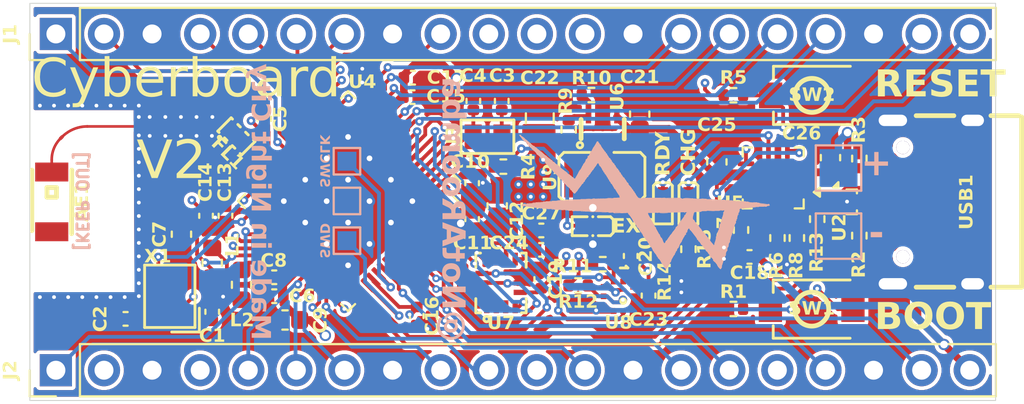
<source format=kicad_pcb>
(kicad_pcb (version 20241229) (generator "pcbnew") (generator_version "9.0")
  (layers (0 "F.Cu" signal) (4 "In1.Cu" signal) (6 "In2.Cu" signal) (2 "B.Cu" signal) (13 "F.Paste" user) (15 "B.Paste" user) (5 "F.SilkS" user "F.Silkscreen") (7 "B.SilkS" user "B.Silkscreen") (1 "F.Mask" user) (3 "B.Mask" user) (25 "Edge.Cuts" user))
  (net 0 "")
  (net 2 "Net-(AE1-ANT)")
  (net 3 "VCC")
  (net 4 "GND")
  (net 5 "+3.3V")
  (net 6 "Net-(U4-VFBSMPS)")
  (net 7 "/RF")
  (net 8 "Net-(LED1-A)")
  (net 9 "Net-(LED1-K)")
  (net 10 "/RESET")
  (net 11 "/BOOT")
  (net 12 "Net-(C26-Pad1)")
  (net 13 "Net-(U1-A)")
  (net 14 "Net-(U5-TD)")
  (net 15 "Net-(U6-FB)")
  (net 18 "/LXOUT")
  (net 19 "/LXIN")
  (net 20 "Net-(U10-A)")
  (net 21 "Net-(U5-TS)")
  (net 22 "Net-(U5-ILIM)")
  (net 23 "Net-(U5-ISET)")
  (net 24 "VBUS")
  (net 25 "/SWDIO")
  (net 26 "/SWCLK")
  (net 27 "/DP")
  (net 28 "/DN")
  (net 29 "/HXOUT")
  (net 30 "/HXIN")
  (net 31 "Net-(L1-Pad1)")
  (net 32 "Net-(USB1-CC1)")
  (net 33 "Net-(USB1-CC2)")
  (net 37 "/ICM_INT1")
  (net 38 "/BMP_SDA")
  (net 39 "/BMP_SCL")
  (net 43 "Net-(U4-VLXSMPS)")
  (net 44 "/GPIO15")
  (net 45 "/GPIO8")
  (net 46 "/GPIO4")
  (net 47 "/GPIO9")
  (net 48 "/GPIO14")
  (net 49 "/GPIO5")
  (net 50 "/GPIO0")
  (net 51 "/GPIO7")
  (net 52 "/GPIO2")
  (net 53 "/GPIO1")
  (net 54 "/GPIO6")
  (net 55 "/GPIO12")
  (net 56 "/GPIO13")
  (net 57 "/GPIO10")
  (net 58 "/GPIO3")
  (net 59 "/GPIO11")
  (net 60 "/GPIO22")
  (net 61 "/GPIO21")
  (net 62 "/GPIO20")
  (net 63 "/GPIO26")
  (net 64 "/GPIO28")
  (net 65 "/GPIO24")
  (net 66 "/GPIO19")
  (net 67 "/GPIO23")
  (net 68 "/GPIO17")
  (net 69 "/GPIO25")
  (net 70 "/GPIO16")
  (net 71 "/GPIO27")
  (net 72 "/GPIO18")
  (net 73 "/GPIO29")
  (net 74 "/LED")
  (net 75 "Net-(U10-K)")
  (net 77 "Net-(U6-LX2)")
  (net 78 "Net-(U6-LX1)")
  (net 79 "/ICM_INT2")
  (net 80 "/ICM_MOSI")
  (net 81 "/ICM_CS")
  (net 82 "/ICM_SCK")
  (net 84 "/ICM_MISO")
  (net 85 "/BMP_INT")
  (footprint "lcsc:SOT-583-8_L2.1-W1.2-P0.50-LS1.6-BL" (layer "F.Cu") (at 150.995 74.14)
    (property "Reference" "U6")
    (property "Value" "TPS631000DRLR")
  )
  (footprint "Capacitor_SMD:C_0402_1005Metric" (layer "F.Cu") (at 147.755 79.5)
    (property "Reference" "C27")
    (property "Value" "2.2uF")
  )
  (footprint "Capacitor_SMD:C_0402_1005Metric" (layer "F.Cu") (at 133.65 82.975 180)
    (property "Reference" "C6")
    (property "Value" "100nF")
  )
  (footprint "Capacitor_SMD:C_0402_1005Metric" (layer "F.Cu") (at 133.125 73.595 90)
    (property "Reference" "C5")
    (property "Value" "100nF")
  )
  (footprint "Resistor_SMD:R_0402_1005Metric" (layer "F.Cu") (at 158.3 79.475 90)
    (property "Reference" "R7")
    (property "Value" "1.18K")
  )
  (footprint "Capacitor_SMD:C_0603_1608Metric" (layer "F.Cu") (at 128.75 79.7 -90)
    (property "Reference" "C7")
    (property "Value" "4.7uF")
  )
  (footprint "Capacitor_SMD:C_0603_1608Metric" (layer "F.Cu") (at 163.025 75.65 90)
    (property "Reference" "C26")
    (property "Value" "4.7uF")
  )
  (footprint "lcsc:LED0402-RD" (layer "F.Cu") (at 155.525 78.065 -90)
    (property "Reference" "U10" (hide yes))
    (property "Value" "XL-1005UBC_C22355736" (hide yes))
  )
  (footprint "Capacitor_SMD:C_0603_1608Metric" (layer "F.Cu") (at 157.025 75.875 90)
    (property "Reference" "C25")
    (property "Value" "4.7uF")
  )
  (footprint "Resistor_SMD:R_0402_1005Metric" (layer "F.Cu") (at 157.9 83.65)
    (property "Reference" "R1")
    (property "Value" "10K")
  )
  (footprint "Resistor_SMD:R_0402_1005Metric" (layer "F.Cu") (at 154.175 80.49 -90)
    (property "Reference" "R14")
    (property "Value" "1.5K")
  )
  (footprint "Package_DFN_QFN:VQFN-16-1EP_3x3mm_P0.5mm_EP1.6x1.6mm" (layer "F.Cu") (at 160 76.725 180)
    (property "Reference" "U5")
    (property "Value" "BQ24072RGT")
  )
  (footprint "Package_DFN_QFN:QFN-68-1EP_8x8mm_P0.4mm_EP6.4x6.4mm" (layer "F.Cu") (at 137.55 77.95 -135)
    (property "Reference" "U4")
    (property "Value" "STM32WB55RGVx" (hide yes))
  )
  (footprint "Resistor_SMD:R_0402_1005Metric" (layer "F.Cu") (at 164.55 75.7 90)
    (property "Reference" "R3")
    (property "Value" "5.1K")
  )
  (footprint "Capacitor_SMD:C_0402_1005Metric" (layer "F.Cu") (at 145.665 72.65 90)
    (property "Reference" "C3")
    (property "Value" "10pF")
  )
  (footprint "Capacitor_SMD:C_0402_1005Metric" (layer "F.Cu") (at 130.375 83.8 90)
    (property "Reference" "C1")
    (property "Value" "10pF")
  )
  (footprint "Resistor_SMD:R_0402_1005Metric" (layer "F.Cu") (at 155.525 80.49 -90)
    (property "Reference" "R15")
    (property "Value" "1.5K")
  )
  (footprint "lcsc:ANT-SMD_L3.2-W1.6" (layer "F.Cu") (at 121.9 77.990616 -90)
    (property "Reference" "AE1")
    (property "Value" "2450AT18A100E" (hide yes))
  )
  (footprint "Resistor_SMD:R_0402_1005Metric" (layer "F.Cu") (at 151 81.2825 180)
    (property "Reference" "R11")
    (property "Value" "4.7K")
  )
  (footprint "Inductor_SMD:L_0603_1608Metric" (layer "F.Cu") (at 130.375 81.209384 -90)
    (property "Reference" "L1")
    (property "Value" "10uH")
  )
  (footprint "Capacitor_SMD:C_0402_1005Metric" (layer "F.Cu") (at 144.1 78.9 -90)
    (property "Reference" "C11")
    (property "Value" "100nF")
  )
  (footprint "Connector_PinHeader_2.54mm:PinHeader_1x20_P2.54mm_Vertical" (layer "F.Cu") (at 122.12 69.11 90)
    (property "Reference" "J1")
    (property "Value" "Conn_01x20" (hide yes))
  )
  (footprint "lcsc:LGA-10_L2.0-W2.0-P0.50-TL_BMP580" (layer "F.Cu") (at 151.825 82.9825 -90)
    (property "Reference" "U8")
    (property "Value" "BMP580")
  )
  (footprint "Resistor_SMD:R_0402_1005Metric" (layer "F.Cu") (at 150.4 72.34 180)
    (property "Reference" "R10")
    (property "Value" "91K")
  )
  (footprint "Capacitor_SMD:C_0402_1005Metric" (layer "F.Cu") (at 130.05 78.725 -90)
    (property "Reference" "C14")
    (property "Value" "1uF")
  )
  (footprint "Capacitor_SMD:C_0402_1005Metric" (layer "F.Cu") (at 141.175 84.025 -90)
    (property "Reference" "C16")
    (property "Value" "100nF")
  )
  (footprint "Connector_PinHeader_2.54mm:PinHeader_1x20_P2.54mm_Vertical" (layer "F.Cu") (at 122.12 86.89 90)
    (property "Reference" "J2")
    (property "Value" "Conn_01x20" (hide yes))
  )
  (footprint "lcsc:CRYSTAL-SMD_L2.0-W1.2" (layer "F.Cu") (at 144.915 74.55 180)
    (property "Reference" "U3")
    (property "Value" "NX2012SA-32.768KHZ-STD-MUB-2" (hide yes))
  )
  (footprint "Capacitor_SMD:C_0402_1005Metric" (layer "F.Cu") (at 144.1 77 90)
    (property "Reference" "C10")
    (property "Value" "100nF")
  )
  (footprint "lcsc:LGA-14_L3.0-W2.5-P0.50-TL" (layer "F.Cu") (at 145.625 82.275 90)
    (property "Reference" "U7")
    (property "Value" "ICM-42688-PC")
  )
  (footprint "lcsc:L1008" (layer "F.Cu") (at 150.955 76.675)
    (property "Reference" "U9")
    (property "Value" "DFE252012P-1R0M=P2")
  )
  (footprint "Capacitor_SMD:C_0805_2012Metric" (layer "F.Cu") (at 147.675 73.57 90)
    (property "Reference" "C22")
    (property "Value" "47uF")
  )
  (footprint "Capacitor_SMD:C_0603_1608Metric" (layer "F.Cu") (at 145.425 78.2 -90)
    (property "Reference" "C12")
    (property "Value" "4.7uF")
  )
  (footprint "Capacitor_SMD:C_0603_1608Metric" (layer "F.Cu") (at 152.95 73.35 90)
    (property "Reference" "C21")
    (property "Value" "22uF")
  )
  (footprint "Resistor_SMD:R_0402_1005Metric" (layer "F.Cu") (at 157.9 72.35)
    (property "Reference" "R5")
    (property "Value" "10K")
  )
  (footprint "Resistor_SMD:R_0402_1005Metric" (layer "F.Cu") (at 161.25 79.9 90)
    (property "Reference" "R8")
    (property "Value" "1.13K")
  )
  (footprint "lcsc:LED0402-FD_YELLOW" (layer "F.Cu") (at 150.475 79.275)
    (property "Reference" "U1" (hide yes))
    (property "Value" "SZYY0402Y_C434450" (hide yes))
  )
  (footprint "Resistor_SMD:R_0402_1005Metric" (layer "F.Cu") (at 164.55 79.775 -90)
    (property "Reference" "R2")
    (property "Value" "5.1K")
  )
  (footprint "Inductor_SMD:L_0603_1608Metric" (layer "F.Cu") (at 131.925 82.375 -90)
    (property "Reference" "L2")
    (property "Value" "10nH")
  )
  (footprint "Resistor_SMD:R_0402_1005Metric" (layer "F.Cu") (at 162.325 78.9 -90)
    (property "Reference" "R13")
    (property "Value" "10K")
  )
  (footprint "Capacitor_SMD:C_0402_1005Metric" (layer "F.Cu") (at 140.95 72.45)
    (property "Reference" "C15")
    (property "Value" "100nF")
  )
  (footprint "Resistor_SMD:R_0402_1005Metric" (layer "F.Cu") (at 149.2 74.175 -90)
    (property "Reference" "R9")
    (property "Value" "511K")
  )
  (footprint "lcsc:SW-SMD_L3.9-W3.0-P4.45" (layer "F.Cu") (at 162.044084 72.359223)
    (property "Reference" "SW2")
    (property "Value" "SW_Push" (hide yes))
  )
  (footprint "Capacitor_SMD:C_0402_1005Metric" (layer "F.Cu") (at 144.165 72.65 90)
    (property "Reference" "C4")
    (property "Value" "10pF")
  )
  (footprint "Capacitor_SMD:C_0402_1005Metric" (layer "F.Cu") (at 147.75 80.525)
    (property "Reference" "C24")
    (property "Value" "100nF")
  )
  (footprint "Resistor_SMD:R_0402_1005Metric" (layer "F.Cu") (at 149.7 82.4075 180)
    (property "Reference" "R12")
    (property "Value" "4.7K")
  )
  (footprint "Capacitor_SMD:C_0402_1005Metric" (layer "F.Cu") (at 158.75 80.9 180)
    (property "Reference" "C18")
    (property "Value" "1uF" (hide yes))
  )
  (footprint "Capacitor_SMD:C_0603_1608Metric" (layer "F.Cu") (at 134.219113 84.234384 180)
    (property "Reference" "C9")
    (property "Value" "4.7uF")
  )
  (footprint "lcsc:OSC-SMD_4P-L2.0-W1.6-BL" (layer "F.Cu") (at 128.135 82.98 90)
    (property "Reference" "X1")
    (property "Value" "NX2016SA-32MHZ-STD-CZS-5" (hide yes))
  )
  (footprint "Capacitor_SMD:C_0402_1005Metric" (layer "F.Cu") (at 153.418234 82.944176 -90)
    (property "Reference" "C23")
    (property "Value" "100nF")
  )
  (footprint "Capacitor_SMD:C_0402_1005Metric" (layer "F.Cu") (at 131.075 78.725 -90)
    (property "Reference" "C13")
    (property "Value" "100nF")
  )
  (footprint "lcsc:LED0402-RD_GREEN" (layer "F.Cu") (at 154.175 78.065 -90)
    (property "Reference" "LED1" (hide yes))
    (property "Value" "XL-1005UGC" (hide yes))
  )
  (footprint "Package_TO_SOT_SMD:Texas_DRT-3" (layer "F.Cu") (at 163.8725 77.9875 -90)
    (property "Reference" "U2")
    (property "Value" "TPD2EUSB30" (hide yes))
  )
  (footprint "Capacitor_SMD:C_0402_1005Metric" (layer "F.Cu") (at 133.65 81.975 180)
    (property "Reference" "C8")
    (property "Value" "100nF")
  )
  (footprint "Capacitor_SMD:C_0402_1005Metric" (layer "F.Cu") (at 125.8 84.175 180)
    (property "Reference" "C2")
    (property "Value" "10pF")
  )
  (footprint "lcsc:SW-SMD_L3.9-W3.0-P4.45" (layer "F.Cu") (at 162.032121 83.658364)
    (property "Reference" "SW1")
    (property "Value" "SW_Push" (hide yes))
  )
  (footprint "Capacitor_SMD:C_0402_1005Metric" (layer "F.Cu") (at 147.75 82.075 90)
    (property "Reference" "C19")
    (property "Value" "10nF")
  )
  (footprint "Resistor_SMD:R_0402_1005Metric" (layer "F.Cu") (at 160.225 79.9 90)
    (property "Reference" "R6")
    (property "Value" "10K")
  )
  (footprint "lcsc:USB-C-SMD_TYPE-C-6PIN-2MD-073" (layer "F.Cu") (at 168.15 78 90)
    (property "Reference" "USB1")
    (property "Value" "TYPE-C 16PIN 2MD(073)" (hide yes))
  )
  (footprint "lcsc:FILTER-SMD_6P-L1.6-W1.0-P0.50-BL" (layer "F.Cu") (at 131.65 74.525 -45)
    (property "Reference" "FL1")
    (property "Value" "MLPF-WB55-01E3" (hide yes))
  )
  (footprint "Capacitor_SMD:C_0402_1005Metric" (layer "F.Cu") (at 152.475 80.85 90)
    (property "Reference" "C20")
    (property "Value" "100nF")
  )
  (footprint "Capacitor_SMD:C_0402_1005Metric" (layer "F.Cu") (at 140.975 71.425)
    (property "Reference" "C17")
    (property "Value" "1uF")
  )
  (footprint "Resistor_SMD:R_0402_1005Metric" (layer "F.Cu") (at 145.75 76.125 180)
    (property "Reference" "R4")
    (property "Value" "150")
  )
  (footprint "TestPoint:TestPoint_Pad_1.0x1.0mm" (layer "B.Cu") (at 137.490435 77.940616 -90)
    (property "Reference" "TP3" (hide yes))
    (property "Value" "TestPoint" (hide yes))
  )
  (footprint "TestPoint:TestPoint_Pad_1.0x1.0mm" (layer "B.Cu") (at 137.490435 75.840616 -90)
    (property "Reference" "TP2" (hide yes))
    (property "Value" "TestPoint" (hide yes))
  )
  (footprint "TestPoint:TestPoint_Pad_2.0x2.0mm" (layer "B.Cu") (at 163.45 79.8 180)
    (property "Reference" "TP5" (hide yes))
    (property "Value" "TestPoint" (hide yes))
  )
  (footprint "TestPoint:TestPoint_Pad_2.0x2.0mm" (layer "B.Cu") (at 163.45 76.2 180)
    (property "Reference" "TP4" (hide yes))
    (property "Value" "TestPoint" (hide yes))
  )
  (footprint "TestPoint:TestPoint_Pad_1.0x1.0mm" (layer "B.Cu") (at 137.490435 80.040616 -90)
    (property "Reference" "TP1" (hide yes))
    (property "Value" "TestPoint" (hide yes))
  )
  (gr_poly (pts (xy 155.027952 79.166218) (xy 155.020534 79.173028) (xy 155.013551 79.17973) (xy 155.006979 79.186365) (xy 155.000795 79.192974) (xy 154.994977 79.199598) (xy 154.989502 79.206278) (xy 154.984347 79.213057) (xy 154.979489 79.219975) (xy 154.974905 79.227073) (xy 154.970572 79.234393) (xy 154.966468 79.241976) (xy 154.96257 79.249863) (xy 154.958855 79.258096) (xy 154.955299 79.266716) (xy 154.951881 79.275763) (xy 154.948577 79.28528) (xy 155.001494 79.258822) (xy 155.001494 79.232364) (xy 155.041181 79.205906)) (fill yes) (layer "B.SilkS"))
  (gr_poly (pts (xy 159.302094 78.200256) (xy 159.277125 78.200478) (xy 159.252417 78.201197) (xy 159.227861 78.202455) (xy 159.203349 78.204294) (xy 159.178772 78.206756) (xy 159.154023 78.209884) (xy 159.128993 78.213718) (xy 159.128993 78.226947) (xy 159.261285 78.240176) (xy 159.261285 78.226947) (xy 159.327431 78.213718) (xy 159.327431 78.200489)) (fill yes) (layer "B.SilkS"))
  (gr_poly (pts (xy 157.885452 79.483718) (xy 157.898681 79.523405) (xy 157.91191 79.510176)) (fill yes) (layer "B.SilkS"))
  (gr_poly (pts (xy 147.712223 77.988822) (xy 147.712223 78.002051) (xy 147.831285 78.002051) (xy 147.831285 77.988822)) (fill yes) (layer "B.SilkS"))
  (gr_poly (pts (xy 148.095869 78.359239) (xy 148.095869 78.372468) (xy 148.22816 78.372468) (xy 148.22816 78.359239)) (fill yes) (layer "B.SilkS"))
  (gr_poly (pts (xy 147.275661 78.02851) (xy 147.249202 78.054968) (xy 147.315348 78.054968)) (fill yes) (layer "B.SilkS"))
  (gr_poly (pts (xy 150.73149 77.855525) (xy 150.625947 77.850736) (xy 150.589051 77.849162) (xy 150.553398 77.847482) (xy 150.520642 77.846013) (xy 150.510614 77.845402) (xy 150.502737 77.844838) (xy 150.499391 77.844536) (xy 150.496328 77.844199) (xy 150.49346 77.843813) (xy 150.490705 77.843362) (xy 150.487975 77.842832) (xy 150.485186 77.842206) (xy 150.482253 77.84147) (xy 150.47909 77.840609) (xy 150.471733 77.838448) (xy 150.462435 77.835602) (xy 150.454104 77.833803) (xy 150.450581 77.833125) (xy 150.44736 77.832612) (xy 150.444345 77.832273) (xy 150.441443 77.83212) (xy 150.440004 77.832117) (xy 150.438558 77.832164) (xy 150.437093 77.832264) (xy 150.435596 77.832417) (xy 150.432462 77.83289) (xy 150.429061 77.833594) (xy 150.425298 77.83454) (xy 150.421079 77.83574) (xy 150.416309 77.837204) (xy 150.410893 77.838945) (xy 150.397744 77.843301) (xy 150.383577 77.844024) (xy 150.369396 77.844502) (xy 150.355207 77.844756) (xy 150.341017 77.84481) (xy 150.306516 77.844796) (xy 150.269435 77.844598) (xy 150.231334 77.844531) (xy 150.11083 77.844122) (xy 150.029166 77.84395) (xy 149.82889 77.843301) (xy 149.868577 77.86976) (xy 149.866032 77.872136) (xy 149.863353 77.874321) (xy 149.860546 77.876322) (xy 149.857618 77.878146) (xy 149.854578 77.879803) (xy 149.851431 77.8813) (xy 149.848185 77.882644) (xy 149.844846 77.883845) (xy 149.83792 77.885848) (xy 149.83071 77.887372) (xy 149.823271 77.888481) (xy 149.815659 77.88924) (xy 149.807931 77.889713) (xy 149.800144 77.889964) (xy 149.784614 77.89006) (xy 149.769519 77.890042) (xy 149.762275 77.89015) (xy 149.755309 77.890424) (xy 149.726801 77.892156) (xy 149.656911 77.896218) (xy 149.656911 77.909447) (xy 149.740671 77.910168) (xy 149.824363 77.909701) (xy 149.991607 77.905852) (xy 150.15878 77.8992) (xy 150.326016 77.891046) (xy 150.471588 77.883862) (xy 150.754931 77.86976) (xy 150.754931 77.856531)) (fill yes) (layer "B.SilkS"))
  (gr_poly (pts (xy 148.770556 78.412156) (xy 148.770556 78.425385) (xy 148.929306 78.438614) (xy 148.929306 78.412156)) (fill yes) (layer "B.SilkS"))
  (gr_poly (pts (xy 157.578276 80.344898) (xy 157.577744 80.339593) (xy 157.576918 80.334201) (xy 157.575785 80.328665) (xy 157.574334 80.322927) (xy 157.572553 80.31693) (xy 157.57043 80.310615) (xy 157.567952 80.303926) (xy 157.560315 80.315618) (xy 157.553317 80.326858) (xy 157.546929 80.337733) (xy 157.541124 80.348332) (xy 157.535873 80.358742) (xy 157.531149 80.369051) (xy 157.526925 80.379346) (xy 157.523171 80.389714) (xy 157.519861 80.400244) (xy 157.516966 80.411023) (xy 157.514459 80.422138) (xy 157.512312 80.433678) (xy 157.510498 80.445729) (xy 157.508987 80.458379) (xy 157.507753 80.471716) (xy 157.506767 80.485827) (xy 157.503764 80.53275) (xy 157.501806 80.56851) (xy 157.506835 80.560772) (xy 157.511538 80.553148) (xy 157.515938 80.545611) (xy 157.520062 80.538136) (xy 157.523935 80.530695) (xy 157.527582 80.523263) (xy 157.531029 80.515814) (xy 157.5343 80.508321) (xy 157.540419 80.493099) (xy 157.546142 80.477388) (xy 157.551671 80.460978) (xy 157.55721 80.443659) (xy 157.571828 80.398236) (xy 157.574784 80.384438) (xy 157.575972 80.378129) (xy 157.57695 80.372135) (xy 157.577707 80.366401) (xy 157.57823 80.360868) (xy 157.578507 80.355478) (xy 157.578527 80.350174)) (fill yes) (layer "B.SilkS"))
  (gr_poly (pts (xy 150.053785 78.49153) (xy 150.053785 78.50476) (xy 150.291911 78.50476) (xy 150.291911 78.49153)) (fill yes) (layer "B.SilkS"))
  (gr_poly (pts (xy 148.408461 76.309644) (xy 148.400601 76.305293) (xy 148.397379 76.303427) (xy 148.39456 76.301687) (xy 148.392094 76.300014) (xy 148.38993 76.298349) (xy 148.388946 76.297501) (xy 148.388017 76.296632) (xy 148.387139 76.295736) (xy 148.386304 76.294804) (xy 148.385506 76.29383) (xy 148.38474 76.292805) (xy 148.383997 76.291723) (xy 148.383273 76.290576) (xy 148.381854 76.288056) (xy 148.380431 76.285188) (xy 148.378953 76.28191) (xy 148.377369 76.278165) (xy 148.373681 76.269031) (xy 148.347223 76.28226) (xy 148.369096 76.307921) (xy 148.391038 76.333523) (xy 148.415698 76.362362) (xy 148.42374 76.370907) (xy 148.427146 76.374466) (xy 148.430268 76.377651) (xy 148.433197 76.380539) (xy 148.436029 76.383206) (xy 148.438856 76.385729) (xy 148.441772 76.388184) (xy 148.44487 76.390647) (xy 148.448244 76.393196) (xy 148.451987 76.395905) (xy 148.456193 76.398853) (xy 148.466367 76.405768) (xy 148.479515 76.414551) (xy 148.479515 76.348406)) (fill yes) (layer "B.SilkS"))
  (gr_poly (pts (xy 158.239642 78.435203) (xy 158.238453 78.429286) (xy 158.237265 78.424144) (xy 158.235921 78.419158) (xy 158.234268 78.413706) (xy 158.232149 78.407169) (xy 158.22941 78.398926) (xy 158.216181 78.478301) (xy 158.242639 78.451843)) (fill yes) (layer "B.SilkS"))
  (gr_poly (pts (xy 158.890868 78.279864) (xy 158.890868 78.293093) (xy 158.996702 78.293093) (xy 158.996702 78.279864)) (fill yes) (layer "B.SilkS"))
  (gr_poly (pts (xy 157.840408 77.905194) (xy 157.808564 77.901179) (xy 157.772739 77.896522) (xy 157.761832 77.896474) (xy 157.757267 77.896556) (xy 157.753152 77.89676) (xy 157.749381 77.897124) (xy 157.745848 77.897688) (xy 157.744137 77.898056) (xy 157.742447 77.898488) (xy 157.740762 77.898989) (xy 157.739071 77.899563) (xy 157.735615 77.900952) (xy 157.731972 77.902694) (xy 157.728036 77.904825) (xy 157.7237 77.907385) (xy 157.71886 77.910412) (xy 157.713407 77.913944) (xy 157.700243 77.922676) (xy 157.872223 77.922676) (xy 157.872223 77.909447)) (fill yes) (layer "B.SilkS"))
  (gr_poly (pts (xy 148.162015 75.686947) (xy 148.188473 75.700176) (xy 148.188473 75.673718)) (fill yes) (layer "B.SilkS"))
  (gr_poly (pts (xy 158.652743 78.306322) (xy 158.652743 78.319551) (xy 158.718889 78.319551) (xy 158.718889 78.306322)) (fill yes) (layer "B.SilkS"))
  (gr_poly (pts (xy 156.403785 80.370072) (xy 156.377327 80.370072) (xy 156.390556 80.330385) (xy 156.32441 80.330385) (xy 156.377327 80.40976) (xy 156.417015 80.39653)) (fill yes) (layer "B.SilkS"))
  (gr_poly (pts (xy 159.036449 78.019786) (xy 159.030984 78.016276) (xy 159.026119 78.013291) (xy 159.021742 78.0108) (xy 159.017745 78.008773) (xy 159.014017 78.007176) (xy 159.012219 78.006529) (xy 159.010448 78.005979) (xy 159.008688 78.00552) (xy 159.006927 78.00515) (xy 159.00515 78.004864) (xy 159.003344 78.004658) (xy 158.999589 78.004471) (xy 158.995552 78.004558) (xy 158.991122 78.004887) (xy 158.98619 78.005427) (xy 158.974377 78.007012) (xy 158.943785 78.01528) (xy 158.943785 78.02851) (xy 159.049618 78.02851)) (fill yes) (layer "B.SilkS"))
  (gr_poly (pts (xy 158.692431 77.988822) (xy 158.692431 78.002051) (xy 158.758577 78.002051) (xy 158.758577 77.988822)) (fill yes) (layer "B.SilkS"))
  (gr_poly (pts (xy 150.070062 75.966422) (xy 150.069917 75.963295) (xy 150.069675 75.960034) (xy 150.069336 75.95654) (xy 150.068369 75.948467) (xy 150.067015 75.938301) (xy 150.060506 75.944129) (xy 150.05447 75.949955) (xy 150.048873 75.955801) (xy 150.043683 75.961691) (xy 150.038865 75.967648) (xy 150.034386 75.973695) (xy 150.030213 75.979854) (xy 150.026312 75.986148) (xy 150.022649 75.992601) (xy 150.019191 75.999235) (xy 150.015904 76.006074) (xy 150.012756 76.01314) (xy 150.009711 76.020456) (xy 150.006738 76.028045) (xy 150.000869 76.044135) (xy 150.01185 76.0389) (xy 150.020506 76.034674) (xy 150.027612 76.030991) (xy 150.030825 76.029208) (xy 150.033942 76.027387) (xy 150.037059 76.025468) (xy 150.040272 76.023395) (xy 150.047378 76.018551) (xy 150.056033 76.01239) (xy 150.067015 76.004447) (xy 150.068369 75.99265) (xy 150.069336 75.983411) (xy 150.069917 75.975956) (xy 150.070062 75.972655) (xy 150.07011 75.969509)) (fill yes) (layer "B.SilkS"))
  (gr_poly (pts (xy 147.024307 78.240176) (xy 147.024307 78.253406) (xy 147.090452 78.253406) (xy 147.090452 78.240176)) (fill yes) (layer "B.SilkS"))
  (gr_poly (pts (xy 149.934723 76.149968) (xy 149.927265 76.158597) (xy 149.920236 76.167103) (xy 149.913615 76.175525) (xy 149.907382 76.183903) (xy 149.901516 76.192277) (xy 149.895997 76.200687) (xy 149.890805 76.209172) (xy 149.885917 76.217773) (xy 149.881315 76.226528) (xy 149.876977 76.235477) (xy 149.872883 76.244662) (xy 149.869012 76.25412) (xy 149.865343 76.263892) (xy 149.861857 76.274018) (xy 149.858532 76.284537) (xy 149.855348 76.295489) (xy 149.947952 76.255802)) (fill yes) (layer "B.SilkS"))
  (gr_poly (pts (xy 149.445244 77.499343) (xy 149.458473 77.539031) (xy 149.471702 77.525801)) (fill yes) (layer "B.SilkS"))
  (gr_poly (pts (xy 154.19262 80.134921) (xy 154.190287 80.124945) (xy 154.187544 80.115222) (xy 154.184423 80.105723) (xy 154.180952 80.096424) (xy 154.177163 80.087297) (xy 154.173085 80.078316) (xy 154.168749 80.069454) (xy 154.164184 80.060685) (xy 154.159421 80.051981) (xy 154.149421 80.034666) (xy 154.128369 79.999655) (xy 154.125356 80.007086) (xy 154.123042 80.013043) (xy 154.122099 80.015663) (xy 154.121271 80.018147) (xy 154.120541 80.020573) (xy 154.119889 80.023018) (xy 154.119295 80.02556) (xy 154.118739 80.028276) (xy 154.118204 80.031244) (xy 154.117668 80.034541) (xy 154.11652 80.042433) (xy 154.11514 80.052572) (xy 154.120912 80.064639) (xy 154.125523 80.074069) (xy 154.129437 80.08164) (xy 154.131277 80.08497) (xy 154.133118 80.088125) (xy 154.135017 80.091203) (xy 154.137033 80.094301) (xy 154.141646 80.100941) (xy 154.147422 80.108822) (xy 154.154827 80.118718) (xy 154.181285 80.118718) (xy 154.194514 80.145176)) (fill yes) (layer "B.SilkS"))
  (gr_poly (pts (xy 146.97139 78.174031) (xy 146.97139 78.147572) (xy 147.011078 78.134343) (xy 146.839098 78.147572) (xy 146.839098 78.174031) (xy 146.799411 78.18726) (xy 146.786121 78.193753) (xy 146.772868 78.20032) (xy 146.759657 78.206972) (xy 146.746494 78.213718) (xy 146.825868 78.226947) (xy 146.825868 78.200489) (xy 146.858942 78.207104) (xy 146.878199 78.209548) (xy 146.897207 78.211383) (xy 146.916056 78.212683) (xy 146.934836 78.213521) (xy 146.953638 78.21397) (xy 146.972552 78.214104) (xy 147.011078 78.213718) (xy 147.011078 78.200489) (xy 146.944931 78.18726) (xy 147.024307 78.18726)) (fill yes) (layer "B.SilkS"))
  (gr_poly (pts (xy 146.759723 78.107885) (xy 146.759723 78.134343) (xy 146.720035 78.147572) (xy 146.720035 78.174031) (xy 146.799411 78.187259) (xy 146.759723 78.174031) (xy 146.759723 78.147572) (xy 146.785361 78.141778) (xy 146.794391 78.139298) (xy 146.801339 78.137273) (xy 146.80418 78.136355) (xy 146.806678 78.135461) (xy 146.808893 78.134559) (xy 146.810884 78.133619) (xy 146.81271 78.132611) (xy 146.814431 78.131505) (xy 146.816106 78.130271) (xy 146.817795 78.128878) (xy 146.819556 78.127296) (xy 146.821449 78.125495) (xy 146.825868 78.121114) (xy 146.825868 78.107885)) (fill yes) (layer "B.SilkS"))
  (gr_poly (pts (xy 155.102909 80.109959) (xy 155.101019 80.106364) (xy 155.099265 80.103215) (xy 155.097589 80.100454) (xy 155.095932 80.098022) (xy 155.094237 80.095861) (xy 155.093356 80.094864) (xy 155.092444 80.093913) (xy 155.091493 80.093001) (xy 155.090497 80.092121) (xy 155.088336 80.090425) (xy 155.085904 80.088768) (xy 155.083142 80.087092) (xy 155.079993 80.085338) (xy 155.076399 80.083449) (xy 155.067639 80.07903) (xy 155.059371 80.124512) (xy 155.056465 80.135661) (xy 155.0532 80.146421) (xy 155.049591 80.156829) (xy 155.045649 80.166919) (xy 155.041387 80.176729) (xy 155.036817 80.186294) (xy 155.031952 80.19565) (xy 155.026804 80.204835) (xy 155.021387 80.213883) (xy 155.015712 80.22283) (xy 155.009791 80.231714) (xy 155.003639 80.24057) (xy 154.990686 80.258342) (xy 154.976953 80.276435) (xy 154.971965 80.285564) (xy 154.969968 80.289366) (xy 154.968285 80.292768) (xy 154.966901 80.295853) (xy 154.965803 80.2987) (xy 154.964976 80.301393) (xy 154.96466 80.302706) (xy 154.964407 80.304012) (xy 154.964215 80.305319) (xy 154.964082 80.306639) (xy 154.964007 80.307981) (xy 154.963987 80.309356) (xy 154.964108 80.312243) (xy 154.964431 80.315384) (xy 154.964943 80.318858) (xy 154.965629 80.322749) (xy 154.967468 80.332103) (xy 154.975035 80.356843) (xy 155.008622 80.298198) (xy 155.042002 80.239434) (xy 155.061461 80.205686) (xy 155.079678 80.173394) (xy 155.096691 80.143575) (xy 155.107327 80.118718)) (fill yes) (layer "B.SilkS"))
  (gr_poly (pts (xy 155.901077 77.816843) (xy 155.901077 77.830072) (xy 156.00691 77.830072) (xy 156.00691 77.816843)) (fill yes) (layer "B.SilkS"))
  (gr_poly (pts (xy 152.460956 78.696522) (xy 152.460192 78.689992) (xy 152.458012 78.677342) (xy 152.455015 78.665198) (xy 152.45126 78.653512) (xy 152.446808 78.642234) (xy 152.441717 78.631317) (xy 152.436048 78.62071) (xy 152.429861 78.610366) (xy 152.423216 78.600236) (xy 152.416172 78.590271) (xy 152.408789 78.580423) (xy 152.401127 78.570642) (xy 152.36889 78.531218) (xy 152.342431 78.544447) (xy 152.394528 78.623822) (xy 152.409477 78.646762) (xy 152.418998 78.660991) (xy 152.428662 78.675123) (xy 152.438431 78.689183) (xy 152.448265 78.703197) (xy 152.461494 78.703197)) (fill yes) (layer "B.SilkS"))
  (gr_poly (pts (xy 148.292718 77.980981) (xy 148.251607 77.974233) (xy 148.210569 77.968679) (xy 148.169512 77.964421) (xy 148.128346 77.961559) (xy 148.086977 77.960195) (xy 148.045314 77.96043) (xy 148.003265 77.962364) (xy 147.990035 77.975593) (xy 147.975164 77.976164) (xy 147.96028 77.97647) (xy 147.945391 77.976542) (xy 147.930504 77.976414) (xy 147.897842 77.976056) (xy 147.870973 77.975593) (xy 147.857744 77.975593) (xy 147.831285 78.002051) (xy 147.808249 78.009065) (xy 147.785137 78.015826) (xy 147.761948 78.022314) (xy 147.738681 78.02851) (xy 147.738681 78.041739) (xy 147.887753 78.034719) (xy 148.036581 78.025616) (xy 148.185287 78.014652) (xy 148.333994 78.002051) (xy 148.333994 77.988822)) (fill yes) (layer "B.SilkS"))
  (gr_poly (pts (xy 146.97139 78.174031) (xy 146.97139 78.147572) (xy 147.011078 78.134343) (xy 146.839098 78.147572) (xy 146.845607 78.153772) (xy 146.848767 78.156548) (xy 146.851874 78.159118) (xy 146.854934 78.161492) (xy 146.857956 78.163678) (xy 146.860946 78.165683) (xy 146.863911 78.167518) (xy 146.866859 78.16919) (xy 146.869797 78.170708) (xy 146.872733 78.172081) (xy 146.875673 78.173316) (xy 146.878625 78.174423) (xy 146.881595 78.175409) (xy 146.887623 78.177055) (xy 146.893814 78.178323) (xy 146.900226 78.179279) (xy 146.906916 78.179993) (xy 146.913944 78.180532) (xy 146.946585 78.182299) (xy 146.990506 78.185302) (xy 147.024307 78.187259)) (fill yes) (layer "B.SilkS"))
  (gr_poly (pts (xy 148.681 76.59247) (xy 148.680855 76.58914) (xy 148.680613 76.585539) (xy 148.680274 76.58157) (xy 148.679307 76.572139) (xy 148.677952 76.560072) (xy 148.668325 76.551287) (xy 148.660637 76.544363) (xy 148.654112 76.538678) (xy 148.651043 76.536107) (xy 148.647975 76.533614) (xy 148.641451 76.528549) (xy 148.633765 76.522865) (xy 148.624142 76.51594) (xy 148.611807 76.507155) (xy 148.595116 76.490774) (xy 148.578525 76.474291) (xy 148.562038 76.457704) (xy 148.545661 76.44101) (xy 148.505973 76.401322) (xy 148.479515 76.427781) (xy 148.5051 76.45289) (xy 148.538226 76.485658) (xy 148.571246 76.518215) (xy 148.580441 76.526948) (xy 148.58421 76.530592) (xy 148.587506 76.533862) (xy 148.590389 76.536838) (xy 148.592918 76.539603) (xy 148.595152 76.542235) (xy 148.597152 76.544816) (xy 148.598975 76.547426) (xy 148.600682 76.550146) (xy 148.602332 76.553058) (xy 148.603984 76.556241) (xy 148.605698 76.559776) (xy 148.607534 76.563744) (xy 148.611807 76.573302) (xy 148.638265 76.573302) (xy 148.664723 76.626218) (xy 148.677952 76.626218) (xy 148.679307 76.616322) (xy 148.680274 76.608442) (xy 148.680613 76.605015) (xy 148.680855 76.601801) (xy 148.681 76.598704) (xy 148.681048 76.595626)) (fill yes) (layer "B.SilkS"))
  (gr_poly (pts (xy 151.456077 75.80601) (xy 151.482536 75.819239) (xy 151.482536 75.792781)) (fill yes) (layer "B.SilkS"))
  (gr_poly (pts (xy 146.905245 74.655073) (xy 146.878786 74.655073) (xy 146.878786 74.628614) (xy 146.863603 74.615514) (xy 146.857331 74.610214) (xy 146.851784 74.60567) (xy 146.846845 74.601823) (xy 146.842398 74.598616) (xy 146.838326 74.59599) (xy 146.834515 74.593887) (xy 146.830846 74.59225) (xy 146.829029 74.591587) (xy 146.827205 74.591019) (xy 146.823474 74.590138) (xy 146.819538 74.589547) (xy 146.815279 74.589188) (xy 146.810583 74.589004) (xy 146.799411 74.588927) (xy 146.799411 74.562469) (xy 146.729653 74.523707) (xy 146.721361 74.518944) (xy 146.717913 74.516915) (xy 146.714833 74.515043) (xy 146.71205 74.513267) (xy 146.709492 74.511529) (xy 146.707085 74.509768) (xy 146.704758 74.507925) (xy 146.702439 74.50594) (xy 146.700054 74.503755) (xy 146.697534 74.501309) (xy 146.694804 74.498544) (xy 146.688428 74.491815) (xy 146.680348 74.483093) (xy 146.680348 74.456635) (xy 146.587744 74.443406) (xy 146.602213 74.467424) (xy 146.617021 74.490408) (xy 146.632292 74.512517) (xy 146.648155 74.533905) (xy 146.664734 74.554729) (xy 146.682157 74.575147) (xy 146.700548 74.595313) (xy 146.720035 74.615384) (xy 146.720035 74.641843) (xy 146.746494 74.641843) (xy 146.746494 74.668301) (xy 146.752922 74.6751) (xy 146.759407 74.681845) (xy 146.765947 74.688537) (xy 146.77254 74.695176) (xy 146.78588 74.708299) (xy 146.799411 74.721218) (xy 146.825868 74.747677) (xy 146.845616 74.761052) (xy 146.865427 74.774328) (xy 146.885304 74.787509) (xy 146.905245 74.800593) (xy 146.944931 74.827051) (xy 146.958161 74.813822) (xy 146.939193 74.791364) (xy 146.920027 74.769219) (xy 146.900635 74.747369) (xy 146.880993 74.725794) (xy 146.861076 74.704473) (xy 146.840857 74.683387) (xy 146.82031 74.662517) (xy 146.799411 74.641843) (xy 146.820697 74.658274) (xy 146.849021 74.679877) (xy 146.87692 74.701269) (xy 146.886767 74.708026) (xy 146.896612 74.714434) (xy 146.906502 74.72053) (xy 146.916479 74.726353) (xy 146.926589 74.731941) (xy 146.936876 74.737332) (xy 146.947385 74.742564) (xy 146.958161 74.747677)) (fill yes) (layer "B.SilkS"))
  (gr_poly (pts (xy 152.739306 79.205906) (xy 152.739306 79.232364) (xy 152.765765 79.232364)) (fill yes) (layer "B.SilkS"))
  (gr_poly (pts (xy 153.056806 79.655697) (xy 153.056806 79.695385) (xy 153.083264 79.708614)) (fill yes) (layer "B.SilkS"))
  (gr_poly (pts (xy 156.496389 80.531303) (xy 156.491371 80.517652) (xy 156.489349 80.511973) (xy 156.487625 80.506897) (xy 156.48618 80.502305) (xy 156.484995 80.498078) (xy 156.48405 80.494095) (xy 156.483326 80.490235) (xy 156.482803 80.486381) (xy 156.482463 80.48241) (xy 156.482285 80.478204) (xy 156.482251 80.473643) (xy 156.48234 80.468607) (xy 156.482535 80.462975) (xy 156.48316 80.449447) (xy 156.477113 80.443862) (xy 156.471478 80.438789) (xy 156.466175 80.434205) (xy 156.461123 80.43009) (xy 156.45624 80.426424) (xy 156.451446 80.423186) (xy 156.446659 80.420355) (xy 156.444244 80.419085) (xy 156.441799 80.417909) (xy 156.439316 80.416825) (xy 156.436785 80.41583) (xy 156.434194 80.41492) (xy 156.431535 80.414095) (xy 156.428797 80.41335) (xy 156.425969 80.412683) (xy 156.423042 80.412093) (xy 156.420005 80.411575) (xy 156.413563 80.41075) (xy 156.406561 80.410186) (xy 156.39892 80.409863) (xy 156.390556 80.40976) (xy 156.430244 80.489135) (xy 156.456702 80.489135) (xy 156.468277 80.521381) (xy 156.473241 80.532596) (xy 156.475352 80.537185) (xy 156.477295 80.541186) (xy 156.479131 80.544668) (xy 156.480922 80.547702) (xy 156.482727 80.550355) (xy 156.484607 80.552697) (xy 156.486623 80.554796) (xy 156.488835 80.556723) (xy 156.491304 80.558545) (xy 156.49409 80.560332) (xy 156.497254 80.562153) (xy 156.500856 80.564077) (xy 156.509619 80.56851)) (fill yes) (layer "B.SilkS"))
  (gr_poly (pts (xy 156.231806 79.483718) (xy 156.258264 79.496947) (xy 156.258264 79.470489)) (fill yes) (layer "B.SilkS"))
  (gr_poly (pts (xy 155.21993 78.504473) (xy 154.948942 78.506514) (xy 154.406962 78.515343) (xy 154.176272 78.519788) (xy 153.994913 78.523294) (xy 153.909902 78.524921) (xy 153.769307 78.528145) (xy 153.628796 78.532486) (xy 153.488324 78.537927) (xy 153.347848 78.544447) (xy 153.343508 78.557611) (xy 153.341804 78.563063) (xy 153.340412 78.567903) (xy 153.339333 78.572237) (xy 153.338566 78.576171) (xy 153.338113 78.579811) (xy 153.337974 78.583263) (xy 153.338149 78.586634) (xy 153.33864 78.590029) (xy 153.339446 78.593555) (xy 153.340568 78.597317) (xy 153.342008 78.601421) (xy 153.343764 78.605974) (xy 153.348232 78.61685) (xy 153.36965 78.65581) (xy 153.393263 78.699175) (xy 153.418955 78.745372) (xy 153.444831 78.792587) (xy 153.482215 78.860404) (xy 153.519827 78.928093) (xy 153.538427 78.961576) (xy 153.581477 79.038457) (xy 153.624893 79.11514) (xy 153.700908 79.24972) (xy 153.714719 79.274181) (xy 153.740142 79.319598) (xy 153.765334 79.365142) (xy 153.815274 79.456479) (xy 153.947683 79.699186) (xy 154.027167 79.843032) (xy 154.08554 79.944665) (xy 154.154615 80.060734) (xy 154.17481 80.09491) (xy 154.194771 80.129205) (xy 154.234202 80.198093) (xy 154.247431 80.198093) (xy 154.247431 80.184864) (xy 154.23126 80.156782) (xy 154.215179 80.12864) (xy 154.197042 80.097009) (xy 154.191934 80.086467) (xy 154.187384 80.076181) (xy 154.183323 80.066027) (xy 154.179686 80.055879) (xy 154.176408 80.045616) (xy 154.17342 80.035111) (xy 154.170659 80.024242) (xy 154.168056 80.012885) (xy 154.161571 79.999592) (xy 154.154996 79.986342) (xy 154.148337 79.973134) (xy 154.141598 79.959968) (xy 154.128225 79.926955) (xy 154.11514 79.893822) (xy 154.088681 79.893822) (xy 154.07248 79.866165) (xy 154.056429 79.838418) (xy 154.038291 79.807264) (xy 154.035379 79.801091) (xy 154.032661 79.794994) (xy 154.030129 79.788957) (xy 154.02777 79.782965) (xy 154.025576 79.776999) (xy 154.023536 79.771046) (xy 154.021639 79.765088) (xy 154.019875 79.759109) (xy 154.016704 79.747027) (xy 154.013941 79.734669) (xy 154.011503 79.721908) (xy 154.009306 79.708614) (xy 153.982848 79.708614) (xy 153.897679 79.553991) (xy 153.873165 79.509793) (xy 153.849776 79.467023) (xy 153.828159 79.427772) (xy 153.822353 79.414897) (xy 153.819712 79.408586) (xy 153.817236 79.402334) (xy 153.814918 79.396123) (xy 153.812749 79.389932) (xy 153.810723 79.383742) (xy 153.808831 79.377536) (xy 153.807067 79.371293) (xy 153.805422 79.364994) (xy 153.80246 79.352154) (xy 153.799886 79.338863) (xy 153.797639 79.324968) (xy 153.771181 79.324968) (xy 153.744723 79.281973) (xy 153.72984 79.25779) (xy 153.724821 79.248187) (xy 153.722805 79.244111) (xy 153.721094 79.240366) (xy 153.719673 79.236837) (xy 153.719065 79.235117) (xy 153.718523 79.233409) (xy 153.718045 79.231697) (xy 153.717629 79.229967) (xy 153.717272 79.228206) (xy 153.716973 79.226397) (xy 153.716729 79.224529) (xy 153.716538 79.222584) (xy 153.716308 79.218414) (xy 153.716264 79.21377) (xy 153.716392 79.208539) (xy 153.716672 79.202606) (xy 153.717089 79.195857) (xy 153.718265 79.179447) (xy 153.691806 79.179447) (xy 153.679331 79.156508) (xy 153.6207 79.048809) (xy 153.599109 79.009161) (xy 153.520535 78.866143) (xy 153.440928 78.723689) (xy 153.425662 78.695987) (xy 153.418414 78.682231) (xy 153.411474 78.668411) (xy 153.404878 78.654433) (xy 153.398665 78.6402) (xy 153.392871 78.625619) (xy 153.390144 78.618167) (xy 153.387535 78.610593) (xy 153.400765 78.597364) (xy 153.374306 78.570906) (xy 153.419788 78.570906) (xy 153.665348 78.570906) (xy 153.665348 78.584135) (xy 153.678577 78.584135) (xy 153.678577 78.570906) (xy 153.750534 78.566646) (xy 153.822437 78.563274) (xy 153.966172 78.558851) (xy 154.109977 78.556942) (xy 154.254046 78.556856) (xy 154.339466 78.557028) (xy 154.525019 78.557584) (xy 154.591389 78.557676) (xy 154.591389 78.544447) (xy 155.451285 78.531218) (xy 155.451285 78.544447) (xy 155.411598 78.557676) (xy 155.411598 78.597364) (xy 155.385139 78.597364) (xy 155.382652 78.62795) (xy 155.381305 78.632215) (xy 155.379912 78.636248) (xy 155.378472 78.640058) (xy 155.376982 78.643658) (xy 155.37544 78.647057) (xy 155.373844 78.650268) (xy 155.372191 78.6533) (xy 155.370479 78.656166) (xy 155.368706 78.658874) (xy 155.366869 78.661438) (xy 155.364967 78.663867) (xy 155.362996 78.666173) (xy 155.360956 78.668366) (xy 155.358842 78.670457) (xy 155.356654 78.672458) (xy 155.354388 78.674379) (xy 155.349616 78.678026) (xy 155.344508 78.681485) (xy 155.339044 78.684844) (xy 155.333208 78.68819) (xy 155.305764 78.703197) (xy 155.305764 78.742885) (xy 155.301265 78.751073) (xy 155.297653 78.757534) (xy 155.294549 78.76285) (xy 155.291574 78.767607) (xy 155.288348 78.772386) (xy 155.284491 78.777774) (xy 155.279624 78.784352) (xy 155.273366 78.792706) (xy 155.25257 78.821797) (xy 155.230517 78.852025) (xy 155.209257 78.881632) (xy 155.188296 78.91072) (xy 155.167255 78.939748) (xy 155.147486 78.96738) (xy 155.137692 78.981264) (xy 155.127964 78.995191) (xy 155.117954 79.010563) (xy 155.113737 79.016906) (xy 155.109901 79.022506) (xy 155.106339 79.027479) (xy 155.102943 79.031939) (xy 155.099605 79.036001) (xy 155.096218 79.03978) (xy 155.092673 79.043391) (xy 155.088864 79.046949) (xy 155.084682 79.050569) (xy 155.080019 79.054365) (xy 155.074769 79.058453) (xy 155.068822 79.062947) (xy 155.05441 79.073614) (xy 155.041126 79.100042) (xy 155.027952 79.12653) (xy 155.020068 79.138615) (xy 155.012074 79.15062) (xy 154.995815 79.174433) (xy 154.979293 79.198068) (xy 154.962626 79.221622) (xy 154.944886 79.247326) (xy 154.933257 79.264138) (xy 154.928344 79.271043) (xy 154.923859 79.277099) (xy 154.919671 79.28242) (xy 154.91565 79.28712) (xy 154.911666 79.291313) (xy 154.907588 79.295111) (xy 154.903287 79.29863) (xy 154.898631 79.301982) (xy 154.893492 79.305281) (xy 154.887738 79.308641) (xy 154.881239 79.312176) (xy 154.873866 79.316) (xy 154.855973 79.324968) (xy 154.853446 79.352511) (xy 154.850615 79.361923) (xy 154.847452 79.370995) (xy 154.843972 79.379757) (xy 154.840192 79.388242) (xy 154.836129 79.396479) (xy 154.831798 79.404499) (xy 154.827217 79.412334) (xy 154.822402 79.420015) (xy 154.817369 79.427571) (xy 154.812135 79.435034) (xy 154.801127 79.449806) (xy 154.789511 79.464575) (xy 154.777418 79.47959) (xy 154.759162 79.502861) (xy 154.741162 79.525345) (xy 154.732064 79.5364) (xy 154.722848 79.547322) (xy 154.713472 79.558105) (xy 154.703898 79.568741) (xy 154.694085 79.579225) (xy 154.683994 79.589551) (xy 154.672418 79.613523) (xy 154.667738 79.622314) (xy 154.662855 79.630894) (xy 154.657774 79.639273) (xy 154.652502 79.647466) (xy 154.647045 79.655485) (xy 154.641408 79.663343) (xy 154.635599 79.671052) (xy 154.629622 79.678627) (xy 154.623484 79.686078) (xy 154.61719 79.69342) (xy 154.604162 79.707827) (xy 154.590585 79.72195) (xy 154.576507 79.735892) (xy 154.572004 79.740659) (xy 154.5678 79.745339) (xy 154.563867 79.749955) (xy 154.560179 79.754531) (xy 154.556709 79.759088) (xy 154.55343 79.763649) (xy 154.550315 79.768236) (xy 154.547338 79.772873) (xy 154.544471 79.777581) (xy 154.541688 79.782384) (xy 154.536265 79.792363) (xy 154.530855 79.802991) (xy 154.525244 79.814447) (xy 154.500849 79.844517) (xy 154.48721 79.862365) (xy 154.474191 79.880518) (xy 154.46169 79.898942) (xy 154.449601 79.917607) (xy 154.43782 79.936478) (xy 154.426243 79.955526) (xy 154.403284 79.99402) (xy 154.398817 79.999958) (xy 154.394509 80.005378) (xy 154.390319 80.010324) (xy 154.386201 80.014844) (xy 154.382115 80.018983) (xy 154.378015 80.022787) (xy 154.373859 80.026303) (xy 154.369604 80.029576) (xy 154.365206 80.032654) (xy 154.360623 80.035581) (xy 154.355811 80.038404) (xy 154.350727 80.041169) (xy 154.345328 80.043922) (xy 154.33957 80.046709) (xy 154.326806 80.052572) (xy 154.321012 80.083158) (xy 154.318898 80.092005) (xy 154.316405 80.100236) (xy 154.313541 80.107913) (xy 154.310318 80.115095) (xy 154.306747 80.121844) (xy 154.302837 80.12822) (xy 154.298599 80.134284) (xy 154.294044 80.140098) (xy 154.289182 80.145721) (xy 154.284023 80.151215) (xy 154.278578 80.15664) (xy 154.272858 80.162057) (xy 154.247431 80.184864) (xy 154.247431 80.198093) (xy 154.273889 80.198093) (xy 154.281322 80.190629) (xy 154.287209 80.184627) (xy 154.292104 80.179449) (xy 154.294351 80.176968) (xy 154.296558 80.174454) (xy 154.298792 80.171826) (xy 154.301123 80.169004) (xy 154.306353 80.162458) (xy 154.312798 80.154177) (xy 154.321012 80.143523) (xy 154.34923 80.106931) (xy 154.377694 80.068266) (xy 154.40591 80.029429) (xy 154.433898 79.990426) (xy 154.461677 79.951263) (xy 154.497806 79.90094) (xy 154.534605 79.851158) (xy 154.571942 79.801773) (xy 154.609685 79.752641) (xy 154.616746 79.742423) (xy 154.619603 79.738188) (xy 154.622052 79.734422) (xy 154.624126 79.731043) (xy 154.625854 79.727967) (xy 154.62727 79.725109) (xy 154.628403 79.722385) (xy 154.629286 79.719713) (xy 154.629949 79.717008) (xy 154.630424 79.714185) (xy 154.630743 79.711162) (xy 154.630936 79.707854) (xy 154.631035 79.704178) (xy 154.631077 79.695385) (xy 154.657535 79.695385) (xy 154.679496 79.655128) (xy 154.691097 79.635485) (xy 154.703134 79.616267) (xy 154.715569 79.597406) (xy 154.728364 79.578832) (xy 154.741482 79.560478) (xy 154.754885 79.542276) (xy 154.782392 79.506049) (xy 154.826561 79.447535) (xy 154.870363 79.388774) (xy 154.913792 79.329738) (xy 154.956845 79.270398) (xy 154.978753 79.239997) (xy 155.027408 79.172183) (xy 155.075855 79.1042) (xy 155.119051 79.043774) (xy 155.162636 78.983667) (xy 155.206665 78.923885) (xy 155.251194 78.864434) (xy 155.294372 78.806776) (xy 155.337151 78.748843) (xy 155.379532 78.69062) (xy 155.42152 78.63209) (xy 155.442594 78.602748) (xy 155.461829 78.575562) (xy 155.478921 78.551511) (xy 155.482899 78.544761) (xy 155.484508 78.541928) (xy 155.485888 78.539366) (xy 155.487056 78.537005) (xy 155.48803 78.534777) (xy 155.488828 78.532614) (xy 155.489466 78.530447) (xy 155.489964 78.528208) (xy 155.490337 78.525829) (xy 155.490605 78.52324) (xy 155.490784 78.520373) (xy 155.490893 78.51716) (xy 155.490949 78.513533) (xy 155.490973 78.50476)) (fill yes) (layer "B.SilkS"))
  (gr_poly (pts (xy 159.790452 78.107885) (xy 159.77061 78.107568) (xy 159.750764 78.107468) (xy 159.730919 78.107576) (xy 159.711077 78.107885) (xy 159.697848 78.121114) (xy 159.675839 78.119287) (xy 159.653861 78.117164) (xy 159.609978 78.112224) (xy 159.522361 78.100953) (xy 159.478211 78.095383) (xy 159.434039 78.089973) (xy 159.378281 78.082815) (xy 159.326682 78.076267) (xy 159.287743 78.068197) (xy 159.274514 78.041739) (xy 159.247022 78.036412) (xy 159.237075 78.034642) (xy 159.228212 78.033259) (xy 159.21935 78.032109) (xy 159.209402 78.031038) (xy 159.18191 78.02851) (xy 159.168681 78.041739) (xy 159.142223 78.01528) (xy 159.118193 78.013882) (xy 159.10955 78.013532) (xy 159.101915 78.013415) (xy 159.094357 78.013532) (xy 159.085947 78.013882) (xy 159.062848 78.01528) (xy 159.049618 78.02851) (xy 159.018777 78.029084) (xy 158.988097 78.029006) (xy 158.957535 78.028313) (xy 158.927044 78.027043) (xy 158.896578 78.025233) (xy 158.866093 78.022919) (xy 158.835541 78.020141) (xy 158.804879 78.016934) (xy 158.772426 78.013785) (xy 158.762387 78.012627) (xy 158.75236 78.011355) (xy 158.732345 78.008519) (xy 158.712371 78.005382) (xy 158.692431 78.002051) (xy 158.679202 77.975593) (xy 158.653622 77.976056) (xy 158.620497 77.976414) (xy 158.587476 77.976889) (xy 158.578463 77.977447) (xy 158.574766 77.97761) (xy 158.571528 77.977667) (xy 158.56869 77.977597) (xy 158.566194 77.977379) (xy 158.565055 77.977208) (xy 158.563979 77.976992) (xy 158.562958 77.976727) (xy 158.561986 77.976413) (xy 158.561054 77.976046) (xy 158.560156 77.975623) (xy 158.559283 77.975141) (xy 158.558429 77.974599) (xy 158.557586 77.973993) (xy 158.556746 77.97332) (xy 158.555048 77.971766) (xy 158.553274 77.969915) (xy 158.551367 77.967745) (xy 158.54691 77.962364) (xy 158.532283 77.961778) (xy 158.517644 77.961477) (xy 158.503 77.961415) (xy 158.488358 77.961543) (xy 158.450946 77.961875) (xy 158.410491 77.962364) (xy 158.302213 77.961966) (xy 158.194159 77.959445) (xy 158.086163 77.955077) (xy 157.978056 77.949135) (xy 157.978056 77.922676) (xy 157.951809 77.929555) (xy 157.9424 77.930936) (xy 157.933033 77.932085) (xy 157.923703 77.933016) (xy 157.914404 77.933744) (xy 157.895868 77.934648) (xy 157.877374 77.934908) (xy 157.858869 77.934638) (xy 157.840302 77.933951) (xy 157.802769 77.931778) (xy 157.773414 77.930349) (xy 157.764241 77.929713) (xy 157.755075 77.928957) (xy 157.736769 77.927138) (xy 157.718493 77.925006) (xy 157.700243 77.922676) (xy 157.687014 77.896218) (xy 157.567952 77.896218) (xy 157.567952 77.909447) (xy 157.462119 77.896218) (xy 157.462119 77.882989) (xy 157.422846 77.882524) (xy 157.383564 77.882168) (xy 157.339392 77.881692) (xy 157.327475 77.882146) (xy 157.318359 77.882649) (xy 157.31467 77.882971) (xy 157.311465 77.88337) (xy 157.308672 77.883866) (xy 157.306218 77.88448) (xy 157.30403 77.885235) (xy 157.302038 77.88615) (xy 157.300169 77.887248) (xy 157.29835 77.88855) (xy 157.29651 77.890076) (xy 157.294576 77.891849) (xy 157.290139 77.896218) (xy 157.282741 77.896259) (xy 157.275342 77.896219) (xy 157.260542 77.895919) (xy 157.245748 77.895368) (xy 157.230965 77.894617) (xy 157.194929 77.892673) (xy 157.157027 77.890424) (xy 157.118967 77.888333) (xy 157.025556 77.882989) (xy 157.012327 77.856531) (xy 156.966805 77.856954) (xy 156.799721 77.857986) (xy 156.727397 77.858528) (xy 156.675426 77.858893) (xy 156.623455 77.85911) (xy 156.590766 77.859534) (xy 156.572546 77.859471) (xy 156.556277 77.859055) (xy 156.548709 77.858608) (xy 156.541429 77.857945) (xy 156.534372 77.857024) (xy 156.527471 77.855801) (xy 156.52066 77.854235) (xy 156.513873 77.852283) (xy 156.507043 77.849902) (xy 156.500104 77.847049) (xy 156.492989 77.843682) (xy 156.485633 77.839759) (xy 156.477969 77.835236) (xy 156.469931 77.830072) (xy 156.453875 77.827487) (xy 156.447953 77.826643) (xy 156.442537 77.826006) (xy 156.436953 77.825506) (xy 156.430529 77.825074) (xy 156.412464 77.824132) (xy 156.379033 77.822399) (xy 156.344254 77.820971) (xy 156.309474 77.819092) (xy 156.281152 77.817789) (xy 156.259318 77.816994) (xy 156.242443 77.816834) (xy 156.235387 77.817032) (xy 156.228997 77.817438) (xy 156.223081 77.818067) (xy 156.217448 77.818935) (xy 156.211908 77.820059) (xy 156.206268 77.821454) (xy 156.193925 77.825124) (xy 156.178889 77.830072) (xy 156.162015 77.830749) (xy 156.145132 77.831172) (xy 156.128243 77.831369) (xy 156.111354 77.831368) (xy 156.071945 77.831236) (xy 156.030882 77.830892) (xy 155.989369 77.830721) (xy 155.887848 77.830072) (xy 155.887848 77.816843) (xy 155.768785 77.816843) (xy 155.768785 77.803614) (xy 155.5497 77.793196) (xy 155.477798 77.790591) (xy 155.422928 77.789723) (xy 155.379045 77.790591) (xy 155.340101 77.793196) (xy 155.30005 77.797537) (xy 155.252848 77.803614) (xy 155.252848 77.830072) (xy 155.223478 77.824379) (xy 155.194137 77.818497) (xy 155.161117 77.811988) (xy 155.133785 77.803614) (xy 155.120556 77.777156) (xy 154.954988 77.776524) (xy 154.789537 77.77718) (xy 154.624119 77.779948) (xy 154.458648 77.785649) (xy 154.366151 77.788865) (xy 154.273699 77.790552) (xy 154.181231 77.790971) (xy 154.088681 77.790385) (xy 154.088681 77.777156) (xy 153.096494 77.777156) (xy 153.096494 77.790385) (xy 153.017119 77.803614) (xy 153.017119 77.790385) (xy 152.99283 77.793533) (xy 152.977918 77.793774) (xy 152.964002 77.793528) (xy 152.957324 77.793197) (xy 152.950784 77.792712) (xy 152.944345 77.792065) (xy 152.93797 77.791243) (xy 152.931622 77.790237) (xy 152.925263 77.789036) (xy 152.918858 77.78763) (xy 152.912368 77.786008) (xy 152.905757 77.78416) (xy 152.898988 77.782076) (xy 152.892023 77.779744) (xy 152.884827 77.777156) (xy 152.872751 77.764836) (xy 152.860912 77.752265) (xy 152.849322 77.739446) (xy 152.83799 77.726383) (xy 152.826928 77.713081) (xy 152.816146 77.699545) (xy 152.805655 77.685779) (xy 152.795466 77.671787) (xy 152.785588 77.657574) (xy 152.776033 77.643144) (xy 152.766812 77.628501) (xy 152.757934 77.613651) (xy 152.749411 77.598597) (xy 152.741254 77.583345) (xy 152.733472 77.567897) (xy 152.726077 77.55226) (xy 152.72167 77.543489) (xy 152.718106 77.536666) (xy 152.716516 77.533818) (xy 152.714988 77.531258) (xy 152.713472 77.528917) (xy 152.711919 77.526731) (xy 152.710278 77.524631) (xy 152.708501 77.522552) (xy 152.706537 77.520427) (xy 152.704337 77.518189) (xy 152.701852 77.515772) (xy 152.699031 77.513109) (xy 152.692184 77.506778) (xy 152.688047 77.503098) (xy 152.684433 77.499819) (xy 152.681315 77.496851) (xy 152.679932 77.495457) (xy 152.678664 77.494107) (xy 152.677505 77.492791) (xy 152.676452 77.491498) (xy 152.675502 77.490217) (xy 152.674652 77.488936) (xy 152.673897 77.487644) (xy 152.673236 77.486331) (xy 152.672663 77.484986) (xy 152.672175 77.483597) (xy 152.67177 77.482153) (xy 152.671443 77.480644) (xy 152.671191 77.479058) (xy 152.671011 77.477384) (xy 152.670898 77.475611) (xy 152.670851 77.473728) (xy 152.670864 77.471725) (xy 152.670935 77.469589) (xy 152.671236 77.464878) (xy 152.671726 77.459506) (xy 152.67316 77.446426) (xy 152.647522 77.436505) (xy 152.620244 77.419968) (xy 152.61445 77.395997) (xy 152.613348 77.391995) (xy 152.612134 77.388118) (xy 152.610811 77.38436) (xy 152.609382 77.380716) (xy 152.607852 77.37718) (xy 152.606223 77.373745) (xy 152.602684 77.367158) (xy 152.598795 77.360907) (xy 152.594582 77.354946) (xy 152.590074 77.349227) (xy 152.585299 77.343703) (xy 152.580285 77.338328) (xy 152.575061 77.333054) (xy 152.564093 77.322623) (xy 152.552621 77.312032) (xy 152.540869 77.300905) (xy 152.527639 77.261218) (xy 152.517874 77.251146) (xy 152.508004 77.241171) (xy 152.49803 77.231298) (xy 152.487952 77.221531) (xy 152.474723 77.195072) (xy 152.452392 77.173575) (xy 152.444735 77.165569) (xy 152.43724 77.15746) (xy 152.422685 77.140956) (xy 152.408629 77.124108) (xy 152.394976 77.106963) (xy 152.381627 77.089565) (xy 152.368485 77.071962) (xy 152.342431 77.036322) (xy 152.36889 77.009864) (xy 152.346559 77.001596) (xy 152.338651 76.996689) (xy 152.331181 76.991648) (xy 152.324109 76.986469) (xy 152.317393 76.981146) (xy 152.310994 76.975673) (xy 152.304871 76.970044) (xy 152.298982 76.964255) (xy 152.293287 76.9583) (xy 152.287745 76.952173) (xy 152.282316 76.94587) (xy 152.276959 76.939384) (xy 152.271633 76.932711) (xy 152.260912 76.918779) (xy 152.249827 76.90403) (xy 152.249827 76.877572) (xy 152.21014 76.851114) (xy 152.21014 76.811426) (xy 152.183681 76.811426) (xy 152.172106 76.788275) (xy 152.130764 76.705593) (xy 152.104306 76.705593) (xy 152.098153 76.69879) (xy 152.093305 76.693349) (xy 152.089332 76.688716) (xy 152.087538 76.68653) (xy 152.0858 76.684337) (xy 152.084066 76.682069) (xy 152.08228 76.679656) (xy 152.078338 76.67412) (xy 152.073543 76.667172) (xy 152.067463 76.658259) (xy 152.04619 76.628229) (xy 152.024111 76.596453) (xy 152.001859 76.565298) (xy 151.986813 76.544085) (xy 151.975212 76.527244) (xy 151.970449 76.51996) (xy 151.966241 76.513165) (xy 151.962488 76.506657) (xy 151.959086 76.500235) (xy 151.955935 76.493698) (xy 151.952932 76.486843) (xy 151.949976 76.479471) (xy 151.946964 76.471378) (xy 151.940367 76.452228) (xy 151.932327 76.427781) (xy 151.892639 76.427781) (xy 151.866181 76.335176) (xy 151.839723 76.335176) (xy 151.83389 76.323698) (xy 151.828344 76.31235) (xy 151.823067 76.301053) (xy 151.818039 76.289728) (xy 151.813241 76.278296) (xy 151.808653 76.266678) (xy 151.804258 76.254797) (xy 151.800035 76.242572) (xy 151.760348 76.229343) (xy 151.753131 76.22078) (xy 151.747469 76.213963) (xy 151.742876 76.208224) (xy 151.74083 76.20555) (xy 151.738869 76.202895) (xy 151.736934 76.200174) (xy 151.734963 76.197306) (xy 151.730674 76.190789) (xy 151.725516 76.182676) (xy 151.719007 76.172299) (xy 151.698237 76.141025) (xy 151.692131 76.131262) (xy 151.68964 76.127194) (xy 151.687478 76.123549) (xy 151.685609 76.12024) (xy 151.683998 76.11718) (xy 151.682612 76.114278) (xy 151.681415 76.111448) (xy 151.680372 76.108601) (xy 151.679448 76.105648) (xy 151.678609 76.102502) (xy 151.67782 76.099074) (xy 151.677045 76.095276) (xy 151.676251 76.09102) (xy 151.674464 76.080779) (xy 151.667744 76.057364) (xy 151.628057 76.044135) (xy 151.614827 76.004447) (xy 151.601598 75.96476) (xy 151.56191 75.951531) (xy 151.552552 75.940651) (xy 151.545187 75.931997) (xy 151.539167 75.924724) (xy 151.533841 75.917991) (xy 151.528562 75.910955) (xy 151.522679 75.902771) (xy 151.506507 75.87959) (xy 151.477839 75.839956) (xy 151.469875 75.829685) (xy 151.466661 75.825416) (xy 151.463919 75.821607) (xy 151.461614 75.818169) (xy 151.459716 75.815014) (xy 151.458909 75.813515) (xy 151.458192 75.812053) (xy 151.457561 75.810618) (xy 151.457011 75.809198) (xy 151.45654 75.807783) (xy 151.456141 75.806361) (xy 151.455813 75.804921) (xy 151.45555 75.803452) (xy 151.45535 75.801943) (xy 151.455206 75.800384) (xy 151.455078 75.797067) (xy 151.455132 75.793414) (xy 151.455338 75.789336) (xy 151.456077 75.779552) (xy 151.429619 75.753913) (xy 151.419375 75.745353) (xy 151.415248 75.74173) (xy 151.411733 75.738416) (xy 151.410193 75.736843) (xy 151.408791 75.735311) (xy 151.407523 75.733807) (xy 151.406383 75.732318) (xy 151.405367 75.730832) (xy 151.404471 75.729338) (xy 151.403688 75.727823) (xy 151.403015 75.726274) (xy 151.402446 75.72468) (xy 151.401977 75.723027) (xy 151.401603 75.721305) (xy 151.401319 75.7195) (xy 151.40112 75.7176) (xy 151.401001 75.715594) (xy 151.400957 75.713468) (xy 151.400984 75.711211) (xy 151.401231 75.706253) (xy 151.401701 75.700621) (xy 151.40316 75.686947) (xy 151.363473 75.686947) (xy 151.363473 75.660489) (xy 151.337015 75.660489) (xy 151.326312 75.637801) (xy 151.317698 75.621919) (xy 151.30865 75.606368) (xy 151.299232 75.591087) (xy 151.28951 75.576014) (xy 151.279551 75.561087) (xy 151.269421 75.546246) (xy 151.248908 75.516569) (xy 151.242384 75.507017) (xy 151.239702 75.503002) (xy 151.237344 75.499362) (xy 151.235268 75.495999) (xy 151.233426 75.492811) (xy 151.231773 75.489702) (xy 151.230265 75.48657) (xy 151.228856 75.483317) (xy 151.2275 75.479844) (xy 151.226153 75.476052) (xy 151.224768 75.47184) (xy 151.221707 75.461764) (xy 151.217952 75.448822) (xy 151.204723 75.422364) (xy 151.165035 75.422364) (xy 151.151806 75.342989) (xy 151.125348 75.342989) (xy 151.119058 75.336045) (xy 151.1141 75.330491) (xy 151.11003 75.32576) (xy 151.10819 75.323527) (xy 151.106405 75.321286) (xy 151.104621 75.318969) (xy 151.102781 75.316503) (xy 151.098713 75.310842) (xy 151.093759 75.303738) (xy 151.087474 75.294623) (xy 151.065116 75.263508) (xy 151.041845 75.230541) (xy 151.019026 75.198817) (xy 150.990978 75.161205) (xy 150.969164 75.1314) (xy 150.960063 75.118547) (xy 150.951883 75.106594) (xy 150.944412 75.095189) (xy 150.937436 75.083982) (xy 150.930744 75.072622) (xy 150.924123 75.060757) (xy 150.917361 75.048038) (xy 150.910245 75.034114) (xy 150.894102 75.001244) (xy 150.873994 74.959344) (xy 150.834307 74.946114) (xy 150.821077 74.879968) (xy 150.78139 74.866739) (xy 150.76816 74.800593) (xy 150.688786 74.800593) (xy 150.678507 74.823017) (xy 150.665242 74.85014) (xy 150.651548 74.876891) (xy 150.637428 74.903314) (xy 150.622888 74.929455) (xy 150.607932 74.955359) (xy 150.592566 74.981072) (xy 150.576794 75.006638) (xy 150.560622 75.032104) (xy 150.544892 75.056604) (xy 150.537101 75.068463) (xy 150.529311 75.080042) (xy 150.521424 75.091356) (xy 150.513342 75.102423) (xy 150.504968 75.113259) (xy 150.496204 75.123882) (xy 150.491646 75.129118) (xy 150.486954 75.134307) (xy 150.482116 75.139451) (xy 150.477119 75.144552) (xy 150.477119 75.17101) (xy 150.470782 75.182741) (xy 150.464247 75.194364) (xy 150.457533 75.205886) (xy 150.45066 75.217312) (xy 150.441927 75.231683) (xy 150.435364 75.242842) (xy 150.4328 75.247483) (xy 150.430662 75.25164) (xy 150.428911 75.255421) (xy 150.427509 75.258931) (xy 150.426418 75.262277) (xy 150.425597 75.265567) (xy 150.42501 75.268906) (xy 150.424616 75.272401) (xy 150.424377 75.276158) (xy 150.424254 75.280285) (xy 150.424202 75.290072) (xy 150.397744 75.290072) (xy 150.371285 75.356218) (xy 150.344827 75.356218) (xy 150.340541 75.384952) (xy 150.338645 75.392508) (xy 150.336626 75.399826) (xy 150.334482 75.40693) (xy 150.332211 75.413848) (xy 150.329812 75.420605) (xy 150.327283 75.427228) (xy 150.324621 75.433743) (xy 150.321825 75.440175) (xy 150.315823 75.452899) (xy 150.309261 75.465608) (xy 150.302124 75.478511) (xy 150.294397 75.491817) (xy 150.27429 75.526755) (xy 150.26773 75.536649) (xy 150.264956 75.540685) (xy 150.262417 75.544189) (xy 150.26004 75.547216) (xy 150.25775 75.549823) (xy 150.256614 75.550987) (xy 150.255472 75.552067) (xy 150.254314 75.553071) (xy 150.253131 75.554004) (xy 150.251913 75.554875) (xy 150.250651 75.55569) (xy 150.249336 75.556457) (xy 150.247959 75.557182) (xy 150.244978 75.558535) (xy 150.241634 75.559806) (xy 150.237853 75.561052) (xy 150.233559 75.562329) (xy 150.223133 75.565199) (xy 150.199307 75.567885) (xy 150.207786 75.590877) (xy 150.208762 75.597916) (xy 150.209368 75.604422) (xy 150.209611 75.61046) (xy 150.209497 75.616095) (xy 150.209034 75.621395) (xy 150.208227 75.626423) (xy 150.207084 75.631245) (xy 150.205611 75.635927) (xy 150.203816 75.640535) (xy 150.201704 75.645134) (xy 150.199283 75.649789) (xy 150.196559 75.654566) (xy 150.193539 75.659531) (xy 150.19023 75.664748) (xy 150.18277 75.676205) (xy 150.165202 75.704053) (xy 150.158975 75.712782) (xy 150.156303 75.716351) (xy 150.15381 75.719458) (xy 150.152604 75.720855) (xy 150.151411 75.722156) (xy 150.150219 75.723368) (xy 150.14902 75.724498) (xy 150.1478 75.725552) (xy 150.146551 75.726536) (xy 150.145261 75.727458) (xy 150.143919 75.728323) (xy 150.142515 75.729139) (xy 150.141038 75.729911) (xy 150.139477 75.730647) (xy 150.137822 75.731352) (xy 150.136062 75.732035) (xy 150.134186 75.7327) (xy 150.130044 75.734006) (xy 150.125311 75.735323) (xy 150.119899 75.736703) (xy 150.106702 75.739864) (xy 150.105049 75.771283) (xy 150.101209 75.785994) (xy 150.096831 75.800552) (xy 150.091926 75.814943) (xy 150.086504 75.82915) (xy 150.080576 75.843157) (xy 150.074153 75.856949) (xy 150.067244 75.87051) (xy 150.059861 75.883824) (xy 150.052015 75.896875) (xy 150.043716 75.909647) (xy 150.034975 75.922124) (xy 150.025802 75.934291) (xy 150.016208 75.946132) (xy 150.006204 75.95763) (xy 149.9958 75.96877) (xy 149.985008 75.979537) (xy 149.977143 75.987837) (xy 149.973961 75.991347) (xy 149.971233 75.994558) (xy 149.970028 75.996081) (xy 149.968924 75.997564) (xy 149.967915 75.999019) (xy 149.966998 76.000459) (xy 149.966168 76.001894) (xy 149.965422 76.003337) (xy 149.964753 76.0048) (xy 149.964159 76.006294) (xy 149.963635 76.007832) (xy 149.963176 76.009425) (xy 149.962779 76.011085) (xy 149.962438 76.012823) (xy 149.962149 76.014652) (xy 149.961908 76.016584) (xy 149.961553 76.020801) (xy 149.961338 76.025571) (xy 149.961228 76.030986) (xy 149.961181 76.044135) (xy 149.942991 76.062325) (xy 149.938178 76.067351) (xy 149.933793 76.072358) (xy 149.929795 76.077365) (xy 149.926146 76.082387) (xy 149.922805 76.087442) (xy 149.919733 76.092545) (xy 149.91689 76.097715) (xy 149.914236 76.102967) (xy 149.911731 76.108318) (xy 149.909336 76.113786) (xy 149.904714 76.125136) (xy 149.895036 76.149968) (xy 149.883729 76.170993) (xy 149.872237 76.191918) (xy 149.860569 76.212744) (xy 149.848734 76.233471) (xy 149.824339 76.27632) (xy 149.802432 76.308718) (xy 149.775973 76.308718) (xy 149.771012 76.333523) (xy 149.768787 76.343683) (xy 149.767778 76.347885) (xy 149.766771 76.35161) (xy 149.765715 76.354936) (xy 149.764558 76.357943) (xy 149.76325 76.360712) (xy 149.762524 76.362033) (xy 149.76174 76.363323) (xy 149.760894 76.364594) (xy 149.759978 76.365855) (xy 149.757911 76.368388) (xy 149.75549 76.371003) (xy 149.752664 76.373779) (xy 149.749381 76.376796) (xy 149.745591 76.380134) (xy 149.736286 76.388093) (xy 149.725015 76.416311) (xy 149.71722 76.434858) (xy 149.708904 76.453043) (xy 149.700137 76.470933) (xy 149.690987 76.4886) (xy 149.681524 76.506112) (xy 149.671817 76.52354) (xy 149.65195 76.558418) (xy 149.636445 76.58575) (xy 149.621047 76.612883) (xy 149.605925 76.639646) (xy 149.598265 76.652792) (xy 149.590505 76.665877) (xy 149.582643 76.678901) (xy 149.574678 76.691861) (xy 149.569777 76.700019) (xy 149.564985 76.708243) (xy 149.560291 76.716526) (xy 149.555683 76.724858) (xy 149.546671 76.741637) (xy 149.537848 76.75851) (xy 149.551077 76.798197) (xy 149.568619 76.768564) (xy 149.69505 76.554939) (xy 149.822275 76.341791) (xy 149.90521 76.203034) (xy 149.98764 76.063978) (xy 150.106514 75.86393) (xy 150.226162 75.664339) (xy 150.33343 75.484991) (xy 150.439905 75.305167) (xy 150.504196 75.196628) (xy 150.568903 75.088328) (xy 150.583203 75.064475) (xy 150.615248 75.011388) (xy 150.64755 74.95847) (xy 150.669762 74.922143) (xy 150.688838 74.891279) (xy 150.693187 74.883127) (xy 150.694947 74.879727) (xy 150.696456 74.876678) (xy 150.697733 74.873906) (xy 150.698798 74.871335) (xy 150.699669 74.868891) (xy 150.700367 74.866499) (xy 150.700911 74.864085) (xy 150.70132 74.861573) (xy 150.701612 74.85889) (xy 150.701808 74.85596) (xy 150.701928 74.852709) (xy 150.701989 74.849062) (xy 150.702014 74.840281) (xy 150.712886 74.850619) (xy 150.723462 74.861098) (xy 150.733766 74.871716) (xy 150.743817 74.882471) (xy 150.753637 74.893361) (xy 150.763247 74.904382) (xy 150.781924 74.926812) (xy 150.800017 74.949744) (xy 150.817697 74.973158) (xy 150.835133 74.997037) (xy 150.852497 75.021361) (xy 150.875727 75.053839) (xy 150.941889 75.147179) (xy 151.007476 75.240926) (xy 151.085384 75.350477) (xy 151.164214 75.459371) (xy 151.323481 75.67598) (xy 151.365115 75.732728) (xy 151.406458 75.789673) (xy 151.488423 75.904091) (xy 151.557643 76.000938) (xy 151.627294 76.097478) (xy 151.767783 76.289695) (xy 151.810718 76.348495) (xy 151.85323 76.407584) (xy 151.937367 76.526417) (xy 151.989729 76.600352) (xy 152.042458 76.67402) (xy 152.148571 76.820899) (xy 152.258929 76.973484) (xy 152.280731 77.00366) (xy 152.352692 77.103703) (xy 152.424346 77.203975) (xy 152.492376 77.298852) (xy 152.560713 77.39351) (xy 152.639405 77.502546) (xy 152.717809 77.611791) (xy 152.733962 77.63436) (xy 152.764224 77.67708) (xy 152.794195 77.719999) (xy 152.823911 77.763096) (xy 152.853407 77.806352) (xy 152.859463 77.814208) (xy 152.862015 77.817437) (xy 152.864337 77.820272) (xy 152.866494 77.822768) (xy 152.868552 77.824979) (xy 152.870576 77.826958) (xy 152.872631 77.828761) (xy 152.874783 77.83044) (xy 152.877098 77.832051) (xy 152.87964 77.833647) (xy 152.882476 77.835283) (xy 152.885669 77.837012) (xy 152.889287 77.838888) (xy 152.898056 77.843301) (xy 152.917581 77.844135) (xy 152.93712 77.844686) (xy 152.956667 77.845) (xy 152.976214 77.845127) (xy 153.026842 77.845352) (xy 153.082868 77.845391) (xy 153.141817 77.84559) (xy 153.26973 77.845947) (xy 153.475126 77.846595) (xy 153.546246 77.846873) (xy 153.582348 77.847006) (xy 153.693248 77.847402) (xy 154.377735 77.850982) (xy 154.472327 77.852034) (xy 154.472327 77.816843) (xy 154.472327 77.803614) (xy 154.564931 77.803614) (xy 154.564931 77.816843) (xy 154.472327 77.816843) (xy 154.472327 77.852034) (xy 154.57816 77.853211) (xy 154.57816 77.816843) (xy 154.57816 77.803614) (xy 154.922119 77.803614) (xy 154.922119 77.816843) (xy 154.57816 77.816843) (xy 154.57816 77.853211) (xy 155.061999 77.858594) (xy 155.318994 77.863936) (xy 155.318994 77.830072) (xy 155.318994 77.816843) (xy 155.729098 77.816843) (xy 155.729098 77.830072) (xy 155.318994 77.830072) (xy 155.318994 77.863936) (xy 155.746137 77.872815) (xy 156.178889 77.887619) (xy 156.178889 77.856531) (xy 156.178889 77.843301) (xy 156.390556 77.843301) (xy 156.390556 77.856531) (xy 156.178889 77.856531) (xy 156.178889 77.887619) (xy 156.430244 77.896218) (xy 156.46112 77.897515) (xy 156.80066 77.913108) (xy 156.80066 77.882989) (xy 156.80066 77.86976) (xy 156.95941 77.86976) (xy 156.95941 77.882989) (xy 156.80066 77.882989) (xy 156.80066 77.913108) (xy 156.822029 77.914089) (xy 157.182798 77.93355) (xy 157.304255 77.940232) (xy 157.777122 77.968384) (xy 158.249805 78.003247) (xy 158.721813 78.046035) (xy 159.192659 78.097963) (xy 159.234022 78.102963) (xy 159.348359 78.117185) (xy 159.381091 78.121272) (xy 159.409335 78.125148) (xy 159.437482 78.129386) (xy 159.465547 78.133955) (xy 159.493547 78.138829) (xy 159.549423 78.149377) (xy 159.605243 78.160802) (xy 159.605243 78.174031) (xy 159.646992 78.177817) (xy 159.688752 78.181465) (xy 159.735726 78.185659) (xy 159.749501 78.186161) (xy 159.760336 78.186378) (xy 159.764949 78.186336) (xy 159.769184 78.186171) (xy 159.773161 78.185867) (xy 159.776996 78.185406) (xy 159.780811 78.184771) (xy 159.784724 78.183945) (xy 159.788853 78.182912) (xy 159.793317 78.181654) (xy 159.803729 78.178394) (xy 159.81691 78.174031)) (fill yes) (layer "B.SilkS"))
  (gr_poly (pts (xy 153.920492 78.541492) (xy 153.911254 78.53897) (xy 153.902183 78.536849) (xy 153.893246 78.535097) (xy 153.884411 78.533682) (xy 153.875643 78.532572) (xy 153.866909 78.531736) (xy 153.858178 78.53114) (xy 153.840587 78.530545) (xy 153.822606 78.53053) (xy 153.78441 78.531218) (xy 153.790913 78.537338) (xy 153.797023 78.542812) (xy 153.80282 78.547678) (xy 153.808387 78.551976) (xy 153.813805 78.555744) (xy 153.819156 78.559022) (xy 153.824521 78.561848) (xy 153.827235 78.563104) (xy 153.829983 78.564261) (xy 153.835623 78.566301) (xy 153.841522 78.568006) (xy 153.847762 78.569415) (xy 153.854425 78.570568) (xy 153.861592 78.571503) (xy 153.869345 78.57226) (xy 153.877766 78.572877) (xy 153.886936 78.573393) (xy 153.929931 78.570906) (xy 153.929931 78.544447)) (fill yes) (layer "B.SilkS"))
  (gr_poly (pts (xy 159.790452 78.107885) (xy 159.77061 78.107568) (xy 159.750764 78.107468) (xy 159.730919 78.107576) (xy 159.711077 78.107885) (xy 159.697848 78.121114) (xy 159.675839 78.119287) (xy 159.653861 78.117164) (xy 159.609978 78.112224) (xy 159.522361 78.100953) (xy 159.478211 78.095383) (xy 159.434039 78.089973) (xy 159.378281 78.082815) (xy 159.326682 78.076267) (xy 159.287743 78.068197) (xy 159.274514 78.041739) (xy 159.247022 78.036412) (xy 159.237075 78.034642) (xy 159.228212 78.033259) (xy 159.21935 78.03211) (xy 159.209402 78.031038) (xy 159.18191 78.02851) (xy 159.168681 78.041739) (xy 159.142223 78.01528) (xy 159.118193 78.013882) (xy 159.10955 78.013532) (xy 159.101915 78.013415) (xy 159.094357 78.013532) (xy 159.085947 78.013882) (xy 159.062848 78.01528) (xy 159.049618 78.02851) (xy 159.018777 78.029084) (xy 158.988097 78.029006) (xy 158.957535 78.028313) (xy 158.927044 78.027043) (xy 158.896578 78.025233) (xy 158.866093 78.022919) (xy 158.835541 78.020141) (xy 158.804879 78.016934) (xy 158.772426 78.013785) (xy 158.762387 78.012627) (xy 158.75236 78.011355) (xy 158.732345 78.008519) (xy 158.712371 78.005383) (xy 158.692431 78.002051) (xy 158.679202 77.975593) (xy 158.653622 77.976056) (xy 158.620497 77.976414) (xy 158.587476 77.976889) (xy 158.578463 77.977447) (xy 158.574766 77.97761) (xy 158.571528 77.977667) (xy 158.56869 77.977597) (xy 158.566194 77.977379) (xy 158.565055 77.977208) (xy 158.563979 77.976991) (xy 158.562958 77.976727) (xy 158.561986 77.976413) (xy 158.561054 77.976046) (xy 158.560156 77.975623) (xy 158.559283 77.975141) (xy 158.558429 77.974599) (xy 158.557586 77.973993) (xy 158.556746 77.97332) (xy 158.555048 77.971766) (xy 158.553274 77.969915) (xy 158.551367 77.967745) (xy 158.54691 77.962364) (xy 158.532283 77.961778) (xy 158.517644 77.961477) (xy 158.503 77.961415) (xy 158.488358 77.961543) (xy 158.450946 77.961875) (xy 158.410491 77.962364) (xy 158.302213 77.961966) (xy 158.194159 77.959445) (xy 158.086163 77.955077) (xy 157.978056 77.949135) (xy 157.978056 77.922676) (xy 157.951809 77.929555) (xy 157.9424 77.930936) (xy 157.933033 77.932085) (xy 157.923703 77.933016) (xy 157.914404 77.933744) (xy 157.895868 77.934648) (xy 157.877374 77.934908) (xy 157.858869 77.934638) (xy 157.840302 77.933951) (xy 157.802769 77.931778) (xy 157.773414 77.930349) (xy 157.764241 77.929713) (xy 157.755075 77.928957) (xy 157.736769 77.927138) (xy 157.718493 77.925006) (xy 157.700243 77.922676) (xy 157.687014 77.896218) (xy 157.567952 77.896218) (xy 157.567952 77.909447) (xy 157.462119 77.896218) (xy 157.462119 77.882989) (xy 157.422846 77.882524) (xy 157.383564 77.882168) (xy 157.339392 77.881692) (xy 157.327475 77.882146) (xy 157.318359 77.882649) (xy 157.31467 77.882971) (xy 157.311465 77.88337) (xy 157.308672 77.883866) (xy 157.306218 77.88448) (xy 157.30403 77.885235) (xy 157.302038 77.88615) (xy 157.300169 77.887248) (xy 157.29835 77.88855) (xy 157.29651 77.890076) (xy 157.294576 77.891849) (xy 157.290139 77.896218) (xy 157.282741 77.896259) (xy 157.275342 77.896219) (xy 157.260542 77.895919) (xy 157.245748 77.895368) (xy 157.230965 77.894617) (xy 157.194929 77.892673) (xy 157.157027 77.890424) (xy 157.118967 77.888333) (xy 157.025556 77.882989) (xy 157.012327 77.856531) (xy 156.966805 77.856954) (xy 156.799721 77.857986) (xy 156.727397 77.858528) (xy 156.675426 77.858893) (xy 156.623455 77.85911) (xy 156.590766 77.859534) (xy 156.572546 77.859471) (xy 156.556277 77.859055) (xy 156.548709 77.858608) (xy 156.541429 77.857945) (xy 156.534372 77.857024) (xy 156.527471 77.855801) (xy 156.52066 77.854235) (xy 156.513873 77.852283) (xy 156.507043 77.849902) (xy 156.500104 77.847049) (xy 156.492989 77.843682) (xy 156.485633 77.839759) (xy 156.477969 77.835236) (xy 156.469931 77.830072) (xy 156.453875 77.827487) (xy 156.447953 77.826643) (xy 156.442537 77.826006) (xy 156.436953 77.825506) (xy 156.430529 77.825074) (xy 156.412464 77.824132) (xy 156.379033 77.822399) (xy 156.344254 77.820971) (xy 156.309474 77.819092) (xy 156.281152 77.817789) (xy 156.259318 77.816994) (xy 156.242443 77.816834) (xy 156.235387 77.817032) (xy 156.228997 77.817438) (xy 156.223081 77.818067) (xy 156.217448 77.818935) (xy 156.211908 77.820059) (xy 156.206268 77.821454) (xy 156.193925 77.825124) (xy 156.178889 77.830072) (xy 156.162015 77.830749) (xy 156.145132 77.831172) (xy 156.128243 77.831369) (xy 156.111354 77.831368) (xy 156.071945 77.831236) (xy 156.030882 77.830892) (xy 155.989369 77.830721) (xy 155.887848 77.830072) (xy 155.887848 77.816843) (xy 155.768785 77.816843) (xy 155.768785 77.803614) (xy 155.5497 77.793196) (xy 155.477798 77.790591) (xy 155.422928 77.789723) (xy 155.379045 77.790591) (xy 155.340101 77.793196) (xy 155.30005 77.797537) (xy 155.252848 77.803614) (xy 155.252848 77.830072) (xy 155.223478 77.824379) (xy 155.194137 77.818497) (xy 155.161117 77.811988) (xy 155.133785 77.803614) (xy 155.120556 77.777156) (xy 154.954988 77.776524) (xy 154.789537 77.77718) (xy 154.624119 77.779948) (xy 154.458648 77.785649) (xy 154.366151 77.788865) (xy 154.273699 77.790552) (xy 154.181231 77.790971) (xy 154.088681 77.790385) (xy 154.088681 77.777156) (xy 153.096494 77.777156) (xy 153.096494 77.790385) (xy 153.017119 77.803614) (xy 153.017119 77.790385) (xy 152.99283 77.793533) (xy 152.977918 77.793774) (xy 152.964002 77.793528) (xy 152.957324 77.793197) (xy 152.950784 77.792712) (xy 152.944345 77.792065) (xy 152.93797 77.791243) (xy 152.931622 77.790237) (xy 152.925263 77.789036) (xy 152.918858 77.78763) (xy 152.912368 77.786008) (xy 152.905757 77.78416) (xy 152.898988 77.782076) (xy 152.892023 77.779744) (xy 152.884827 77.777156) (xy 152.872751 77.764836) (xy 152.860912 77.752265) (xy 152.849322 77.739446) (xy 152.83799 77.726383) (xy 152.826928 77.713081) (xy 152.816146 77.699545) (xy 152.805655 77.685779) (xy 152.795466 77.671787) (xy 152.785588 77.657574) (xy 152.776033 77.643144) (xy 152.766812 77.628501) (xy 152.757934 77.613651) (xy 152.749411 77.598597) (xy 152.741254 77.583345) (xy 152.733472 77.567897) (xy 152.726077 77.55226) (xy 152.72167 77.543489) (xy 152.718106 77.536666) (xy 152.716516 77.533818) (xy 152.714988 77.531258) (xy 152.713472 77.528917) (xy 152.711919 77.526731) (xy 152.710278 77.524631) (xy 152.708501 77.522552) (xy 152.706537 77.520427) (xy 152.704337 77.518189) (xy 152.701852 77.515772) (xy 152.699031 77.513109) (xy 152.692184 77.506778) (xy 152.688047 77.503098) (xy 152.684433 77.499819) (xy 152.681315 77.496851) (xy 152.679932 77.495457) (xy 152.678664 77.494107) (xy 152.677505 77.492791) (xy 152.676452 77.491498) (xy 152.675502 77.490217) (xy 152.674652 77.488936) (xy 152.673897 77.487644) (xy 152.673236 77.486331) (xy 152.672663 77.484986) (xy 152.672175 77.483597) (xy 152.67177 77.482153) (xy 152.671443 77.480644) (xy 152.671191 77.479058) (xy 152.671011 77.477384) (xy 152.670898 77.475611) (xy 152.670851 77.473729) (xy 152.670864 77.471725) (xy 152.670935 77.469589) (xy 152.671236 77.464878) (xy 152.671726 77.459506) (xy 152.67316 77.446426) (xy 152.647522 77.436505) (xy 152.620244 77.419968) (xy 152.61445 77.395997) (xy 152.613348 77.391995) (xy 152.612134 77.388118) (xy 152.610811 77.38436) (xy 152.609382 77.380716) (xy 152.607852 77.37718) (xy 152.606223 77.373745) (xy 152.602684 77.367158) (xy 152.598795 77.360907) (xy 152.594582 77.354946) (xy 152.590074 77.349227) (xy 152.585299 77.343703) (xy 152.580285 77.338328) (xy 152.575061 77.333054) (xy 152.564093 77.322623) (xy 152.552621 77.312032) (xy 152.540869 77.300905) (xy 152.527639 77.261218) (xy 152.517874 77.251146) (xy 152.508004 77.241171) (xy 152.49803 77.231298) (xy 152.487952 77.221531) (xy 152.474723 77.195072) (xy 152.452392 77.173575) (xy 152.444735 77.165569) (xy 152.43724 77.15746) (xy 152.422685 77.140956) (xy 152.408629 77.124108) (xy 152.394976 77.106963) (xy 152.381627 77.089565) (xy 152.368485 77.071962) (xy 152.342431 77.036322) (xy 152.36889 77.009864) (xy 152.346559 77.001596) (xy 152.338651 76.996689) (xy 152.331181 76.991648) (xy 152.324109 76.986469) (xy 152.317393 76.981146) (xy 152.310994 76.975673) (xy 152.304871 76.970044) (xy 152.298982 76.964255) (xy 152.293287 76.9583) (xy 152.287745 76.952173) (xy 152.282316 76.94587) (xy 152.276959 76.939384) (xy 152.271633 76.932711) (xy 152.260912 76.918779) (xy 152.249827 76.90403) (xy 152.249827 76.877572) (xy 152.21014 76.851114) (xy 152.21014 76.811426) (xy 152.183681 76.811426) (xy 152.172106 76.788275) (xy 152.130764 76.705593) (xy 152.104306 76.705593) (xy 152.098153 76.69879) (xy 152.093305 76.693349) (xy 152.089332 76.688716) (xy 152.087538 76.68653) (xy 152.0858 76.684337) (xy 152.084066 76.682069) (xy 152.08228 76.679656) (xy 152.078338 76.67412) (xy 152.073543 76.667172) (xy 152.067463 76.658259) (xy 152.04619 76.628229) (xy 152.024111 76.596453) (xy 152.001859 76.565298) (xy 151.986813 76.544085) (xy 151.975212 76.527244) (xy 151.970449 76.51996) (xy 151.966241 76.513165) (xy 151.962488 76.506657) (xy 151.959086 76.500235) (xy 151.955935 76.493698) (xy 151.952932 76.486843) (xy 151.949976 76.479471) (xy 151.946964 76.471378) (xy 151.940367 76.452228) (xy 151.932327 76.427781) (xy 151.892639 76.427781) (xy 151.866181 76.335176) (xy 151.839723 76.335176) (xy 151.83389 76.323698) (xy 151.828344 76.31235) (xy 151.823067 76.301053) (xy 151.818039 76.289728) (xy 151.813241 76.278296) (xy 151.808653 76.266678) (xy 151.804258 76.254797) (xy 151.800035 76.242572) (xy 151.760348 76.229343) (xy 151.753131 76.22078) (xy 151.747469 76.213963) (xy 151.742876 76.208224) (xy 151.74083 76.20555) (xy 151.738869 76.202895) (xy 151.736934 76.200174) (xy 151.734963 76.197306) (xy 151.730674 76.190789) (xy 151.725516 76.182676) (xy 151.719007 76.172299) (xy 151.698237 76.141025) (xy 151.692131 76.131262) (xy 151.68964 76.127193) (xy 151.687478 76.123549) (xy 151.685609 76.12024) (xy 151.683998 76.11718) (xy 151.682612 76.114278) (xy 151.681415 76.111448) (xy 151.680372 76.108601) (xy 151.679448 76.105648) (xy 151.678609 76.102502) (xy 151.67782 76.099074) (xy 151.677045 76.095276) (xy 151.676251 76.09102) (xy 151.674464 76.080779) (xy 151.667744 76.057364) (xy 151.628057 76.044135) (xy 151.614827 76.004447) (xy 151.601598 75.96476) (xy 151.56191 75.951531) (xy 151.552552 75.940651) (xy 151.545187 75.931997) (xy 151.539167 75.924724) (xy 151.533841 75.917991) (xy 151.528562 75.910955) (xy 151.522679 75.902771) (xy 151.506507 75.87959) (xy 151.477839 75.839956) (xy 151.469875 75.829685) (xy 151.466661 75.825416) (xy 151.463919 75.821607) (xy 151.461614 75.818169) (xy 151.459716 75.815014) (xy 151.458909 75.813515) (xy 151.458192 75.812053) (xy 151.457561 75.810618) (xy 151.457011 75.809198) (xy 151.45654 75.807783) (xy 151.456141 75.806361) (xy 151.455813 75.804921) (xy 151.45555 75.803452) (xy 151.45535 75.801943) (xy 151.455206 75.800384) (xy 151.455078 75.797067) (xy 151.455132 75.793414) (xy 151.455338 75.789336) (xy 151.456077 75.779552) (xy 151.429619 75.753913) (xy 151.419375 75.745353) (xy 151.415248 75.74173) (xy 151.411733 75.738416) (xy 151.410193 75.736843) (xy 151.408791 75.735311) (xy 151.407523 75.733807) (xy 151.406383 75.732318) (xy 151.405367 75.730832) (xy 151.404471 75.729338) (xy 151.403688 75.727823) (xy 151.403015 75.726274) (xy 151.402446 75.72468) (xy 151.401977 75.723027) (xy 151.401603 75.721305) (xy 151.401319 75.7195) (xy 151.40112 75.7176) (xy 151.401001 75.715594) (xy 151.400957 75.713468) (xy 151.400984 75.711211) (xy 151.401231 75.706253) (xy 151.401701 75.700621) (xy 151.40316 75.686947) (xy 151.363473 75.686947) (xy 151.363473 75.660489) (xy 151.337015 75.660489) (xy 151.326312 75.637801) (xy 151.317698 75.621919) (xy 151.30865 75.606368) (xy 151.299232 75.591087) (xy 151.28951 75.576014) (xy 151.279552 75.561087) (xy 151.269421 75.546246) (xy 151.248908 75.516569) (xy 151.242384 75.507017) (xy 151.239702 75.503002) (xy 151.237344 75.499362) (xy 151.235268 75.495999) (xy 151.233426 75.492811) (xy 151.231773 75.489702) (xy 151.230265 75.48657) (xy 151.228856 75.483317) (xy 151.2275 75.479844) (xy 151.226153 75.476052) (xy 151.224768 75.47184) (xy 151.221707 75.461764) (xy 151.217952 75.448822) (xy 151.204723 75.422364) (xy 151.165035 75.422364) (xy 151.151806 75.342989) (xy 151.125348 75.342989) (xy 151.119058 75.336045) (xy 151.1141 75.330491) (xy 151.11003 75.32576) (xy 151.10819 75.323527) (xy 151.106405 75.321286) (xy 151.104621 75.318969) (xy 151.102781 75.316503) (xy 151.098713 75.310842) (xy 151.093759 75.303738) (xy 151.087474 75.294623) (xy 151.065116 75.263508) (xy 151.041845 75.230541) (xy 151.019026 75.198817) (xy 150.990978 75.161205) (xy 150.969164 75.1314) (xy 150.960063 75.118547) (xy 150.951883 75.106594) (xy 150.944412 75.095189) (xy 150.937436 75.083982) (xy 150.930744 75.072622) (xy 150.924123 75.060757) (xy 150.917361 75.048038) (xy 150.910245 75.034114) (xy 150.894102 75.001244) (xy 150.873994 74.959344) (xy 150.834307 74.946114) (xy 150.821077 74.879968) (xy 150.78139 74.866739) (xy 150.76816 74.800593) (xy 150.688786 74.800593) (xy 150.678507 74.823017) (xy 150.665242 74.85014) (xy 150.651548 74.876891) (xy 150.637428 74.903314) (xy 150.622888 74.929455) (xy 150.607932 74.955359) (xy 150.592566 74.981072) (xy 150.576794 75.006638) (xy 150.560622 75.032104) (xy 150.544892 75.056604) (xy 150.537101 75.068463) (xy 150.529311 75.080042) (xy 150.521424 75.091356) (xy 150.513342 75.102423) (xy 150.504968 75.113259) (xy 150.496204 75.123882) (xy 150.491646 75.129118) (xy 150.486954 75.134307) (xy 150.482116 75.139451) (xy 150.477119 75.144552) (xy 150.477119 75.17101) (xy 150.470782 75.182741) (xy 150.464247 75.194364) (xy 150.457533 75.205886) (xy 150.45066 75.217312) (xy 150.441927 75.231683) (xy 150.435364 75.242842) (xy 150.4328 75.247483) (xy 150.430662 75.25164) (xy 150.428911 75.255421) (xy 150.427509 75.258931) (xy 150.426418 75.262277) (xy 150.425597 75.265567) (xy 150.42501 75.268906) (xy 150.424616 75.272401) (xy 150.424377 75.276158) (xy 150.424254 75.280285) (xy 150.424202 75.290072) (xy 150.397744 75.290072) (xy 150.371285 75.356218) (xy 150.344827 75.356218) (xy 150.340541 75.384952) (xy 150.338645 75.392508) (xy 150.336626 75.399826) (xy 150.334482 75.40693) (xy 150.332211 75.413848) (xy 150.329812 75.420605) (xy 150.327283 75.427228) (xy 150.324621 75.433743) (xy 150.321825 75.440175) (xy 150.315823 75.452899) (xy 150.309261 75.465608) (xy 150.302124 75.478511) (xy 150.294397 75.491817) (xy 150.27429 75.526755) (xy 150.26773 75.536649) (xy 150.264956 75.540685) (xy 150.262417 75.544189) (xy 150.26004 75.547216) (xy 150.25775 75.549823) (xy 150.256614 75.550987) (xy 150.255472 75.552067) (xy 150.254314 75.553071) (xy 150.253131 75.554004) (xy 150.251913 75.554875) (xy 150.250651 75.55569) (xy 150.249336 75.556457) (xy 150.247959 75.557182) (xy 150.244978 75.558535) (xy 150.241634 75.559806) (xy 150.237853 75.561052) (xy 150.233559 75.562329) (xy 150.223133 75.565199) (xy 150.199307 75.567885) (xy 150.207786 75.590877) (xy 150.208762 75.597916) (xy 150.209368 75.604422) (xy 150.209611 75.61046) (xy 150.209497 75.616095) (xy 150.209034 75.621395) (xy 150.208227 75.626423) (xy 150.207084 75.631245) (xy 150.205611 75.635927) (xy 150.203816 75.640535) (xy 150.201704 75.645134) (xy 150.199283 75.649789) (xy 150.196559 75.654566) (xy 150.193539 75.659531) (xy 150.19023 75.664748) (xy 150.18277 75.676205) (xy 150.165202 75.704053) (xy 150.158975 75.712782) (xy 150.156303 75.716351) (xy 150.15381 75.719458) (xy 150.152604 75.720855) (xy 150.151411 75.722156) (xy 150.15022 75.723368) (xy 150.14902 75.724498) (xy 150.1478 75.725552) (xy 150.146551 75.726536) (xy 150.145261 75.727458) (xy 150.143919 75.728323) (xy 150.142515 75.729139) (xy 150.141038 75.729911) (xy 150.139477 75.730647) (xy 150.137822 75.731352) (xy 150.136062 75.732035) (xy 150.134186 75.7327) (xy 150.130044 75.734006) (xy 150.125311 75.735323) (xy 150.119899 75.736703) (xy 150.106702 75.739864) (xy 150.105049 75.771283) (xy 150.101209 75.785994) (xy 150.096831 75.800552) (xy 150.091926 75.814943) (xy 150.086504 75.82915) (xy 150.080576 75.843157) (xy 150.074153 75.856949) (xy 150.067244 75.87051) (xy 150.059861 75.883824) (xy 150.052015 75.896875) (xy 150.043716 75.909647) (xy 150.034975 75.922124) (xy 150.025802 75.934291) (xy 150.016208 75.946132) (xy 150.006204 75.95763) (xy 149.9958 75.96877) (xy 149.985008 75.979537) (xy 149.977143 75.987837) (xy 149.973961 75.991347) (xy 149.971233 75.994558) (xy 149.970028 75.996081) (xy 149.968924 75.997564) (xy 149.967915 75.999019) (xy 149.966998 76.000459) (xy 149.966168 76.001894) (xy 149.965422 76.003337) (xy 149.964753 76.0048) (xy 149.964159 76.006294) (xy 149.963635 76.007832) (xy 149.963176 76.009425) (xy 149.962779 76.011085) (xy 149.962438 76.012823) (xy 149.962149 76.014652) (xy 149.961908 76.016584) (xy 149.961553 76.020801) (xy 149.961338 76.025571) (xy 149.961228 76.030986) (xy 149.961181 76.044135) (xy 149.942991 76.062325) (xy 149.938178 76.067351) (xy 149.933793 76.072358) (xy 149.929795 76.077365) (xy 149.926146 76.082387) (xy 149.922805 76.087442) (xy 149.919733 76.092545) (xy 149.91689 76.097715) (xy 149.914236 76.102967) (xy 149.911731 76.108318) (xy 149.909336 76.113786) (xy 149.904714 76.125136) (xy 149.895036 76.149968) (xy 149.883729 76.170993) (xy 149.872237 76.191918) (xy 149.860569 76.212744) (xy 149.848734 76.233471) (xy 149.824339 76.27632) (xy 149.802432 76.308718) (xy 149.775973 76.308718) (xy 149.771012 76.333523) (xy 149.768787 76.343683) (xy 149.767778 76.347885) (xy 149.766771 76.35161) (xy 149.765715 76.354936) (xy 149.764558 76.357943) (xy 149.76325 76.360712) (xy 149.762524 76.362033) (xy 149.76174 76.363323) (xy 149.760894 76.364594) (xy 149.759978 76.365855) (xy 149.757911 76.368388) (xy 149.75549 76.371003) (xy 149.752664 76.373779) (xy 149.749381 76.376796) (xy 149.745591 76.380134) (xy 149.736286 76.388093) (xy 149.725015 76.416311) (xy 149.71722 76.434858) (xy 149.708904 76.453043) (xy 149.700137 76.470933) (xy 149.690987 76.4886) (xy 149.681524 76.506112) (xy 149.671817 76.52354) (xy 149.65195 76.558418) (xy 149.636445 76.58575) (xy 149.590765 76.665906) (xy 149.575141 76.69325) (xy 149.537848 76.75851) (xy 149.527106 76.757668) (xy 149.51862 76.756904) (xy 149.514982 76.756503) (xy 149.511617 76.756063) (xy 149.508429 76.755566) (xy 149.505321 76.754991) (xy 149.502195 76.754319) (xy 149.498956 76.753531) (xy 149.495506 76.752608) (xy 149.491748 76.75153) (xy 149.482922 76.748831) (xy 149.471702 76.745281) (xy 149.464845 76.732179) (xy 149.458146 76.718991) (xy 149.451611 76.705718) (xy 149.445244 76.692364) (xy 149.429534 76.687506) (xy 149.42385 76.685853) (xy 149.418785 76.684509) (xy 149.413721 76.68332) (xy 149.408037 76.682132) (xy 149.392327 76.679135) (xy 149.383424 76.670782) (xy 149.376516 76.664156) (xy 149.373647 76.661294) (xy 149.371081 76.658628) (xy 149.368752 76.656078) (xy 149.366595 76.653566) (xy 149.364544 76.651014) (xy 149.362535 76.648342) (xy 149.360501 76.645472) (xy 149.358378 76.642326) (xy 149.3536 76.634888) (xy 149.347679 76.625398) (xy 149.343126 76.620143) (xy 149.338805 76.61552) (xy 149.334662 76.611473) (xy 149.332641 76.609649) (xy 149.330645 76.607949) (xy 149.328668 76.606365) (xy 149.326703 76.604892) (xy 149.324743 76.603522) (xy 149.322783 76.602248) (xy 149.320814 76.601064) (xy 149.318832 76.599963) (xy 149.314798 76.597982) (xy 149.310629 76.59625) (xy 149.306272 76.594714) (xy 149.301675 76.593317) (xy 149.296787 76.592006) (xy 149.285924 76.589424) (xy 149.273265 76.586531) (xy 149.260036 76.546843) (xy 149.237705 76.541882) (xy 149.229027 76.539295) (xy 149.220798 76.536366) (xy 149.212974 76.533108) (xy 149.20551 76.529537) (xy 149.198361 76.525667) (xy 149.191483 76.521511) (xy 149.18483 76.517086) (xy 149.178359 76.512404) (xy 149.172023 76.507481) (xy 149.16578 76.502331) (xy 149.159584 76.496968) (xy 149.15339 76.491407) (xy 149.127744 76.467468) (xy 149.127744 76.44101) (xy 149.102106 76.436882) (xy 149.074827 76.427781) (xy 149.061598 76.388093) (xy 149.037627 76.382299) (xy 149.030594 76.38029) (xy 149.024052 76.37802) (xy 149.017951 76.375492) (xy 149.01224 76.372714) (xy 149.006868 76.369692) (xy 149.001785 76.36643) (xy 148.996941 76.362935) (xy 148.992286 76.359212) (xy 148.987768 76.355268) (xy 148.983337 76.351108) (xy 148.978944 76.346739) (xy 148.974537 76.342165) (xy 148.955765 76.321947) (xy 148.916077 76.295489) (xy 148.8825 76.26915) (xy 148.849111 76.242572) (xy 148.813908 76.21446) (xy 148.803844 76.206429) (xy 148.795961 76.200064) (xy 148.789596 76.194763) (xy 148.784085 76.189925) (xy 148.778766 76.184951) (xy 148.772975 76.179238) (xy 148.76605 76.172187) (xy 148.757327 76.163197) (xy 148.736663 76.143353) (xy 148.729911 76.13693) (xy 148.727133 76.134227) (xy 148.724692 76.131773) (xy 148.722539 76.1295) (xy 148.720628 76.12734) (xy 148.718911 76.125226) (xy 148.717342 76.12309) (xy 148.715872 76.120863) (xy 148.714455 76.118478) (xy 148.713043 76.115867) (xy 148.711589 76.112963) (xy 148.710046 76.109697) (xy 148.708367 76.106001) (xy 148.704411 76.097051) (xy 148.664723 76.097051) (xy 148.651494 76.057364) (xy 148.598577 76.044135) (xy 148.585348 76.004447) (xy 148.568901 75.997612) (xy 148.552389 75.99093) (xy 148.53582 75.984393) (xy 148.519203 75.977989) (xy 148.514685 75.974088) (xy 148.510354 75.970192) (xy 148.506194 75.966289) (xy 148.502189 75.96237) (xy 148.498324 75.958424) (xy 148.494582 75.95444) (xy 148.490948 75.950408) (xy 148.487406 75.946317) (xy 148.48394 75.942156) (xy 148.480535 75.937914) (xy 148.477175 75.933582) (xy 148.473843 75.929149) (xy 148.467204 75.919936) (xy 148.460491 75.91019) (xy 148.456027 75.905003) (xy 148.451785 75.900438) (xy 148.447716 75.89644) (xy 148.44573 75.894638) (xy 148.443767 75.892958) (xy 148.441821 75.891394) (xy 148.439886 75.889938) (xy 148.437955 75.888585) (xy 148.436022 75.887328) (xy 148.43408 75.88616) (xy 148.432122 75.885075) (xy 148.430143 75.884066) (xy 148.428136 75.883126) (xy 148.424011 75.881428) (xy 148.419696 75.87993) (xy 148.415139 75.878577) (xy 148.410288 75.877317) (xy 148.405091 75.876098) (xy 148.399497 75.874866) (xy 148.38691 75.872156) (xy 148.382456 75.868334) (xy 148.37818 75.864508) (xy 148.374069 75.860667) (xy 148.370108 75.856803) (xy 148.366282 75.852907) (xy 148.362578 75.848967) (xy 148.358981 75.844977) (xy 148.355476 75.840925) (xy 148.35205 75.836803) (xy 148.348686 75.832601) (xy 148.345372 75.82831) (xy 148.342093 75.823921) (xy 148.33558 75.814808) (xy 148.329033 75.805189) (xy 148.324156 75.799636) (xy 148.319299 75.794616) (xy 148.314441 75.790081) (xy 148.30956 75.785982) (xy 148.304635 75.782271) (xy 148.299644 75.778898) (xy 148.294566 75.775816) (xy 148.289378 75.772975) (xy 148.284061 75.770327) (xy 148.278592 75.767822) (xy 148.27295 75.765413) (xy 148.267113 75.763051) (xy 148.24139 75.753093) (xy 148.22816 75.713406) (xy 148.21497 75.709949) (xy 148.201752 75.706598) (xy 148.188509 75.703343) (xy 148.175244 75.700176) (xy 148.168655 75.694313) (xy 148.163462 75.689637) (xy 148.159198 75.685684) (xy 148.1554 75.68199) (xy 148.151602 75.678088) (xy 148.147339 75.673514) (xy 148.142145 75.667803) (xy 148.135556 75.660489) (xy 148.102523 75.633981) (xy 148.069411 75.607572) (xy 148.060422 75.599473) (xy 148.056737 75.596086) (xy 148.053514 75.593038) (xy 148.050695 75.590251) (xy 148.048222 75.587648) (xy 148.046036 75.58515) (xy 148.044081 75.582682) (xy 148.042296 75.580164) (xy 148.040625 75.577519) (xy 148.039009 75.574671) (xy 148.03739 75.571541) (xy 148.035711 75.568052) (xy 148.033911 75.564126) (xy 148.029723 75.554656) (xy 147.999137 75.54308) (xy 147.99194 75.53993) (xy 147.985162 75.536684) (xy 147.978761 75.533332) (xy 147.972696 75.529863) (xy 147.966923 75.526267) (xy 147.961401 75.522532) (xy 147.956088 75.518649) (xy 147.95094 75.514607) (xy 147.945916 75.510396) (xy 147.940974 75.506004) (xy 147.93607 75.501422) (xy 147.931164 75.496638) (xy 147.921172 75.486425) (xy 147.910661 75.475281) (xy 147.884202 75.462052) (xy 147.870973 75.435593) (xy 147.831285 75.422364) (xy 147.818057 75.382677) (xy 147.778369 75.369447) (xy 147.751911 75.32976) (xy 147.724632 75.323145) (xy 147.698994 75.316531) (xy 147.685765 75.276843) (xy 147.632848 75.263614) (xy 147.619619 75.223926) (xy 147.593981 75.218132) (xy 147.566702 75.210697) (xy 147.553473 75.184239) (xy 147.549051 75.175486) (xy 147.547154 75.171907) (xy 147.545386 75.168788) (xy 147.543685 75.166076) (xy 147.541991 75.163717) (xy 147.541128 75.162654) (xy 147.540244 75.161659) (xy 147.539332 75.160726) (xy 147.538383 75.159848) (xy 147.537391 75.159018) (xy 147.536348 75.158231) (xy 147.535246 75.157478) (xy 147.534078 75.156754) (xy 147.531512 75.155364) (xy 147.528591 75.154009) (xy 147.525252 75.152634) (xy 147.521437 75.151186) (xy 147.512132 75.147859) (xy 147.487327 75.144552) (xy 147.487327 75.104864) (xy 147.455908 75.101557) (xy 147.443774 75.099409) (xy 147.438805 75.098421) (xy 147.434467 75.097418) (xy 147.430683 75.096346) (xy 147.427377 75.095149) (xy 147.42588 75.094487) (xy 147.424473 75.093773) (xy 147.423148 75.093001) (xy 147.421894 75.092164) (xy 147.420703 75.091255) (xy 147.419565 75.090267) (xy 147.41847 75.089194) (xy 147.417408 75.088028) (xy 147.416371 75.086763) (xy 147.415348 75.085392) (xy 147.413308 75.082306) (xy 147.411212 75.078713) (xy 147.408984 75.07456) (xy 147.403825 75.064356) (xy 147.394723 75.038718) (xy 147.368265 75.038718) (xy 147.360406 75.035286) (xy 147.352777 75.031698) (xy 147.345357 75.027956) (xy 147.338128 75.02406) (xy 147.331069 75.020014) (xy 147.324162 75.015817) (xy 147.317386 75.011473) (xy 147.310723 75.006982) (xy 147.304152 75.002345) (xy 147.297655 74.997565) (xy 147.284804 74.987581) (xy 147.272012 74.977041) (xy 147.259124 74.965957) (xy 147.230801 74.941563) (xy 147.222768 74.934914) (xy 147.219529 74.932115) (xy 147.216768 74.929571) (xy 147.215557 74.928373) (xy 147.214453 74.927212) (xy 147.213454 74.92608) (xy 147.212554 74.924967) (xy 147.211749 74.923865) (xy 147.211037 74.922765) (xy 147.210413 74.921658) (xy 147.209874 74.920535) (xy 147.209414 74.919388) (xy 147.209031 74.918207) (xy 147.208721 74.916984) (xy 147.208479 74.91571) (xy 147.208302 74.914375) (xy 147.208186 74.912972) (xy 147.208127 74.91149) (xy 147.208121 74.909922) (xy 147.208252 74.906491) (xy 147.208549 74.902607) (xy 147.209515 74.893197) (xy 147.187184 74.89071) (xy 147.179313 74.887706) (xy 147.171893 74.884396) (xy 147.16488 74.880796) (xy 147.158229 74.876918) (xy 147.151895 74.872777) (xy 147.145834 74.868387) (xy 147.140001 74.863761) (xy 147.134353 74.858914) (xy 147.128844 74.853859) (xy 147.12343 74.84861) (xy 147.11271 74.837586) (xy 147.090452 74.813822) (xy 147.037535 74.774135) (xy 147.003642 74.739408) (xy 146.992919 74.729012) (xy 146.988428 74.724754) (xy 146.984376 74.721037) (xy 146.980659 74.717795) (xy 146.977171 74.714962) (xy 146.973807 74.712473) (xy 146.970461 74.710263) (xy 146.967027 74.708266) (xy 146.963401 74.706416) (xy 146.959478 74.704649) (xy 146.955151 74.702899) (xy 146.950315 74.701101) (xy 146.944865 74.699188) (xy 146.931702 74.69476) (xy 146.905245 74.655073) (xy 146.878786 74.655073) (xy 146.878786 74.628614) (xy 146.863603 74.615514) (xy 146.857331 74.610214) (xy 146.851784 74.60567) (xy 146.846845 74.601823) (xy 146.842398 74.598616) (xy 146.838326 74.59599) (xy 146.834515 74.593887) (xy 146.830846 74.59225) (xy 146.829029 74.591587) (xy 146.827205 74.591019) (xy 146.823474 74.590138) (xy 146.819538 74.589547) (xy 146.815279 74.589188) (xy 146.810583 74.589004) (xy 146.799411 74.588927) (xy 146.799411 74.562469) (xy 146.729653 74.523707) (xy 146.721361 74.518944) (xy 146.717913 74.516915) (xy 146.714833 74.515043) (xy 146.71205 74.513267) (xy 146.709492 74.511529) (xy 146.707085 74.509768) (xy 146.704758 74.507925) (xy 146.702439 74.50594) (xy 146.700055 74.503755) (xy 146.697534 74.501309) (xy 146.694804 74.498544) (xy 146.688428 74.491815) (xy 146.680348 74.483093) (xy 146.680348 74.456635) (xy 146.587744 74.443406) (xy 146.602213 74.467424) (xy 146.617021 74.490408) (xy 146.632292 74.512517) (xy 146.648155 74.533905) (xy 146.664734 74.554729) (xy 146.682157 74.575147) (xy 146.700548 74.595313) (xy 146.720035 74.615385) (xy 146.720035 74.641843) (xy 146.746494 74.641843) (xy 146.746494 74.668301) (xy 146.752922 74.6751) (xy 146.759407 74.681845) (xy 146.765947 74.688537) (xy 146.77254 74.695176) (xy 146.78588 74.708299) (xy 146.799411 74.721218) (xy 146.825868 74.747677) (xy 146.858942 74.76752) (xy 146.888768 74.787754) (xy 146.903896 74.798655) (xy 146.918996 74.810073) (xy 146.933937 74.822003) (xy 146.948589 74.834442) (xy 146.962825 74.847384) (xy 146.976512 74.860826) (xy 146.989523 74.874762) (xy 147.001728 74.889189) (xy 147.012996 74.904102) (xy 147.023199 74.919496) (xy 147.032207 74.935368) (xy 147.036223 74.943481) (xy 147.039891 74.951712) (xy 147.043195 74.96006) (xy 147.04612 74.968525) (xy 147.048648 74.977105) (xy 147.050765 74.985802) (xy 147.13014 75.038718) (xy 147.135131 75.054941) (xy 147.136819 75.060754) (xy 147.138173 75.065861) (xy 147.139351 75.070883) (xy 147.140506 75.076439) (xy 147.143369 75.091635) (xy 147.158617 75.10042) (xy 147.164186 75.103495) (xy 147.169212 75.106104) (xy 147.174315 75.108559) (xy 147.180115 75.111168) (xy 147.196285 75.118093) (xy 147.222744 75.144552) (xy 147.249202 75.17101) (xy 147.262432 75.210697) (xy 147.275501 75.21762) (xy 147.288686 75.224328) (xy 147.301973 75.230836) (xy 147.315348 75.237156) (xy 147.326885 75.246986) (xy 147.338169 75.257071) (xy 147.349244 75.267372) (xy 147.360152 75.277845) (xy 147.370938 75.288452) (xy 147.381644 75.29915) (xy 147.402992 75.320658) (xy 147.426447 75.343478) (xy 147.438509 75.355576) (xy 147.449768 75.367188) (xy 147.455103 75.372915) (xy 147.460246 75.378646) (xy 147.465198 75.384421) (xy 147.469964 75.390282) (xy 147.474546 75.39627) (xy 147.478946 75.402428) (xy 147.483167 75.408796) (xy 147.487213 75.415416) (xy 147.491086 75.422331) (xy 147.494788 75.42958) (xy 147.498324 75.437206) (xy 147.501694 75.445251) (xy 147.503269 75.449015) (xy 147.504885 75.452589) (xy 147.506544 75.455982) (xy 147.508246 75.459203) (xy 147.509994 75.462261) (xy 147.511789 75.465163) (xy 147.513633 75.46792) (xy 147.515526 75.470539) (xy 147.517471 75.47303) (xy 147.519469 75.475401) (xy 147.521522 75.477661) (xy 147.523631 75.479818) (xy 147.525797 75.481882) (xy 147.528023 75.483861) (xy 147.532657 75.4876) (xy 147.537547 75.491105) (xy 147.542703 75.494446) (xy 147.548139 75.497693) (xy 147.553866 75.500916) (xy 147.579932 75.514968) (xy 147.59765 75.530913) (xy 147.615129 75.547125) (xy 147.632373 75.56359) (xy 147.649385 75.580293) (xy 147.684323 75.614544) (xy 147.694048 75.624308) (xy 147.698002 75.62838) (xy 147.701416 75.63203) (xy 147.704342 75.635348) (xy 147.706829 75.638423) (xy 147.708927 75.641344) (xy 147.709846 75.642775) (xy 147.710687 75.6442) (xy 147.711456 75.645632) (xy 147.71216 75.647081) (xy 147.712804 75.648559) (xy 147.713394 75.650076) (xy 147.714442 75.653273) (xy 147.715352 75.656763) (xy 147.716175 75.660634) (xy 147.716962 75.664975) (xy 147.718626 75.675425) (xy 147.719669 75.678925) (xy 147.720815 75.682247) (xy 147.722062 75.685398) (xy 147.723407 75.688387) (xy 147.724848 75.691222) (xy 147.726382 75.69391) (xy 147.728008 75.696462) (xy 147.729723 75.698884) (xy 147.731525 75.701186) (xy 147.733411 75.703374) (xy 147.735379 75.705459) (xy 147.737427 75.707448) (xy 147.739553 75.709349) (xy 147.741753 75.711171) (xy 147.744027 75.712921) (xy 147.746371 75.714609) (xy 147.751262 75.717831) (xy 147.756408 75.7209) (xy 147.76179 75.723885) (xy 147.76739 75.726852) (xy 147.779169 75.732996) (xy 147.785311 75.736306) (xy 147.791598 75.739864) (xy 147.804158 75.750971) (xy 147.816526 75.762258) (xy 147.828731 75.773704) (xy 147.840802 75.785283) (xy 147.86466 75.808749) (xy 147.88833 75.832468) (xy 147.914206 75.857683) (xy 147.938613 75.882078) (xy 147.960852 75.904197) (xy 147.964368 75.908035) (xy 147.967438 75.911451) (xy 147.970087 75.914536) (xy 147.971261 75.915981) (xy 147.972338 75.917377) (xy 147.973322 75.918734) (xy 147.974214 75.920063) (xy 147.975019 75.921375) (xy 147.975739 75.922683) (xy 147.976377 75.923995) (xy 147.976936 75.925325) (xy 147.977419 75.926682) (xy 147.977829 75.928079) (xy 147.978168 75.929525) (xy 147.97844 75.931032) (xy 147.978647 75.932612) (xy 147.978793 75.934275) (xy 147.97888 75.936032) (xy 147.978912 75.937894) (xy 147.97889 75.939874) (xy 147.978819 75.94198) (xy 147.978539 75.946621) (xy 147.978095 75.951905) (xy 147.976806 75.96476) (xy 147.993134 75.975022) (xy 148.009616 75.985035) (xy 148.02623 75.994832) (xy 148.042952 76.004447) (xy 148.05101 76.011564) (xy 148.05901 76.018746) (xy 148.066953 76.025992) (xy 148.074838 76.033302) (xy 148.082664 76.040674) (xy 148.090432 76.048108) (xy 148.105791 76.063158) (xy 148.136998 76.093691) (xy 148.141494 76.099169) (xy 148.145546 76.104361) (xy 148.149187 76.10932) (xy 148.152454 76.114097) (xy 148.155382 76.118747) (xy 148.158006 76.12332) (xy 148.16036 76.12787) (xy 148.162481 76.132449) (xy 148.164403 76.13711) (xy 148.166161 76.141905) (xy 148.167791 76.146886) (xy 148.169327 76.152106) (xy 148.170806 76.157618) (xy 148.172261 76.163474) (xy 148.175244 76.176427) (xy 148.194937 76.189878) (xy 148.214738 76.203173) (xy 148.234636 76.216324) (xy 148.254619 76.229343) (xy 148.272025 76.249233) (xy 148.278134 76.256402) (xy 148.28334 76.262753) (xy 148.288263 76.269063) (xy 148.293523 76.276105) (xy 148.307536 76.295489) (xy 148.360452 76.348406) (xy 148.372861 76.375684) (xy 148.377576 76.384173) (xy 148.379636 76.387658) (xy 148.381603 76.390713) (xy 148.382577 76.392097) (xy 148.383556 76.393395) (xy 148.384552 76.394614) (xy 148.385573 76.395761) (xy 148.386631 76.396843) (xy 148.387733 76.397867) (xy 148.388892 76.398841) (xy 148.390115 76.399771) (xy 148.391414 76.400665) (xy 148.392797 76.40153) (xy 148.394276 76.402373) (xy 148.395859 76.4032) (xy 148.397556 76.40402) (xy 148.399378 76.404839) (xy 148.403434 76.406503) (xy 148.408105 76.408249) (xy 148.41347 76.410135) (xy 148.426598 76.414551) (xy 148.438174 76.439356) (xy 148.44004 76.442768) (xy 148.44194 76.446022) (xy 148.443875 76.449126) (xy 148.445846 76.452088) (xy 148.447853 76.454915) (xy 148.449898 76.457615) (xy 148.451982 76.460194) (xy 148.454105 76.46266) (xy 148.456269 76.46502) (xy 148.458473 76.467283) (xy 148.46301 76.471543) (xy 148.467722 76.475498) (xy 148.472616 76.479209) (xy 148.4777 76.482734) (xy 148.482981 76.486131) (xy 148.488467 76.489461) (xy 148.494163 76.492782) (xy 148.506218 76.499632) (xy 148.519203 76.507155) (xy 148.532836 76.523362) (xy 148.546216 76.539782) (xy 148.552804 76.548075) (xy 148.559319 76.556425) (xy 148.565758 76.564833) (xy 148.572119 76.573302) (xy 148.633406 76.634486) (xy 148.648739 76.649576) (xy 148.665544 76.665906) (xy 148.674757 76.674912) (xy 148.678578 76.678706) (xy 148.681977 76.682157) (xy 148.685031 76.685361) (xy 148.687815 76.688416) (xy 148.690407 76.691418) (xy 148.692882 76.694464) (xy 148.695316 76.697651) (xy 148.697787 76.701077) (xy 148.700369 76.704837) (xy 148.703141 76.709029) (xy 148.709555 76.719095) (xy 148.717639 76.732051) (xy 148.746696 76.756479) (xy 148.761296 76.768604) (xy 148.77598 76.780629) (xy 148.801778 76.801607) (xy 148.812368 76.810432) (xy 148.82165 76.818442) (xy 148.829796 76.825857) (xy 148.836978 76.832898) (xy 148.843369 76.839786) (xy 148.849141 76.846742) (xy 148.854467 76.853986) (xy 148.859519 76.861739) (xy 148.86447 76.870222) (xy 148.869493 76.879656) (xy 148.874759 76.89026) (xy 148.880442 76.902257) (xy 148.893746 76.931309) (xy 148.902848 76.956947) (xy 148.931793 76.967689) (xy 148.940282 76.971492) (xy 148.948212 76.975482) (xy 148.955638 76.979665) (xy 148.962612 76.984047) (xy 148.96919 76.988633) (xy 148.975424 76.993428) (xy 148.98137 76.998437) (xy 148.98708 77.003668) (xy 148.992608 77.009124) (xy 148.998009 77.014811) (xy 149.003336 77.020736) (xy 149.008643 77.026902) (xy 149.019412 77.039985) (xy 149.030748 77.054102) (xy 149.036616 77.061385) (xy 149.041349 77.067181) (xy 149.045462 77.072056) (xy 149.049474 77.076578) (xy 149.053899 77.081314) (xy 149.059256 77.086829) (xy 149.074827 77.102468) (xy 149.084749 77.127273) (xy 149.088352 77.133112) (xy 149.092027 77.138523) (xy 149.095786 77.143545) (xy 149.099639 77.148218) (xy 149.103596 77.15258) (xy 149.107666 77.156673) (xy 149.111861 77.160536) (xy 149.11619 77.164209) (xy 149.120664 77.167731) (xy 149.125292 77.171141) (xy 149.130086 77.174481) (xy 149.135055 77.177789) (xy 149.14556 77.184469) (xy 149.156888 77.191501) (xy 149.165909 77.198008) (xy 149.174824 77.204701) (xy 149.183627 77.211573) (xy 149.192318 77.218617) (xy 149.200891 77.225827) (xy 149.209343 77.233196) (xy 149.217672 77.240716) (xy 149.225873 77.248383) (xy 149.233944 77.256187) (xy 149.24188 77.264124) (xy 149.257338 77.280366) (xy 149.272218 77.297054) (xy 149.286494 77.314135) (xy 149.286494 77.353822) (xy 149.317913 77.362924) (xy 149.325627 77.366967) (xy 149.329142 77.368961) (xy 149.332442 77.370944) (xy 149.335537 77.372922) (xy 149.338439 77.374901) (xy 149.341156 77.376888) (xy 149.343699 77.378888) (xy 149.346079 77.380907) (xy 149.348306 77.382952) (xy 149.350389 77.385027) (xy 149.352339 77.38714) (xy 149.354166 77.389296) (xy 149.355881 77.391501) (xy 149.357493 77.393761) (xy 149.359013 77.396083) (xy 149.360451 77.398471) (xy 149.361817 77.400933) (xy 149.364373 77.4061) (xy 149.366765 77.41163) (xy 149.369073 77.417574) (xy 149.371379 77.423977) (xy 149.373764 77.430888) (xy 149.379098 77.446426) (xy 149.418785 77.472885) (xy 149.430325 77.484502) (xy 149.44177 77.496213) (xy 149.453092 77.50804) (xy 149.464267 77.520007) (xy 149.471166 77.526312) (xy 149.474109 77.528914) (xy 149.476834 77.531212) (xy 149.479428 77.533253) (xy 149.481979 77.535084) (xy 149.483267 77.535936) (xy 149.484577 77.536753) (xy 149.485921 77.537541) (xy 149.487309 77.538306) (xy 149.490264 77.539792) (xy 149.493531 77.541257) (xy 149.497197 77.542749) (xy 149.501352 77.544314) (xy 149.506083 77.546001) (xy 149.511478 77.547856) (xy 149.524619 77.55226) (xy 149.543484 77.530498) (xy 149.568434 77.50183) (xy 149.593093 77.473454) (xy 149.606806 77.457772) (xy 149.611749 77.452264) (xy 149.61613 77.447566) (xy 149.620483 77.443116) (xy 149.625342 77.438354) (xy 149.63872 77.425656) (xy 149.644768 77.419333) (xy 149.647301 77.416619) (xy 149.649586 77.414087) (xy 149.651681 77.41165) (xy 149.653647 77.409221) (xy 149.655543 77.406714) (xy 149.657428 77.40404) (xy 149.659362 77.401113) (xy 149.661403 77.397847) (xy 149.663612 77.394153) (xy 149.666047 77.389945) (xy 149.671835 77.379639) (xy 149.679241 77.366231) (xy 149.68497 77.356107) (xy 149.690884 77.346166) (xy 149.696972 77.336391) (xy 149.703223 77.326768) (xy 149.716172 77.307917) (xy 149.729646 77.289492) (xy 149.74356 77.271374) (xy 149.757828 77.253442) (xy 149.787086 77.217654) (xy 149.801691 77.199052) (xy 149.816009 77.180258) (xy 149.830079 77.161296) (xy 149.843944 77.14219) (xy 149.871225 77.103639) (xy 149.898184 77.064792) (xy 149.905495 77.054236) (xy 149.908611 77.049927) (xy 149.911491 77.046184) (xy 149.914226 77.042944) (xy 149.915569 77.041494) (xy 149.91691 77.040147) (xy 149.918261 77.038896) (xy 149.919633 77.037732) (xy 149.921039 77.036649) (xy 149.922489 77.035638) (xy 149.923996 77.034692) (xy 149.92557 77.033803) (xy 149.927223 77.032963) (xy 149.928968 77.032166) (xy 149.930814 77.031403) (xy 149.932775 77.030667) (xy 149.937084 77.029244) (xy 149.941987 77.027836) (xy 149.947576 77.026383) (xy 149.961181 77.023093) (xy 149.964638 77.009902) (xy 149.967989 76.996684) (xy 149.971244 76.983442) (xy 149.97441 76.970177) (xy 149.97831 76.965659) (xy 149.982115 76.961387) (xy 149.985851 76.957341) (xy 149.989547 76.953505) (xy 149.993229 76.94986) (xy 149.996924 76.946388) (xy 150.000659 76.943072) (xy 150.004462 76.939893) (xy 150.008359 76.936834) (xy 150.012378 76.933876) (xy 150.016545 76.931002) (xy 150.020888 76.928194) (xy 150.025433 76.925433) (xy 150.030208 76.922703) (xy 150.035241 76.919984) (xy 150.040557 76.91726) (xy 150.045517 76.894572) (xy 150.04781 76.886861) (xy 150.050368 76.879464) (xy 150.053179 76.872347) (xy 150.056229 76.86548) (xy 150.059505 76.858829) (xy 150.062994 76.852362) (xy 150.066683 76.846048) (xy 150.070559 76.839854) (xy 150.074607 76.833748) (xy 150.078817 76.827698) (xy 150.087663 76.815635) (xy 150.106702 76.790762) (xy 150.123747 76.76828) (xy 150.136735 76.750851) (xy 150.141949 76.743623) (xy 150.146439 76.737167) (xy 150.150302 76.73132) (xy 150.153636 76.725919) (xy 150.156536 76.720801) (xy 150.1591 76.715801) (xy 150.161424 76.710756) (xy 150.163606 76.705502) (xy 150.165743 76.699877) (xy 150.167931 76.693716) (xy 150.172848 76.679135) (xy 150.198486 76.675007) (xy 150.225765 76.665906) (xy 150.232658 76.646157) (xy 150.239366 76.626342) (xy 150.245888 76.606465) (xy 150.252223 76.586531) (xy 150.291911 76.573302) (xy 150.305139 76.520385) (xy 150.344827 76.507155) (xy 150.349788 76.484825) (xy 150.351852 76.477846) (xy 150.354169 76.471203) (xy 150.356729 76.464864) (xy 150.35952 76.458796) (xy 150.362534 76.452965) (xy 150.36576 76.447338) (xy 150.369187 76.441882) (xy 150.372807 76.436565) (xy 150.376608 76.431352) (xy 150.380581 76.42621) (xy 150.389 76.41601) (xy 150.407454 76.395012) (xy 150.413024 76.388289) (xy 150.417472 76.382783) (xy 150.419416 76.380276) (xy 150.421247 76.377821) (xy 150.423022 76.375335) (xy 150.424796 76.372732) (xy 150.426626 76.36993) (xy 150.428567 76.366844) (xy 150.430677 76.363391) (xy 150.43301 76.359485) (xy 150.438571 76.349982) (xy 150.4457 76.337663) (xy 150.451226 76.326738) (xy 150.453621 76.322282) (xy 150.455883 76.318416) (xy 150.456992 76.316684) (xy 150.458099 76.315077) (xy 150.459215 76.313586) (xy 150.460351 76.312204) (xy 150.461518 76.310922) (xy 150.462726 76.309734) (xy 150.463985 76.308632) (xy 150.465307 76.307607) (xy 150.466702 76.306652) (xy 150.46818 76.30576) (xy 150.469752 76.304922) (xy 150.471429 76.304131) (xy 150.473222 76.30338) (xy 150.47514 76.302659) (xy 150.479396 76.301283) (xy 150.484283 76.299939) (xy 150.489886 76.298567) (xy 150.503577 76.295489) (xy 150.507034 76.282298) (xy 150.510385 76.26908) (xy 150.51364 76.255838) (xy 150.516806 76.242572) (xy 150.526574 76.232494) (xy 150.536447 76.22252) (xy 150.546421 76.21265) (xy 150.556494 76.202885) (xy 150.568903 76.177247) (xy 150.57334 76.167557) (xy 150.57524 76.163543) (xy 150.577007 76.159976) (xy 150.5787 76.15678) (xy 150.580378 76.153875) (xy 150.582101 76.151182) (xy 150.583928 76.148622) (xy 150.585918 76.146118) (xy 150.588131 76.143589) (xy 150.590626 76.140958) (xy 150.593463 76.138146) (xy 150.5967 76.135074) (xy 150.600398 76.131663) (xy 150.60941 76.12351) (xy 150.614202 76.118609) (xy 150.618642 76.113844) (xy 150.622764 76.109183) (xy 150.626601 76.104596) (xy 150.630185 76.100052) (xy 150.633548 76.095521) (xy 150.636725 76.090971) (xy 150.639748 76.086372) (xy 150.64265 76.081694) (xy 150.645463 76.076905) (xy 150.648221 76.071975) (xy 150.650956 76.066873) (xy 150.656489 76.056032) (xy 150.662327 76.044135) (xy 150.670205 76.031615) (xy 150.678215 76.019176) (xy 150.686344 76.006814) (xy 150.69458 75.994525) (xy 150.711064 75.969932) (xy 150.728473 75.951531) (xy 150.76816 75.951531) (xy 150.793798 76.00196) (xy 150.808205 76.030337) (xy 150.812944 76.039848) (xy 150.816649 76.04746) (xy 150.819627 76.053956) (xy 150.820939 76.05703) (xy 150.822183 76.060117) (xy 150.823399 76.063317) (xy 150.824623 76.066726) (xy 150.827253 76.074563) (xy 150.830379 76.084411) (xy 150.834307 76.097051) (xy 150.860765 76.097051) (xy 150.87671 76.119498) (xy 150.892141 76.142036) (xy 150.90718 76.164818) (xy 150.921949 76.188002) (xy 150.93879 76.214103) (xy 150.948911 76.228673) (xy 150.953046 76.234764) (xy 150.956644 76.240242) (xy 150.959765 76.245248) (xy 150.962469 76.249918) (xy 150.964818 76.254393) (xy 150.966869 76.258811) (xy 150.968685 76.26331) (xy 150.970324 76.268028) (xy 150.971848 76.273105) (xy 150.973315 76.278679) (xy 150.974786 76.284889) (xy 150.976322 76.291873) (xy 150.979827 76.308718) (xy 151.006285 76.333523) (xy 151.012005 76.338482) (xy 151.017002 76.342901) (xy 151.021315 76.346899) (xy 151.023227 76.348777) (xy 151.024982 76.350594) (xy 151.026586 76.352366) (xy 151.028042 76.354106) (xy 151.029357 76.35583) (xy 151.030535 76.357553) (xy 151.03158 76.359288) (xy 151.032498 76.361053) (xy 151.033293 76.36286) (xy 151.03397 76.364725) (xy 151.034535 76.366663) (xy 151.034991 76.368689) (xy 151.035344 76.370817) (xy 151.035599 76.373062) (xy 151.03576 76.375439) (xy 151.035833 76.377963) (xy 151.035821 76.38065) (xy 151.035731 76.383512) (xy 151.035332 76.389827) (xy 151.034676 76.397025) (xy 151.032744 76.414551) (xy 151.058382 76.423653) (xy 151.068586 76.428812) (xy 151.072739 76.43104) (xy 151.076331 76.433136) (xy 151.077935 76.434158) (xy 151.079418 76.435176) (xy 151.080789 76.436199) (xy 151.082054 76.437236) (xy 151.08322 76.438298) (xy 151.084293 76.439393) (xy 151.085281 76.440531) (xy 151.08619 76.441722) (xy 151.087027 76.442976) (xy 151.087799 76.444301) (xy 151.088512 76.445708) (xy 151.089174 76.447205) (xy 151.089792 76.448803) (xy 151.090371 76.450511) (xy 151.091444 76.454295) (xy 151.092447 76.458633) (xy 151.093435 76.463602) (xy 151.095582 76.475736) (xy 151.098889 76.507155) (xy 151.125348 76.507155) (xy 151.131523 76.514896) (xy 151.136387 76.521082) (xy 151.140369 76.526344) (xy 151.142166 76.528823) (xy 151.143904 76.531307) (xy 151.145638 76.533874) (xy 151.147421 76.536601) (xy 151.151354 76.542854) (xy 151.156133 76.550693) (xy 151.16219 76.560747) (xy 151.183463 76.59456) (xy 151.205543 76.630346) (xy 151.227795 76.665668) (xy 151.241144 76.686793) (xy 151.251533 76.703509) (xy 151.259776 76.71737) (xy 151.263348 76.723715) (xy 151.266688 76.729928) (xy 151.2699 76.736204) (xy 151.273085 76.742737) (xy 151.27978 76.757349) (xy 151.287589 76.775318) (xy 151.297327 76.798197) (xy 151.323786 76.811426) (xy 151.330609 76.826231) (xy 151.335808 76.837943) (xy 151.337895 76.842979) (xy 151.339692 76.847647) (xy 151.341238 76.852086) (xy 151.342571 76.856429) (xy 151.343731 76.860812) (xy 151.344756 76.865372) (xy 151.345685 76.870244) (xy 151.346556 76.875564) (xy 151.348282 76.888088) (xy 151.350244 76.90403) (xy 151.376702 76.90403) (xy 151.389931 76.930489) (xy 151.410595 76.963562) (xy 151.417595 76.973697) (xy 151.420419 76.977909) (xy 151.422828 76.981667) (xy 151.424852 76.985058) (xy 151.426518 76.98817) (xy 151.427854 76.991089) (xy 151.428407 76.992504) (xy 151.428888 76.993903) (xy 151.4293 76.995298) (xy 151.429647 76.996699) (xy 151.429932 76.998118) (xy 151.43016 76.999565) (xy 151.430454 77.002586) (xy 151.430557 77.005852) (xy 151.430497 77.009448) (xy 151.430302 77.013462) (xy 151.429619 77.023093) (xy 151.469306 77.036322) (xy 151.476242 77.045765) (xy 151.481684 77.053281) (xy 151.486096 77.059607) (xy 151.488062 77.062554) (xy 151.489944 77.065479) (xy 151.493693 77.071635) (xy 151.497807 77.078809) (xy 151.502752 77.087739) (xy 151.508994 77.099161) (xy 151.528838 77.133676) (xy 151.548681 77.168614) (xy 151.570178 77.204372) (xy 151.577218 77.216416) (xy 151.583707 77.228138) (xy 151.589712 77.239703) (xy 151.595301 77.251275) (xy 151.60054 77.263017) (xy 151.605496 77.275093) (xy 151.610236 77.287668) (xy 151.614827 77.300905) (xy 151.641285 77.300905) (xy 151.646603 77.307718) (xy 151.650784 77.313166) (xy 151.654193 77.317806) (xy 151.655722 77.319997) (xy 151.657195 77.322195) (xy 151.658658 77.324468) (xy 151.660156 77.326887) (xy 151.66344 77.332439) (xy 151.667413 77.339406) (xy 151.67244 77.348345) (xy 151.690669 77.378879) (xy 151.709918 77.4117) (xy 151.746278 77.471823) (xy 151.764799 77.501497) (xy 151.783663 77.530898) (xy 151.802955 77.560017) (xy 151.822762 77.588846) (xy 151.843169 77.617374) (xy 151.864263 77.645592) (xy 151.87073 77.655048) (xy 151.873329 77.659067) (xy 151.875535 77.662767) (xy 151.876498 77.664534) (xy 151.87737 77.666264) (xy 151.878156 77.667972) (xy 151.878857 77.669673) (xy 151.879476 77.67138) (xy 151.880016 77.673108) (xy 151.88048 77.674871) (xy 151.880871 77.676685) (xy 151.881191 77.678563) (xy 151.881444 77.680519) (xy 151.881631 77.682569) (xy 151.881756 77.684726) (xy 151.881822 77.687005) (xy 151.881831 77.689421) (xy 151.881689 77.694718) (xy 151.881355 77.700733) (xy 151.880848 77.707581) (xy 151.879411 77.724239) (xy 151.919098 77.763927) (xy 151.56191 77.777156) (xy 151.56191 77.790385) (xy 151.25764 77.790385) (xy 151.25764 77.803614) (xy 151.214797 77.807832) (xy 151.171965 77.811458) (xy 151.129131 77.814555) (xy 151.086284 77.817185) (xy 151.000496 77.821293) (xy 150.914501 77.824278) (xy 150.887435 77.825151) (xy 150.794125 77.827776) (xy 150.700829 77.829555) (xy 150.60752 77.830239) (xy 150.514174 77.829583) (xy 150.498606 77.829474) (xy 150.483735 77.829607) (xy 150.469357 77.830122) (xy 150.455269 77.831158) (xy 150.44827 77.831915) (xy 150.441268 77.832855) (xy 150.434235 77.833995) (xy 150.427149 77.835351) (xy 150.419981 77.836943) (xy 150.412709 77.838787) (xy 150.405305 77.840901) (xy 150.397744 77.843301) (xy 150.383577 77.844024) (xy 150.369396 77.844502) (xy 150.355207 77.844756) (xy 150.341017 77.84481) (xy 150.306516 77.844796) (xy 150.269435 77.844598) (xy 150.231334 77.844531) (xy 150.11083 77.844122) (xy 150.029166 77.84395) (xy 149.82889 77.843301) (xy 149.81566 77.86976) (xy 149.773248 77.869548) (xy 149.615252 77.869032) (xy 149.54728 77.868767) (xy 149.340559 77.868406) (xy 149.274949 77.869666) (xy 149.22795 77.872523) (xy 149.209894 77.874699) (xy 149.194647 77.877453) (xy 149.181594 77.880844) (xy 149.170122 77.884932) (xy 149.159616 77.889777) (xy 149.14946 77.895438) (xy 149.127744 77.909447) (xy 149.118413 77.911038) (xy 149.111026 77.912242) (xy 149.104893 77.913122) (xy 149.099323 77.913744) (xy 149.093627 77.91417) (xy 149.087116 77.914467) (xy 149.079099 77.914696) (xy 149.068888 77.914924) (xy 149.034902 77.916472) (xy 148.99958 77.917715) (xy 148.963795 77.919263) (xy 148.920097 77.921049) (xy 148.87639 77.922676) (xy 148.87639 77.909447) (xy 148.842093 77.905179) (xy 148.807757 77.901179) (xy 148.769168 77.896522) (xy 148.761565 77.896566) (xy 148.75429 77.896822) (xy 148.747303 77.897289) (xy 148.740564 77.897969) (xy 148.734034 77.89886) (xy 148.727673 77.899964) (xy 148.721443 77.90128) (xy 148.715303 77.902808) (xy 148.709215 77.904548) (xy 148.703138 77.9065) (xy 148.697034 77.908665) (xy 148.690863 77.911042) (xy 148.684586 77.913632) (xy 148.678163 77.916434) (xy 148.664723 77.922676) (xy 148.638265 77.896218) (xy 148.638265 77.922676) (xy 148.572119 77.922676) (xy 148.572119 77.935906) (xy 148.307536 77.935906) (xy 148.294306 77.962364) (xy 148.267795 77.962152) (xy 148.149606 77.961543) (xy 148.107881 77.961199) (xy 148.06822 77.961067) (xy 148.031483 77.960856) (xy 148.022143 77.961379) (xy 148.018313 77.961642) (xy 148.014963 77.961934) (xy 148.012031 77.962278) (xy 148.009456 77.962693) (xy 148.007179 77.963203) (xy 148.005138 77.963829) (xy 148.003273 77.964592) (xy 148.001523 77.965514) (xy 147.999827 77.966617) (xy 147.998125 77.967921) (xy 147.996355 77.96945) (xy 147.994457 77.971223) (xy 147.990035 77.975593) (xy 147.975164 77.976164) (xy 147.96028 77.97647) (xy 147.945391 77.976542) (xy 147.930504 77.976414) (xy 147.897842 77.976056) (xy 147.870973 77.975593) (xy 147.857744 77.975593) (xy 147.831285 78.002051) (xy 147.813667 78.005853) (xy 147.79586 78.009004) (xy 147.77789 78.011558) (xy 147.759778 78.013569) (xy 147.74155 78.015089) (xy 147.723227 78.016174) (xy 147.686395 78.017247) (xy 147.649469 78.017217) (xy 147.612637 78.016512) (xy 147.540006 78.014791) (xy 147.520221 78.014682) (xy 147.500437 78.014758) (xy 147.460869 78.01528) (xy 147.44764 78.02851) (xy 147.43256 78.02908) (xy 147.417469 78.029386) (xy 147.402376 78.029458) (xy 147.387288 78.02933) (xy 147.354163 78.028973) (xy 147.328578 78.02851) (xy 147.328578 78.054968) (xy 147.21695 78.068197) (xy 147.185557 78.072021) (xy 147.158686 78.07485) (xy 147.131946 78.077148) (xy 147.105285 78.078943) (xy 147.078652 78.080266) (xy 147.051997 78.081146) (xy 147.025269 78.081613) (xy 146.998417 78.081696) (xy 146.97139 78.081426) (xy 146.97139 78.107885) (xy 146.918472 78.107885) (xy 146.905245 78.081426) (xy 146.759723 78.107885) (xy 146.759723 78.134343) (xy 146.720035 78.147572) (xy 146.720035 78.174031) (xy 146.746494 78.200489) (xy 146.746494 78.213718) (xy 146.825868 78.226947) (xy 146.825868 78.200489) (xy 147.032086 78.227291) (xy 147.102226 78.236379) (xy 147.203111 78.249582) (xy 147.23473 78.253551) (xy 147.252912 78.256158) (xy 147.270379 78.259078) (xy 147.287275 78.262488) (xy 147.295554 78.264432) (xy 147.303745 78.266565) (xy 147.311865 78.268909) (xy 147.319934 78.271487) (xy 147.327968 78.27432) (xy 147.335987 78.27743) (xy 147.344008 78.280841) (xy 147.352049 78.284573) (xy 147.360129 78.28865) (xy 147.368265 78.293093) (xy 147.381494 78.293685) (xy 147.381494 78.054968) (xy 147.381494 78.041739) (xy 147.44764 78.041739) (xy 147.44764 78.054968) (xy 147.381494 78.054968) (xy 147.381494 78.293685) (xy 147.389064 78.294023) (xy 147.396762 78.294256) (xy 147.403835 78.294333) (xy 147.411165 78.294256) (xy 147.419633 78.294023) (xy 147.443512 78.293093) (xy 147.471097 78.292906) (xy 147.498486 78.293268) (xy 147.525734 78.294154) (xy 147.552896 78.295537) (xy 147.580028 78.29739) (xy 147.607184 78.299686) (xy 147.634421 78.302399) (xy 147.661794 78.305502) (xy 147.691559 78.308981) (xy 147.708705 78.310994) (xy 147.722181 78.312724) (xy 147.727909 78.31357) (xy 147.733158 78.31445) (xy 147.738076 78.315399) (xy 147.742809 78.316451) (xy 147.747504 78.317641) (xy 147.752306 78.319005) (xy 147.757363 78.320577) (xy 147.762822 78.322393) (xy 147.775528 78.326891) (xy 147.791598 78.332781) (xy 147.819628 78.332796) (xy 147.847622 78.332337) (xy 147.903636 78.330664) (xy 147.915486 78.330247) (xy 147.920374 78.330193) (xy 147.924687 78.330299) (xy 147.928513 78.330607) (xy 147.930271 78.330849) (xy 147.93194 78.331157) (xy 147.933531 78.331536) (xy 147.935055 78.331992) (xy 147.936524 78.33253) (xy 147.937948 78.333154) (xy 147.939337 78.333871) (xy 147.940704 78.334685) (xy 147.942059 78.335602) (xy 147.943413 78.336626) (xy 147.944777 78.337764) (xy 147.946162 78.33902) (xy 147.949038 78.341908) (xy 147.95213 78.345332) (xy 147.955525 78.349334) (xy 147.963577 78.359239) (xy 147.963577 78.34601) (xy 147.963577 78.332781) (xy 148.056182 78.332781) (xy 148.056182 78.34601) (xy 147.963577 78.34601) (xy 147.963577 78.359239) (xy 147.972145 78.360159) (xy 147.978969 78.360842) (xy 147.98472 78.361313) (xy 147.990069 78.361597) (xy 147.995689 78.361718) (xy 148.00225 78.361702) (xy 148.020886 78.361356) (xy 148.055983 78.360893) (xy 148.093382 78.360059) (xy 148.188728 78.358125) (xy 148.223189 78.358053) (xy 148.253842 78.358772) (xy 148.284436 78.360428) (xy 148.318723 78.363166) (xy 148.413369 78.372468) (xy 148.439827 78.398926) (xy 148.456067 78.400403) (xy 148.462076 78.400827) (xy 148.467596 78.401068) (xy 148.473314 78.401144) (xy 148.479918 78.401075) (xy 148.498538 78.40058) (xy 148.529905 78.399852) (xy 148.55889 78.398926) (xy 148.598577 78.398926) (xy 148.630208 78.398516) (xy 148.671015 78.398465) (xy 148.711752 78.39896) (xy 148.752437 78.39995) (xy 148.793091 78.401384) (xy 148.874377 78.40537) (xy 148.955765 78.410502) (xy 149.007703 78.413651) (xy 149.05747 78.417011) (xy 149.102264 78.419947) (xy 149.109031 78.420963) (xy 149.115495 78.422072) (xy 149.12169 78.423281) (xy 149.127653 78.424598) (xy 149.133419 78.426033) (xy 149.139022 78.427592) (xy 149.144498 78.429284) (xy 149.149883 78.431118) (xy 149.155211 78.433101) (xy 149.160518 78.435241) (xy 149.165839 78.437547) (xy 149.171209 78.440026) (xy 149.182239 78.445539) (xy 149.19389 78.451843) (xy 149.19389 77.909447) (xy 149.19389 77.896218) (xy 149.326181 77.896218) (xy 149.326181 77.882989) (xy 149.405557 77.882989) (xy 149.405557 77.896218) (xy 149.326181 77.896218) (xy 149.326181 77.909447) (xy 149.19389 77.909447) (xy 149.19389 78.451843) (xy 149.211879 78.453593) (xy 149.218408 78.454114) (xy 149.224249 78.454436) (xy 149.230119 78.45459) (xy 149.236736 78.454604) (xy 149.255075 78.45433) (xy 149.286189 78.454066) (xy 149.295075 78.453306) (xy 149.298772 78.452948) (xy 149.302075 78.452574) (xy 149.305063 78.452162) (xy 149.307813 78.451688) (xy 149.310404 78.451131) (xy 149.312914 78.450467) (xy 149.31542 78.449675) (xy 149.318 78.448731) (xy 149.320733 78.447612) (xy 149.323696 78.446297) (xy 149.330625 78.442985) (xy 149.339411 78.438614) (xy 149.35585 78.44179) (xy 149.361716 78.443023) (xy 149.366841 78.444226) (xy 149.371845 78.445555) (xy 149.377347 78.447164) (xy 149.392327 78.451843) (xy 149.392327 78.478301) (xy 149.416828 78.475404) (xy 149.418785 78.475234) (xy 149.418785 77.896218) (xy 149.418785 77.882989) (xy 149.577535 77.882989) (xy 149.577535 77.896218) (xy 149.418785 77.896218) (xy 149.418785 78.475234) (xy 149.469907 78.470789) (xy 149.523003 78.467561) (xy 149.57612 78.465503) (xy 149.62926 78.464394) (xy 149.735623 78.464149) (xy 149.842119 78.465072) (xy 149.842119 78.49153) (xy 149.855348 78.491392) (xy 149.855348 78.478301) (xy 149.855348 78.465072) (xy 149.961181 78.465072) (xy 149.961181 78.478301) (xy 149.855348 78.478301) (xy 149.855348 78.491392) (xy 149.882573 78.491107) (xy 150.031388 78.490075) (xy 150.095748 78.489533) (xy 150.142046 78.489167) (xy 150.188352 78.488951) (xy 150.217337 78.488527) (xy 150.235468 78.488771) (xy 150.244047 78.48911) (xy 150.252353 78.489626) (xy 150.260425 78.49034) (xy 150.268301 78.491277) (xy 150.276021 78.49246) (xy 150.283622 78.493912) (xy 150.291145 78.495655) (xy 150.298626 78.497714) (xy 150.306106 78.500112) (xy 150.313622 78.502871) (xy 150.321214 78.506015) (xy 150.328919 78.509567) (xy 150.336778 78.513551) (xy 150.344827 78.517989) (xy 150.37186 78.519389) (xy 150.398595 78.520284) (xy 150.425319 78.520653) (xy 150.452314 78.520476) (xy 150.48151 78.520449) (xy 150.505093 78.520223) (xy 150.523183 78.519869) (xy 150.530539 78.519587) (xy 150.536969 78.519204) (xy 150.54262 78.518696) (xy 150.54764 78.518042) (xy 150.552179 78.517218) (xy 150.556386 78.5162) (xy 150.560407 78.514967) (xy 150.564393 78.513495) (xy 150.568492 78.511762) (xy 150.572853 78.509743) (xy 150.582952 78.50476) (xy 150.590047 78.504612) (xy 150.597144 78.504542) (xy 150.61134 78.504616) (xy 150.625534 78.50494) (xy 150.639719 78.505474) (xy 150.675345 78.506956) (xy 150.714 78.508794) (xy 150.753873 78.510528) (xy 150.837679 78.514338) (xy 150.964839 78.52) (xy 151.046383 78.523677) (xy 151.084404 78.525344) (xy 151.144399 78.528688) (xy 151.204244 78.533016) (xy 151.264014 78.538283) (xy 151.284098 78.540354) (xy 151.284098 77.816843) (xy 151.284098 77.803614) (xy 151.469306 77.803614) (xy 151.469306 77.816843) (xy 151.284098 77.816843) (xy 151.284098 78.540354) (xy 151.323786 78.544447) (xy 151.323786 78.557676) (xy 151.359751 78.558141) (xy 151.395725 78.558496) (xy 151.43618 78.558973) (xy 151.44714 78.558519) (xy 151.451626 78.558285) (xy 151.455538 78.558017) (xy 151.458946 78.557694) (xy 151.461917 78.557295) (xy 151.464518 78.556799) (xy 151.466819 78.556185) (xy 151.468887 78.55543) (xy 151.470789 78.554515) (xy 151.472594 78.553417) (xy 151.47437 78.552116) (xy 151.476184 78.550589) (xy 151.478104 78.548816) (xy 151.482536 78.544447) (xy 151.494857 78.546213) (xy 151.506645 78.548185) (xy 151.518014 78.550489) (xy 151.523576 78.551806) (xy 151.529075 78.553254) (xy 151.534527 78.55485) (xy 151.539944 78.556609) (xy 151.545341 78.558547) (xy 151.550732 78.560681) (xy 151.556131 78.563025) (xy 151.561553 78.565597) (xy 151.567011 78.568413) (xy 151.57252 78.571488) (xy 151.579482 78.574353) (xy 151.586248 78.576813) (xy 151.592851 78.578897) (xy 151.599325 78.580631) (xy 151.605702 78.58204) (xy 151.612017 78.583153) (xy 151.618303 78.583995) (xy 151.624594 78.584594) (xy 151.630922 78.584977) (xy 151.637323 78.585169) (xy 151.641285 78.585187) (xy 151.641285 78.557676) (xy 151.641285 78.544447) (xy 151.852952 78.544447) (xy 151.852952 78.557676) (xy 151.641285 78.557676) (xy 151.641285 78.585187) (xy 151.643829 78.585198) (xy 151.650473 78.58509) (xy 151.664312 78.584573) (xy 151.679108 78.58383) (xy 151.723809 78.581754) (xy 151.77027 78.579174) (xy 151.817353 78.576898) (xy 151.87484 78.573996) (xy 151.932327 78.570906) (xy 151.932327 78.584135) (xy 151.9716 78.584599) (xy 152.010882 78.584955) (xy 152.055054 78.585431) (xy 152.06697 78.584977) (xy 152.076086 78.584475) (xy 152.079775 78.584152) (xy 152.08298 78.583754) (xy 152.085773 78.583258) (xy 152.088228 78.582643) (xy 152.090415 78.581889) (xy 152.092407 78.580973) (xy 152.094276 78.579875) (xy 152.096095 78.578574) (xy 152.097935 78.577047) (xy 152.099869 78.575275) (xy 152.104306 78.570906) (xy 152.13266 78.570314) (xy 152.16095 78.569984) (xy 152.189235 78.56991) (xy 152.217575 78.570085) (xy 152.249906 78.570257) (xy 152.329202 78.570906) (xy 152.342431 78.610593) (xy 152.351209 78.623735) (xy 152.358087 78.633872) (xy 152.363643 78.641722) (xy 152.366106 78.645013) (xy 152.368456 78.648) (xy 152.370766 78.650774) (xy 152.373108 78.653423) (xy 152.375554 78.656038) (xy 152.378176 78.658707) (xy 152.384241 78.664569) (xy 152.391882 78.671725) (xy 152.399974 78.680436) (xy 152.407833 78.689285) (xy 152.415478 78.698263) (xy 152.422925 78.707362) (xy 152.437304 78.725893) (xy 152.451118 78.744813) (xy 152.464515 78.764056) (xy 152.47764 78.783558) (xy 152.503668 78.82308) (xy 152.525549 78.855769) (xy 152.538809 78.875578) (xy 152.549118 78.891264) (xy 152.557277 78.904297) (xy 152.560799 78.910276) (xy 152.564083 78.916142) (xy 152.567229 78.922078) (xy 152.570337 78.928268) (xy 152.57684 78.942143) (xy 152.584389 78.959235) (xy 152.593785 78.98101) (xy 152.600278 78.994299) (xy 152.606846 79.007552) (xy 152.613498 79.020763) (xy 152.620244 79.033926) (xy 152.646702 79.033926) (xy 152.662212 79.055968) (xy 152.677226 79.078099) (xy 152.691862 79.100467) (xy 152.706233 79.123223) (xy 152.722413 79.14865) (xy 152.734452 79.167895) (xy 152.746141 79.187092) (xy 152.757402 79.206354) (xy 152.768161 79.225794) (xy 152.778339 79.245526) (xy 152.783187 79.255537) (xy 152.787862 79.265664) (xy 152.792353 79.27592) (xy 152.796651 79.286321) (xy 152.800748 79.29688) (xy 152.804632 79.307611) (xy 152.818682 79.338197) (xy 152.858369 79.351426) (xy 152.866606 79.362161) (xy 152.873078 79.370702) (xy 152.878348 79.377882) (xy 152.882977 79.384534) (xy 152.887527 79.391492) (xy 152.89256 79.399589) (xy 152.898639 79.409658) (xy 152.906324 79.422533) (xy 152.930824 79.461705) (xy 152.937935 79.473293) (xy 152.943423 79.482491) (xy 152.945682 79.486467) (xy 152.947681 79.490175) (xy 152.949471 79.493725) (xy 152.9511 79.497225) (xy 152.952616 79.500786) (xy 152.95407 79.504518) (xy 152.955509 79.508529) (xy 152.956983 79.512931) (xy 152.96023 79.523344) (xy 152.964202 79.536635) (xy 152.992314 79.563093) (xy 153.003498 79.574089) (xy 153.014677 79.58564) (xy 153.025779 79.597708) (xy 153.036729 79.610254) (xy 153.047456 79.623241) (xy 153.057885 79.636631) (xy 153.067945 79.650385) (xy 153.077561 79.664465) (xy 153.086661 79.678833) (xy 153.095173 79.693451) (xy 153.103022 79.708281) (xy 153.110136 79.723284) (xy 153.116441 79.738423) (xy 153.121866 79.753659) (xy 153.126336 79.768955) (xy 153.129778 79.784271) (xy 153.131969 79.794283) (xy 153.133009 79.798436) (xy 153.1341 79.80213) (xy 153.134687 79.803831) (xy 153.135312 79.805449) (xy 153.135984 79.806993) (xy 153.136711 79.808475) (xy 153.137502 79.809905) (xy 153.138365 79.811292) (xy 153.139309 79.812648) (xy 153.140342 79.813982) (xy 153.141472 79.815306) (xy 153.142708 79.816629) (xy 153.144059 79.817962) (xy 153.145533 79.819315) (xy 153.148882 79.822124) (xy 153.152824 79.825138) (xy 153.157426 79.82844) (xy 153.162756 79.832113) (xy 153.175868 79.840905) (xy 153.185585 79.852394) (xy 153.195058 79.864024) (xy 153.204297 79.875789) (xy 153.213314 79.887687) (xy 153.230724 79.911864) (xy 153.247377 79.936522) (xy 153.26336 79.961631) (xy 153.278759 79.987159) (xy 153.293664 80.013073) (xy 153.308161 80.039343) (xy 153.334619 80.039343) (xy 153.344951 80.068235) (xy 153.348167 80.075475) (xy 153.351466 80.082535) (xy 153.354851 80.089433) (xy 153.358322 80.096188) (xy 153.365531 80.109336) (xy 153.373109 80.122121) (xy 153.381069 80.134684) (xy 153.389424 80.147166) (xy 153.39819 80.159709) (xy 153.407379 80.172455) (xy 153.41771 80.186801) (xy 153.427724 80.20108) (xy 153.437404 80.215387) (xy 153.446731 80.229819) (xy 153.455686 80.24447) (xy 153.464252 80.259436) (xy 153.472409 80.274813) (xy 153.476329 80.282686) (xy 153.480139 80.290697) (xy 153.48455 80.299471) (xy 153.48642 80.3031) (xy 153.488137 80.306316) (xy 153.489751 80.309189) (xy 153.491316 80.311786) (xy 153.492884 80.314177) (xy 153.494506 80.316432) (xy 153.496235 80.318619) (xy 153.498123 80.320807) (xy 153.500221 80.323065) (xy 153.502583 80.325462) (xy 153.505259 80.328068) (xy 153.508303 80.330951) (xy 153.515699 80.337826) (xy 153.526171 80.349047) (xy 153.5364 80.360405) (xy 153.546359 80.371912) (xy 153.55602 80.383586) (xy 153.565357 80.39544) (xy 153.574343 80.40749) (xy 153.582949 80.419751) (xy 153.59115 80.432237) (xy 153.598918 80.444964) (xy 153.606226 80.457946) (xy 153.613047 80.4712) (xy 153.619353 80.484738) (xy 153.625117 80.498578) (xy 153.630313 80.512733) (xy 153.634913 80.52722) (xy 153.63889 80.542051) (xy 153.665348 80.56851) (xy 153.652119 80.594968) (xy 153.705035 80.608197) (xy 153.718265 80.674343) (xy 153.757952 80.687572) (xy 153.757952 80.71403) (xy 153.781923 80.737181) (xy 153.78961 80.7454) (xy 153.796814 80.753734) (xy 153.803567 80.762189) (xy 153.809897 80.770772) (xy 153.815834 80.779489) (xy 153.821409 80.788346) (xy 153.826651 80.79735) (xy 153.83159 80.806506) (xy 153.836257 80.815822) (xy 153.84068 80.825302) (xy 153.84489 80.834955) (xy 153.848916 80.844785) (xy 153.856539 80.865004) (xy 153.863785 80.88601) (xy 153.903473 80.899239) (xy 153.90596 80.929004) (xy 153.909565 80.94106) (xy 153.911142 80.94603) (xy 153.912648 80.950413) (xy 153.914145 80.954298) (xy 153.915692 80.957773) (xy 153.917351 80.960926) (xy 153.919183 80.963847) (xy 153.921246 80.966624) (xy 153.923603 80.969345) (xy 153.926313 80.972099) (xy 153.929438 80.974975) (xy 153.933037 80.978061) (xy 153.937171 80.981446) (xy 153.947288 80.989466) (xy 153.954325 80.995317) (xy 153.960991 81.001156) (xy 153.967318 81.007003) (xy 153.973339 81.012877) (xy 153.979084 81.018798) (xy 153.984587 81.024786) (xy 153.989878 81.03086) (xy 153.994991 81.037042) (xy 153.999956 81.04335) (xy 154.004806 81.049804) (xy 154.009573 81.056425) (xy 154.014289 81.063231) (xy 154.023694 81.077482) (xy 154.033278 81.092715) (xy 154.057526 81.131266) (xy 154.064142 81.141299) (xy 154.06681 81.145468) (xy 154.069088 81.149189) (xy 154.071 81.152547) (xy 154.072573 81.155629) (xy 154.073834 81.158522) (xy 154.074809 81.161311) (xy 154.075197 81.162693) (xy 154.075523 81.164083) (xy 154.076004 81.166925) (xy 154.076278 81.169923) (xy 154.07637 81.173164) (xy 154.076307 81.176733) (xy 154.076116 81.180718) (xy 154.075452 81.19028) (xy 154.11514 81.216739) (xy 154.118736 81.229893) (xy 154.122141 81.2431) (xy 154.125353 81.256355) (xy 154.128369 81.269655) (xy 154.14116 81.282299) (xy 154.1541 81.294791) (xy 154.167198 81.307117) (xy 154.180465 81.319265) (xy 154.186175 81.325643) (xy 154.191594 81.331998) (xy 154.196742 81.338346) (xy 154.201636 81.344707) (xy 154.206297 81.351097) (xy 154.210741 81.357534) (xy 154.214989 81.364036) (xy 154.219058 81.370621) (xy 154.222967 81.377306) (xy 154.226735 81.38411) (xy 154.230382 81.391049) (xy 154.233924 81.398142) (xy 154.237381 81.405406) (xy 154.240773 81.41286) (xy 154.247431 81.428405) (xy 154.247431 80.184864) (xy 154.23126 80.156782) (xy 154.215179 80.12864) (xy 154.197042 80.097009) (xy 154.191934 80.086467) (xy 154.187384 80.076181) (xy 154.183323 80.066027) (xy 154.179686 80.055879) (xy 154.176408 80.045616) (xy 154.17342 80.035111) (xy 154.170659 80.024242) (xy 154.168056 80.012885) (xy 154.161571 79.999592) (xy 154.154996 79.986342) (xy 154.148337 79.973134) (xy 154.141598 79.959968) (xy 154.128225 79.926954) (xy 154.11514 79.893822) (xy 154.088681 79.893822) (xy 154.07248 79.866165) (xy 154.056429 79.838418) (xy 154.038291 79.807264) (xy 154.035379 79.801091) (xy 154.032661 79.794994) (xy 154.030129 79.788957) (xy 154.02777 79.782965) (xy 154.025576 79.776999) (xy 154.023536 79.771046) (xy 154.021639 79.765088) (xy 154.019875 79.759109) (xy 154.016704 79.747027) (xy 154.013941 79.734669) (xy 154.011503 79.721908) (xy 154.009306 79.708614) (xy 153.982848 79.708614) (xy 153.897679 79.553991) (xy 153.873165 79.509793) (xy 153.849776 79.467023) (xy 153.828159 79.427772) (xy 153.822353 79.414897) (xy 153.819712 79.408586) (xy 153.817236 79.402334) (xy 153.814918 79.396123) (xy 153.812749 79.389932) (xy 153.810723 79.383742) (xy 153.808831 79.377536) (xy 153.807067 79.371293) (xy 153.805422 79.364994) (xy 153.80246 79.352154) (xy 153.799886 79.338863) (xy 153.797639 79.324968) (xy 153.771181 79.324968) (xy 153.744723 79.281973) (xy 153.72984 79.25779) (xy 153.724821 79.248187) (xy 153.722805 79.244111) (xy 153.721094 79.240366) (xy 153.719673 79.236837) (xy 153.719065 79.235117) (xy 153.718523 79.233409) (xy 153.718045 79.231697) (xy 153.717629 79.229967) (xy 153.717272 79.228206) (xy 153.716973 79.226397) (xy 153.716729 79.224529) (xy 153.716538 79.222584) (xy 153.716308 79.218414) (xy 153.716264 79.21377) (xy 153.716392 79.208539) (xy 153.716672 79.202606) (xy 153.717089 79.195857) (xy 153.718265 79.179447) (xy 153.691806 79.179447) (xy 153.679331 79.156508) (xy 153.6207 79.048809) (xy 153.599109 79.009161) (xy 153.520535 78.866143) (xy 153.440928 78.723689) (xy 153.425662 78.695987) (xy 153.418414 78.682231) (xy 153.411474 78.668411) (xy 153.404878 78.654433) (xy 153.398665 78.6402) (xy 153.392871 78.625619) (xy 153.390144 78.618167) (xy 153.387535 78.610593) (xy 153.400765 78.597364) (xy 153.374306 78.570906) (xy 153.419788 78.570906) (xy 153.665348 78.570906) (xy 153.665348 78.584135) (xy 153.678577 78.584135) (xy 153.678577 78.570906) (xy 153.750534 78.566646) (xy 153.822437 78.563274) (xy 153.966172 78.558851) (xy 154.109977 78.556942) (xy 154.254046 78.556856) (xy 154.339466 78.557028) (xy 154.472327 78.557426) (xy 154.472327 77.816843) (xy 154.472327 77.803614) (xy 154.564931 77.803614) (xy 154.564931 77.816843) (xy 154.472327 77.816843) (xy 154.472327 78.557426) (xy 154.525019 78.557584) (xy 154.57816 78.557658) (xy 154.57816 77.816843) (xy 154.57816 77.803614) (xy 154.922119 77.803614) (xy 154.922119 77.816843) (xy 154.57816 77.816843) (xy 154.57816 78.557658) (xy 154.591389 78.557676) (xy 154.591389 78.544447) (xy 155.318994 78.533253) (xy 155.318994 77.830072) (xy 155.318994 77.816843) (xy 155.729098 77.816843) (xy 155.729098 77.830072) (xy 155.318994 77.830072) (xy 155.318994 78.533253) (xy 155.451285 78.531218) (xy 155.451285 78.544447) (xy 155.411598 78.557676) (xy 155.411598 78.597364) (xy 155.385139 78.597364) (xy 155.382652 78.62795) (xy 155.381305 78.632215) (xy 155.379912 78.636248) (xy 155.378472 78.640058) (xy 155.376982 78.643658) (xy 155.37544 78.647057) (xy 155.373844 78.650268) (xy 155.372191 78.6533) (xy 155.370479 78.656166) (xy 155.368706 78.658874) (xy 155.366869 78.661438) (xy 155.364967 78.663867) (xy 155.362996 78.666173) (xy 155.360956 78.668366) (xy 155.358842 78.670457) (xy 155.356654 78.672458) (xy 155.354388 78.674379) (xy 155.349616 78.678026) (xy 155.344508 78.681485) (xy 155.339044 78.684844) (xy 155.333208 78.68819) (xy 155.305764 78.703197) (xy 155.305764 78.742885) (xy 155.301265 78.751073) (xy 155.297653 78.757534) (xy 155.294549 78.76285) (xy 155.291574 78.767607) (xy 155.288348 78.772386) (xy 155.284491 78.777774) (xy 155.279624 78.784352) (xy 155.273366 78.792706) (xy 155.25257 78.821797) (xy 155.230517 78.852025) (xy 155.209257 78.881632) (xy 155.188296 78.91072) (xy 155.167255 78.939748) (xy 155.147486 78.96738) (xy 155.137692 78.981264) (xy 155.127964 78.995191) (xy 155.117954 79.010563) (xy 155.113737 79.016906) (xy 155.109901 79.022506) (xy 155.106339 79.027479) (xy 155.102943 79.031939) (xy 155.099605 79.036001) (xy 155.096218 79.03978) (xy 155.092673 79.043391) (xy 155.088864 79.046949) (xy 155.084682 79.050569) (xy 155.080019 79.054365) (xy 155.074769 79.058453) (xy 155.068822 79.062947) (xy 155.05441 79.073614) (xy 155.041126 79.100042) (xy 155.027952 79.12653) (xy 155.020068 79.138615) (xy 155.012074 79.15062) (xy 154.995815 79.174433) (xy 154.979293 79.198068) (xy 154.962626 79.221622) (xy 154.944886 79.247326) (xy 154.933257 79.264138) (xy 154.928344 79.271043) (xy 154.923859 79.277099) (xy 154.919671 79.28242) (xy 154.91565 79.28712) (xy 154.911666 79.291313) (xy 154.907588 79.295111) (xy 154.903287 79.29863) (xy 154.898631 79.301982) (xy 154.893492 79.305281) (xy 154.887738 79.308641) (xy 154.881239 79.312176) (xy 154.873866 79.316) (xy 154.855973 79.324968) (xy 154.853446 79.352511) (xy 154.850615 79.361923) (xy 154.847452 79.370995) (xy 154.843972 79.379757) (xy 154.840192 79.388242) (xy 154.836129 79.396479) (xy 154.831798 79.404499) (xy 154.827217 79.412334) (xy 154.822402 79.420015) (xy 154.817369 79.427571) (xy 154.812135 79.435034) (xy 154.801127 79.449806) (xy 154.789511 79.464575) (xy 154.777418 79.47959) (xy 154.759162 79.502861) (xy 154.741162 79.525345) (xy 154.732064 79.5364) (xy 154.722848 79.547322) (xy 154.713472 79.558105) (xy 154.703898 79.568741) (xy 154.694085 79.579225) (xy 154.683994 79.589551) (xy 154.672418 79.613523) (xy 154.667738 79.622314) (xy 154.662855 79.630894) (xy 154.657774 79.639273) (xy 154.652502 79.647466) (xy 154.647045 79.655485) (xy 154.641408 79.663343) (xy 154.635599 79.671052) (xy 154.629622 79.678627) (xy 154.623484 79.686078) (xy 154.61719 79.69342) (xy 154.604162 79.707827) (xy 154.590585 79.72195) (xy 154.576507 79.735892) (xy 154.572004 79.740659) (xy 154.5678 79.745339) (xy 154.563867 79.749955) (xy 154.560179 79.754531) (xy 154.556709 79.759088) (xy 154.55343 79.763649) (xy 154.550315 79.768236) (xy 154.547338 79.772873) (xy 154.544471 79.777581) (xy 154.541688 79.782384) (xy 154.536265 79.792363) (xy 154.530855 79.802991) (xy 154.525244 79.814447) (xy 154.500849 79.844517) (xy 154.48721 79.862365) (xy 154.474191 79.880518) (xy 154.46169 79.898942) (xy 154.449601 79.917607) (xy 154.43782 79.936478) (xy 154.426243 79.955526) (xy 154.403284 79.99402) (xy 154.398817 79.999958) (xy 154.394509 80.005378) (xy 154.390319 80.010324) (xy 154.386201 80.014844) (xy 154.382115 80.018983) (xy 154.378015 80.022787) (xy 154.373859 80.026303) (xy 154.369604 80.029576) (xy 154.365206 80.032654) (xy 154.360623 80.035581) (xy 154.355811 80.038404) (xy 154.350727 80.041169) (xy 154.345328 80.043922) (xy 154.33957 80.046709) (xy 154.326806 80.052572) (xy 154.321012 80.083158) (xy 154.318898 80.092005) (xy 154.316405 80.100236) (xy 154.313541 80.107913) (xy 154.310318 80.115095) (xy 154.306747 80.121844) (xy 154.302837 80.12822) (xy 154.298599 80.134284) (xy 154.294044 80.140098) (xy 154.289182 80.145721) (xy 154.284023 80.151215) (xy 154.278578 80.15664) (xy 154.272858 80.162057) (xy 154.247431 80.184864) (xy 154.247431 81.428405) (xy 154.234202 81.454864) (xy 154.253441 81.469472) (xy 154.263001 81.476493) (xy 154.272634 81.483291) (xy 154.282424 81.489844) (xy 154.292455 81.496125) (xy 154.297587 81.499157) (xy 154.302811 81.502113) (xy 154.308138 81.504988) (xy 154.313577 81.50778) (xy 154.318636 81.523673) (xy 154.320339 81.529403) (xy 154.3217 81.534483) (xy 154.322872 81.539532) (xy 154.32401 81.545171) (xy 154.326806 81.560697) (xy 154.337089 81.551171) (xy 154.346861 81.541607) (xy 154.356159 81.531983) (xy 154.365017 81.522275) (xy 154.373472 81.512463) (xy 154.381559 81.502523) (xy 154.389313 81.492433) (xy 154.39677 81.482171) (xy 154.403966 81.471714) (xy 154.410936 81.461041) (xy 154.417715 81.450128) (xy 154.424339 81.438954) (xy 154.430844 81.427497) (xy 154.437264 81.415733) (xy 154.449996 81.391198) (xy 154.464389 81.363422) (xy 154.481657 81.329803) (xy 154.498785 81.296114) (xy 154.525244 81.296114) (xy 154.530205 81.25808) (xy 154.531948 81.249903) (xy 154.533766 81.242477) (xy 154.535693 81.235725) (xy 154.537762 81.229568) (xy 154.540004 81.223929) (xy 154.542454 81.218729) (xy 154.545144 81.213891) (xy 154.548107 81.209337) (xy 154.551376 81.204987) (xy 154.554984 81.200766) (xy 154.558964 81.196593) (xy 154.563349 81.192393) (xy 154.568171 81.188085) (xy 154.573464 81.183593) (xy 154.585595 81.173744) (xy 154.591881 81.166039) (xy 154.594436 81.162796) (xy 154.596643 81.159851) (xy 154.598535 81.157122) (xy 154.600143 81.154528) (xy 154.600851 81.153256) (xy 154.601501 81.151987) (xy 154.602096 81.150711) (xy 154.602641 81.149417) (xy 154.603139 81.148096) (xy 154.603595 81.146737) (xy 154.604013 81.145331) (xy 154.604397 81.143866) (xy 154.605078 81.14072) (xy 154.605672 81.13722) (xy 154.60621 81.133283) (xy 154.606726 81.128828) (xy 154.60782 81.118037) (xy 154.610799 81.105339) (xy 154.614211 81.09293) (xy 154.618028 81.080782) (xy 154.622219 81.068867) (xy 154.626759 81.057157) (xy 154.631616 81.045624) (xy 154.636764 81.034242) (xy 154.642173 81.022982) (xy 154.653661 81.000716) (xy 154.665852 80.978606) (xy 154.691429 80.933965) (xy 154.712291 80.89681) (xy 154.73775 80.851679) (xy 154.763368 80.806635) (xy 154.789827 80.806635) (xy 154.793915 80.778781) (xy 154.796002 80.770482) (xy 154.798252 80.762366) (xy 154.800658 80.754414) (xy 154.803215 80.746605) (xy 154.805917 80.73892) (xy 154.808758 80.73134) (xy 154.814835 80.716415) (xy 154.8214 80.701672) (xy 154.828408 80.686957) (xy 154.835811 80.672111) (xy 154.843564 80.65698) (xy 154.865537 80.61414) (xy 154.882431 80.581739) (xy 154.90889 80.581739) (xy 154.913017 80.553627) (xy 154.915044 80.545503) (xy 154.917188 80.537575) (xy 154.919454 80.529823) (xy 154.921846 80.522228) (xy 154.924367 80.51477) (xy 154.927022 80.50743) (xy 154.929814 80.500188) (xy 154.932748 80.493025) (xy 154.939058 80.478857) (xy 154.945982 80.46477) (xy 154.953554 80.450609) (xy 154.961806 80.436218) (xy 155.001494 80.422989) (xy 155.014723 80.343614) (xy 155.041181 80.343614) (xy 155.042835 80.312194) (xy 155.046599 80.297802) (xy 155.050911 80.283512) (xy 155.055755 80.269345) (xy 155.061117 80.25532) (xy 155.06698 80.241457) (xy 155.073331 80.227778) (xy 155.080152 80.214301) (xy 155.08743 80.201048) (xy 155.095149 80.188038) (xy 155.103294 80.175293) (xy 155.111848 80.162831) (xy 155.120798 80.150673) (xy 155.130128 80.13884) (xy 155.139822 80.127351) (xy 155.149866 80.116227) (xy 155.160243 80.105489) (xy 155.170986 80.071596) (xy 155.174328 80.062233) (xy 155.177818 80.05304) (xy 155.185221 80.035096) (xy 155.193153 80.017631) (xy 155.201573 80.000515) (xy 155.21044 79.983615) (xy 155.219714 79.966798) (xy 155.229352 79.949933) (xy 155.239314 79.932888) (xy 155.243781 79.924308) (xy 155.245589 79.920735) (xy 155.247138 79.917538) (xy 155.24845 79.914639) (xy 155.249544 79.911964) (xy 155.250439 79.909434) (xy 155.251156 79.906974) (xy 155.251715 79.904506) (xy 155.252134 79.901954) (xy 155.252435 79.899242) (xy 155.252636 79.896293) (xy 155.252759 79.89303) (xy 155.252821 79.889377) (xy 155.252848 79.880593) (xy 155.279306 79.867364) (xy 155.283899 79.859125) (xy 155.288412 79.850843) (xy 155.297215 79.834158) (xy 155.305745 79.817335) (xy 155.314033 79.800398) (xy 155.331918 79.763541) (xy 155.345452 79.735072) (xy 155.37191 79.735072) (xy 155.384623 79.715435) (xy 155.389119 79.70833) (xy 155.392994 79.701999) (xy 155.396715 79.695669) (xy 155.400746 79.688563) (xy 155.411598 79.668926) (xy 155.385139 79.668926) (xy 155.398369 79.61601) (xy 155.438056 79.61601) (xy 155.443967 79.602163) (xy 155.449205 79.589215) (xy 155.451561 79.582965) (xy 155.453735 79.576805) (xy 155.455723 79.570689) (xy 155.457521 79.564571) (xy 155.459124 79.558408) (xy 155.460527 79.552153) (xy 155.461727 79.545761) (xy 155.462719 79.539188) (xy 155.463498 79.532388) (xy 155.46406 79.525316) (xy 155.4644 79.517928) (xy 155.464514 79.510176) (xy 155.47312 79.491943) (xy 155.47637 79.485326) (xy 155.479434 79.479405) (xy 155.4827 79.473455) (xy 155.486556 79.466748) (xy 155.497587 79.448158) (xy 155.516187 79.41576) (xy 155.53066 79.391114) (xy 155.539445 79.394599) (xy 155.54637 79.397413) (xy 155.552054 79.399867) (xy 155.554625 79.401055) (xy 155.557118 79.402269) (xy 155.559612 79.403548) (xy 155.562183 79.404931) (xy 155.567867 79.408162) (xy 155.574792 79.412272) (xy 155.583577 79.417572) (xy 155.596806 79.45726) (xy 155.608301 79.468793) (xy 155.619841 79.48028) (xy 155.631446 79.4917) (xy 155.643135 79.503033) (xy 155.650597 79.510836) (xy 155.657922 79.518757) (xy 155.672209 79.534914) (xy 155.686082 79.551428) (xy 155.699627 79.568221) (xy 155.712929 79.585218) (xy 155.726076 79.602344) (xy 155.752249 79.636674) (xy 155.776802 79.668542) (xy 155.825472 79.731937) (xy 155.855795 79.771303) (xy 155.886247 79.810571) (xy 155.918434 79.852481) (xy 155.9464 79.888755) (xy 155.95373 79.898612) (xy 155.956718 79.902722) (xy 155.959309 79.906406) (xy 155.961545 79.909754) (xy 155.963467 79.912857) (xy 155.965114 79.915804) (xy 155.96653 79.918685) (xy 155.967754 79.92159) (xy 155.968827 79.924609) (xy 155.969791 79.927831) (xy 155.970687 79.931348) (xy 155.971555 79.935249) (xy 155.972437 79.939623) (xy 155.974406 79.950152) (xy 155.980452 79.973197) (xy 156.02014 79.986426) (xy 156.023455 79.992087) (xy 156.0266 79.99772) (xy 156.029587 80.003335) (xy 156.032428 80.008942) (xy 156.037724 80.020167) (xy 156.042593 80.031473) (xy 156.047135 80.042936) (xy 156.051453 80.054632) (xy 156.05565 80.066638) (xy 156.059827 80.07903) (xy 156.099514 80.09226) (xy 156.106422 80.10198) (xy 156.113244 80.111761) (xy 156.126637 80.131501) (xy 156.139698 80.151463) (xy 156.152431 80.171635) (xy 156.178889 80.211322) (xy 156.192119 80.25101) (xy 156.216765 80.262998) (xy 156.223286 80.266508) (xy 156.229302 80.270097) (xy 156.234862 80.273782) (xy 156.240013 80.277575) (xy 156.244802 80.281493) (xy 156.249276 80.28555) (xy 156.253485 80.28976) (xy 156.257474 80.294139) (xy 156.261292 80.2987) (xy 156.264986 80.30346) (xy 156.268603 80.308432) (xy 156.272192 80.313632) (xy 156.279473 80.324772) (xy 156.28721 80.336999) (xy 156.307609 80.368831) (xy 156.317611 80.384914) (xy 156.321108 80.390732) (xy 156.324073 80.395916) (xy 156.326856 80.401099) (xy 156.32981 80.406915) (xy 156.337639 80.422989) (xy 156.369058 80.453581) (xy 156.376896 80.461765) (xy 156.384341 80.469879) (xy 156.39141 80.477955) (xy 156.398119 80.486029) (xy 156.404487 80.494133) (xy 156.410528 80.502302) (xy 156.416261 80.510569) (xy 156.421701 80.518969) (xy 156.426865 80.527534) (xy 156.431771 80.536299) (xy 156.436434 80.545297) (xy 156.440872 80.554562) (xy 156.445101 80.564127) (xy 156.449138 80.574028) (xy 156.452999 80.584297) (xy 156.456702 80.594968) (xy 156.496389 80.608197) (xy 156.502527 80.614523) (xy 156.507343 80.619567) (xy 156.509385 80.621766) (xy 156.511252 80.623832) (xy 156.512995 80.625829) (xy 156.514665 80.62782) (xy 156.516316 80.629866) (xy 156.517997 80.632032) (xy 156.52166 80.636971) (xy 156.526067 80.643139) (xy 156.531632 80.651037) (xy 156.55096 80.677314) (xy 156.570803 80.704935) (xy 156.590951 80.732091) (xy 156.60297 80.747852) (xy 156.612255 80.760366) (xy 156.616082 80.765781) (xy 156.619476 80.770833) (xy 156.622521 80.775674) (xy 156.625301 80.780453) (xy 156.627899 80.78532) (xy 156.630399 80.790425) (xy 156.632885 80.795918) (xy 156.63544 80.801948) (xy 156.641091 80.816222) (xy 156.648022 80.834446) (xy 156.650449 80.842784) (xy 156.651583 80.84626) (xy 156.652757 80.849373) (xy 156.65338 80.850818) (xy 156.654038 80.852201) (xy 156.65474 80.853531) (xy 156.655495 80.854817) (xy 156.656311 80.85607) (xy 156.657196 80.857299) (xy 156.65816 80.858512) (xy 156.659211 80.85972) (xy 156.660357 80.860932) (xy 156.661607 80.862158) (xy 156.66297 80.863406) (xy 156.664453 80.864687) (xy 156.667819 80.867383) (xy 156.671771 80.870321) (xy 156.67638 80.873577) (xy 156.681713 80.877227) (xy 156.694827 80.88601) (xy 156.708056 80.925697) (xy 156.760973 80.952155) (xy 156.76864 80.960636) (xy 156.774645 80.967363) (xy 156.77949 80.972977) (xy 156.781636 80.975566) (xy 156.78368 80.978117) (xy 156.785687 80.980709) (xy 156.78772 80.983422) (xy 156.792111 80.989532) (xy 156.797359 80.997087) (xy 156.803967 81.006726) (xy 156.824843 81.035768) (xy 156.840348 81.057989) (xy 156.827119 81.084447) (xy 156.840348 81.110905) (xy 156.880035 81.124135) (xy 156.880035 80.290697) (xy 156.861546 80.272411) (xy 156.843382 80.253929) (xy 156.825512 80.235243) (xy 156.807905 80.216348) (xy 156.790529 80.197239) (xy 156.773353 80.177909) (xy 156.756346 80.158352) (xy 156.739475 80.138562) (xy 156.720359 80.116284) (xy 156.698945 80.09302) (xy 156.690177 80.083275) (xy 156.682523 80.074484) (xy 156.675849 80.066416) (xy 156.67002 80.058844) (xy 156.664902 80.051537) (xy 156.660361 80.044268) (xy 156.656263 80.036806) (xy 156.652473 80.028924) (xy 156.648856 80.020392) (xy 156.645279 80.01098) (xy 156.641607 80.000462) (xy 156.637707 79.988606) (xy 156.628681 79.959968) (xy 156.575764 79.93351) (xy 156.575764 79.893822) (xy 156.559452 79.883536) (xy 156.542984 79.873492) (xy 156.52637 79.863692) (xy 156.509619 79.854135) (xy 156.496389 79.827676) (xy 156.469931 79.795424) (xy 156.460508 79.784584) (xy 156.456652 79.780041) (xy 156.45329 79.775938) (xy 156.450362 79.772169) (xy 156.447812 79.768624) (xy 156.44558 79.765196) (xy 156.443608 79.761779) (xy 156.44184 79.758262) (xy 156.440215 79.75454) (xy 156.438677 79.750504) (xy 156.437167 79.746046) (xy 156.435626 79.741059) (xy 156.433998 79.735435) (xy 156.430244 79.721843) (xy 156.364098 79.655697) (xy 156.364098 79.629239) (xy 156.336819 79.615189) (xy 156.325348 79.607264) (xy 156.314175 79.598832) (xy 156.303306 79.589923) (xy 156.292747 79.580565) (xy 156.282502 79.570789) (xy 156.272577 79.560624) (xy 156.262977 79.550099) (xy 156.253709 79.539244) (xy 156.244776 79.528088) (xy 156.236185 79.516659) (xy 156.227942 79.504989) (xy 156.220051 79.493106) (xy 156.212517 79.481039) (xy 156.205347 79.468818) (xy 156.198546 79.456472) (xy 156.192119 79.44403) (xy 156.171903 79.420963) (xy 156.15147 79.398102) (xy 156.110257 79.35267) (xy 156.102153 79.344043) (xy 156.098826 79.340444) (xy 156.095909 79.337216) (xy 156.093347 79.334279) (xy 156.091087 79.331554) (xy 156.089073 79.328962) (xy 156.087251 79.326423) (xy 156.085567 79.323858) (xy 156.083966 79.321188) (xy 156.082394 79.318333) (xy 156.080796 79.315214) (xy 156.079118 79.311751) (xy 156.077304 79.307866) (xy 156.073056 79.29851) (xy 156.046598 79.258822) (xy 156.046598 79.232364) (xy 156.023446 79.223064) (xy 156.015964 79.218552) (xy 156.008595 79.213721) (xy 156.001341 79.208586) (xy 155.994198 79.203161) (xy 155.980246 79.191502) (xy 155.966728 79.178864) (xy 155.953635 79.165366) (xy 155.940958 79.151127) (xy 155.928686 79.136267) (xy 155.916811 79.120905) (xy 155.905323 79.10516) (xy 155.894212 79.089151) (xy 155.883469 79.072998) (xy 155.873084 79.056819) (xy 155.853349 79.024864) (xy 155.834931 78.994239) (xy 155.834931 78.967781) (xy 155.803512 78.950424) (xy 155.796004 78.945501) (xy 155.789235 78.940838) (xy 155.783153 78.936362) (xy 155.777703 78.932001) (xy 155.772834 78.92768) (xy 155.768491 78.923327) (xy 155.7665 78.921116) (xy 155.764621 78.918869) (xy 155.762847 78.916577) (xy 155.761172 78.914232) (xy 155.759588 78.911824) (xy 155.75809 78.909344) (xy 155.75667 78.906783) (xy 155.755321 78.904132) (xy 155.752814 78.898521) (xy 155.750514 78.89244) (xy 155.748369 78.885816) (xy 155.746324 78.878574) (xy 155.744328 78.870642) (xy 155.742327 78.861947) (xy 155.742999 78.848528) (xy 155.744005 78.835192) (xy 155.74532 78.821932) (xy 155.746923 78.808739) (xy 155.750901 78.782525) (xy 155.755758 78.756484) (xy 155.761313 78.730553) (xy 155.767386 78.704666) (xy 155.780361 78.652768) (xy 155.78683 78.626362) (xy 155.791467 78.609551) (xy 155.793842 78.601648) (xy 155.79631 78.594047) (xy 155.798913 78.586727) (xy 155.80169 78.579664) (xy 155.804684 78.572833) (xy 155.807935 78.566212) (xy 155.811485 78.559778) (xy 155.815375 78.553507) (xy 155.819647 78.547375) (xy 155.82434 78.541359) (xy 155.829497 78.535436) (xy 155.835159 78.529582) (xy 155.841366 78.523774) (xy 155.84816 78.517989) (xy 155.84816 78.50476) (xy 155.886256 78.500907) (xy 155.924244 78.497744) (xy 155.962169 78.495239) (xy 156.000077 78.493363) (xy 156.038012 78.492084) (xy 156.07602 78.491373) (xy 156.114144 78.491198) (xy 156.152431 78.49153) (xy 156.16566 78.49153) (xy 156.178889 78.491858) (xy 156.178889 77.856531) (xy 156.178889 77.843301) (xy 156.390556 77.843301) (xy 156.390556 77.856531) (xy 156.178889 77.856531) (xy 156.178889 78.491858) (xy 156.198733 78.492351) (xy 156.209675 78.492054) (xy 156.214154 78.491883) (xy 156.21806 78.49167) (xy 156.221463 78.491393) (xy 156.224429 78.491033) (xy 156.227028 78.490569) (xy 156.229326 78.489979) (xy 156.231391 78.489245) (xy 156.233292 78.488344) (xy 156.235095 78.487257) (xy 156.23687 78.485962) (xy 156.238684 78.48444) (xy 156.240604 78.48267) (xy 156.245035 78.478301) (xy 156.268185 78.477989) (xy 156.291337 78.477885) (xy 156.31449 78.477989) (xy 156.337639 78.478301) (xy 156.350868 78.478301) (xy 156.380634 78.478764) (xy 156.417015 78.479121) (xy 156.453395 78.479598) (xy 156.463245 78.479144) (xy 156.467282 78.47891) (xy 156.47081 78.478642) (xy 156.473892 78.478319) (xy 156.476591 78.47792) (xy 156.47897 78.477424) (xy 156.481093 78.47681) (xy 156.483022 78.476055) (xy 156.48482 78.47514) (xy 156.486551 78.474042) (xy 156.488276 78.47274) (xy 156.49006 78.471214) (xy 156.491964 78.469441) (xy 156.496389 78.465072) (xy 156.522033 78.462766) (xy 156.547618 78.460774) (xy 156.57322 78.459073) (xy 156.598915 78.457637) (xy 156.630454 78.455931) (xy 156.678174 78.453935) (xy 156.725896 78.452528) (xy 156.80066 78.451447) (xy 156.80066 77.882989) (xy 156.80066 77.86976) (xy 156.95941 77.86976) (xy 156.95941 77.882989) (xy 156.80066 77.882989) (xy 156.80066 78.451447) (xy 156.821351 78.451148) (xy 156.916825 78.451139) (xy 157.012327 78.451843) (xy 157.012327 78.438614) (xy 157.197535 78.438614) (xy 157.197535 78.425385) (xy 157.27691 78.425385) (xy 157.27691 78.438614) (xy 157.290139 78.438614) (xy 157.290139 78.425385) (xy 157.312462 78.42492) (xy 157.330031 78.424751) (xy 157.337517 78.424825) (xy 157.344396 78.425031) (xy 157.350862 78.425389) (xy 157.357109 78.425917) (xy 157.363329 78.426636) (xy 157.369718 78.427563) (xy 157.376468 78.42872) (xy 157.383774 78.430125) (xy 157.400829 78.433757) (xy 157.422431 78.438614) (xy 157.422304 78.446898) (xy 157.42193 78.454915) (xy 157.421318 78.462698) (xy 157.420477 78.470281) (xy 157.419417 78.477696) (xy 157.418148 78.484976) (xy 157.416677 78.492155) (xy 157.415016 78.499266) (xy 157.413173 78.506342) (xy 157.411158 78.513416) (xy 157.406648 78.527691) (xy 157.401561 78.542356) (xy 157.395973 78.557676) (xy 157.382743 78.570906) (xy 157.379837 78.585331) (xy 157.377095 78.59979) (xy 157.374491 78.614276) (xy 157.372001 78.628783) (xy 157.366882 78.653592) (xy 157.361037 78.677971) (xy 157.354525 78.702011) (xy 157.347405 78.725801) (xy 157.339736 78.74943) (xy 157.331576 78.772988) (xy 157.322984 78.796565) (xy 157.314018 78.820249) (xy 157.310503 78.829672) (xy 157.307861 78.836914) (xy 157.305968 78.842465) (xy 157.305264 78.844759) (xy 157.3047 78.846813) (xy 157.30426 78.848688) (xy 157.30393 78.850446) (xy 157.303693 78.852148) (xy 157.303535 78.853854) (xy 157.303389 78.857525) (xy 157.303368 78.861947) (xy 157.293366 78.897357) (xy 157.283114 78.932697) (xy 157.270454 78.975969) (xy 157.257066 79.021517) (xy 157.243678 79.067237) (xy 157.210764 79.179447) (xy 157.184306 79.179447) (xy 157.18596 79.219955) (xy 157.185542 79.229995) (xy 157.184942 79.239711) (xy 157.184158 79.249142) (xy 157.183193 79.258331) (xy 157.182048 79.267318) (xy 157.180723 79.276144) (xy 157.17922 79.284851) (xy 157.177539 79.293481) (xy 157.173651 79.310671) (xy 157.169068 79.328043) (xy 157.163797 79.345928) (xy 157.157848 79.364656) (xy 157.11816 79.364656) (xy 157.127262 79.396075) (xy 157.128036 79.408308) (xy 157.12825 79.420252) (xy 157.127937 79.431941) (xy 157.127132 79.443409) (xy 157.12587 79.454691) (xy 157.124185 79.46582) (xy 157.122113 79.476832) (xy 157.119686 79.487761) (xy 157.116941 79.498641) (xy 157.113912 79.509506) (xy 157.107138 79.531332) (xy 157.091702 79.576322) (xy 157.08412 79.599437) (xy 157.076778 79.622575) (xy 157.069651 79.645776) (xy 157.062717 79.669085) (xy 157.0538 79.699446) (xy 157.04458 79.730945) (xy 157.0352 79.762906) (xy 157.012327 79.840905) (xy 156.985868 79.827676) (xy 156.989176 79.869017) (xy 156.988826 79.885226) (xy 156.987812 79.901305) (xy 156.986185 79.917266) (xy 156.983998 79.933118) (xy 156.981302 79.948872) (xy 156.97815 79.964539) (xy 156.974593 79.98013) (xy 156.970683 79.995654) (xy 156.962014 80.026544) (xy 156.952558 80.057296) (xy 156.932952 80.118718) (xy 156.917659 80.168896) (xy 156.898946 80.229825) (xy 156.880035 80.290697) (xy 156.880035 81.124135) (xy 156.893264 81.163822) (xy 156.919723 81.163822) (xy 156.928556 81.174191) (xy 156.937257 81.184576) (xy 156.945841 81.194993) (xy 156.954322 81.20546) (xy 156.971037 81.226609) (xy 156.987522 81.248158) (xy 157.006281 81.272342) (xy 157.017626 81.285776) (xy 157.02226 81.291401) (xy 157.026291 81.296475) (xy 157.029786 81.301128) (xy 157.032812 81.305493) (xy 157.035436 81.309702) (xy 157.037725 81.313885) (xy 157.039746 81.318175) (xy 157.041566 81.322704) (xy 157.043252 81.327603) (xy 157.04487 81.333004) (xy 157.046489 81.339038) (xy 157.048175 81.345838) (xy 157.052014 81.36226) (xy 157.063797 81.374972) (xy 157.06806 81.379468) (xy 157.071858 81.383343) (xy 157.075656 81.387064) (xy 157.07992 81.391095) (xy 157.091702 81.401947) (xy 157.078473 81.428405) (xy 157.103277 81.438327) (xy 157.109136 81.441901) (xy 157.114457 81.44542) (xy 157.119288 81.448918) (xy 157.123671 81.452429) (xy 157.127653 81.455986) (xy 157.131279 81.459623) (xy 157.134594 81.463374) (xy 157.137642 81.467271) (xy 157.140469 81.47135) (xy 157.143119 81.475642) (xy 157.145639 81.480183) (xy 157.148073 81.485005) (xy 157.150465 81.490142) (xy 157.152862 81.495628) (xy 157.157848 81.50778) (xy 157.184306 81.50778) (xy 157.210764 81.547468) (xy 157.237223 81.547468) (xy 157.247965 81.517702) (xy 157.25079 81.511315) (xy 157.253666 81.50512) (xy 157.256598 81.4991) (xy 157.259596 81.493237) (xy 157.262667 81.487511) (xy 157.265817 81.481905) (xy 157.269055 81.4764) (xy 157.272387 81.470979) (xy 157.279368 81.460312) (xy 157.286818 81.449758) (xy 157.294798 81.439172) (xy 157.303368 81.428405) (xy 157.27691 81.415176) (xy 157.326321 81.257643) (xy 157.343109 81.204016) (xy 157.355167 81.16553) (xy 157.367345 81.127081) (xy 157.382042 81.080264) (xy 157.385416 81.067946) (xy 157.386898 81.062918) (xy 157.388321 81.058549) (xy 157.389747 81.054767) (xy 157.391232 81.051502) (xy 157.392016 81.050041) (xy 157.392837 81.048681) (xy 157.393703 81.047416) (xy 157.394622 81.046234) (xy 157.395599 81.045128) (xy 157.396644 81.044089) (xy 157.397762 81.043107) (xy 157.398963 81.042174) (xy 157.400252 81.041281) (xy 157.401638 81.040419) (xy 157.404729 81.038751) (xy 157.408295 81.0371) (xy 157.412394 81.035393) (xy 157.422431 81.03153) (xy 157.422431 80.952155) (xy 157.448889 80.952155) (xy 157.448889 80.87278) (xy 157.475348 80.859551) (xy 157.475348 80.833093) (xy 157.501806 80.819864) (xy 157.491884 80.788444) (xy 157.491352 80.774276) (xy 157.491692 80.760395) (xy 157.492843 80.746776) (xy 157.494747 80.733393) (xy 157.497344 80.72022) (xy 157.500575 80.70723) (xy 157.504382 80.694399) (xy 157.508703 80.6817) (xy 157.513481 80.669106) (xy 157.518656 80.656593) (xy 157.52996 80.631703) (xy 157.554723 80.581739) (xy 157.581181 80.56851) (xy 157.581497 80.551975) (xy 157.581598 80.535437) (xy 157.58149 80.518899) (xy 157.581181 80.502364) (xy 157.567952 80.489135) (xy 157.607639 80.370072) (xy 157.634098 80.370072) (xy 157.63704 80.353245) (xy 157.639653 80.336759) (xy 157.641917 80.320485) (xy 157.643813 80.304295) (xy 157.645321 80.288058) (xy 157.646423 80.271647) (xy 157.647098 80.25493) (xy 157.647327 80.23778) (xy 157.653723 80.213003) (xy 157.656201 80.204173) (xy 157.658611 80.196476) (xy 157.661265 80.18898) (xy 157.664472 80.180757) (xy 157.668542 80.170875) (xy 157.673785 80.158405) (xy 157.700243 80.145176) (xy 157.705115 80.107357) (xy 157.707361 80.088428) (xy 157.709411 80.069479) (xy 157.710763 80.06021) (xy 157.712306 80.051009) (xy 157.71591 80.032781) (xy 157.720119 80.014748) (xy 157.72483 79.996859) (xy 157.729937 79.979065) (xy 157.735337 79.961316) (xy 157.746598 79.925757) (xy 157.756322 79.894365) (xy 157.787053 79.796257) (xy 157.81793 79.697289) (xy 157.837152 79.635986) (xy 157.849779 79.595091) (xy 157.853661 79.581568) (xy 157.856263 79.57111) (xy 157.857164 79.566666) (xy 157.857842 79.562552) (xy 157.858327 79.558621) (xy 157.858652 79.554729) (xy 157.858951 79.546478) (xy 157.858993 79.536635) (xy 157.885452 79.523405) (xy 157.887777 79.515842) (xy 157.88959 79.509798) (xy 157.891038 79.504664) (xy 157.892266 79.499826) (xy 157.893421 79.494674) (xy 157.894647 79.488596) (xy 157.8979 79.471216) (xy 157.903251 79.4461) (xy 157.909039 79.421181) (xy 157.915224 79.39642) (xy 157.921769 79.371781) (xy 157.928636 79.347227) (xy 157.935785 79.322721) (xy 157.950777 79.273705) (xy 157.960871 79.24001) (xy 157.970978 79.207665) (xy 157.979908 79.17868) (xy 157.983249 79.169765) (xy 157.984686 79.166084) (xy 157.986032 79.162832) (xy 157.987334 79.159939) (xy 157.988639 79.15734) (xy 157.989994 79.154966) (xy 157.991447 79.152751) (xy 157.993046 79.150625) (xy 157.994837 79.148523) (xy 157.996869 79.146377) (xy 157.999189 79.144118) (xy 158.001843 79.14168) (xy 158.004881 79.138996) (xy 158.012293 79.132616) (xy 158.015582 79.129205) (xy 158.018462 79.12615) (xy 158.020964 79.123356) (xy 158.022083 79.122027) (xy 158.023118 79.120726) (xy 158.024073 79.119443) (xy 158.024953 79.118165) (xy 158.02576 79.116879) (xy 158.026499 79.115575) (xy 158.027173 79.11424) (xy 158.027786 79.112862) (xy 158.028342 79.111428) (xy 158.028844 79.109928) (xy 158.029297 79.108348) (xy 158.029703 79.106678) (xy 158.030066 79.104904) (xy 158.030391 79.103016) (xy 158.030681 79.101) (xy 158.03094 79.098845) (xy 158.031171 79.096539) (xy 158.031378 79.094069) (xy 158.031736 79.088593) (xy 158.032044 79.08232) (xy 158.032626 79.066999) (xy 158.030973 79.020697) (xy 158.044202 78.98101) (xy 158.07066 78.967781) (xy 158.057431 78.901635) (xy 158.097118 78.901635) (xy 158.094737 78.863495) (xy 158.094975 78.851317) (xy 158.095654 78.839294) (xy 158.096746 78.82741) (xy 158.098221 78.815649) (xy 158.100049 78.803996) (xy 158.102202 78.792435) (xy 158.10465 78.78095) (xy 158.107364 78.769525) (xy 158.113474 78.746792) (xy 158.120298 78.72411) (xy 158.135152 78.678392) (xy 158.145947 78.643666) (xy 158.154149 78.617803) (xy 158.157213 78.608482) (xy 158.160064 78.600225) (xy 158.16306 78.592023) (xy 158.166558 78.58287) (xy 158.176493 78.557676) (xy 158.202952 78.544447) (xy 158.205857 78.525123) (xy 158.208614 78.505778) (xy 158.211122 78.486404) (xy 158.213284 78.46699) (xy 158.214783 78.453431) (xy 158.216484 78.439915) (xy 158.218361 78.426432) (xy 158.220384 78.412976) (xy 158.224766 78.386106) (xy 158.22941 78.359239) (xy 158.269098 78.359239) (xy 158.269098 78.332781) (xy 158.31106 78.331312) (xy 158.408123 78.326348) (xy 158.504902 78.319528) (xy 158.60155 78.310997) (xy 158.698219 78.300898) (xy 158.745565 78.295593) (xy 158.939613 78.273368) (xy 159.07207 78.258849) (xy 159.138055 78.252584) (xy 159.204005 78.247277) (xy 159.270017 78.243153) (xy 159.336187 78.240433) (xy 159.402611 78.23934) (xy 159.469386 78.240097) (xy 159.512639 78.240176) (xy 159.525868 78.226947) (xy 159.540788 78.228241) (xy 159.555684 78.229798) (xy 159.570555 78.231583) (xy 159.5854 78.233562) (xy 159.600244 78.23554) (xy 159.615116 78.237326) (xy 159.630012 78.238882) (xy 159.644931 78.240176) (xy 159.684618 78.200489) (xy 159.694156 78.198638) (xy 159.701709 78.197225) (xy 159.707986 78.196162) (xy 159.713693 78.195362) (xy 159.719539 78.194739) (xy 159.72623 78.194204) (xy 159.744976 78.193054) (xy 159.763957 78.191537) (xy 159.778398 78.190219) (xy 159.78418 78.189566) (xy 159.789142 78.188879) (xy 159.793391 78.18813) (xy 159.797032 78.187293) (xy 159.80017 78.186338) (xy 159.802911 78.185238) (xy 159.805359 78.183965) (xy 159.807621 78.182491) (xy 159.809802 78.180788) (xy 159.812007 78.17883) (xy 159.81691 78.174031)) (fill yes) (layer "B.SilkS"))
  (gr_poly (pts (xy 149.02191 78.425385) (xy 149.02191 78.438614) (xy 149.140973 78.438614) (xy 149.140973 78.425385)) (fill yes) (layer "B.SilkS"))
  (gr_poly (pts (xy 151.145056 78.473267) (xy 151.098625 78.469227) (xy 151.052186 78.466036) (xy 151.005727 78.463544) (xy 150.912694 78.460074) (xy 150.819423 78.457637) (xy 150.754309 78.455904) (xy 150.596182 78.451843) (xy 150.596182 78.465072) (xy 150.612527 78.468488) (xy 150.62875 78.47155) (xy 150.644907 78.474259) (xy 150.661054 78.476615) (xy 150.677247 78.478615) (xy 150.693541 78.48026) (xy 150.709994 78.481549) (xy 150.72666 78.482482) (xy 150.762194 78.484162) (xy 150.798747 78.485736) (xy 150.836093 78.487469) (xy 150.926911 78.49153) (xy 150.926911 78.517989) (xy 151.085661 78.517989) (xy 151.085661 78.50476) (xy 151.191493 78.49153) (xy 151.191493 78.478301)) (fill yes) (layer "B.SilkS"))
  (gr_poly (pts (xy 147.262432 75.065176) (xy 147.275661 75.091635) (xy 147.28889 75.078406)) (fill yes) (layer "B.SilkS"))
  (gr_poly (pts (xy 158.083889 77.935906) (xy 158.083889 77.949135) (xy 158.22941 77.949135) (xy 158.22941 77.935906)) (fill yes) (layer "B.SilkS"))
  (gr_poly (pts (xy 151.522223 75.898614) (xy 151.548681 75.911843) (xy 151.548681 75.885385)) (fill yes) (layer "B.SilkS"))
  (gr_poly (pts (xy 149.590765 78.465072) (xy 149.590765 78.478301) (xy 149.802432 78.478301) (xy 149.802432 78.465072)) (fill yes) (layer "B.SilkS"))
  (gr_poly (pts (xy 155.162761 79.976504) (xy 155.154297 79.979192) (xy 155.147307 79.981569) (xy 155.141015 79.983946) (xy 155.134646 79.986633) (xy 155.127426 79.98994) (xy 155.118577 79.994178) (xy 155.107327 79.999655) (xy 155.10323 80.008171) (xy 155.101569 80.011722) (xy 155.10014 80.014904) (xy 155.098925 80.017795) (xy 155.097904 80.020473) (xy 155.097058 80.023015) (xy 155.096367 80.025499) (xy 155.095811 80.028002) (xy 155.095372 80.030601) (xy 155.09503 80.033375) (xy 155.094766 80.036401) (xy 155.09456 80.039756) (xy 155.094393 80.043518) (xy 155.094098 80.052572) (xy 155.120556 80.09226) (xy 155.138023 80.062727) (xy 155.151149 80.04017) (xy 155.160554 80.023194) (xy 155.164055 80.016363) (xy 155.166858 80.010404) (xy 155.169042 80.005143) (xy 155.170682 80.000405) (xy 155.171858 79.996015) (xy 155.172646 79.991801) (xy 155.173124 79.987586) (xy 155.173369 79.983196) (xy 155.173473 79.973197)) (fill yes) (layer "B.SilkS"))
  (gr_poly (pts (xy 149.603994 77.856531) (xy 149.603994 77.86976) (xy 149.81566 77.86976) (xy 149.81566 77.856531)) (fill yes) (layer "B.SilkS"))
  (gr_poly (pts (xy 150.60941 77.816843) (xy 150.60941 77.830072) (xy 150.702014 77.830072) (xy 150.702014 77.816843)) (fill yes) (layer "B.SilkS"))
  (gr_poly (pts (xy 147.156598 74.879968) (xy 147.183057 74.893197) (xy 147.183057 74.866739)) (fill yes) (layer "B.SilkS"))
  (gr_poly (pts (xy 156.865238 80.309204) (xy 156.863507 80.30165) (xy 156.861603 80.294454) (xy 156.859515 80.287576) (xy 156.857231 80.280975) (xy 156.854741 80.274611) (xy 156.852033 80.268442) (xy 156.849097 80.26243) (xy 156.845921 80.256533) (xy 156.842495 80.250711) (xy 156.838807 80.244924) (xy 156.834847 80.239131) (xy 156.830603 80.233292) (xy 156.826064 80.227366) (xy 156.82122 80.221313) (xy 156.816059 80.215092) (xy 156.793225 80.187576) (xy 156.769241 80.159226) (xy 156.741298 80.12678) (xy 156.719613 80.100995) (xy 156.710603 80.089823) (xy 156.702539 80.079383) (xy 156.695217 80.069362) (xy 156.688429 80.059451) (xy 156.68197 80.049338) (xy 156.675635 80.038711) (xy 156.669217 80.02726) (xy 156.662511 80.014673) (xy 156.647408 79.984845) (xy 156.628681 79.946739) (xy 156.588994 79.92028) (xy 156.575764 79.880593) (xy 156.522848 79.854135) (xy 156.509619 79.814447) (xy 156.456702 79.761531) (xy 156.443472 79.735072) (xy 156.440292 79.729022) (xy 156.436952 79.723243) (xy 156.433459 79.717707) (xy 156.42982 79.712388) (xy 156.426043 79.707258) (xy 156.422133 79.702292) (xy 156.418099 79.697461) (xy 156.413947 79.69274) (xy 156.409684 79.688102) (xy 156.405317 79.68352) (xy 156.3963 79.674415) (xy 156.377327 79.655697) (xy 156.364098 79.61601) (xy 156.339862 79.603971) (xy 156.333261 79.60049) (xy 156.327085 79.596903) (xy 156.321292 79.593201) (xy 156.315841 79.589376) (xy 156.310694 79.58542) (xy 156.305807 79.581324) (xy 156.301142 79.57708) (xy 156.296657 79.572679) (xy 156.292311 79.568114) (xy 156.288065 79.563375) (xy 156.283877 79.558455) (xy 156.279707 79.553345) (xy 156.271258 79.542522) (xy 156.262392 79.53084) (xy 156.238262 79.499474) (xy 156.231061 79.489755) (xy 156.228105 79.485671) (xy 156.225514 79.48197) (xy 156.22324 79.478551) (xy 156.221234 79.475314) (xy 156.219449 79.472158) (xy 156.217836 79.468982) (xy 156.216347 79.465686) (xy 156.214934 79.46217) (xy 156.213548 79.458332) (xy 156.212142 79.454072) (xy 156.210667 79.44929) (xy 156.209076 79.443884) (xy 156.205348 79.430801) (xy 156.18897 79.414107) (xy 156.172483 79.39752) (xy 156.155892 79.381037) (xy 156.139202 79.364656) (xy 156.131533 79.354962) (xy 156.124207 79.345424) (xy 156.117203 79.33593) (xy 156.110501 79.326372) (xy 156.10408 79.316638) (xy 156.097917 79.306618) (xy 156.094926 79.301467) (xy 156.091993 79.296202) (xy 156.089113 79.290812) (xy 156.086285 79.28528) (xy 156.059827 79.258822) (xy 156.073056 79.232364) (xy 156.044111 79.224929) (xy 156.036157 79.220685) (xy 156.02883 79.216411) (xy 156.02207 79.212079) (xy 156.015816 79.207666) (xy 156.010008 79.203143) (xy 156.004586 79.198487) (xy 155.99949 79.193671) (xy 155.994658 79.18867) (xy 155.990033 79.183457) (xy 155.985551 79.178007) (xy 155.981155 79.172294) (xy 155.976783 79.166293) (xy 155.96787 79.153321) (xy 155.958333 79.138887) (xy 155.951422 79.129094) (xy 155.944345 79.119569) (xy 155.937105 79.110263) (xy 155.929706 79.101129) (xy 155.922152 79.092118) (xy 155.914445 79.083182) (xy 155.89859 79.065346) (xy 155.889756 79.055158) (xy 155.885719 79.050332) (xy 155.881909 79.045627) (xy 155.878305 79.041003) (xy 155.874887 79.036417) (xy 155.871636 79.031828) (xy 155.86853 79.027194) (xy 155.865549 79.022474) (xy 155.862674 79.017625) (xy 155.859885 79.012606) (xy 155.85716 79.007375) (xy 155.85448 79.001891) (xy 155.851824 78.99611) (xy 155.849173 78.989993) (xy 155.846507 78.983497) (xy 155.845116 78.980128) (xy 155.843721 78.97696) (xy 155.842316 78.973984) (xy 155.8409 78.97119) (xy 155.839468 78.968569) (xy 155.838016 78.96611) (xy 155.836542 78.963806) (xy 155.835042 78.961644) (xy 155.833512 78.959618) (xy 155.831949 78.957716) (xy 155.830348 78.955929) (xy 155.828708 78.954248) (xy 155.827023 78.952663) (xy 155.825292 78.951164) (xy 155.823509 78.949742) (xy 155.821672 78.948388) (xy 155.817821 78.945844) (xy 155.81371 78.943455) (xy 155.809311 78.941144) (xy 155.804597 78.938835) (xy 155.794106 78.933919) (xy 155.788275 78.931158) (xy 155.782014 78.928093) (xy 155.778502 78.922135) (xy 155.775304 78.916154) (xy 155.772411 78.910151) (xy 155.769812 78.904126) (xy 155.767498 78.898079) (xy 155.765458 78.892012) (xy 155.76216 78.879817) (xy 155.759836 78.867543) (xy 155.758405 78.855194) (xy 155.757786 78.842774) (xy 155.757897 78.830285) (xy 155.758657 78.817731) (xy 155.759984 78.805115) (xy 155.761797 78.792442) (xy 155.764013 78.779713) (xy 155.769334 78.754106) (xy 155.775294 78.728319) (xy 155.782709 78.700679) (xy 155.790273 78.673083) (xy 155.79799 78.645528) (xy 155.805867 78.618015) (xy 155.808238 78.608911) (xy 155.810462 78.59977) (xy 155.812556 78.590598) (xy 155.814538 78.5814) (xy 155.818238 78.562944) (xy 155.821702 78.544447) (xy 155.795244 78.50476) (xy 155.771534 78.585334) (xy 155.748121 78.665997) (xy 155.734389 78.712114) (xy 155.72161 78.756683) (xy 155.709638 78.797614) (xy 155.70834 78.805024) (xy 155.707252 78.812105) (xy 155.706377 78.8189) (xy 155.705719 78.825455) (xy 155.705279 78.831814) (xy 155.705063 78.838023) (xy 155.705073 78.844125) (xy 155.705312 78.850165) (xy 155.705783 78.856188) (xy 155.706491 78.86224) (xy 155.707437 78.868363) (xy 155.708626 78.874604) (xy 155.71006 78.881007) (xy 155.711743 78.887617) (xy 155.713678 78.894478) (xy 155.715869 78.901635) (xy 155.724365 78.912553) (xy 155.732887 78.923264) (xy 155.741464 78.933803) (xy 155.750122 78.944204) (xy 155.758891 78.954504) (xy 155.767799 78.964736) (xy 155.776873 78.974935) (xy 155.786142 78.985137) (xy 155.808699 79.010795) (xy 155.830883 79.036637) (xy 155.852713 79.062685) (xy 155.874212 79.088961) (xy 155.895399 79.115489) (xy 155.916296 79.14229) (xy 155.936923 79.169388) (xy 155.957301 79.196804) (xy 155.975811 79.221675) (xy 155.994494 79.246234) (xy 156.013402 79.270495) (xy 156.032586 79.294476) (xy 156.052097 79.318193) (xy 156.071986 79.34166) (xy 156.092303 79.364895) (xy 156.113101 79.387912) (xy 156.12465 79.401244) (xy 156.135991 79.414719) (xy 156.14715 79.428323) (xy 156.158157 79.442041) (xy 156.179826 79.469762) (xy 156.20122 79.497767) (xy 156.239208 79.547304) (xy 156.277652 79.596439) (xy 156.316532 79.645228) (xy 156.355829 79.693731) (xy 156.437163 79.793825) (xy 156.518032 79.89428) (xy 156.598416 79.995125) (xy 156.67829 80.096387) (xy 156.731062 80.163618) (xy 156.77989 80.225848) (xy 156.808928 80.262585) (xy 156.834249 80.294728) (xy 156.853577 80.317155) (xy 156.866806 80.317155)) (fill yes) (layer "B.SilkS"))
  (gr_poly (pts (xy 159.790452 78.107885) (xy 159.77061 78.107568) (xy 159.750764 78.107468) (xy 159.730919 78.107576) (xy 159.711077 78.107885) (xy 159.697848 78.121114) (xy 159.674698 78.121421) (xy 159.651545 78.121525) (xy 159.628393 78.121424) (xy 159.605243 78.121114) (xy 159.65816 78.147572) (xy 159.605243 78.174031) (xy 159.646992 78.177817) (xy 159.688752 78.181465) (xy 159.735726 78.185659) (xy 159.749501 78.186161) (xy 159.760336 78.186378) (xy 159.764949 78.186336) (xy 159.769184 78.186171) (xy 159.773161 78.185867) (xy 159.776996 78.185406) (xy 159.780811 78.184771) (xy 159.784724 78.183945) (xy 159.788853 78.182912) (xy 159.793317 78.181654) (xy 159.803729 78.178394) (xy 159.81691 78.174031)) (fill yes) (layer "B.SilkS"))
  (gr_poly (pts (xy 147.090452 78.054968) (xy 147.090452 78.068197) (xy 147.196285 78.068197) (xy 147.196285 78.054968)) (fill yes) (layer "B.SilkS"))
  (gr_poly (pts (xy 157.512038 80.737078) (xy 157.510849 80.731161) (xy 157.509661 80.726019) (xy 157.508317 80.721033) (xy 157.506664 80.715581) (xy 157.504545 80.709044) (xy 157.501806 80.700801) (xy 157.488577 80.780176) (xy 157.515035 80.753718)) (fill yes) (layer "B.SilkS"))
  (gr_poly (pts (xy 157.038785 77.86976) (xy 157.038785 77.882989) (xy 157.27691 77.882989) (xy 157.27691 77.86976)) (fill yes) (layer "B.SilkS"))
  (gr_poly (pts (xy 152.687552 78.987805) (xy 152.68732 78.979046) (xy 152.686389 78.954551) (xy 152.681251 78.949526) (xy 152.67641 78.945033) (xy 152.671807 78.941031) (xy 152.667383 78.937478) (xy 152.66308 78.934334) (xy 152.65884 78.931557) (xy 152.654604 78.929106) (xy 152.650314 78.926939) (xy 152.645911 78.925014) (xy 152.641336 78.923291) (xy 152.636531 78.921728) (xy 152.631439 78.920284) (xy 152.625999 78.918916) (xy 152.620154 78.917585) (xy 152.607015 78.914864) (xy 152.610319 78.924381) (xy 152.613737 78.933429) (xy 152.617292 78.942048) (xy 152.621008 78.950281) (xy 152.624906 78.958168) (xy 152.62901 78.965751) (xy 152.633342 78.973071) (xy 152.637926 78.98017) (xy 152.642785 78.987087) (xy 152.64794 78.993866) (xy 152.653415 79.000547) (xy 152.659233 79.007171) (xy 152.665416 79.013779) (xy 152.671988 79.020414) (xy 152.678972 79.027116) (xy 152.686389 79.033926) (xy 152.68732 79.011292) (xy 152.687552 79.002998) (xy 152.68763 78.995479)) (fill yes) (layer "B.SilkS"))
  (gr_poly (pts (xy 151.748777 77.802653) (xy 151.657822 77.80196) (xy 151.605633 77.801286) (xy 151.555507 77.801034) (xy 151.509311 77.800611) (xy 151.502253 77.801197) (xy 151.495553 77.80188) (xy 151.489169 77.802675) (xy 151.483061 77.803596) (xy 151.477188 77.804659) (xy 151.471508 77.805879) (xy 151.465982 77.807272) (xy 151.460568 77.808853) (xy 151.455226 77.810636) (xy 151.449914 77.812637) (xy 151.444591 77.814871) (xy 151.439217 77.817354) (xy 151.433751 77.8201) (xy 151.428151 77.823125) (xy 151.422378 77.826444) (xy 151.41639 77.830072) (xy 151.464341 77.833864) (xy 151.512301 77.837507) (xy 151.539632 77.839756) (xy 151.55657 77.840831) (xy 151.572894 77.841467) (xy 151.588778 77.841556) (xy 151.59661 77.841362) (xy 151.604398 77.840991) (xy 151.612163 77.840431) (xy 151.619929 77.839667) (xy 151.627716 77.838687) (xy 151.635547 77.837477) (xy 151.643443 77.836024) (xy 151.651427 77.834314) (xy 151.65952 77.832335) (xy 151.667744 77.830072) (xy 151.690048 77.827975) (xy 151.712367 77.826042) (xy 151.7347 77.824266) (xy 151.757041 77.822637) (xy 151.803964 77.819277) (xy 151.839723 77.816843) (xy 151.839723 77.803614)) (fill yes) (layer "B.SilkS"))
  (gr_poly (pts (xy 152.399968 77.159479) (xy 152.377991 77.123965) (xy 152.353332 77.083974) (xy 152.34529 77.07256) (xy 152.341883 77.06784) (xy 152.338762 77.06366) (xy 152.335832 77.059929) (xy 152.333 77.05656) (xy 152.330173 77.053462) (xy 152.327257 77.050547) (xy 152.324159 77.047725) (xy 152.320785 77.044907) (xy 152.317042 77.042004) (xy 152.312836 77.038927) (xy 152.308073 77.035587) (xy 152.302661 77.031894) (xy 152.289514 77.023093) (xy 152.293579 77.0353) (xy 152.298064 77.047279) (xy 152.30295 77.059038) (xy 152.308222 77.070583) (xy 152.313862 77.081922) (xy 152.319854 77.093062) (xy 152.326179 77.10401) (xy 152.332822 77.114773) (xy 152.339765 77.125358) (xy 152.346992 77.135772) (xy 152.354484 77.146023) (xy 152.362226 77.156118) (xy 152.370201 77.166062) (xy 152.378391 77.175865) (xy 152.395348 77.195072) (xy 152.421807 77.195072)) (fill yes) (layer "B.SilkS"))
  (gr_poly (pts (xy 159.68904 78.174141) (xy 159.685331 78.168798) (xy 159.681958 78.164169) (xy 159.678828 78.160183) (xy 159.675847 78.156768) (xy 159.674382 78.155252) (xy 159.672919 78.153851) (xy 159.671446 78.152558) (xy 159.669951 78.151362) (xy 159.668422 78.150256) (xy 159.666848 78.149229) (xy 159.665216 78.148273) (xy 159.663515 78.147378) (xy 159.659859 78.14574) (xy 159.655786 78.144241) (xy 159.651199 78.14281) (xy 159.646006 78.141375) (xy 159.633423 78.138206) (xy 159.585245 78.13212) (xy 159.559329 78.128734) (xy 159.532131 78.125289) (xy 159.504917 78.121974) (xy 159.463663 78.116857) (xy 159.422437 78.111523) (xy 159.362301 78.104387) (xy 159.33238 78.101348) (xy 159.30248 78.098768) (xy 159.272541 78.096729) (xy 159.242506 78.09531) (xy 159.212315 78.094592) (xy 159.18191 78.094655) (xy 159.18191 78.107885) (xy 159.274514 78.134343) (xy 159.261285 78.174031) (xy 159.076077 78.200489) (xy 159.076077 78.213718) (xy 159.248056 78.213718) (xy 159.248056 78.226947) (xy 159.313993 78.234283) (xy 159.347026 78.237333) (xy 159.380095 78.239763) (xy 159.413195 78.241418) (xy 159.446322 78.242142) (xy 159.479472 78.24178) (xy 159.512639 78.240176) (xy 159.525868 78.226947) (xy 159.540788 78.228241) (xy 159.555684 78.229798) (xy 159.570555 78.231583) (xy 159.5854 78.233562) (xy 159.600244 78.23554) (xy 159.615116 78.237326) (xy 159.630012 78.238882) (xy 159.644931 78.240176) (xy 159.697848 78.187259)) (fill yes) (layer "B.SilkS"))
  (gr_poly (pts (xy 149.359558 77.868385) (xy 149.286383 77.86936) (xy 149.234258 77.872062) (xy 149.214394 77.874206) (xy 149.197758 77.876956) (xy 149.183671 77.880371) (xy 149.171456 77.884509) (xy 149.160434 77.889427) (xy 149.149927 77.895184) (xy 149.127744 77.909447) (xy 149.118413 77.911038) (xy 149.111026 77.912242) (xy 149.104893 77.913122) (xy 149.099323 77.913744) (xy 149.093627 77.91417) (xy 149.087116 77.914467) (xy 149.079099 77.914696) (xy 149.068888 77.914924) (xy 149.034902 77.916472) (xy 148.99958 77.917715) (xy 148.963795 77.919263) (xy 148.920097 77.921049) (xy 148.87639 77.922676) (xy 148.87639 77.909447) (xy 148.842093 77.905179) (xy 148.807757 77.901179) (xy 148.769168 77.896522) (xy 148.761565 77.896566) (xy 148.75429 77.896822) (xy 148.747303 77.897289) (xy 148.740564 77.897969) (xy 148.734034 77.89886) (xy 148.727673 77.899964) (xy 148.721443 77.90128) (xy 148.715303 77.902808) (xy 148.709215 77.904548) (xy 148.703138 77.9065) (xy 148.697034 77.908665) (xy 148.690863 77.911042) (xy 148.684586 77.913632) (xy 148.678163 77.916434) (xy 148.664723 77.922676) (xy 148.638265 77.896218) (xy 148.638265 77.922676) (xy 148.572119 77.922676) (xy 148.572119 77.935906) (xy 148.307536 77.935906) (xy 148.360452 77.962364) (xy 148.347223 77.988822) (xy 148.445595 77.988922) (xy 148.54366 77.987111) (xy 148.64168 77.983377) (xy 148.739918 77.97771) (xy 148.793601 77.974244) (xy 148.933302 77.965063) (xy 149.073928 77.955882) (xy 149.19389 77.948035) (xy 149.19389 77.909447) (xy 149.19389 77.896218) (xy 149.326181 77.896218) (xy 149.326181 77.882989) (xy 149.405557 77.882989) (xy 149.405557 77.896218) (xy 149.326181 77.896218) (xy 149.326181 77.909447) (xy 149.19389 77.909447) (xy 149.19389 77.948035) (xy 149.286692 77.941965) (xy 149.590765 77.922676) (xy 149.551077 77.896218) (xy 149.590765 77.86976)) (fill yes) (layer "B.SilkS"))
  (gr_poly (pts (xy 155.532883 77.841343) (xy 155.467001 77.838341) (xy 155.433584 77.837097) (xy 155.401411 77.835549) (xy 155.371818 77.834292) (xy 155.361679 77.833247) (xy 155.35744 77.832718) (xy 155.353626 77.832124) (xy 155.35014 77.831421) (xy 155.346885 77.830563) (xy 155.343764 77.829506) (xy 155.340681 77.828205) (xy 155.337539 77.826615) (xy 155.334242 77.824691) (xy 155.330691 77.822388) (xy 155.326792 77.819661) (xy 155.322446 77.816465) (xy 155.317557 77.812755) (xy 155.305764 77.803614) (xy 155.252848 77.803614) (xy 155.252848 77.830072) (xy 155.21234 77.823352) (xy 155.179463 77.819952) (xy 155.146548 77.817759) (xy 155.113601 77.816569) (xy 155.080627 77.816175) (xy 155.047632 77.816371) (xy 155.014622 77.816952) (xy 154.948577 77.818444) (xy 154.891189 77.819396) (xy 154.74113 77.822068) (xy 154.587619 77.824728) (xy 154.287119 77.830072) (xy 154.287119 77.843301) (xy 154.667457 77.849916) (xy 154.695741 77.850392) (xy 155.139639 77.856081) (xy 155.361591 77.857123) (xy 155.583577 77.856531) (xy 155.583577 77.843301)) (fill yes) (layer "B.SilkS"))
  (gr_poly (pts (xy 157.26121 81.363827) (xy 157.261103 81.362531) (xy 157.260936 81.361241) (xy 157.260707 81.359948) (xy 157.260061 81.35731) (xy 157.259157 81.354536) (xy 157.257984 81.351545) (xy 157.256536 81.348257) (xy 157.254804 81.34459) (xy 157.250452 81.335801) (xy 157.210764 81.428405) (xy 157.157848 81.415176) (xy 157.161424 81.42369) (xy 157.164303 81.430421) (xy 157.166796 81.435989) (xy 157.169211 81.441014) (xy 157.17186 81.446117) (xy 157.175052 81.451918) (xy 157.184306 81.468093) (xy 157.223994 81.481322) (xy 157.23441 81.452412) (xy 157.244657 81.423444) (xy 157.256286 81.390889) (xy 157.258701 81.381387) (xy 157.259627 81.377441) (xy 157.260355 81.373924) (xy 157.260874 81.370755) (xy 157.261178 81.367854) (xy 157.261257 81.365139)) (fill yes) (layer "B.SilkS"))
  (gr_poly (pts (xy 147.090452 74.827051) (xy 147.116911 74.840281) (xy 147.116911 74.813822)) (fill yes) (layer "B.SilkS"))
  (gr_poly (pts (xy 148.598577 78.398926) (xy 148.598577 78.412156) (xy 148.757327 78.412156) (xy 148.757327 78.398926)) (fill yes) (layer "B.SilkS"))
  (gr_poly (pts (xy 156.28163 78.451481) (xy 156.238981 78.451776) (xy 156.196425 78.452688) (xy 156.153926 78.454176) (xy 156.111447 78.456199) (xy 156.06895 78.458717) (xy 155.983759 78.465072) (xy 155.936214 78.468895) (xy 155.821702 78.478301) (xy 155.821702 78.49153) (xy 156.00691 78.50476) (xy 156.00691 78.517989) (xy 156.048246 78.519391) (xy 156.089593 78.520476) (xy 156.136106 78.521865) (xy 156.144535 78.520999) (xy 156.152265 78.519984) (xy 156.159375 78.518799) (xy 156.165946 78.517423) (xy 156.172057 78.515834) (xy 156.177788 78.514012) (xy 156.183219 78.511936) (xy 156.188431 78.509583) (xy 156.193503 78.506934) (xy 156.198514 78.503967) (xy 156.203546 78.500661) (xy 156.208678 78.496994) (xy 156.21399 78.492946) (xy 156.219562 78.488495) (xy 156.231806 78.478301) (xy 156.260437 78.4727) (xy 156.270669 78.47086) (xy 156.279626 78.469454) (xy 156.288394 78.468328) (xy 156.298057 78.467325) (xy 156.32441 78.465072) (xy 156.32441 78.451843)) (fill yes) (layer "B.SilkS"))
  (gr_poly (pts (xy 150.371285 75.422364) (xy 150.351931 75.444921) (xy 150.344071 75.454244) (xy 150.337294 75.462495) (xy 150.331502 75.46985) (xy 150.3266 75.476482) (xy 150.322489 75.482565) (xy 150.319073 75.488275) (xy 150.316255 75.493785) (xy 150.313939 75.499271) (xy 150.312027 75.504906) (xy 150.310422 75.510865) (xy 150.309028 75.517322) (xy 150.307747 75.524451) (xy 150.305139 75.541426) (xy 150.331598 75.528197) (xy 150.331598 75.501739) (xy 150.384515 75.48851)) (fill yes) (layer "B.SilkS"))
  (gr_poly (pts (xy 147.156598 78.213718) (xy 147.196285 78.226947) (xy 147.196285 78.253406) (xy 147.328578 78.240176) (xy 147.328578 78.226947)) (fill yes) (layer "B.SilkS"))
  (gr_poly (pts (xy 153.844415 79.503411) (xy 153.837947 79.483515) (xy 153.831169 79.46372) (xy 153.824098 79.44403) (xy 153.797639 79.430801) (xy 153.797639 79.536635) (xy 153.850556 79.523405)) (fill yes) (layer "B.SilkS"))
  (gr_poly (pts (xy 154.392952 79.946739) (xy 154.392952 79.986426) (xy 154.406181 79.973197)) (fill yes) (layer "B.SilkS"))
  (gr_poly (pts (xy 146.587744 74.443406) (xy 146.627431 74.509552) (xy 146.680348 74.483093) (xy 146.680348 74.456635)) (fill yes) (layer "B.SilkS"))
  (gr_poly (pts (xy 147.791117 75.434429) (xy 147.777653 75.420704) (xy 147.770923 75.414113) (xy 147.764145 75.407714) (xy 147.757283 75.401517) (xy 147.750302 75.39553) (xy 147.743163 75.389762) (xy 147.735833 75.38422) (xy 147.728273 75.378914) (xy 147.720447 75.373852) (xy 147.71232 75.369043) (xy 147.703855 75.364495) (xy 147.695015 75.360217) (xy 147.685765 75.356218) (xy 147.685765 75.382677) (xy 147.659307 75.395906) (xy 147.677296 75.403184) (xy 147.695331 75.410238) (xy 147.713417 75.417086) (xy 147.731561 75.423743) (xy 147.768044 75.436558) (xy 147.804827 75.448822)) (fill yes) (layer "B.SilkS"))
  (gr_poly (pts (xy 146.952391 74.754901) (xy 146.933139 74.736053) (xy 146.91364 74.717548) (xy 146.8939 74.69934) (xy 146.873925 74.681387) (xy 146.853719 74.663645) (xy 146.833289 74.646068) (xy 146.812641 74.628614) (xy 146.786182 74.641843) (xy 146.944931 74.800593) (xy 146.97139 74.774135)) (fill yes) (layer "B.SilkS"))
  (gr_poly (pts (xy 152.752535 77.644864) (xy 152.739306 77.684551) (xy 152.749471 77.698545) (xy 152.757544 77.709515) (xy 152.7643 77.718391) (xy 152.770514 77.726104) (xy 152.776961 77.733584) (xy 152.784416 77.741761) (xy 152.793655 77.751565) (xy 152.805452 77.763927) (xy 152.83191 77.763927)) (fill yes) (layer "B.SilkS"))
  (gr_poly (pts (xy 153.769697 80.638279) (xy 153.768028 80.628994) (xy 153.766163 80.619998) (xy 153.764089 80.611262) (xy 153.761792 80.602756) (xy 153.759261 80.594447) (xy 153.756483 80.586307) (xy 153.753444 80.578305) (xy 153.750133 80.57041) (xy 153.746537 80.562592) (xy 153.742643 80.554821) (xy 153.738439 80.547065) (xy 153.733912 80.539295) (xy 153.729049 80.53148) (xy 153.723837 80.523589) (xy 153.718265 80.515593) (xy 153.691806 80.515593) (xy 153.691806 80.489135) (xy 153.665348 80.502364) (xy 153.710829 80.575124) (xy 153.736402 80.616053) (xy 153.757952 80.647885) (xy 153.771181 80.647885)) (fill yes) (layer "B.SilkS"))
  (gr_poly (pts (xy 147.011078 78.068197) (xy 147.011078 78.081426) (xy 147.077223 78.081426) (xy 147.077223 78.068197)) (fill yes) (layer "B.SilkS"))
  (gr_poly (pts (xy 150.331598 76.401322) (xy 150.319729 76.413849) (xy 150.307928 76.426438) (xy 150.284476 76.451752) (xy 150.257965 76.480128) (xy 150.238994 76.507155) (xy 150.252223 76.546843) (xy 150.344827 76.427781)) (fill yes) (layer "B.SilkS"))
  (gr_poly (pts (xy 152.024932 76.546843) (xy 152.024932 76.586531) (xy 152.03816 76.586531)) (fill yes) (layer "B.SilkS"))
  (gr_poly (pts (xy 148.651494 76.639447) (xy 148.651494 76.679135) (xy 148.664723 76.679135)) (fill yes) (layer "B.SilkS"))
  (gr_poly (pts (xy 154.098126 79.9602) (xy 154.094023 79.947532) (xy 154.089612 79.935163) (xy 154.084905 79.923063) (xy 154.079913 79.911203) (xy 154.074646 79.899552) (xy 154.069115 79.88808) (xy 154.063332 79.876758) (xy 154.051054 79.854444) (xy 154.037897 79.83237) (xy 154.023952 79.810298) (xy 154.009306 79.787989) (xy 153.996077 79.814447) (xy 154.003172 79.834691) (xy 154.005934 79.842196) (xy 154.008638 79.849104) (xy 154.011632 79.856279) (xy 154.015265 79.864583) (xy 154.025842 79.888028) (xy 154.043411 79.927768) (xy 154.049698 79.938422) (xy 154.052394 79.942784) (xy 154.054907 79.94659) (xy 154.057321 79.949908) (xy 154.058518 79.951405) (xy 154.059723 79.952804) (xy 154.060946 79.954115) (xy 154.062198 79.955345) (xy 154.06349 79.956503) (xy 154.064832 79.957597) (xy 154.066236 79.958635) (xy 154.067711 79.959626) (xy 154.069269 79.960578) (xy 154.07092 79.9615) (xy 154.074545 79.963284) (xy 154.078672 79.965046) (xy 154.083386 79.966852) (xy 154.088774 79.968768) (xy 154.10191 79.973197)) (fill yes) (layer "B.SilkS"))
  (gr_poly (pts (xy 154.009306 78.570906) (xy 154.009306 78.584135) (xy 154.045326 78.588332) (xy 154.081073 78.591449) (xy 154.116645 78.593558) (xy 154.152143 78.594733) (xy 154.187667 78.595048) (xy 154.223315 78.594577) (xy 154.259189 78.593393) (xy 154.295387 78.591569) (xy 154.335643 78.589479) (xy 154.43264 78.584135) (xy 154.43264 78.570906)) (fill yes) (layer "B.SilkS"))
  (gr_poly (pts (xy 159.159868 78.033001) (xy 159.156147 78.029456) (xy 159.152752 78.026404) (xy 159.151145 78.025049) (xy 159.149584 78.023802) (xy 159.148055 78.022657) (xy 159.146546 78.021609) (xy 159.145044 78.020652) (xy 159.143539 78.019781) (xy 159.142017 78.018991) (xy 159.140466 78.018277) (xy 159.138873 78.017633) (xy 159.137227 78.017053) (xy 159.135516 78.016534) (xy 159.133727 78.016068) (xy 159.131847 78.015652) (xy 159.129865 78.01528) (xy 159.125544 78.014645) (xy 159.120666 78.014121) (xy 159.115133 78.013666) (xy 159.101708 78.012794) (xy 159.088855 78.01364) (xy 159.079035 78.014438) (xy 159.075072 78.014876) (xy 159.071637 78.015371) (xy 159.068656 78.015946) (xy 159.066051 78.016623) (xy 159.063747 78.017427) (xy 159.061667 78.018379) (xy 159.059735 78.019503) (xy 159.057874 78.020823) (xy 159.056008 78.02236) (xy 159.054061 78.024138) (xy 159.049618 78.02851) (xy 159.024569 78.029101) (xy 158.999591 78.029431) (xy 158.974615 78.029505) (xy 158.949573 78.02933) (xy 158.921073 78.029158) (xy 158.851181 78.02851) (xy 158.860178 78.034385) (xy 158.868768 78.039721) (xy 158.877024 78.044528) (xy 158.885017 78.048816) (xy 158.892818 78.052597) (xy 158.9005 78.05588) (xy 158.908134 78.058677) (xy 158.915791 78.060997) (xy 158.923545 78.062852) (xy 158.931466 78.064253) (xy 158.939626 78.065209) (xy 158.948096 78.065732) (xy 158.956949 78.065831) (xy 158.966257 78.065519) (xy 158.976091 78.064805) (xy 158.986522 78.063699) (xy 159.01869 78.059955) (xy 159.052099 78.055788) (xy 159.085972 78.051793) (xy 159.168681 78.041739)) (fill yes) (layer "B.SilkS"))
  (gr_poly (pts (xy 157.684076 80.025616) (xy 157.683799 80.02204) (xy 157.683242 80.018307) (xy 157.682402 80.014307) (xy 157.681273 80.009928) (xy 157.679851 80.005062) (xy 157.678132 79.999596) (xy 157.673785 79.986426) (xy 157.648147 80.04347) (xy 157.63374 80.075564) (xy 157.626092 80.093485) (xy 157.623313 80.100276) (xy 157.620824 80.106709) (xy 157.618318 80.1136) (xy 157.615489 80.121764) (xy 157.607639 80.145176) (xy 157.634098 80.171635) (xy 157.647841 80.136538) (xy 157.661376 80.101361) (xy 157.676735 80.061819) (xy 157.680102 80.049956) (xy 157.681414 80.045004) (xy 157.682471 80.040557) (xy 157.68327 80.036505) (xy 157.683807 80.032738) (xy 157.684077 80.029145)) (fill yes) (layer "B.SilkS"))
  (gr_poly (pts (xy 156.509619 77.843301) (xy 156.509619 77.856531) (xy 156.787431 77.856531) (xy 156.787431 77.843301)) (fill yes) (layer "B.SilkS"))
  (gr_poly (pts (xy 147.116911 78.253406) (xy 147.13014 78.279864) (xy 147.196285 78.266635) (xy 147.196285 78.253406)) (fill yes) (layer "B.SilkS"))
  (gr_poly (pts (xy 158.176493 78.597364) (xy 158.16777 78.61052) (xy 158.164259 78.615955) (xy 158.161275 78.62076) (xy 158.158784 78.625038) (xy 158.156756 78.628888) (xy 158.15516 78.632412) (xy 158.153963 78.635709) (xy 158.153504 78.637304) (xy 158.153134 78.63888) (xy 158.152847 78.640449) (xy 158.152642 78.642025) (xy 158.152455 78.645246) (xy 158.152541 78.648643) (xy 158.15287 78.652315) (xy 158.15341 78.656365) (xy 158.154996 78.665997) (xy 158.163264 78.689968) (xy 158.165593 78.687629) (xy 158.167633 78.685522) (xy 158.16855 78.684531) (xy 158.169403 78.683568) (xy 158.170194 78.682623) (xy 158.170925 78.681687) (xy 158.1716 78.68075) (xy 158.17222 78.679801) (xy 158.172788 78.678832) (xy 158.173307 78.677832) (xy 158.173779 78.676792) (xy 158.174208 78.675701) (xy 158.174594 78.67455) (xy 158.174942 78.673329) (xy 158.175254 78.672028) (xy 158.175532 78.670637) (xy 158.175778 78.669147) (xy 158.175996 78.667547) (xy 158.176188 78.665828) (xy 158.176356 78.66398) (xy 158.176504 78.661992) (xy 158.176633 78.659856) (xy 158.176846 78.655099) (xy 158.177017 78.649628) (xy 158.177314 78.636231)) (fill yes) (layer "B.SilkS"))
  (gr_poly (pts (xy 151.085661 75.250385) (xy 151.085661 75.290072) (xy 151.098889 75.290072)) (fill yes) (layer "B.SilkS"))
  (gr_poly (pts (xy 154.670764 79.642468) (xy 154.683994 79.668926) (xy 154.73691 79.655697) (xy 154.73691 79.576322)) (fill yes) (layer "B.SilkS"))
  (gr_poly (pts (xy 156.02014 77.816843) (xy 156.02014 77.830072) (xy 156.086285 77.830072) (xy 156.086285 77.816843)) (fill yes) (layer "B.SilkS"))
  (gr_poly (pts (xy 150.821077 77.803614) (xy 150.821077 77.816843) (xy 151.098889 77.816843) (xy 151.098889 77.803614)) (fill yes) (layer "B.SilkS"))
  (gr_poly (pts (xy 159.605243 78.160802) (xy 159.605243 78.174031) (xy 159.750764 78.187259) (xy 159.750764 78.160802) (xy 159.777223 78.160802) (xy 159.777223 78.147572)) (fill yes) (layer "B.SilkS"))
  (gr_poly (pts (xy 148.267848 78.372468) (xy 148.27789 78.378806) (xy 148.282685 78.38156) (xy 148.287345 78.38405) (xy 148.291882 78.386286) (xy 148.29631 78.388277) (xy 148.300641 78.390034) (xy 148.304886 78.391565) (xy 148.309059 78.39288) (xy 148.313172 78.393989) (xy 148.317236 78.394901) (xy 148.321265 78.395627) (xy 148.32527 78.396175) (xy 148.329264 78.396556) (xy 148.33727 78.396853) (xy 148.345379 78.396594) (xy 148.353692 78.395857) (xy 148.362307 78.394719) (xy 148.371323 78.393256) (xy 148.413369 78.385697) (xy 148.413369 78.372468)) (fill yes) (layer "B.SilkS"))
  (gr_poly (pts (xy 149.868577 77.009864) (xy 149.868577 77.036322) (xy 149.81566 77.062781) (xy 149.82889 77.115697) (xy 149.850723 77.090531) (xy 149.86713 77.071256) (xy 149.873542 77.063439) (xy 149.878887 77.056631) (xy 149.883263 77.050675) (xy 149.886768 77.045417) (xy 149.889497 77.040702) (xy 149.891548 77.036374) (xy 149.893017 77.032279) (xy 149.894002 77.028261) (xy 149.8946 77.024165) (xy 149.894907 77.019837) (xy 149.895036 77.009864)) (fill yes) (layer "B.SilkS"))
  (gr_poly (pts (xy 147.844515 75.80601) (xy 147.844515 75.832468) (xy 147.870973 75.832468)) (fill yes) (layer "B.SilkS"))
  (gr_poly (pts (xy 154.358406 80.086084) (xy 154.342206 80.101871) (xy 154.335733 80.108467) (xy 154.330191 80.114403) (xy 154.325463 80.119835) (xy 154.321432 80.124919) (xy 154.317982 80.129809) (xy 154.314998 80.13466) (xy 154.312363 80.139627) (xy 154.30996 80.144866) (xy 154.307673 80.150531) (xy 154.305386 80.156778) (xy 154.300348 80.171635) (xy 154.340035 80.171635) (xy 154.340035 80.145176) (xy 154.379723 80.145176) (xy 154.379723 80.065801)) (fill yes) (layer "B.SilkS"))
  (gr_poly (pts (xy 147.685765 78.319551) (xy 147.698994 78.34601) (xy 147.751911 78.332781) (xy 147.751911 78.319551)) (fill yes) (layer "B.SilkS"))
  (gr_poly (pts (xy 147.275661 75.210697) (xy 147.275661 75.237156) (xy 147.302119 75.237156)) (fill yes) (layer "B.SilkS"))
  (gr_poly (pts (xy 150.926911 78.478301) (xy 150.926911 78.517989) (xy 151.085661 78.517989) (xy 151.085661 78.50476)) (fill yes) (layer "B.SilkS"))
  (gr_poly (pts (xy 156.152431 79.417572) (xy 156.149722 79.426171) (xy 156.147574 79.434058) (xy 156.145968 79.441329) (xy 156.144886 79.44808) (xy 156.144306 79.454406) (xy 156.144212 79.460404) (xy 156.144582 79.46617) (xy 156.145398 79.471799) (xy 156.146641 79.477386) (xy 156.14829 79.483029) (xy 156.150328 79.488822) (xy 156.152734 79.494862) (xy 156.15549 79.501245) (xy 156.158576 79.508066) (xy 156.16566 79.523405) (xy 156.205348 79.510176)) (fill yes) (layer "B.SilkS"))
  (gr_poly (pts (xy 151.273356 76.618783) (xy 151.269451 76.616126) (xy 151.265738 76.613418) (xy 151.262212 76.610658) (xy 151.258862 76.607848) (xy 151.255682 76.604985) (xy 151.252664 76.60207) (xy 151.249799 76.599103) (xy 151.247079 76.596084) (xy 151.244497 76.593012) (xy 151.242045 76.589886) (xy 151.237496 76.583475) (xy 151.233371 76.576848) (xy 151.229604 76.570004) (xy 151.226131 76.56294) (xy 151.22289 76.555654) (xy 151.219816 76.548143) (xy 151.216846 76.540407) (xy 151.204723 76.507155) (xy 151.191493 76.480697) (xy 151.151806 76.480697) (xy 151.155586 76.490986) (xy 151.159551 76.501058) (xy 151.163697 76.510933) (xy 151.168019 76.520631) (xy 151.172512 76.530172) (xy 151.177173 76.539575) (xy 151.186978 76.558047) (xy 151.197399 76.576202) (xy 151.2084 76.594199) (xy 151.219946 76.612195) (xy 151.232002 76.630346) (xy 151.26059 76.673195) (xy 151.284098 76.705593) (xy 151.297327 76.705593) (xy 151.297327 76.626218)) (fill yes) (layer "B.SilkS"))
  (gr_poly (pts (xy 156.312441 77.861298) (xy 156.261431 77.854807) (xy 156.210832 77.850126) (xy 156.160403 77.847095) (xy 156.109909 77.845553) (xy 156.05911 77.845341) (xy 156.007769 77.846297) (xy 155.955647 77.848262) (xy 155.896989 77.850538) (xy 155.826268 77.853415) (xy 155.755556 77.856531) (xy 155.755556 77.86976) (xy 155.907705 77.876321) (xy 156.059738 77.880819) (xy 156.211815 77.883095) (xy 156.364098 77.882989) (xy 156.364098 77.86976)) (fill yes) (layer "B.SilkS"))
  (gr_poly (pts (xy 152.722773 77.622118) (xy 152.719355 77.61307) (xy 152.715799 77.60445) (xy 152.712084 77.596217) (xy 152.708186 77.58833) (xy 152.704082 77.580747) (xy 152.699749 77.573427) (xy 152.695165 77.566329) (xy 152.690307 77.559411) (xy 152.685152 77.552633) (xy 152.679677 77.545952) (xy 152.673859 77.539328) (xy 152.667675 77.532719) (xy 152.661103 77.526084) (xy 152.65412 77.519383) (xy 152.646702 77.512572) (xy 152.646778 77.520496) (xy 152.647013 77.528017) (xy 152.647418 77.535185) (xy 152.648005 77.542047) (xy 152.648783 77.548655) (xy 152.649765 77.555055) (xy 152.65096 77.561296) (xy 152.652381 77.567429) (xy 152.654037 77.5735) (xy 152.655941 77.57956) (xy 152.658102 77.585657) (xy 152.660532 77.59184) (xy 152.663242 77.598157) (xy 152.666242 77.604658) (xy 152.669545 77.611391) (xy 152.67316 77.618405) (xy 152.682488 77.621956) (xy 152.6898 77.624655) (xy 152.692894 77.625733) (xy 152.695717 77.626656) (xy 152.698346 77.627444) (xy 152.700859 77.628116) (xy 152.703333 77.628691) (xy 152.705845 77.629189) (xy 152.708474 77.629628) (xy 152.711297 77.630029) (xy 152.717834 77.630793) (xy 152.726077 77.631635)) (fill yes) (layer "B.SilkS"))
  (gr_poly (pts (xy 151.429619 76.824656) (xy 151.376702 76.811426) (xy 151.378418 76.81993) (xy 151.380363 76.828177) (xy 151.382533 76.836194) (xy 151.384926 76.844003) (xy 151.387537 76.85163) (xy 151.390362 76.859099) (xy 151.393398 76.866435) (xy 151.396642 76.873661) (xy 151.400089 76.880804) (xy 151.403737 76.887886) (xy 151.407581 76.894932) (xy 151.411617 76.901968) (xy 151.420254 76.916104) (xy 151.429619 76.930489) (xy 151.442848 76.930489)) (fill yes) (layer "B.SilkS"))
  (gr_poly (pts (xy 151.432893 78.500594) (xy 151.37009 78.497288) (xy 151.307325 78.494771) (xy 151.244569 78.492971) (xy 151.118969 78.49124) (xy 150.993056 78.49153) (xy 150.993056 78.50476) (xy 151.024658 78.510351) (xy 151.056141 78.515058) (xy 151.087525 78.518933) (xy 151.118831 78.522029) (xy 151.150079 78.524402) (xy 151.181289 78.526103) (xy 151.243676 78.527706) (xy 151.306155 78.527267) (xy 151.368888 78.525216) (xy 151.432037 78.52198) (xy 151.495764 78.517989) (xy 151.495764 78.50476)) (fill yes) (layer "B.SilkS"))
  (gr_poly (pts (xy 158.282327 78.34601) (xy 158.308785 78.372468) (xy 158.348473 78.359239) (xy 158.348473 78.34601)) (fill yes) (layer "B.SilkS"))
  (gr_poly (pts (xy 158.144982 78.545727) (xy 158.144265 78.538076) (xy 158.143106 78.530208) (xy 158.141489 78.522068) (xy 158.139395 78.513603) (xy 158.136806 78.50476) (xy 158.123273 78.550599) (xy 158.105387 78.609773) (xy 158.096497 78.640028) (xy 158.090424 78.65925) (xy 158.084035 78.678376) (xy 158.077417 78.697427) (xy 158.07066 78.716426) (xy 158.044202 78.729655) (xy 158.057431 78.795801) (xy 158.062781 78.787539) (xy 158.067838 78.779262) (xy 158.072621 78.770964) (xy 158.077152 78.762635) (xy 158.081452 78.754271) (xy 158.085542 78.745862) (xy 158.089442 78.737401) (xy 158.093173 78.728882) (xy 158.100212 78.711636) (xy 158.106827 78.694066) (xy 158.113184 78.676112) (xy 158.119449 78.657715) (xy 158.128974 78.630926) (xy 158.134601 78.613678) (xy 158.137034 78.605563) (xy 158.139189 78.597714) (xy 158.141049 78.590078) (xy 158.142595 78.582602) (xy 158.143809 78.575231) (xy 158.144672 78.567912) (xy 158.145168 78.560591) (xy 158.145277 78.553214)) (fill yes) (layer "B.SilkS"))
  (gr_poly (pts (xy 147.143369 78.081426) (xy 146.97139 78.081426) (xy 146.97139 78.107885) (xy 146.918473 78.107885) (xy 146.905245 78.081426) (xy 146.825868 78.094655) (xy 146.825868 78.134343) (xy 146.849438 78.134565) (xy 146.872726 78.134257) (xy 146.895813 78.133416) (xy 146.918781 78.132039) (xy 146.94171 78.130124) (xy 146.964681 78.127666) (xy 146.987777 78.124664) (xy 147.011078 78.121114) (xy 147.011078 78.134343) (xy 147.156598 78.134343)) (fill yes) (layer "B.SilkS"))
  (gr_poly (pts (xy 149.749515 77.181843) (xy 149.741725 77.187189) (xy 149.734666 77.192357) (xy 149.728263 77.197397) (xy 149.722438 77.202361) (xy 149.717117 77.207298) (xy 149.712224 77.212261) (xy 149.707683 77.2173) (xy 149.703418 77.222465) (xy 149.699353 77.227808) (xy 149.695412 77.233379) (xy 149.691521 77.239229) (xy 149.687602 77.245409) (xy 149.67938 77.258963) (xy 149.67014 77.274447) (xy 149.659904 77.286113) (xy 149.649598 77.297717) (xy 149.639228 77.309262) (xy 149.628799 77.320749) (xy 149.622952 77.327463) (xy 149.617479 77.333984) (xy 149.612375 77.340363) (xy 149.607636 77.34665) (xy 149.603257 77.352895) (xy 149.599233 77.359149) (xy 149.59556 77.365462) (xy 149.592233 77.371883) (xy 149.589248 77.378464) (xy 149.5866 77.385254) (xy 149.584285 77.392303) (xy 149.582297 77.399662) (xy 149.580633 77.40738) (xy 149.579288 77.415509) (xy 149.578257 77.424098) (xy 149.577535 77.433197) (xy 149.601527 77.410316) (xy 149.625312 77.38664) (xy 149.636974 77.37447) (xy 149.648401 77.362057) (xy 149.659532 77.34939) (xy 149.670305 77.336452) (xy 149.68066 77.323231) (xy 149.690535 77.309711) (xy 149.699869 77.295879) (xy 149.708601 77.28172) (xy 149.71667 77.26722) (xy 149.724014 77.252365) (xy 149.730573 77.23714) (xy 149.736286 77.221531) (xy 149.762744 77.208301)) (fill yes) (layer "B.SilkS"))
  (gr_poly (pts (xy 147.341806 75.276843) (xy 147.341806 75.303301) (xy 147.368265 75.303301)) (fill yes) (layer "B.SilkS"))
  (gr_poly (pts (xy 147.607063 78.023459) (xy 147.576174 78.01801) (xy 147.551614 78.014609) (xy 147.540837 78.01358) (xy 147.530595 78.012946) (xy 147.520541 78.012669) (xy 147.510325 78.01271) (xy 147.488013 78.013591) (xy 147.460869 78.01528) (xy 147.44764 78.02851) (xy 147.43256 78.02908) (xy 147.417469 78.029386) (xy 147.402376 78.029458) (xy 147.387288 78.02933) (xy 147.354163 78.028973) (xy 147.328578 78.02851) (xy 147.328578 78.054968) (xy 147.288996 78.059823) (xy 147.237627 78.066543) (xy 147.186469 78.073052) (xy 147.172191 78.075868) (xy 147.166313 78.077109) (xy 147.161138 78.078307) (xy 147.156567 78.079513) (xy 147.152496 78.080777) (xy 147.148824 78.082152) (xy 147.145449 78.083687) (xy 147.142269 78.085434) (xy 147.139182 78.087444) (xy 147.136087 78.089769) (xy 147.13288 78.092458) (xy 147.129461 78.095563) (xy 147.125728 78.099135) (xy 147.116911 78.107885) (xy 147.190039 78.104493) (xy 147.262983 78.099897) (xy 147.335783 78.09424) (xy 147.381494 78.090104) (xy 147.381494 78.054968) (xy 147.381494 78.041739) (xy 147.44764 78.041739) (xy 147.44764 78.054968) (xy 147.381494 78.054968) (xy 147.381494 78.090104) (xy 147.408478 78.087662) (xy 147.55371 78.072309) (xy 147.698994 78.054968) (xy 147.698994 78.041739)) (fill yes) (layer "B.SilkS"))
  (gr_poly (pts (xy 151.733889 76.163197) (xy 151.747119 76.189656) (xy 151.760348 76.176427)) (fill yes) (layer "B.SilkS"))
  (gr_poly (pts (xy 147.43441 78.293093) (xy 147.43441 78.306322) (xy 147.540244 78.306322) (xy 147.540244 78.293093)) (fill yes) (layer "B.SilkS"))
  (gr_poly (pts (xy 147.818057 75.700176) (xy 147.805647 75.675372) (xy 147.802881 75.67001) (xy 147.800084 75.664939) (xy 147.797248 75.660127) (xy 147.794362 75.655545) (xy 147.791414 75.651163) (xy 147.788395 75.646952) (xy 147.785293 75.642879) (xy 147.782098 75.638917) (xy 147.778799 75.635035) (xy 147.775386 75.631202) (xy 147.771848 75.62739) (xy 147.768174 75.623567) (xy 147.760378 75.61577) (xy 147.751911 75.607572) (xy 147.732887 75.57946) (xy 147.728542 75.574388) (xy 147.724385 75.569841) (xy 147.720369 75.565785) (xy 147.716445 75.562184) (xy 147.712567 75.559002) (xy 147.71063 75.557557) (xy 147.708687 75.556204) (xy 147.706731 75.554937) (xy 147.704757 75.553752) (xy 147.702759 75.552646) (xy 147.70073 75.551613) (xy 147.698665 75.550649) (xy 147.696558 75.549749) (xy 147.692194 75.548126) (xy 147.68759 75.546707) (xy 147.682698 75.545457) (xy 147.677472 75.544339) (xy 147.671863 75.543319) (xy 147.665823 75.54236) (xy 147.659307 75.541426) (xy 147.664616 75.550869) (xy 147.670021 75.560027) (xy 147.675533 75.568924) (xy 147.68116 75.577583) (xy 147.686912 75.586026) (xy 147.692797 75.594277) (xy 147.698825 75.602358) (xy 147.705005 75.610292) (xy 147.711346 75.618103) (xy 147.717857 75.625813) (xy 147.731427 75.64102) (xy 147.745787 75.656099) (xy 147.761012 75.671231) (xy 147.793411 75.702915) (xy 147.818057 75.726635) (xy 147.844515 75.713406)) (fill yes) (layer "B.SilkS"))
  (gr_poly (pts (xy 157.75316 79.907051) (xy 157.75316 79.946739) (xy 157.779618 79.946739)) (fill yes) (layer "B.SilkS"))
  (gr_poly (pts (xy 155.927535 79.867364) (xy 155.927535 79.907051) (xy 155.940764 79.907051)) (fill yes) (layer "B.SilkS"))
  (gr_poly (pts (xy 158.758577 78.293093) (xy 158.758577 78.306322) (xy 158.86441 78.306322) (xy 158.86441 78.293093)) (fill yes) (layer "B.SilkS"))
  (gr_poly (pts (xy 152.215924 76.915258) (xy 152.208163 76.900354) (xy 152.200097 76.885724) (xy 152.191736 76.871311) (xy 152.183092 76.857061) (xy 152.174175 76.842918) (xy 152.164997 76.828828) (xy 152.155569 76.814734) (xy 152.133966 76.782693) (xy 152.117536 76.75851) (xy 152.091077 76.798197) (xy 152.103924 76.815035) (xy 152.117034 76.831672) (xy 152.130395 76.848109) (xy 152.143994 76.864343) (xy 152.170452 76.864343) (xy 152.17458 76.889981) (xy 152.183681 76.91726) (xy 152.223369 76.930489)) (fill yes) (layer "B.SilkS"))
  (gr_poly (pts (xy 156.777309 78.425022) (xy 156.727632 78.425309) (xy 156.678049 78.426208) (xy 156.628522 78.427683) (xy 156.529492 78.432216) (xy 156.430244 78.438614) (xy 156.430244 78.451843) (xy 156.503409 78.456136) (xy 156.576584 78.460111) (xy 156.618217 78.462691) (xy 156.646116 78.463863) (xy 156.672897 78.464315) (xy 156.698864 78.463808) (xy 156.711636 78.463122) (xy 156.72432 78.462107) (xy 156.736951 78.460735) (xy 156.749569 78.458974) (xy 156.762211 78.456797) (xy 156.774916 78.454172) (xy 156.787721 78.451072) (xy 156.800664 78.447465) (xy 156.813784 78.443322) (xy 156.827119 78.438614) (xy 156.827119 78.425385)) (fill yes) (layer "B.SilkS"))
  (gr_poly (pts (xy 148.805235 76.249393) (xy 148.798479 76.242288) (xy 148.792266 76.235958) (xy 148.785819 76.229627) (xy 148.778363 76.222522) (xy 148.757327 76.202885) (xy 148.717639 76.202885) (xy 148.72561 76.215673) (xy 148.729323 76.221344) (xy 148.732943 76.226574) (xy 148.736534 76.231392) (xy 148.740163 76.235827) (xy 148.743893 76.23991) (xy 148.747792 76.24367) (xy 148.751925 76.247138) (xy 148.756356 76.250343) (xy 148.761152 76.253315) (xy 148.766377 76.256083) (xy 148.772098 76.258679) (xy 148.77838 76.261131) (xy 148.785288 76.263469) (xy 148.792887 76.265723) (xy 148.823473 76.269031)) (fill yes) (layer "B.SilkS"))
  (gr_poly (pts (xy 147.525124 75.370616) (xy 147.513309 75.351436) (xy 147.508338 75.343804) (xy 147.50383 75.337299) (xy 147.499664 75.331788) (xy 147.495718 75.327139) (xy 147.491872 75.323217) (xy 147.488004 75.31989) (xy 147.483994 75.317025) (xy 147.479719 75.314487) (xy 147.47506 75.312145) (xy 147.469895 75.309864) (xy 147.457562 75.304955) (xy 147.43441 75.303301) (xy 147.43823 75.312416) (xy 147.442293 75.320966) (xy 147.446605 75.329002) (xy 147.451168 75.336572) (xy 147.455988 75.343726) (xy 147.461067 75.350514) (xy 147.46641 75.356985) (xy 147.472021 75.363188) (xy 147.477904 75.369174) (xy 147.484062 75.374991) (xy 147.490499 75.38069) (xy 147.49722 75.38632) (xy 147.504228 75.391929) (xy 147.511527 75.397569) (xy 147.527015 75.409135) (xy 147.540244 75.395906)) (fill yes) (layer "B.SilkS"))
  (gr_poly (pts (xy 155.21316 78.901635) (xy 155.202371 78.914572) (xy 155.192336 78.926933) (xy 155.187596 78.933001) (xy 155.183039 78.939049) (xy 155.178661 78.945117) (xy 155.174462 78.951247) (xy 155.170438 78.957481) (xy 155.166588 78.963859) (xy 155.162909 78.970423) (xy 155.1594 78.977213) (xy 155.156058 78.984272) (xy 155.152881 78.99164) (xy 155.149867 78.999358) (xy 155.147014 79.007468) (xy 155.199931 78.994239) (xy 155.21316 78.941322) (xy 155.239619 78.941322)) (fill yes) (layer "B.SilkS"))
  (gr_poly (pts (xy 150.367844 77.826901) (xy 150.351249 77.824355) (xy 150.334718 77.822391) (xy 150.318238 77.820964) (xy 150.301796 77.820032) (xy 150.285381 77.819552) (xy 150.26898 77.81948) (xy 150.25258 77.819773) (xy 150.219735 77.821282) (xy 150.186745 77.823732) (xy 150.119931 77.830072) (xy 150.119931 77.843301) (xy 150.384515 77.843301) (xy 150.384515 77.830072)) (fill yes) (layer "B.SilkS"))
  (gr_poly (pts (xy 157.991285 77.922676) (xy 157.991285 77.935906) (xy 158.057431 77.935906) (xy 158.057431 77.922676)) (fill yes) (layer "B.SilkS"))
  (gr_poly (pts (xy 155.133785 79.007468) (xy 155.05441 79.113301) (xy 155.067639 79.13976) (xy 155.073998 79.133869) (xy 155.080109 79.127929) (xy 155.085986 79.12193) (xy 155.091641 79.11586) (xy 155.097088 79.10971) (xy 155.102341 79.103471) (xy 155.107411 79.097132) (xy 155.112313 79.090683) (xy 155.117058 79.084114) (xy 155.121661 79.077414) (xy 155.126135 79.070575) (xy 155.130491 79.063586) (xy 155.134745 79.056436) (xy 155.138908 79.049116) (xy 155.142993 79.041616) (xy 155.147014 79.033926)) (fill yes) (layer "B.SilkS"))
  (gr_poly (pts (xy 158.42534 78.302153) (xy 158.41115 78.300545) (xy 158.397113 78.299247) (xy 158.3832 78.298257) (xy 158.369379 78.297568) (xy 158.341888 78.29708) (xy 158.314393 78.297747) (xy 158.286647 78.299534) (xy 158.258402 78.302404) (xy 158.22941 78.306322) (xy 158.22941 78.319551) (xy 158.279864 78.325338) (xy 158.318664 78.329471) (xy 158.348445 78.331951) (xy 158.360776 78.332571) (xy 158.371842 78.332777) (xy 158.38197 78.332571) (xy 158.391491 78.331951) (xy 158.400734 78.330917) (xy 158.410028 78.329471) (xy 158.430088 78.325338) (xy 158.454306 78.319551) (xy 158.454306 78.306322)) (fill yes) (layer "B.SilkS"))
  (gr_poly (pts (xy 150.855706 77.828746) (xy 150.69968 77.829682) (xy 150.645669 77.831386) (xy 150.597738 77.83412) (xy 150.490348 77.843301) (xy 150.490348 77.856531) (xy 150.569726 77.861084) (xy 150.649065 77.864573) (xy 150.807699 77.86883) (xy 150.966408 77.870245) (xy 151.125348 77.86976) (xy 151.125348 77.830072)) (fill yes) (layer "B.SilkS"))
  (gr_poly (pts (xy 151.002981 75.240868) (xy 150.999563 75.23182) (xy 150.996008 75.2232) (xy 150.992292 75.214967) (xy 150.988394 75.20708) (xy 150.98429 75.199497) (xy 150.979957 75.192177) (xy 150.975374 75.185079) (xy 150.970515 75.178161) (xy 150.96536 75.171383) (xy 150.959885 75.164702) (xy 150.954067 75.158078) (xy 150.947884 75.151469) (xy 150.941311 75.144835) (xy 150.934328 75.138133) (xy 150.926911 75.131322) (xy 150.94014 75.223926) (xy 151.006285 75.250385)) (fill yes) (layer "B.SilkS"))
  (gr_poly (pts (xy 157.819306 79.695385) (xy 157.819306 79.735072) (xy 157.845764 79.735072)) (fill yes) (layer "B.SilkS"))
  (gr_poly (pts (xy 150.926911 78.478301) (xy 150.89385 78.47674) (xy 149.867502 78.428052) (xy 149.485187 78.40652) (xy 149.130944 78.382459) (xy 148.760398 78.352565) (xy 148.329176 78.313535) (xy 147.1072 78.194853) (xy 147.075636 78.190646) (xy 147.017586 78.182762) (xy 147.000167 78.180541) (xy 146.982847 78.178573) (xy 146.965586 78.176895) (xy 146.948345 78.175539) (xy 146.931084 78.17454) (xy 146.913764 78.173932) (xy 146.896344 78.173751) (xy 146.878786 78.174031) (xy 146.886105 78.177988) (xy 146.893357 78.181693) (xy 146.900558 78.185157) (xy 146.907727 78.188393) (xy 146.914883 78.191412) (xy 146.922042 78.194226) (xy 146.929224 78.196847) (xy 146.936447 78.199287) (xy 146.943728 78.201557) (xy 146.951085 78.203671) (xy 146.958537 78.205639) (xy 146.966102 78.207474) (xy 146.981641 78.210791) (xy 146.997849 78.213718) (xy 146.997849 78.226947) (xy 147.026159 78.230175) (xy 147.153291 78.245137) (xy 147.197833 78.250204) (xy 147.240723 78.255363) (xy 147.280198 78.259994) (xy 147.286473 78.261251) (xy 147.292526 78.262608) (xy 147.298382 78.264068) (xy 147.304068 78.26563) (xy 147.309608 78.267298) (xy 147.315028 78.269073) (xy 147.320354 78.270957) (xy 147.325611 78.272952) (xy 147.336021 78.277279) (xy 147.346464 78.282068) (xy 147.357144 78.287335) (xy 147.368265 78.293093) (xy 147.389064 78.294023) (xy 147.396762 78.294256) (xy 147.403835 78.294333) (xy 147.411165 78.294256) (xy 147.419633 78.294023) (xy 147.443512 78.293093) (xy 147.471097 78.292906) (xy 147.498486 78.293268) (xy 147.525734 78.294154) (xy 147.552896 78.295537) (xy 147.580028 78.29739) (xy 147.607184 78.299686) (xy 147.634421 78.302399) (xy 147.661794 78.305502) (xy 147.691559 78.308981) (xy 147.708705 78.310994) (xy 147.722181 78.312724) (xy 147.727909 78.31357) (xy 147.733158 78.31445) (xy 147.738076 78.315399) (xy 147.742809 78.316451) (xy 147.747504 78.317641) (xy 147.752306 78.319005) (xy 147.757363 78.320577) (xy 147.762822 78.322393) (xy 147.775528 78.326891) (xy 147.791598 78.332781) (xy 147.819628 78.332796) (xy 147.847622 78.332337) (xy 147.903636 78.330664) (xy 147.915486 78.330247) (xy 147.920374 78.330193) (xy 147.924687 78.330299) (xy 147.928513 78.330607) (xy 147.930271 78.330849) (xy 147.93194 78.331157) (xy 147.933531 78.331536) (xy 147.935055 78.331992) (xy 147.936524 78.33253) (xy 147.937948 78.333154) (xy 147.939337 78.333871) (xy 147.940704 78.334685) (xy 147.942059 78.335602) (xy 147.943413 78.336626) (xy 147.944777 78.337764) (xy 147.946162 78.33902) (xy 147.949038 78.341908) (xy 147.95213 78.345332) (xy 147.955525 78.349334) (xy 147.963577 78.359239) (xy 147.963577 78.34601) (xy 147.963577 78.332781) (xy 148.056182 78.332781) (xy 148.056182 78.34601) (xy 147.963577 78.34601) (xy 147.963577 78.359239) (xy 147.972145 78.360159) (xy 147.978969 78.360842) (xy 147.98472 78.361313) (xy 147.990069 78.361597) (xy 147.995689 78.361718) (xy 148.00225 78.361702) (xy 148.020886 78.361356) (xy 148.055983 78.360893) (xy 148.093382 78.360059) (xy 148.188728 78.358125) (xy 148.223189 78.358053) (xy 148.253842 78.358772) (xy 148.284436 78.360428) (xy 148.318723 78.363166) (xy 148.413369 78.372468) (xy 148.439827 78.398926) (xy 148.456067 78.400403) (xy 148.462076 78.400827) (xy 148.467596 78.401068) (xy 148.473314 78.401144) (xy 148.479918 78.401075) (xy 148.498538 78.40058) (xy 148.529905 78.399852) (xy 148.55889 78.398926) (xy 148.598577 78.398926) (xy 148.630208 78.398516) (xy 148.671015 78.398465) (xy 148.711752 78.39896) (xy 148.752437 78.39995) (xy 148.793091 78.401384) (xy 148.874377 78.40537) (xy 148.955765 78.410502) (xy 149.007703 78.413651) (xy 149.05747 78.417011) (xy 149.102264 78.419947) (xy 149.109031 78.420963) (xy 149.115495 78.422072) (xy 149.12169 78.423281) (xy 149.127653 78.424598) (xy 149.133419 78.426033) (xy 149.139022 78.427592) (xy 149.144498 78.429284) (xy 149.149883 78.431118) (xy 149.155211 78.433101) (xy 149.160518 78.435241) (xy 149.165839 78.437547) (xy 149.171209 78.440026) (xy 149.182239 78.445539) (xy 149.19389 78.451843) (xy 149.211879 78.453593) (xy 149.218408 78.454114) (xy 149.224249 78.454436) (xy 149.230119 78.45459) (xy 149.236736 78.454604) (xy 149.255075 78.45433) (xy 149.286189 78.454066) (xy 149.295075 78.453306) (xy 149.298772 78.452948) (xy 149.302075 78.452574) (xy 149.305063 78.452162) (xy 149.307813 78.451688) (xy 149.310404 78.451131) (xy 149.312914 78.450467) (xy 149.31542 78.449675) (xy 149.318 78.448731) (xy 149.320733 78.447612) (xy 149.323696 78.446297) (xy 149.330625 78.442985) (xy 149.339411 78.438614) (xy 149.35585 78.44179) (xy 149.361716 78.443023) (xy 149.366841 78.444226) (xy 149.371845 78.445555) (xy 149.377347 78.447164) (xy 149.392327 78.451843) (xy 149.392327 78.478301) (xy 149.416828 78.475404) (xy 149.469907 78.470789) (xy 149.523003 78.467561) (xy 149.57612 78.465503) (xy 149.62926 78.464394) (xy 149.735623 78.464149) (xy 149.842119 78.465072) (xy 149.842119 78.49153) (xy 149.855348 78.491392) (xy 149.855348 78.478301) (xy 149.855348 78.465072) (xy 149.961181 78.465072) (xy 149.961181 78.478301) (xy 149.855348 78.478301) (xy 149.855348 78.491392) (xy 149.882573 78.491107) (xy 150.031388 78.490075) (xy 150.095748 78.489533) (xy 150.142046 78.489167) (xy 150.188352 78.488951) (xy 150.217337 78.488527) (xy 150.235468 78.488771) (xy 150.244047 78.48911) (xy 150.252353 78.489626) (xy 150.260425 78.49034) (xy 150.268301 78.491277) (xy 150.276021 78.49246) (xy 150.283622 78.493912) (xy 150.291145 78.495655) (xy 150.298626 78.497714) (xy 150.306106 78.500112) (xy 150.313622 78.502871) (xy 150.321214 78.506015) (xy 150.328919 78.509567) (xy 150.336778 78.513551) (xy 150.344827 78.517989) (xy 150.37186 78.519389) (xy 150.398595 78.520284) (xy 150.425319 78.520653) (xy 150.452314 78.520476) (xy 150.48151 78.520449) (xy 150.505093 78.520223) (xy 150.523183 78.519869) (xy 150.530539 78.519587) (xy 150.536969 78.519204) (xy 150.54262 78.518696) (xy 150.54764 78.518042) (xy 150.552179 78.517218) (xy 150.556386 78.5162) (xy 150.560407 78.514967) (xy 150.564393 78.513495) (xy 150.568492 78.511762) (xy 150.572853 78.509743) (xy 150.582952 78.50476) (xy 150.602299 78.504879) (xy 150.621644 78.505291) (xy 150.640984 78.505952) (xy 150.660317 78.506824) (xy 150.706896 78.50894) (xy 150.755752 78.511374) (xy 150.851306 78.515925) (xy 150.894248 78.518068) (xy 150.905055 78.518016) (xy 150.909478 78.517944) (xy 150.913338 78.517816) (xy 150.9167 78.517611) (xy 150.919634 78.517311) (xy 150.922205 78.516895) (xy 150.924481 78.516345) (xy 150.92653 78.515641) (xy 150.928418 78.514763) (xy 150.930213 78.513692) (xy 150.931981 78.512409) (xy 150.933791 78.510893) (xy 150.935709 78.509126) (xy 150.94014 78.50476)) (fill yes) (layer "B.SilkS"))
  (gr_poly (pts (xy 153.017119 79.589551) (xy 153.017119 79.629239) (xy 153.030348 79.629239)) (fill yes) (layer "B.SilkS"))
  (gr_poly (pts (xy 154.750139 79.351426) (xy 154.73691 79.377885) (xy 154.763368 79.377885)) (fill yes) (layer "B.SilkS"))
  (gr_poly (pts (xy 158.374931 78.332781) (xy 158.374931 78.34601) (xy 158.480764 78.34601) (xy 158.480764 78.332781)) (fill yes) (layer "B.SilkS"))
  (gr_poly (pts (xy 149.127709 77.08933) (xy 149.127628 77.083939) (xy 149.127468 77.079217) (xy 149.127206 77.075078) (xy 149.126815 77.071435) (xy 149.126268 77.0682) (xy 149.125541 77.065287) (xy 149.124608 77.06261) (xy 149.123442 77.06008) (xy 149.122018 77.057612) (xy 149.12031 77.055118) (xy 149.118292 77.052512) (xy 149.115939 77.049706) (xy 149.110123 77.043148) (xy 149.088056 77.023093) (xy 149.070202 77.001655) (xy 149.052497 76.980098) (xy 149.045395 76.971853) (xy 149.038202 76.963778) (xy 149.030918 76.955859) (xy 149.023546 76.948085) (xy 149.008544 76.932919) (xy 148.993212 76.918176) (xy 148.977565 76.903754) (xy 148.96162 76.889551) (xy 148.945392 76.875465) (xy 148.928897 76.861393) (xy 148.921595 76.854686) (xy 148.914441 76.847889) (xy 148.900531 76.834036) (xy 148.887076 76.819865) (xy 148.873987 76.805405) (xy 148.861172 76.790687) (xy 148.848542 76.77574) (xy 148.823473 76.745281) (xy 148.797015 76.75851) (xy 148.852063 76.819473) (xy 148.879832 76.849372) (xy 148.907976 76.878799) (xy 148.936651 76.907692) (xy 148.966015 76.935987) (xy 148.996225 76.963623) (xy 149.027441 76.990536) (xy 149.032386 76.995259) (xy 149.037092 77.000061) (xy 149.041579 77.004943) (xy 149.045864 77.009906) (xy 149.049964 77.01495) (xy 149.053898 77.020077) (xy 149.057684 77.025286) (xy 149.06134 77.030579) (xy 149.064883 77.035956) (xy 149.068333 77.041418) (xy 149.07502 77.052599) (xy 149.081547 77.064128) (xy 149.088056 77.07601) (xy 149.127744 77.102468)) (fill yes) (layer "B.SilkS"))
  (gr_poly (pts (xy 155.279306 78.544447) (xy 155.332223 78.570906) (xy 155.345452 78.557676) (xy 155.345452 78.544447)) (fill yes) (layer "B.SilkS"))
  (gr_poly (pts (xy 155.13671 78.514758) (xy 155.126467 78.511948) (xy 155.116273 78.509551) (xy 155.106117 78.507554) (xy 155.095986 78.505949) (xy 155.085869 78.504725) (xy 155.075754 78.503873) (xy 155.065629 78.50338) (xy 155.055482 78.503239) (xy 155.045301 78.503438) (xy 155.035076 78.503968) (xy 155.024793 78.504818) (xy 155.014441 78.505977) (xy 155.004009 78.507437) (xy 154.993484 78.509187) (xy 154.982854 78.511216) (xy 154.970079 78.51357) (xy 154.957435 78.515574) (xy 154.944869 78.517264) (xy 154.932328 78.518672) (xy 154.919759 78.519832) (xy 154.907108 78.52078) (xy 154.894321 78.521547) (xy 154.881346 78.522169) (xy 154.844014 78.523849) (xy 154.805543 78.525424) (xy 154.766292 78.527156) (xy 154.670764 78.531218) (xy 154.670764 78.544447) (xy 155.147014 78.544447) (xy 155.147014 78.517989)) (fill yes) (layer "B.SilkS"))
  (gr_poly (pts (xy 146.756059 74.583754) (xy 146.734085 74.559161) (xy 146.71223 74.534978) (xy 146.708725 74.530076) (xy 146.7055 74.525307) (xy 146.702538 74.520643) (xy 146.699824 74.516056) (xy 146.697339 74.511517) (xy 146.695067 74.506998) (xy 146.692991 74.50247) (xy 146.691095 74.497905) (xy 146.689361 74.493274) (xy 146.687772 74.488549) (xy 146.686312 74.483702) (xy 146.684963 74.478704) (xy 146.683709 74.473527) (xy 146.682534 74.468142) (xy 146.681419 74.462521) (xy 146.680348 74.456635) (xy 146.587744 74.443406) (xy 146.604927 74.472512) (xy 146.613365 74.48629) (xy 146.621827 74.499543) (xy 146.630407 74.512264) (xy 146.639202 74.524449) (xy 146.648304 74.536089) (xy 146.657809 74.54718) (xy 146.667812 74.557716) (xy 146.678408 74.567689) (xy 146.68969 74.577094) (xy 146.701754 74.585925) (xy 146.714695 74.594176) (xy 146.728607 74.60184) (xy 146.743585 74.608912) (xy 146.759723 74.615384) (xy 146.772952 74.602156)) (fill yes) (layer "B.SilkS"))
  (gr_poly (pts (xy 159.155452 78.253406) (xy 159.155452 78.266635) (xy 159.248056 78.266635) (xy 159.248056 78.253406)) (fill yes) (layer "B.SilkS"))
  (gr_poly (pts (xy 147.068127 78.107662) (xy 147.046394 78.107812) (xy 147.025077 78.108417) (xy 147.003996 78.109558) (xy 146.982974 78.111317) (xy 146.961831 78.113774) (xy 146.94039 78.117013) (xy 146.918473 78.121114) (xy 146.895323 78.121411) (xy 146.872171 78.121531) (xy 146.849019 78.121441) (xy 146.825868 78.121114) (xy 146.825868 78.107885) (xy 146.759723 78.107885) (xy 146.759723 78.134343) (xy 146.720035 78.147572) (xy 146.720035 78.174031) (xy 146.744685 78.178914) (xy 146.763753 78.182402) (xy 146.771631 78.183623) (xy 146.778636 78.184495) (xy 146.784944 78.185018) (xy 146.790728 78.185193) (xy 146.796164 78.185018) (xy 146.801425 78.184495) (xy 146.806687 78.183623) (xy 146.812123 78.182402) (xy 146.817907 78.180832) (xy 146.824215 78.178914) (xy 146.839098 78.174031) (xy 146.839098 78.147572) (xy 146.873931 78.145138) (xy 146.920127 78.141778) (xy 146.965702 78.138524) (xy 146.981449 78.136971) (xy 146.997113 78.135227) (xy 147.012714 78.133297) (xy 147.02827 78.131188) (xy 147.059331 78.126465) (xy 147.090452 78.121114) (xy 147.090452 78.107885)) (fill yes) (layer "B.SilkS"))
  (gr_poly (pts (xy 159.684618 78.200489) (xy 159.684618 78.213718) (xy 159.763993 78.213718) (xy 159.763993 78.200489)) (fill yes) (layer "B.SilkS"))
  (gr_poly (pts (xy 156.614553 80.013755) (xy 156.599875 79.989183) (xy 156.584578 79.965467) (xy 156.568593 79.942447) (xy 156.55185 79.919964) (xy 156.534281 79.897858) (xy 156.515817 79.875968) (xy 156.496389 79.854135) (xy 156.496457 79.862033) (xy 156.496674 79.86915) (xy 156.497062 79.875581) (xy 156.497645 79.881419) (xy 156.498443 79.886758) (xy 156.49948 79.89169) (xy 156.500776 79.896311) (xy 156.502356 79.900713) (xy 156.504239 79.90499) (xy 156.506449 79.909236) (xy 156.509008 79.913545) (xy 156.511938 79.91801) (xy 156.515261 79.922724) (xy 156.518999 79.927783) (xy 156.527809 79.939304) (xy 156.5367 79.951345) (xy 156.54526 79.963333) (xy 156.553477 79.975359) (xy 156.561338 79.987518) (xy 156.568832 79.999902) (xy 156.572438 80.006208) (xy 156.575947 80.012606) (xy 156.579359 80.019106) (xy 156.582672 80.025721) (xy 156.585884 80.032463) (xy 156.588994 80.039343) (xy 156.628681 80.039343)) (fill yes) (layer "B.SilkS"))
  (gr_poly (pts (xy 154.604619 79.735072) (xy 154.588241 79.75731) (xy 154.514501 79.857442) (xy 154.488731 79.892433) (xy 154.463794 79.926273) (xy 154.440921 79.957349) (xy 154.430066 79.971891) (xy 154.419093 79.986347) (xy 154.408 80.000713) (xy 154.396789 80.014988) (xy 154.391156 80.023079) (xy 154.388877 80.026454) (xy 154.386922 80.029482) (xy 154.385268 80.032236) (xy 154.383889 80.034792) (xy 154.38276 80.037224) (xy 154.381856 80.039606) (xy 154.381481 80.040801) (xy 154.381152 80.042012) (xy 154.380623 80.044518) (xy 154.380244 80.047197) (xy 154.379989 80.050124) (xy 154.379835 80.053374) (xy 154.379756 80.05702) (xy 154.379723 80.065801) (xy 154.406181 80.065801) (xy 154.411844 80.059372) (xy 154.416316 80.054232) (xy 154.420002 80.049857) (xy 154.423311 80.045724) (xy 154.426649 80.041311) (xy 154.430423 80.036093) (xy 154.43504 80.029548) (xy 154.440907 80.021153) (xy 154.458793 79.996044) (xy 154.463261 79.988451) (xy 154.465068 79.985277) (xy 154.466617 79.982422) (xy 154.467929 79.979814) (xy 154.469023 79.97738) (xy 154.469918 79.975048) (xy 154.470635 79.972746) (xy 154.471194 79.970401) (xy 154.471613 79.967942) (xy 154.471914 79.965297) (xy 154.472115 79.962392) (xy 154.472238 79.959156) (xy 154.4723 79.955517) (xy 154.472327 79.946739) (xy 154.498785 79.946739) (xy 154.498785 79.907051) (xy 154.538473 79.893822) (xy 154.545669 79.886417) (xy 154.552484 79.878973) (xy 154.558937 79.871474) (xy 154.565046 79.863904) (xy 154.570826 79.856246) (xy 154.576297 79.848484) (xy 154.581476 79.840602) (xy 154.586381 79.832583) (xy 154.591028 79.82441) (xy 154.595436 79.816068) (xy 154.599623 79.807539) (xy 154.603605 79.798808) (xy 154.607402 79.789858) (xy 154.611029 79.780673) (xy 154.614505 79.771236) (xy 154.617848 79.761531)) (fill yes) (layer "B.SilkS"))
  (gr_poly (pts (xy 157.739931 79.946739) (xy 157.75316 79.986426) (xy 157.766389 79.973197)) (fill yes) (layer "B.SilkS"))
  (gr_poly (pts (xy 149.405557 76.718822) (xy 149.365869 76.732051) (xy 149.365869 76.798197) (xy 149.445244 76.771739)) (fill yes) (layer "B.SilkS"))
  (gr_poly (pts (xy 158.255868 77.949135) (xy 158.255868 77.962364) (xy 158.401389 77.962364) (xy 158.401389 77.949135)) (fill yes) (layer "B.SilkS"))
  (gr_poly (pts (xy 153.109723 79.589551) (xy 153.083264 79.589551) (xy 153.070035 79.563093) (xy 153.056806 79.60278) (xy 153.109723 79.655697) (xy 153.122952 79.61601)) (fill yes) (layer "B.SilkS"))
  (gr_poly (pts (xy 150.437432 75.197468) (xy 150.437432 75.237156) (xy 150.45066 75.223926)) (fill yes) (layer "B.SilkS"))
  (gr_poly (pts (xy 159.244447 78.203914) (xy 159.161623 78.208842) (xy 159.078929 78.215052) (xy 158.996334 78.222322) (xy 158.831319 78.239152) (xy 158.666335 78.257559) (xy 158.518101 78.274056) (xy 158.22941 78.306322) (xy 158.22941 78.319551) (xy 158.251828 78.322504) (xy 158.274128 78.324855) (xy 158.296326 78.326639) (xy 158.318437 78.327891) (xy 158.362469 78.328933) (xy 158.406353 78.328254) (xy 158.45022 78.326129) (xy 158.494202 78.322831) (xy 158.538429 78.318633) (xy 158.583032 78.31381) (xy 158.642025 78.307526) (xy 158.795804 78.290765) (xy 158.953319 78.273739) (xy 159.261285 78.240176) (xy 159.261285 78.226947) (xy 159.327431 78.213718) (xy 159.327431 78.200489)) (fill yes) (layer "B.SilkS"))
  (gr_poly (pts (xy 151.331425 75.688451) (xy 151.325949 75.677632) (xy 151.32319 75.672501) (xy 151.320384 75.667523) (xy 151.317504 75.662674) (xy 151.314525 75.657929) (xy 151.311423 75.653265) (xy 151.308171 75.648656) (xy 151.304745 75.644078) (xy 151.301118 75.639507) (xy 151.297265 75.634918) (xy 151.293161 75.630287) (xy 151.288781 75.62559) (xy 151.284098 75.620801) (xy 151.280891 75.627784) (xy 151.278337 75.634556) (xy 151.276388 75.641152) (xy 151.274995 75.647607) (xy 151.274111 75.653955) (xy 151.273686 75.660232) (xy 151.273672 75.66647) (xy 151.274022 75.672706) (xy 151.274687 75.678973) (xy 151.275618 75.685307) (xy 151.276768 75.691741) (xy 151.278087 75.698311) (xy 151.284098 75.726635) (xy 151.337015 75.700176)) (fill yes) (layer "B.SilkS"))
  (gr_poly (pts (xy 154.776598 79.496947) (xy 154.763417 79.512657) (xy 154.758804 79.518341) (xy 154.754889 79.523405) (xy 154.751207 79.52847) (xy 154.747294 79.534154) (xy 154.742683 79.541079) (xy 154.73691 79.549864) (xy 154.750139 79.576322) (xy 154.789827 79.549864) (xy 154.816285 79.563093) (xy 154.816285 79.496947)) (fill yes) (layer "B.SilkS"))
  (gr_poly (pts (xy 147.751911 75.713406) (xy 147.751911 75.739864) (xy 147.778369 75.739864)) (fill yes) (layer "B.SilkS"))
  (gr_poly (pts (xy 157.140076 79.498381) (xy 157.139611 79.49231) (xy 157.138777 79.48602) (xy 157.137555 79.479441) (xy 157.135929 79.472501) (xy 157.133879 79.465131) (xy 157.131389 79.45726) (xy 157.131389 79.483718) (xy 157.104931 79.483718) (xy 157.093418 79.513421) (xy 157.082879 79.543196) (xy 157.073203 79.573082) (xy 157.064283 79.603119) (xy 157.056009 79.633349) (xy 157.048274 79.663809) (xy 157.040968 79.694542) (xy 157.033983 79.725587) (xy 157.029366 79.746062) (xy 157.027315 79.754501) (xy 157.025315 79.761941) (xy 157.023277 79.76853) (xy 157.021111 79.774419) (xy 157.018727 79.779757) (xy 157.016036 79.784693) (xy 157.012947 79.789377) (xy 157.00937 79.793959) (xy 157.005216 79.798589) (xy 157.000394 79.803415) (xy 156.994816 79.808587) (xy 156.98839 79.814255) (xy 156.972639 79.827676) (xy 156.972677 79.84628) (xy 156.972829 79.864882) (xy 156.973158 79.883481) (xy 156.973724 79.902077) (xy 156.973122 79.913226) (xy 156.972112 79.924287) (xy 156.970724 79.935269) (xy 156.968992 79.946178) (xy 156.966948 79.957022) (xy 156.964622 79.967808) (xy 156.959256 79.989234) (xy 156.953151 80.010516) (xy 156.946561 80.03171) (xy 156.932952 80.07407) (xy 156.917981 80.12212) (xy 156.9068 80.159101) (xy 156.898945 80.187552) (xy 156.896118 80.199372) (xy 156.893949 80.210011) (xy 156.892378 80.219786) (xy 156.891348 80.229016) (xy 156.890801 80.238017) (xy 156.890677 80.247106) (xy 156.891471 80.266821) (xy 156.893264 80.290697) (xy 156.8999 80.277705) (xy 156.906212 80.26474) (xy 156.912212 80.251753) (xy 156.91791 80.238695) (xy 156.923318 80.225516) (xy 156.928447 80.212166) (xy 156.933308 80.198597) (xy 156.937913 80.184758) (xy 156.948271 80.152452) (xy 156.95941 80.117064) (xy 156.971171 80.079785) (xy 157.024091 79.90843) (xy 157.07592 79.736739) (xy 157.094361 79.675594) (xy 157.107362 79.632308) (xy 157.120224 79.588982) (xy 157.128307 79.56259) (xy 157.132623 79.547544) (xy 157.134475 79.540681) (xy 157.1361 79.534165) (xy 157.137479 79.527924) (xy 157.138596 79.521888) (xy 157.139431 79.515986) (xy 157.139968 79.510148) (xy 157.140189 79.504303)) (fill yes) (layer "B.SilkS"))
  (gr_poly (pts (xy 156.137385 80.082179) (xy 156.135192 80.072251) (xy 156.132638 80.06247) (xy 156.129737 80.052833) (xy 156.126504 80.043334) (xy 156.122952 80.033969) (xy 156.119096 80.024734) (xy 156.11495 80.015625) (xy 156.110528 80.006636) (xy 156.105845 79.997765) (xy 156.100915 79.989005) (xy 156.095752 79.980354) (xy 156.09037 79.971806) (xy 156.084784 79.963357) (xy 156.073056 79.946739) (xy 156.060989 79.938249) (xy 156.051559 79.931697) (xy 156.043988 79.926619) (xy 156.037503 79.922549) (xy 156.034425 79.920747) (xy 156.031327 79.919023) (xy 156.024687 79.915574) (xy 156.016806 79.911739) (xy 156.00691 79.907051) (xy 156.010306 79.916354) (xy 156.013823 79.925383) (xy 156.01747 79.934162) (xy 156.021254 79.942716) (xy 156.025184 79.951071) (xy 156.029268 79.959251) (xy 156.033516 79.96728) (xy 156.037936 79.975183) (xy 156.042536 79.982986) (xy 156.047324 79.990712) (xy 156.05231 79.998387) (xy 156.057501 80.006035) (xy 156.068534 80.02135) (xy 156.080491 80.036856) (xy 156.105348 80.06854) (xy 156.125973 80.09226) (xy 156.139202 80.09226)) (fill yes) (layer "B.SilkS"))
  (gr_poly (pts (xy 152.67316 79.100072) (xy 152.659931 79.12653) (xy 152.686389 79.12653)) (fill yes) (layer "B.SilkS"))
  (gr_poly (pts (xy 159.287743 78.054968) (xy 159.287743 78.068197) (xy 159.393577 78.068197) (xy 159.393577 78.054968)) (fill yes) (layer "B.SilkS"))
  (gr_poly (pts (xy 147.200585 74.960267) (xy 147.191341 74.948484) (xy 147.181798 74.93718) (xy 147.171972 74.92631) (xy 147.161879 74.915831) (xy 147.151533 74.9057) (xy 147.140949 74.895871) (xy 147.130143 74.886301) (xy 147.119131 74.876948) (xy 147.107927 74.867765) (xy 147.085005 74.84974) (xy 147.037535 74.813822) (xy 146.980472 74.768496) (xy 146.923942 74.722602) (xy 146.867986 74.676017) (xy 146.812641 74.628614) (xy 146.786182 74.641843) (xy 146.822866 74.678065) (xy 146.870517 74.725346) (xy 146.894701 74.749198) (xy 146.917957 74.772322) (xy 146.939376 74.793529) (xy 146.946561 74.80096) (xy 146.949559 74.804112) (xy 146.952249 74.807005) (xy 146.954697 74.809727) (xy 146.95697 74.812365) (xy 146.959133 74.815009) (xy 146.961253 74.817745) (xy 146.963396 74.820661) (xy 146.965629 74.823846) (xy 146.968018 74.827387) (xy 146.970629 74.831372) (xy 146.976782 74.841026) (xy 146.984619 74.85351) (xy 147.011078 74.85351) (xy 147.021304 74.877283) (xy 147.024647 74.883105) (xy 147.028013 74.888612) (xy 147.031416 74.893833) (xy 147.034871 74.898799) (xy 147.038392 74.90354) (xy 147.041992 74.908085) (xy 147.045686 74.912465) (xy 147.049488 74.916711) (xy 147.053412 74.920851) (xy 147.057473 74.924916) (xy 147.061684 74.928937) (xy 147.06606 74.932943) (xy 147.075361 74.941031) (xy 147.085491 74.949422) (xy 147.110812 74.970297) (xy 147.13014 74.985802) (xy 147.143369 74.946114) (xy 147.209515 74.972572)) (fill yes) (layer "B.SilkS"))
  (gr_poly (pts (xy 150.715244 77.803614) (xy 150.715244 77.816843) (xy 150.807848 77.816843) (xy 150.807848 77.803614)) (fill yes) (layer "B.SilkS"))
  (gr_poly (pts (xy 158.220935 78.384684) (xy 158.22068 78.381762) (xy 158.220256 78.379215) (xy 158.219671 78.376902) (xy 158.218929 78.374686) (xy 158.217001 78.369981) (xy 158.202952 78.34601) (xy 158.086228 78.709059) (xy 158.029254 78.891013) (xy 157.973294 79.07331) (xy 157.942912 79.171962) (xy 157.912014 79.270439) (xy 157.849019 79.467023) (xy 157.781368 79.677441) (xy 157.714769 79.888186) (xy 157.706633 79.914182) (xy 157.656759 80.073805) (xy 157.575598 80.333331) (xy 157.566391 80.362759) (xy 157.428834 80.798315) (xy 157.411239 80.853684) (xy 157.343995 81.064683) (xy 157.298249 81.208161) (xy 157.284676 81.250383) (xy 157.275761 81.279039) (xy 157.267222 81.307677) (xy 157.259063 81.336334) (xy 157.251284 81.365052) (xy 157.243886 81.39387) (xy 157.23687 81.422828) (xy 157.230239 81.451965) (xy 157.223994 81.481322) (xy 157.204446 81.461816) (xy 157.185295 81.441997) (xy 157.148074 81.401499) (xy 157.112112 81.359987) (xy 157.077191 81.31762) (xy 157.043095 81.274555) (xy 157.009605 81.230951) (xy 156.943575 81.142764) (xy 156.904211 81.090381) (xy 156.864469 81.038306) (xy 156.824417 80.986467) (xy 156.784124 80.934792) (xy 156.74073 80.878898) (xy 156.697828 80.822695) (xy 156.655519 80.766045) (xy 156.613904 80.708811) (xy 156.584228 80.668244) (xy 156.554186 80.627956) (xy 156.493545 80.547787) (xy 156.485746 80.537758) (xy 156.479724 80.529873) (xy 156.477243 80.526521) (xy 156.475045 80.523447) (xy 156.473075 80.520566) (xy 156.471279 80.517792) (xy 156.469603 80.515039) (xy 156.467993 80.512221) (xy 156.466396 80.509252) (xy 156.464756 80.506046) (xy 156.461136 80.498579) (xy 156.456702 80.489135) (xy 156.430244 80.489135) (xy 156.419025 80.465486) (xy 156.413696 80.455531) (xy 156.408249 80.445898) (xy 156.402657 80.436524) (xy 156.396893 80.427343) (xy 156.39093 80.418291) (xy 156.384743 80.409303) (xy 156.378303 80.400314) (xy 156.371586 80.39126) (xy 156.352403 80.365718) (xy 156.331845 80.338653) (xy 156.310493 80.310348) (xy 156.271182 80.258807) (xy 156.231547 80.207526) (xy 156.151518 80.105542) (xy 156.116301 80.06047) (xy 156.081501 80.015104) (xy 156.047017 79.969494) (xy 156.012744 79.923694) (xy 155.983578 79.884861) (xy 155.954241 79.846161) (xy 155.895283 79.768965) (xy 155.873018 79.739861) (xy 155.822482 79.673968) (xy 155.771788 79.608204) (xy 155.754683 79.586072) (xy 155.70641 79.523763) (xy 155.691796 79.504183) (xy 155.677388 79.484466) (xy 155.649101 79.44467) (xy 155.621369 79.404475) (xy 155.594015 79.363981) (xy 155.570348 79.338197) (xy 155.517431 79.338197) (xy 155.50194 79.367156) (xy 155.318994 79.708614) (xy 155.295485 79.752416) (xy 155.232376 79.869088) (xy 155.168596 79.985348) (xy 155.104079 80.101202) (xy 155.03876 80.216653) (xy 154.995465 80.294352) (xy 154.953219 80.372565) (xy 154.911763 80.451203) (xy 154.870842 80.530178) (xy 154.839248 80.590274) (xy 154.806775 80.649701) (xy 154.790143 80.679182) (xy 154.773213 80.708519) (xy 154.755958 80.73772) (xy 154.738352 80.766792) (xy 154.73351 80.775628) (xy 154.73155 80.779305) (xy 154.729871 80.782591) (xy 154.728449 80.785565) (xy 154.727263 80.788303) (xy 154.726292 80.790884) (xy 154.725515 80.793386) (xy 154.72491 80.795886) (xy 154.724455 80.798461) (xy 154.724129 80.801191) (xy 154.72391 80.804152) (xy 154.723778 80.807422) (xy 154.72371 80.811078) (xy 154.723681 80.819864) (xy 154.697223 80.833093) (xy 154.686005 80.854213) (xy 154.675155 80.875397) (xy 154.66459 80.896719) (xy 154.654228 80.918256) (xy 154.615869 80.995444) (xy 154.57646 81.072045) (xy 154.536248 81.148233) (xy 154.495478 81.22418) (xy 154.471335 81.268981) (xy 154.442342 81.322371) (xy 154.413083 81.375592) (xy 154.383433 81.428593) (xy 154.353264 81.481322) (xy 154.345252 81.473699) (xy 154.337485 81.466007) (xy 154.329947 81.458243) (xy 154.322619 81.4504) (xy 154.315486 81.442473) (xy 154.30853 81.434456) (xy 154.301734 81.426345) (xy 154.295081 81.418134) (xy 154.282135 81.401391) (xy 154.269554 81.384183) (xy 154.257203 81.366468) (xy 154.244944 81.348204) (xy 154.217097 81.306397) (xy 154.209165 81.29448) (xy 154.203061 81.28503) (xy 154.200562 81.28095) (xy 154.198363 81.27715) (xy 154.19641 81.27352) (xy 154.194652 81.269946) (xy 154.193035 81.266317) (xy 154.191508 81.262521) (xy 154.190018 81.258446) (xy 154.188512 81.25398) (xy 154.185245 81.243428) (xy 154.181285 81.229968) (xy 154.157208 81.20599) (xy 154.151092 81.199706) (xy 154.14522 81.193385) (xy 154.139572 81.187022) (xy 154.134127 81.18061) (xy 154.128865 81.174144) (xy 154.123765 81.167616) (xy 154.118806 81.161022) (xy 154.113967 81.154356) (xy 154.104568 81.14078) (xy 154.095402 81.12684) (xy 154.086303 81.112488) (xy 154.077106 81.097676) (xy 154.054421 81.061965) (xy 154.031353 81.02654) (xy 153.984248 80.956388) (xy 153.936149 80.886903) (xy 153.887413 80.817771) (xy 153.860478 80.779274) (xy 153.847254 80.759958) (xy 153.83422 80.740545) (xy 153.821397 80.720994) (xy 153.808807 80.701265) (xy 153.796471 80.681318) (xy 153.78441 80.661114) (xy 153.753942 80.614728) (xy 153.723226 80.56851) (xy 153.707668 80.545101) (xy 153.680409 80.504569) (xy 153.652899 80.464216) (xy 153.597337 80.38387) (xy 153.543731 80.305886) (xy 153.490771 80.227473) (xy 153.385882 80.069929) (xy 153.300903 79.941962) (xy 153.249916 79.865842) (xy 153.212527 79.811451) (xy 153.168341 79.748672) (xy 153.143291 79.712798) (xy 153.11864 79.676714) (xy 153.09441 79.640391) (xy 153.070627 79.603799) (xy 153.047314 79.56691) (xy 153.024495 79.529693) (xy 153.002194 79.492121) (xy 152.980434 79.454164) (xy 152.964202 79.430801) (xy 152.937744 79.430801) (xy 152.927279 79.401856) (xy 152.920935 79.387774) (xy 152.914292 79.374295) (xy 152.907331 79.361284) (xy 152.900031 79.348609) (xy 152.892372 79.336137) (xy 152.884335 79.323736) (xy 152.8759 79.311273) (xy 152.867047 79.298615) (xy 152.840417 79.26074) (xy 152.812067 79.220788) (xy 152.754083 79.138212) (xy 152.725654 79.097704) (xy 152.701029 79.062143) (xy 152.676646 79.026425) (xy 152.652482 78.990559) (xy 152.628512 78.954551) (xy 152.613021 78.931162) (xy 152.582765 78.885336) (xy 152.498694 78.758601) (xy 152.483467 78.735569) (xy 152.475944 78.724345) (xy 152.468337 78.713177) (xy 152.460645 78.702066) (xy 152.452869 78.691013) (xy 152.446623 78.681827) (xy 152.441755 78.674523) (xy 152.439716 78.671355) (xy 152.437876 78.668391) (xy 152.436187 78.665544) (xy 152.434599 78.662724) (xy 152.433065 78.659843) (xy 152.431535 78.656812) (xy 152.429962 78.653542) (xy 152.428297 78.649946) (xy 152.424495 78.641417) (xy 152.419742 78.630516) (xy 152.411581 78.61562) (xy 152.407513 78.608607) (xy 152.403417 78.60185) (xy 152.399267 78.595322) (xy 152.395036 78.588997) (xy 152.390698 78.58285) (xy 152.386226 78.576854) (xy 152.381594 78.570983) (xy 152.376774 78.565212) (xy 152.37174 78.559514) (xy 152.366466 78.553864) (xy 152.360924 78.548235) (xy 152.355089 78.542602) (xy 152.348934 78.536938) (xy 152.342431 78.531218) (xy 152.327931 78.52747) (xy 152.313446 78.524196) (xy 152.298972 78.521364) (xy 152.284501 78.518939) (xy 152.270026 78.516889) (xy 152.255542 78.515181) (xy 152.226519 78.512657) (xy 152.19738 78.511104) (xy 152.168073 78.510256) (xy 152.108751 78.509615) (xy 152.039073 78.507511) (xy 151.947307 78.505274) (xy 151.855532 78.503741) (xy 151.763593 78.501712) (xy 151.671673 78.499177) (xy 151.502045 78.495102) (xy 151.332394 78.492238) (xy 151.162729 78.490932) (xy 150.993056 78.49153) (xy 150.993056 78.50476) (xy 151.323786 78.544447) (xy 151.323786 78.557676) (xy 151.359751 78.558141) (xy 151.395725 78.558496) (xy 151.43618 78.558973) (xy 151.44714 78.558519) (xy 151.451626 78.558285) (xy 151.455538 78.558017) (xy 151.458946 78.557694) (xy 151.461917 78.557295) (xy 151.464518 78.556799) (xy 151.466819 78.556185) (xy 151.468887 78.55543) (xy 151.470789 78.554515) (xy 151.472594 78.553417) (xy 151.47437 78.552116) (xy 151.476184 78.550589) (xy 151.478104 78.548816) (xy 151.482536 78.544447) (xy 151.494857 78.546213) (xy 151.506645 78.548185) (xy 151.518014 78.550489) (xy 151.523576 78.551806) (xy 151.529075 78.553254) (xy 151.534527 78.55485) (xy 151.539944 78.556609) (xy 151.545341 78.558547) (xy 151.550732 78.560681) (xy 151.556131 78.563025) (xy 151.561553 78.565597) (xy 151.567011 78.568413) (xy 151.57252 78.571488) (xy 151.579482 78.574353) (xy 151.586248 78.576813) (xy 151.592851 78.578897) (xy 151.599324 78.580631) (xy 151.605702 78.58204) (xy 151.612017 78.583153) (xy 151.618303 78.583995) (xy 151.624594 78.584594) (xy 151.630922 78.584977) (xy 151.637323 78.585169) (xy 151.641285 78.585187) (xy 151.641285 78.557676) (xy 151.641285 78.544447) (xy 151.852952 78.544447) (xy 151.852952 78.557676) (xy 151.641285 78.557676) (xy 151.641285 78.585187) (xy 151.643829 78.585198) (xy 151.650473 78.58509) (xy 151.664312 78.584573) (xy 151.679108 78.58383) (xy 151.723808 78.581754) (xy 151.77027 78.579174) (xy 151.817353 78.576898) (xy 151.87484 78.573996) (xy 151.932327 78.570906) (xy 151.932327 78.584135) (xy 151.9716 78.584599) (xy 152.010882 78.584955) (xy 152.055054 78.585431) (xy 152.06697 78.584977) (xy 152.076086 78.584475) (xy 152.079775 78.584152) (xy 152.08298 78.583754) (xy 152.085773 78.583258) (xy 152.088228 78.582643) (xy 152.090415 78.581889) (xy 152.092407 78.580973) (xy 152.094276 78.579875) (xy 152.096095 78.578574) (xy 152.097935 78.577047) (xy 152.099869 78.575275) (xy 152.104306 78.570906) (xy 152.13266 78.570314) (xy 152.16095 78.569984) (xy 152.189235 78.56991) (xy 152.217575 78.570085) (xy 152.249906 78.570257) (xy 152.329202 78.570906) (xy 152.342431 78.610593) (xy 152.351209 78.623735) (xy 152.358087 78.633872) (xy 152.363643 78.641722) (xy 152.366106 78.645013) (xy 152.368456 78.648) (xy 152.370766 78.650774) (xy 152.373108 78.653423) (xy 152.375554 78.656038) (xy 152.378176 78.658707) (xy 152.384241 78.664569) (xy 152.391882 78.671725) (xy 152.399974 78.680436) (xy 152.407833 78.689285) (xy 152.415478 78.698263) (xy 152.422925 78.707362) (xy 152.437304 78.725893) (xy 152.451118 78.744813) (xy 152.464515 78.764056) (xy 152.47764 78.783558) (xy 152.503668 78.82308) (xy 152.525549 78.855769) (xy 152.538809 78.875578) (xy 152.549118 78.891264) (xy 152.557277 78.904297) (xy 152.560799 78.910276) (xy 152.564083 78.916142) (xy 152.567229 78.922078) (xy 152.570337 78.928268) (xy 152.57684 78.942143) (xy 152.584389 78.959235) (xy 152.593785 78.98101) (xy 152.600278 78.994299) (xy 152.606846 79.007552) (xy 152.613498 79.020763) (xy 152.620244 79.033926) (xy 152.646702 79.033926) (xy 152.662212 79.055968) (xy 152.677226 79.078099) (xy 152.691862 79.100467) (xy 152.706233 79.123223) (xy 152.722413 79.14865) (xy 152.734452 79.167895) (xy 152.746141 79.187092) (xy 152.757402 79.206354) (xy 152.768161 79.225794) (xy 152.778339 79.245526) (xy 152.783187 79.255537) (xy 152.787862 79.265664) (xy 152.792353 79.27592) (xy 152.796651 79.286321) (xy 152.800748 79.29688) (xy 152.804632 79.307611) (xy 152.818682 79.338197) (xy 152.858369 79.351426) (xy 152.866606 79.362161) (xy 152.873078 79.370702) (xy 152.878348 79.377882) (xy 152.882977 79.384534) (xy 152.887527 79.391492) (xy 152.89256 79.399589) (xy 152.898639 79.409658) (xy 152.906324 79.422533) (xy 152.930824 79.461705) (xy 152.937935 79.473293) (xy 152.943423 79.482491) (xy 152.945682 79.486467) (xy 152.947681 79.490175) (xy 152.949471 79.493725) (xy 152.9511 79.497225) (xy 152.952616 79.500786) (xy 152.95407 79.504518) (xy 152.955509 79.508529) (xy 152.956983 79.512931) (xy 152.96023 79.523344) (xy 152.964202 79.536635) (xy 152.992314 79.563093) (xy 153.003498 79.574089) (xy 153.014677 79.58564) (xy 153.025779 79.597708) (xy 153.036729 79.610254) (xy 153.047456 79.623241) (xy 153.057885 79.636631) (xy 153.067945 79.650385) (xy 153.077561 79.664465) (xy 153.086661 79.678833) (xy 153.095173 79.693451) (xy 153.103022 79.708281) (xy 153.110136 79.723284) (xy 153.116441 79.738423) (xy 153.121866 79.753659) (xy 153.126336 79.768955) (xy 153.129778 79.784271) (xy 153.131969 79.794283) (xy 153.133008 79.798436) (xy 153.1341 79.80213) (xy 153.134687 79.803831) (xy 153.135312 79.805449) (xy 153.135984 79.806993) (xy 153.136711 79.808475) (xy 153.137502 79.809905) (xy 153.138365 79.811292) (xy 153.139309 79.812648) (xy 153.140342 79.813982) (xy 153.141472 79.815306) (xy 153.142708 79.816629) (xy 153.144059 79.817962) (xy 153.145533 79.819315) (xy 153.148882 79.822124) (xy 153.152824 79.825138) (xy 153.157426 79.82844) (xy 153.162756 79.832113) (xy 153.175868 79.840905) (xy 153.185585 79.852394) (xy 153.195058 79.864024) (xy 153.204297 79.875789) (xy 153.213314 79.887687) (xy 153.230724 79.911864) (xy 153.247377 79.936522) (xy 153.26336 79.961631) (xy 153.278759 79.987159) (xy 153.293664 80.013073) (xy 153.308161 80.039343) (xy 153.334619 80.039343) (xy 153.344951 80.068235) (xy 153.348167 80.075475) (xy 153.351466 80.082535) (xy 153.354851 80.089433) (xy 153.358322 80.096188) (xy 153.365531 80.109336) (xy 153.373109 80.122121) (xy 153.381069 80.134684) (xy 153.389424 80.147166) (xy 153.39819 80.159709) (xy 153.407379 80.172455) (xy 153.41771 80.186801) (xy 153.427724 80.20108) (xy 153.437404 80.215387) (xy 153.446731 80.229819) (xy 153.455686 80.24447) (xy 153.464252 80.259436) (xy 153.472409 80.274813) (xy 153.476329 80.282686) (xy 153.480139 80.290697) (xy 153.48455 80.299471) (xy 153.48642 80.3031) (xy 153.488137 80.306316) (xy 153.489751 80.309189) (xy 153.491316 80.311786) (xy 153.492884 80.314177) (xy 153.494506 80.316432) (xy 153.496235 80.318619) (xy 153.498123 80.320807) (xy 153.500221 80.323065) (xy 153.502583 80.325462) (xy 153.505259 80.328068) (xy 153.508303 80.330951) (xy 153.515699 80.337826) (xy 153.526171 80.349047) (xy 153.5364 80.360405) (xy 153.546359 80.371912) (xy 153.55602 80.383586) (xy 153.565357 80.39544) (xy 153.574343 80.40749) (xy 153.582949 80.419751) (xy 153.59115 80.432237) (xy 153.598918 80.444964) (xy 153.606226 80.457946) (xy 153.613047 80.4712) (xy 153.619353 80.484738) (xy 153.625117 80.498578) (xy 153.630313 80.512733) (xy 153.634913 80.52722) (xy 153.63889 80.542051) (xy 153.665348 80.56851) (xy 153.652119 80.594968) (xy 153.705035 80.608197) (xy 153.718265 80.674343) (xy 153.757952 80.687572) (xy 153.757952 80.71403) (xy 153.781924 80.737181) (xy 153.78961 80.7454) (xy 153.796814 80.753734) (xy 153.803567 80.762189) (xy 153.809897 80.770772) (xy 153.815834 80.779489) (xy 153.821409 80.788346) (xy 153.826651 80.79735) (xy 153.83159 80.806506) (xy 153.836257 80.815822) (xy 153.84068 80.825302) (xy 153.84489 80.834955) (xy 153.848916 80.844785) (xy 153.856539 80.865004) (xy 153.863785 80.88601) (xy 153.903473 80.899239) (xy 153.90596 80.929004) (xy 153.909565 80.94106) (xy 153.911142 80.94603) (xy 153.912648 80.950413) (xy 153.914145 80.954298) (xy 153.915692 80.957773) (xy 153.917351 80.960926) (xy 153.919183 80.963847) (xy 153.921246 80.966624) (xy 153.923603 80.969345) (xy 153.926313 80.972099) (xy 153.929438 80.974975) (xy 153.933037 80.978061) (xy 153.937171 80.981446) (xy 153.947288 80.989466) (xy 153.954325 80.995317) (xy 153.960991 81.001156) (xy 153.967318 81.007003) (xy 153.973339 81.012877) (xy 153.979084 81.018798) (xy 153.984587 81.024786) (xy 153.989878 81.03086) (xy 153.994991 81.037042) (xy 153.999956 81.04335) (xy 154.004806 81.049804) (xy 154.009573 81.056425) (xy 154.014289 81.063231) (xy 154.023694 81.077482) (xy 154.033278 81.092715) (xy 154.057526 81.131266) (xy 154.064142 81.141299) (xy 154.066811 81.145468) (xy 154.069088 81.149189) (xy 154.071 81.152547) (xy 154.072573 81.155629) (xy 154.073834 81.158522) (xy 154.074809 81.161311) (xy 154.075197 81.162693) (xy 154.075523 81.164083) (xy 154.076004 81.166925) (xy 154.076278 81.169923) (xy 154.07637 81.173164) (xy 154.076307 81.176733) (xy 154.076116 81.180718) (xy 154.075452 81.19028) (xy 154.11514 81.216739) (xy 154.118736 81.229893) (xy 154.122141 81.2431) (xy 154.125353 81.256355) (xy 154.128369 81.269655) (xy 154.14116 81.282299) (xy 154.1541 81.294791) (xy 154.167198 81.307117) (xy 154.180465 81.319265) (xy 154.186175 81.325643) (xy 154.191594 81.331998) (xy 154.196742 81.338346) (xy 154.201636 81.344707) (xy 154.206297 81.351097) (xy 154.210741 81.357534) (xy 154.214989 81.364036) (xy 154.219058 81.370621) (xy 154.222967 81.377306) (xy 154.226735 81.38411) (xy 154.230382 81.391049) (xy 154.233924 81.398142) (xy 154.237381 81.405406) (xy 154.240773 81.41286) (xy 154.247431 81.428405) (xy 154.234202 81.454864) (xy 154.253441 81.469472) (xy 154.263001 81.476493) (xy 154.272634 81.483291) (xy 154.282424 81.489844) (xy 154.292455 81.496125) (xy 154.297587 81.499157) (xy 154.302811 81.502113) (xy 154.308138 81.504988) (xy 154.313577 81.50778) (xy 154.318636 81.523673) (xy 154.320339 81.529403) (xy 154.3217 81.534483) (xy 154.322872 81.539532) (xy 154.32401 81.545171) (xy 154.326806 81.560697) (xy 154.337089 81.551171) (xy 154.346861 81.541607) (xy 154.356159 81.531983) (xy 154.365017 81.522275) (xy 154.373472 81.512463) (xy 154.381559 81.502523) (xy 154.389313 81.492433) (xy 154.39677 81.482171) (xy 154.403966 81.471714) (xy 154.410936 81.461041) (xy 154.417715 81.450128) (xy 154.424339 81.438954) (xy 154.430844 81.427497) (xy 154.437264 81.415733) (xy 154.449996 81.391198) (xy 154.464389 81.363422) (xy 154.481657 81.329803) (xy 154.498785 81.296114) (xy 154.525244 81.296114) (xy 154.530205 81.25808) (xy 154.531948 81.249903) (xy 154.533766 81.242477) (xy 154.535693 81.235725) (xy 154.537762 81.229568) (xy 154.540004 81.223929) (xy 154.542454 81.218729) (xy 154.545144 81.213891) (xy 154.548107 81.209337) (xy 154.551376 81.204987) (xy 154.554984 81.200766) (xy 154.558964 81.196593) (xy 154.563349 81.192393) (xy 154.568171 81.188085) (xy 154.573464 81.183593) (xy 154.585595 81.173744) (xy 154.591881 81.166039) (xy 154.594436 81.162796) (xy 154.596643 81.159851) (xy 154.598535 81.157122) (xy 154.600143 81.154528) (xy 154.600851 81.153256) (xy 154.601501 81.151987) (xy 154.602096 81.150711) (xy 154.602641 81.149417) (xy 154.603139 81.148096) (xy 154.603595 81.146737) (xy 154.604013 81.145331) (xy 154.604397 81.143866) (xy 154.605078 81.14072) (xy 154.605672 81.13722) (xy 154.60621 81.133283) (xy 154.606726 81.128828) (xy 154.60782 81.118037) (xy 154.610799 81.105339) (xy 154.614211 81.09293) (xy 154.618028 81.080782) (xy 154.622219 81.068867) (xy 154.626759 81.057157) (xy 154.631616 81.045624) (xy 154.636764 81.034242) (xy 154.642173 81.022982) (xy 154.653661 81.000716) (xy 154.665852 80.978606) (xy 154.691429 80.933965) (xy 154.712291 80.89681) (xy 154.73775 80.851679) (xy 154.763368 80.806635) (xy 154.789827 80.806635) (xy 154.793915 80.778781) (xy 154.796002 80.770482) (xy 154.798252 80.762366) (xy 154.800658 80.754414) (xy 154.803215 80.746605) (xy 154.805917 80.73892) (xy 154.808758 80.73134) (xy 154.814835 80.716415) (xy 154.8214 80.701672) (xy 154.828408 80.686957) (xy 154.835811 80.672111) (xy 154.843564 80.65698) (xy 154.865537 80.61414) (xy 154.882431 80.581739) (xy 154.90889 80.581739) (xy 154.913017 80.553627) (xy 154.915044 80.545503) (xy 154.917188 80.537575) (xy 154.919454 80.529823) (xy 154.921846 80.522228) (xy 154.924367 80.51477) (xy 154.927022 80.50743) (xy 154.929814 80.500188) (xy 154.932748 80.493025) (xy 154.939058 80.478857) (xy 154.945982 80.46477) (xy 154.953554 80.450609) (xy 154.961806 80.436218) (xy 155.001494 80.422989) (xy 155.014723 80.343614) (xy 155.041181 80.343614) (xy 155.042835 80.312194) (xy 155.046599 80.297802) (xy 155.050911 80.283512) (xy 155.055755 80.269345) (xy 155.061117 80.25532) (xy 155.06698 80.241457) (xy 155.073331 80.227778) (xy 155.080152 80.214301) (xy 155.08743 80.201048) (xy 155.095149 80.188038) (xy 155.103294 80.175293) (xy 155.111848 80.162831) (xy 155.120798 80.150673) (xy 155.130128 80.13884) (xy 155.139822 80.127351) (xy 155.149866 80.116227) (xy 155.160243 80.105489) (xy 155.170986 80.071596) (xy 155.174328 80.062233) (xy 155.177818 80.05304) (xy 155.185221 80.035096) (xy 155.193153 80.017631) (xy 155.201573 80.000515) (xy 155.21044 79.983615) (xy 155.219714 79.966798) (xy 155.229352 79.949933) (xy 155.239314 79.932888) (xy 155.243781 79.924308) (xy 155.245589 79.920735) (xy 155.247138 79.917538) (xy 155.24845 79.914639) (xy 155.249544 79.911964) (xy 155.250439 79.909434) (xy 155.251156 79.906974) (xy 155.251715 79.904506) (xy 155.252134 79.901954) (xy 155.252435 79.899242) (xy 155.252636 79.896293) (xy 155.252759 79.89303) (xy 155.252821 79.889377) (xy 155.252848 79.880593) (xy 155.279306 79.867364) (xy 155.283899 79.859125) (xy 155.288412 79.850843) (xy 155.297215 79.834158) (xy 155.305745 79.817335) (xy 155.314033 79.800398) (xy 155.331918 79.763541) (xy 155.345452 79.735072) (xy 155.37191 79.735072) (xy 155.384623 79.715435) (xy 155.389119 79.70833) (xy 155.392994 79.701999) (xy 155.396715 79.695669) (xy 155.400746 79.688563) (xy 155.411598 79.668926) (xy 155.385139 79.668926) (xy 155.398369 79.61601) (xy 155.438056 79.61601) (xy 155.443967 79.602163) (xy 155.449206 79.589215) (xy 155.451561 79.582965) (xy 155.453735 79.576805) (xy 155.455723 79.570689) (xy 155.457521 79.564571) (xy 155.459124 79.558408) (xy 155.460527 79.552153) (xy 155.461727 79.545761) (xy 155.462719 79.539188) (xy 155.463498 79.532388) (xy 155.46406 79.525317) (xy 155.4644 79.517928) (xy 155.464514 79.510176) (xy 155.47312 79.491943) (xy 155.47637 79.485326) (xy 155.479434 79.479405) (xy 155.4827 79.473455) (xy 155.486556 79.466748) (xy 155.497587 79.448158) (xy 155.516187 79.41576) (xy 155.53066 79.391114) (xy 155.539445 79.394599) (xy 155.54637 79.397413) (xy 155.552054 79.399867) (xy 155.554625 79.401055) (xy 155.557118 79.402269) (xy 155.559612 79.403548) (xy 155.562183 79.404931) (xy 155.567867 79.408162) (xy 155.574792 79.412272) (xy 155.583577 79.417572) (xy 155.596806 79.45726) (xy 155.608301 79.468793) (xy 155.619841 79.48028) (xy 155.631446 79.4917) (xy 155.643135 79.503033) (xy 155.650597 79.510836) (xy 155.657922 79.518757) (xy 155.672209 79.534914) (xy 155.686082 79.551428) (xy 155.699627 79.568221) (xy 155.712929 79.585218) (xy 155.726076 79.602344) (xy 155.752249 79.636674) (xy 155.776802 79.668542) (xy 155.825472 79.731937) (xy 155.855795 79.771303) (xy 155.886247 79.810571) (xy 155.918434 79.852481) (xy 155.9464 79.888755) (xy 155.95373 79.898612) (xy 155.956718 79.902722) (xy 155.959309 79.906406) (xy 155.961545 79.909754) (xy 155.963467 79.912857) (xy 155.965114 79.915804) (xy 155.96653 79.918685) (xy 155.967754 79.92159) (xy 155.968827 79.924609) (xy 155.969791 79.927831) (xy 155.970687 79.931348) (xy 155.971555 79.935249) (xy 155.972437 79.939623) (xy 155.974406 79.950152) (xy 155.980452 79.973197) (xy 156.02014 79.986426) (xy 156.023455 79.992087) (xy 156.0266 79.99772) (xy 156.029587 80.003335) (xy 156.032428 80.008942) (xy 156.037724 80.020167) (xy 156.042593 80.031473) (xy 156.047135 80.042936) (xy 156.051453 80.054632) (xy 156.05565 80.066638) (xy 156.059827 80.07903) (xy 156.099514 80.09226) (xy 156.106422 80.10198) (xy 156.113244 80.111761) (xy 156.126637 80.131501) (xy 156.139698 80.151463) (xy 156.152431 80.171635) (xy 156.178889 80.211322) (xy 156.192119 80.25101) (xy 156.216765 80.262998) (xy 156.223286 80.266508) (xy 156.229302 80.270097) (xy 156.234862 80.273782) (xy 156.240013 80.277575) (xy 156.244802 80.281493) (xy 156.249276 80.28555) (xy 156.253485 80.28976) (xy 156.257474 80.294139) (xy 156.261292 80.2987) (xy 156.264986 80.30346) (xy 156.268603 80.308432) (xy 156.272192 80.313632) (xy 156.279473 80.324772) (xy 156.28721 80.336999) (xy 156.307609 80.368831) (xy 156.317611 80.384914) (xy 156.321108 80.390732) (xy 156.324073 80.395916) (xy 156.326856 80.401099) (xy 156.32981 80.406915) (xy 156.337639 80.422989) (xy 156.369058 80.453581) (xy 156.376896 80.461765) (xy 156.384341 80.469879) (xy 156.39141 80.477955) (xy 156.398119 80.486029) (xy 156.404487 80.494133) (xy 156.410528 80.502302) (xy 156.416261 80.510569) (xy 156.421701 80.518969) (xy 156.426865 80.527534) (xy 156.431771 80.536299) (xy 156.436434 80.545297) (xy 156.440872 80.554562) (xy 156.445101 80.564127) (xy 156.449138 80.574028) (xy 156.452999 80.584297) (xy 156.456702 80.594968) (xy 156.496389 80.608197) (xy 156.502527 80.614523) (xy 156.507343 80.619567) (xy 156.509385 80.621766) (xy 156.511252 80.623832) (xy 156.512995 80.625829) (xy 156.514665 80.62782) (xy 156.516316 80.629866) (xy 156.517997 80.632032) (xy 156.52166 80.636971) (xy 156.526067 80.643139) (xy 156.531632 80.651037) (xy 156.55096 80.677314) (xy 156.570803 80.704935) (xy 156.590951 80.732091) (xy 156.60297 80.747852) (xy 156.612255 80.760366) (xy 156.616082 80.765781) (xy 156.619476 80.770833) (xy 156.622521 80.775674) (xy 156.625301 80.780453) (xy 156.627899 80.78532) (xy 156.630399 80.790425) (xy 156.632885 80.795918) (xy 156.63544 80.801948) (xy 156.641091 80.816222) (xy 156.648022 80.834446) (xy 156.650449 80.842784) (xy 156.651583 80.84626) (xy 156.652757 80.849373) (xy 156.65338 80.850818) (xy 156.654038 80.852201) (xy 156.65474 80.853531) (xy 156.655495 80.854817) (xy 156.656311 80.85607) (xy 156.657196 80.857299) (xy 156.65816 80.858512) (xy 156.659211 80.85972) (xy 156.660357 80.860932) (xy 156.661607 80.862158) (xy 156.66297 80.863406) (xy 156.664453 80.864687) (xy 156.667819 80.867383) (xy 156.671771 80.870321) (xy 156.67638 80.873577) (xy 156.681713 80.877227) (xy 156.694827 80.88601) (xy 156.708056 80.925697) (xy 156.760973 80.952155) (xy 156.76864 80.960636) (xy 156.774645 80.967363) (xy 156.77949 80.972977) (xy 156.781636 80.975566) (xy 156.78368 80.978117) (xy 156.785687 80.980709) (xy 156.78772 80.983422) (xy 156.792111 80.989532) (xy 156.797359 80.997087) (xy 156.803967 81.006726) (xy 156.824843 81.035768) (xy 156.840348 81.057989) (xy 156.827119 81.084447) (xy 156.840348 81.110905) (xy 156.880035 81.124135) (xy 156.893264 81.163822) (xy 156.919723 81.163822) (xy 156.928556 81.174191) (xy 156.937257 81.184576) (xy 156.945841 81.194993) (xy 156.954322 81.20546) (xy 156.971037 81.226609) (xy 156.987522 81.248158) (xy 157.006281 81.272342) (xy 157.017626 81.285776) (xy 157.02226 81.291401) (xy 157.026291 81.296475) (xy 157.029786 81.301128) (xy 157.032812 81.305493) (xy 157.035436 81.309702) (xy 157.037725 81.313885) (xy 157.039746 81.318175) (xy 157.041566 81.322704) (xy 157.043252 81.327603) (xy 157.04487 81.333004) (xy 157.046489 81.339038) (xy 157.048175 81.345838) (xy 157.052014 81.36226) (xy 157.063797 81.374972) (xy 157.06806 81.379468) (xy 157.071858 81.383343) (xy 157.075656 81.387064) (xy 157.07992 81.391095) (xy 157.091702 81.401947) (xy 157.078473 81.428405) (xy 157.103277 81.438327) (xy 157.109136 81.441901) (xy 157.114457 81.44542) (xy 157.119288 81.448918) (xy 157.123671 81.452429) (xy 157.127653 81.455986) (xy 157.131279 81.459623) (xy 157.134594 81.463374) (xy 157.137642 81.467271) (xy 157.140469 81.47135) (xy 157.143119 81.475642) (xy 157.145639 81.480183) (xy 157.148073 81.485005) (xy 157.150465 81.490142) (xy 157.152862 81.495628) (xy 157.157848 81.50778) (xy 157.184306 81.50778) (xy 157.210764 81.547468) (xy 157.237223 81.547468) (xy 157.247965 81.517702) (xy 157.25079 81.511315) (xy 157.253666 81.50512) (xy 157.256598 81.4991) (xy 157.259596 81.493237) (xy 157.262667 81.487511) (xy 157.265817 81.481905) (xy 157.269055 81.4764) (xy 157.272387 81.470979) (xy 157.279368 81.460312) (xy 157.286818 81.449758) (xy 157.294798 81.439172) (xy 157.303368 81.428405) (xy 157.27691 81.415176) (xy 157.326321 81.257643) (xy 157.343109 81.204016) (xy 157.355167 81.16553) (xy 157.367345 81.127081) (xy 157.382042 81.080264) (xy 157.385416 81.067946) (xy 157.386898 81.062918) (xy 157.388321 81.058549) (xy 157.389747 81.054767) (xy 157.391232 81.051502) (xy 157.392016 81.050041) (xy 157.392837 81.048681) (xy 157.393703 81.047416) (xy 157.394622 81.046234) (xy 157.395599 81.045128) (xy 157.396644 81.044089) (xy 157.397762 81.043107) (xy 157.398963 81.042174) (xy 157.400252 81.041281) (xy 157.401638 81.040419) (xy 157.404729 81.038751) (xy 157.408295 81.0371) (xy 157.412394 81.035393) (xy 157.422431 81.03153) (xy 157.422431 80.952155) (xy 157.448889 80.952155) (xy 157.448889 80.87278) (xy 157.475348 80.859551) (xy 157.475348 80.833093) (xy 157.501806 80.819864) (xy 157.491884 80.788444) (xy 157.491352 80.774276) (xy 157.491692 80.760395) (xy 157.492843 80.746776) (xy 157.494747 80.733393) (xy 157.497344 80.72022) (xy 157.500575 80.70723) (xy 157.504382 80.694399) (xy 157.508703 80.6817) (xy 157.513481 80.669106) (xy 157.518656 80.656593) (xy 157.52996 80.631703) (xy 157.554723 80.581739) (xy 157.581181 80.56851) (xy 157.581497 80.551975) (xy 157.581598 80.535437) (xy 157.58149 80.518899) (xy 157.581181 80.502364) (xy 157.567952 80.489135) (xy 157.607639 80.370072) (xy 157.634098 80.370072) (xy 157.63704 80.353245) (xy 157.639653 80.336759) (xy 157.641917 80.320485) (xy 157.643813 80.304295) (xy 157.645321 80.288058) (xy 157.646423 80.271647) (xy 157.647098 80.25493) (xy 157.647327 80.23778) (xy 157.653723 80.213003) (xy 157.656201 80.204173) (xy 157.658611 80.196476) (xy 157.661265 80.18898) (xy 157.664472 80.180757) (xy 157.668542 80.170875) (xy 157.673785 80.158405) (xy 157.700243 80.145176) (xy 157.705115 80.107357) (xy 157.707361 80.088428) (xy 157.709411 80.069479) (xy 157.710763 80.06021) (xy 157.712306 80.051009) (xy 157.71591 80.032781) (xy 157.720119 80.014748) (xy 157.72483 79.996859) (xy 157.729937 79.979065) (xy 157.735337 79.961316) (xy 157.746598 79.925757) (xy 157.756322 79.894365) (xy 157.787053 79.796257) (xy 157.81793 79.697289) (xy 157.837152 79.635986) (xy 157.849779 79.595091) (xy 157.853661 79.581568) (xy 157.856263 79.57111) (xy 157.857164 79.566666) (xy 157.857842 79.562552) (xy 157.858327 79.558621) (xy 157.858652 79.554729) (xy 157.858951 79.546478) (xy 157.858993 79.536635) (xy 157.885452 79.523405) (xy 157.887777 79.515842) (xy 157.88959 79.509798) (xy 157.891038 79.504664) (xy 157.892266 79.499826) (xy 157.893421 79.494674) (xy 157.894647 79.488596) (xy 157.8979 79.471216) (xy 157.903251 79.4461) (xy 157.909039 79.421181) (xy 157.915224 79.39642) (xy 157.921769 79.371781) (xy 157.928636 79.347227) (xy 157.935785 79.322721) (xy 157.950777 79.273705) (xy 157.960871 79.24001) (xy 157.970978 79.207665) (xy 157.979908 79.17868) (xy 157.983249 79.169765) (xy 157.984686 79.166084) (xy 157.986032 79.162832) (xy 157.987334 79.159939) (xy 157.988639 79.15734) (xy 157.989994 79.154966) (xy 157.991447 79.152751) (xy 157.993046 79.150625) (xy 157.994837 79.148523) (xy 157.996869 79.146377) (xy 157.999189 79.144118) (xy 158.001843 79.14168) (xy 158.004881 79.138996) (xy 158.012293 79.132616) (xy 158.015582 79.129205) (xy 158.018462 79.12615) (xy 158.020964 79.123356) (xy 158.022083 79.122027) (xy 158.023118 79.120726) (xy 158.024073 79.119443) (xy 158.024953 79.118165) (xy 158.02576 79.116879) (xy 158.026499 79.115575) (xy 158.027173 79.11424) (xy 158.027786 79.112862) (xy 158.028342 79.111428) (xy 158.028844 79.109928) (xy 158.029297 79.108348) (xy 158.029703 79.106678) (xy 158.030066 79.104904) (xy 158.030391 79.103016) (xy 158.030681 79.101) (xy 158.03094 79.098845) (xy 158.031171 79.096539) (xy 158.031378 79.094069) (xy 158.031736 79.088593) (xy 158.032044 79.08232) (xy 158.032626 79.066999) (xy 158.030972 79.020697) (xy 158.044202 78.98101) (xy 158.07066 78.967781) (xy 158.057431 78.901635) (xy 158.097118 78.901635) (xy 158.094737 78.863495) (xy 158.094975 78.851317) (xy 158.095654 78.839294) (xy 158.096746 78.82741) (xy 158.098221 78.815649) (xy 158.100049 78.803996) (xy 158.102202 78.792435) (xy 158.10465 78.78095) (xy 158.107364 78.769525) (xy 158.113474 78.746792) (xy 158.120298 78.72411) (xy 158.135152 78.678392) (xy 158.145947 78.643666) (xy 158.154149 78.617803) (xy 158.157213 78.608482) (xy 158.160064 78.600225) (xy 158.16306 78.592023) (xy 158.166558 78.58287) (xy 158.176493 78.557676) (xy 158.202952 78.544447) (xy 158.205787 78.524674) (xy 158.208475 78.504877) (xy 158.210895 78.485048) (xy 158.211967 78.475119) (xy 158.212927 78.465178) (xy 158.218601 78.417889) (xy 158.220155 78.402905) (xy 158.220917 78.392209) (xy 158.221016 78.38812)) (fill yes) (layer "B.SilkS"))
  (gr_poly (pts (xy 156.575764 80.71403) (xy 156.575764 80.753718) (xy 156.588994 80.753718)) (fill yes) (layer "B.SilkS"))
  (gr_poly (pts (xy 149.088056 77.882989) (xy 149.064073 77.883238) (xy 149.055167 77.883465) (xy 149.046949 77.883837) (xy 149.038391 77.884414) (xy 149.028468 77.885253) (xy 149.000413 77.88795) (xy 148.952762 77.892395) (xy 148.916077 77.896218) (xy 148.916077 77.909447) (xy 149.114514 77.909447)) (fill yes) (layer "B.SilkS"))
  (gr_poly (pts (xy 149.807621 76.367164) (xy 149.800298 76.372557) (xy 149.793624 76.377862) (xy 149.787529 76.383128) (xy 149.781946 76.388403) (xy 149.776805 76.393735) (xy 149.772038 76.399173) (xy 149.767576 76.404765) (xy 149.763351 76.41056) (xy 149.759293 76.416605) (xy 149.755335 76.42295) (xy 149.751408 76.429642) (xy 149.747442 76.43673) (xy 149.74337 76.444262) (xy 149.734632 76.460853) (xy 149.713862 76.500131) (xy 149.698521 76.530052) (xy 149.683369 76.560072) (xy 149.749515 76.546843) (xy 149.752822 76.515424) (xy 149.75497 76.503289) (xy 149.755957 76.498321) (xy 149.75696 76.493983) (xy 149.758033 76.490199) (xy 149.75923 76.486893) (xy 149.759892 76.485395) (xy 149.760606 76.483989) (xy 149.761378 76.482664) (xy 149.762215 76.48141) (xy 149.763124 76.480219) (xy 149.764111 76.479081) (xy 149.765185 76.477985) (xy 149.76635 76.476924) (xy 149.767615 76.475886) (xy 149.768986 76.474864) (xy 149.772073 76.472824) (xy 149.775666 76.470728) (xy 149.779818 76.468499) (xy 149.790022 76.463341) (xy 149.81566 76.454239) (xy 149.802432 76.414551) (xy 149.805533 76.397778) (xy 149.806747 76.391827) (xy 149.807944 76.386674) (xy 149.809279 76.381699) (xy 149.810907 76.37628) (xy 149.81566 76.361635)) (fill yes) (layer "B.SilkS"))
  (gr_poly (pts (xy 158.86441 78.240176) (xy 158.86441 78.253406) (xy 159.009931 78.266635) (xy 159.009931 78.240176) (xy 159.076077 78.240176) (xy 159.076077 78.226947)) (fill yes) (layer "B.SilkS"))
  (gr_poly (pts (xy 159.009931 78.266635) (xy 159.036389 78.293093) (xy 159.062848 78.279864)) (fill yes) (layer "B.SilkS"))
  (gr_poly (pts (xy 155.940764 78.465072) (xy 155.808473 78.465072) (xy 155.808473 78.49153) (xy 155.782014 78.49153) (xy 155.771539 78.517267) (xy 155.766853 78.529597) (xy 155.762541 78.541657) (xy 155.758612 78.553516) (xy 155.75507 78.56524) (xy 155.751921 78.576898) (xy 155.749173 78.588556) (xy 155.746831 78.600284) (xy 155.744901 78.612147) (xy 155.74339 78.624214) (xy 155.742303 78.636552) (xy 155.741648 78.649229) (xy 155.741429 78.662312) (xy 155.741653 78.675869) (xy 155.742327 78.689968) (xy 155.748136 78.680921) (xy 155.753401 78.672046) (xy 155.758165 78.663304) (xy 155.762475 78.654658) (xy 155.766376 78.646069) (xy 155.769914 78.637499) (xy 155.773132 78.62891) (xy 155.776078 78.620263) (xy 155.778795 78.611522) (xy 155.78133 78.602646) (xy 155.786034 78.584341) (xy 155.795244 78.544447) (xy 155.84816 78.557676) (xy 155.84816 78.531218) (xy 155.953993 78.531218)) (fill yes) (layer "B.SilkS"))
  (gr_poly (pts (xy 153.436457 78.769109) (xy 153.432148 78.755886) (xy 153.427541 78.742883) (xy 153.422653 78.730077) (xy 153.417498 78.717449) (xy 153.412093 78.704976) (xy 153.400599 78.680412) (xy 153.388299 78.656215) (xy 153.375321 78.632217) (xy 153.361795 78.608246) (xy 153.347848 78.584135) (xy 153.345126 78.592104) (xy 153.34302 78.598445) (xy 153.341374 78.60378) (xy 153.340675 78.606263) (xy 153.340033 78.608728) (xy 153.339428 78.61125) (xy 153.338842 78.613909) (xy 153.337646 78.619943) (xy 153.33629 78.62745) (xy 153.334619 78.637051) (xy 153.347631 78.657036) (xy 153.360789 78.676927) (xy 153.374091 78.696724) (xy 153.387535 78.716426) (xy 153.387535 78.769343) (xy 153.440452 78.782572)) (fill yes) (layer "B.SilkS"))
  (gr_poly (pts (xy 147.275661 75.118093) (xy 147.262432 75.091635) (xy 147.235973 75.091635) (xy 147.235973 75.065176) (xy 147.209515 75.078406) (xy 147.232221 75.104889) (xy 147.254997 75.131322) (xy 147.280568 75.161088) (xy 147.302119 75.184239) (xy 147.315348 75.184239) (xy 147.315348 75.131322)) (fill yes) (layer "B.SilkS"))
  (gr_poly (pts (xy 159.49941 78.081426) (xy 159.49941 78.094655) (xy 159.592014 78.094655) (xy 159.592014 78.081426)) (fill yes) (layer "B.SilkS"))
  (gr_poly (pts (xy 156.297383 80.278334) (xy 156.296815 80.268528) (xy 156.296482 80.264294) (xy 156.296091 80.26035) (xy 156.295623 80.256581) (xy 156.295058 80.25287) (xy 156.294376 80.249101) (xy 156.293559 80.245157) (xy 156.292587 80.240923) (xy 156.291441 80.236282) (xy 156.288547 80.225313) (xy 156.284723 80.211322) (xy 156.271276 80.203105) (xy 156.260697 80.196749) (xy 156.252055 80.191788) (xy 156.24817 80.189686) (xy 156.24442 80.187758) (xy 156.240689 80.185946) (xy 156.236862 80.184192) (xy 156.228451 80.180626) (xy 156.218256 80.176596) (xy 156.205348 80.171635) (xy 156.209347 80.180885) (xy 156.213625 80.189725) (xy 156.218172 80.19819) (xy 156.222981 80.206317) (xy 156.228043 80.214143) (xy 156.233349 80.221702) (xy 156.238891 80.229033) (xy 156.24466 80.236171) (xy 156.250647 80.243153) (xy 156.256844 80.250015) (xy 156.263242 80.256793) (xy 156.269833 80.263523) (xy 156.283559 80.276987) (xy 156.297952 80.290697)) (fill yes) (layer "B.SilkS"))
  (gr_poly (pts (xy 159.689029 78.174141) (xy 159.685293 78.168796) (xy 159.681869 78.164164) (xy 159.678654 78.160174) (xy 159.675546 78.156752) (xy 159.674 78.155232) (xy 159.672442 78.153827) (xy 159.670859 78.152528) (xy 159.669238 78.151326) (xy 159.667567 78.150212) (xy 159.665833 78.149177) (xy 159.664023 78.148212) (xy 159.662124 78.147307) (xy 159.660123 78.146455) (xy 159.658007 78.145645) (xy 159.653381 78.144118) (xy 159.648142 78.142654) (xy 159.642187 78.14118) (xy 159.627722 78.137915) (xy 159.614466 78.136296) (xy 159.601202 78.134751) (xy 159.574651 78.131856) (xy 159.548011 78.128575) (xy 159.530325 78.12661) (xy 159.512698 78.124898) (xy 159.495106 78.123459) (xy 159.477525 78.122314) (xy 159.459929 78.121486) (xy 159.442294 78.120996) (xy 159.424595 78.120865) (xy 159.406806 78.121114) (xy 159.459723 78.134343) (xy 159.457381 78.14017) (xy 159.455253 78.145298) (xy 159.45324 78.149807) (xy 159.451248 78.153773) (xy 159.450228 78.155577) (xy 159.449177 78.157274) (xy 159.448083 78.158875) (xy 159.446933 78.160388) (xy 159.445715 78.161824) (xy 159.444417 78.163191) (xy 159.443027 78.164501) (xy 159.441532 78.165762) (xy 159.439922 78.166985) (xy 159.438183 78.168178) (xy 159.436304 78.169352) (xy 159.434272 78.170516) (xy 159.432075 78.171681) (xy 159.429702 78.172855) (xy 159.424376 78.175271) (xy 159.418197 78.177842) (xy 159.411069 78.180645) (xy 159.393577 78.187259) (xy 159.512639 78.187259) (xy 159.525868 78.226947) (xy 159.555213 78.230724) (xy 159.584573 78.234382) (xy 159.617594 78.238576) (xy 159.644931 78.240176) (xy 159.697848 78.187259)) (fill yes) (layer "B.SilkS"))
  (gr_poly (pts (xy 156.734514 78.465072) (xy 156.734514 78.478301) (xy 156.906493 78.478301) (xy 156.906493 78.465072)) (fill yes) (layer "B.SilkS"))
  (gr_poly (pts (xy 155.596806 79.45726) (xy 155.596806 79.483718) (xy 155.623265 79.483718)) (fill yes) (layer "B.SilkS"))
  (gr_poly (pts (xy 156.932317 80.238987) (xy 156.931503 80.232986) (xy 156.93015 80.226943) (xy 156.928275 80.220645) (xy 156.9259 80.21388) (xy 156.919723 80.198093) (xy 156.908981 80.221244) (xy 156.902871 80.232362) (xy 156.896512 80.243105) (xy 156.889912 80.253548) (xy 156.88308 80.263768) (xy 156.876022 80.273839) (xy 156.868747 80.283839) (xy 156.861263 80.293843) (xy 156.853577 80.303926) (xy 156.822673 80.263878) (xy 156.78247 80.212142) (xy 156.76211 80.18571) (xy 156.742478 80.160522) (xy 156.72442 80.137226) (xy 156.718967 80.131091) (xy 156.716659 80.128558) (xy 156.714546 80.126319) (xy 156.712566 80.124328) (xy 156.710656 80.122539) (xy 156.708753 80.120904) (xy 156.706794 80.119378) (xy 156.704717 80.117913) (xy 156.702459 80.116464) (xy 156.699958 80.114984) (xy 156.69715 80.113426) (xy 156.693972 80.111744) (xy 156.690363 80.109892) (xy 156.681598 80.105489) (xy 156.681657 80.11865) (xy 156.681799 80.124096) (xy 156.682076 80.128924) (xy 156.682531 80.133239) (xy 156.683211 80.137144) (xy 156.683648 80.138975) (xy 156.684159 80.140744) (xy 156.684748 80.142462) (xy 156.685421 80.144143) (xy 156.686184 80.145799) (xy 156.687041 80.147445) (xy 156.688 80.149092) (xy 156.689065 80.150754) (xy 156.691537 80.154175) (xy 156.694501 80.157811) (xy 156.698003 80.161767) (xy 156.702088 80.166147) (xy 156.712183 80.176596) (xy 156.747743 80.211322) (xy 156.766767 80.244395) (xy 156.772001 80.252491) (xy 156.777299 80.260147) (xy 156.782677 80.267401) (xy 156.78815 80.274294) (xy 156.793734 80.280868) (xy 156.799443 80.287162) (xy 156.805293 80.293216) (xy 156.8113 80.299072) (xy 156.817478 80.304769) (xy 156.823842 80.310349) (xy 156.830409 80.315851) (xy 156.837193 80.321316) (xy 156.851473 80.332296) (xy 156.866806 80.343614) (xy 156.906493 80.343614) (xy 156.917063 80.311083) (xy 156.924775 80.286061) (xy 156.927608 80.275832) (xy 156.929785 80.266841) (xy 156.931325 80.258874) (xy 156.932247 80.251718) (xy 156.932572 80.24516)) (fill yes) (layer "B.SilkS"))
  (gr_poly (pts (xy 156.364098 80.462676) (xy 156.364098 80.489135) (xy 156.390556 80.489135)) (fill yes) (layer "B.SilkS"))
  (gr_poly (pts (xy 147.189671 78.233318) (xy 147.186868 78.230471) (xy 147.184297 78.227933) (xy 147.181881 78.225647) (xy 147.179543 78.223554) (xy 147.177204 78.221597) (xy 147.174788 78.219717) (xy 147.172217 78.217857) (xy 147.169414 78.215958) (xy 147.1663 78.213961) (xy 147.162799 78.21181) (xy 147.158833 78.209445) (xy 147.154324 78.206808) (xy 147.143369 78.200489) (xy 147.129776 78.200905) (xy 147.116461 78.201797) (xy 147.103338 78.203103) (xy 147.090318 78.204762) (xy 147.077316 78.206714) (xy 147.064243 78.208898) (xy 147.037535 78.213718) (xy 147.047163 78.219705) (xy 147.056714 78.224812) (xy 147.066214 78.229103) (xy 147.075687 78.232644) (xy 147.085157 78.235498) (xy 147.094651 78.237732) (xy 147.104192 78.239409) (xy 147.113805 78.240595) (xy 147.123516 78.241354) (xy 147.133348 78.241752) (xy 147.143327 78.241853) (xy 147.153477 78.241722) (xy 147.196285 78.240176)) (fill yes) (layer "B.SilkS"))
  (gr_poly (pts (xy 147.209515 75.065176) (xy 147.143369 75.065176) (xy 147.143369 75.091635) (xy 147.168173 75.10321) (xy 147.178082 75.107901) (xy 147.182185 75.109904) (xy 147.185829 75.111759) (xy 147.189092 75.113527) (xy 147.192054 75.115269) (xy 147.194797 75.117045) (xy 147.197398 75.118915) (xy 147.199939 75.120941) (xy 147.2025 75.123182) (xy 147.205159 75.1257) (xy 147.207998 75.128554) (xy 147.211096 75.131806) (xy 147.214533 75.135516) (xy 147.222744 75.144552) (xy 147.235973 75.131322)) (fill yes) (layer "B.SilkS"))
  (gr_poly (pts (xy 154.512015 81.163822) (xy 154.497835 81.179856) (xy 154.48445 81.195683) (xy 154.47182 81.211524) (xy 154.465776 81.219517) (xy 154.459905 81.227597) (xy 154.454202 81.235788) (xy 154.448664 81.244121) (xy 154.443284 81.252621) (xy 154.438058 81.261316) (xy 154.43298 81.270233) (xy 154.428047 81.2794) (xy 154.423251 81.288845) (xy 154.41859 81.298594) (xy 154.41487 81.306348) (xy 154.41115 81.313648) (xy 154.407396 81.320529) (xy 154.403574 81.32703) (xy 154.399649 81.333185) (xy 154.395588 81.339034) (xy 154.391357 81.344612) (xy 154.386923 81.349956) (xy 154.38225 81.355103) (xy 154.377306 81.36009) (xy 154.372056 81.364955) (xy 154.366467 81.369732) (xy 154.360504 81.374461) (xy 154.354134 81.379177) (xy 154.347322 81.383917) (xy 154.340035 81.388718) (xy 154.340035 81.415176) (xy 154.300348 81.415176) (xy 154.300348 81.388718) (xy 154.273889 81.401947) (xy 154.340035 81.494551) (xy 154.349451 81.484811) (xy 154.358385 81.474929) (xy 154.366881 81.464905) (xy 154.374977 81.454739) (xy 154.382715 81.44443) (xy 154.390135 81.433981) (xy 154.397277 81.42339) (xy 154.404184 81.412658) (xy 154.417449 81.390771) (xy 154.430255 81.368322) (xy 154.455791 81.321745) (xy 154.476613 81.284719) (xy 154.4961 81.249346) (xy 154.514012 81.216942) (xy 154.525244 81.19028)) (fill yes) (layer "B.SilkS"))
  (gr_poly (pts (xy 149.560787 78.42295) (xy 149.521311 78.41959) (xy 149.482246 78.416336) (xy 149.470526 78.415367) (xy 149.461397 78.414532) (xy 149.454132 78.413696) (xy 149.450973 78.413234) (xy 149.448009 78.412721) (xy 149.445148 78.412139) (xy 149.442302 78.411472) (xy 149.439379 78.410703) (xy 149.436288 78.409814) (xy 149.429242 78.407608) (xy 149.420439 78.404721) (xy 149.412264 78.403198) (xy 149.404103 78.401989) (xy 149.395952 78.40107) (xy 149.38781 78.400416) (xy 149.379674 78.400004) (xy 149.371541 78.399812) (xy 149.355274 78.399988) (xy 149.338988 78.400756) (xy 149.322661 78.401926) (xy 149.289801 78.404721) (xy 149.261848 78.406811) (xy 149.19389 78.412156) (xy 149.19389 78.451843) (xy 149.222829 78.452308) (xy 149.251767 78.452663) (xy 149.284324 78.45314) (xy 149.293825 78.452686) (xy 149.297771 78.452451) (xy 149.301288 78.452183) (xy 149.304457 78.451861) (xy 149.307358 78.451462) (xy 149.310072 78.450966) (xy 149.312681 78.450351) (xy 149.315264 78.449597) (xy 149.317902 78.448682) (xy 149.320676 78.447584) (xy 149.323667 78.446282) (xy 149.326955 78.444756) (xy 149.330621 78.442983) (xy 149.339411 78.438614) (xy 149.353789 78.437931) (xy 149.368182 78.437509) (xy 149.382584 78.437315) (xy 149.396984 78.437317) (xy 149.431088 78.43745) (xy 149.466741 78.437794) (xy 149.502711 78.437966) (xy 149.590765 78.438614) (xy 149.590765 78.425385)) (fill yes) (layer "B.SilkS"))
  (gr_poly (pts (xy 150.926911 78.478301) (xy 150.80452 78.471976) (xy 150.68227 78.467425) (xy 150.559971 78.465005) (xy 150.498743 78.464706) (xy 150.437432 78.465072) (xy 150.437432 78.478301) (xy 150.478087 78.48638) (xy 150.518586 78.493206) (xy 150.559015 78.498886) (xy 150.599462 78.503528) (xy 150.640017 78.507239) (xy 150.680766 78.510126) (xy 150.721797 78.512298) (xy 150.7632 78.513861) (xy 150.810586 78.51574) (xy 150.860066 78.517449) (xy 150.888677 78.518253) (xy 150.907323 78.518363) (xy 150.926911 78.517989) (xy 150.94014 78.50476)) (fill yes) (layer "B.SilkS"))
  (gr_poly (pts (xy 147.566702 78.002051) (xy 147.566702 78.01528) (xy 147.698994 78.01528) (xy 147.698994 78.002051)) (fill yes) (layer "B.SilkS"))
  (gr_poly (pts (xy 150.926911 78.478301) (xy 150.715244 78.478301) (xy 150.715244 78.49153) (xy 150.834307 78.50476) (xy 150.834307 78.517989) (xy 150.857456 78.5183) (xy 150.880608 78.518401) (xy 150.903761 78.518296) (xy 150.926911 78.517989) (xy 150.94014 78.50476)) (fill yes) (layer "B.SilkS"))
  (gr_poly (pts (xy 157.498582 80.60592) (xy 157.497888 80.600726) (xy 157.496789 80.595344) (xy 157.495297 80.589602) (xy 157.493423 80.583329) (xy 157.488577 80.56851) (xy 157.472265 80.604529) (xy 157.45743 80.63986) (xy 157.45062 80.657391) (xy 157.444245 80.674899) (xy 157.438326 80.692433) (xy 157.432885 80.710041) (xy 157.427945 80.727775) (xy 157.423527 80.745682) (xy 157.419652 80.763813) (xy 157.416343 80.782217) (xy 157.413622 80.800944) (xy 157.41151 80.820042) (xy 157.410029 80.839561) (xy 157.409202 80.859551) (xy 157.414789 80.850887) (xy 157.42003 80.842197) (xy 157.424949 80.833474) (xy 157.429572 80.824711) (xy 157.433925 80.815902) (xy 157.438032 80.807041) (xy 157.44192 80.79812) (xy 157.445613 80.789132) (xy 157.452519 80.77093) (xy 157.458953 80.752382) (xy 157.465119 80.733433) (xy 157.47122 80.71403) (xy 157.480745 80.684988) (xy 157.488192 80.661133) (xy 157.491148 80.65131) (xy 157.493607 80.642663) (xy 157.495582 80.635022) (xy 157.497083 80.628215) (xy 157.498122 80.622072) (xy 157.49871 80.616422) (xy 157.49886 80.611095)) (fill yes) (layer "B.SilkS"))
  (gr_poly (pts (xy 154.591389 81.018301) (xy 154.569882 81.041503) (xy 154.561161 81.051073) (xy 154.553657 81.059518) (xy 154.547268 81.06701) (xy 154.541891 81.07372) (xy 154.537422 81.079822) (xy 154.53376 81.085487) (xy 154.5308 81.090887) (xy 154.52844 81.096193) (xy 154.526577 81.101579) (xy 154.525109 81.107215) (xy 154.523931 81.113275) (xy 154.522942 81.119929) (xy 154.521116 81.13571) (xy 154.525244 81.163822) (xy 154.536239 81.149523) (xy 154.546983 81.135162) (xy 154.557447 81.120685) (xy 154.567605 81.106042) (xy 154.577428 81.091181) (xy 154.58689 81.076047) (xy 154.595963 81.060591) (xy 154.604619 81.04476)) (fill yes) (layer "B.SilkS"))
  (gr_poly (pts (xy 149.857581 77.880029) (xy 149.846683 77.877543) (xy 149.835867 77.875498) (xy 149.825115 77.873859) (xy 149.81441 77.872595) (xy 149.803735 77.871671) (xy 149.793075 77.871055) (xy 149.78241 77.870714) (xy 149.761004 77.870722) (xy 149.739381 77.871431) (xy 149.694944 77.873887) (xy 149.661925 77.875316) (xy 149.630346 77.877049) (xy 149.60156 77.878557) (xy 149.593578 77.880072) (xy 149.590247 77.880786) (xy 149.587257 77.881533) (xy 149.584535 77.882356) (xy 149.582005 77.883302) (xy 149.58079 77.883835) (xy 149.579596 77.884416) (xy 149.578412 77.88505) (xy 149.577231 77.885742) (xy 149.576043 77.886499) (xy 149.574838 77.887327) (xy 149.572343 77.889215) (xy 149.569671 77.891451) (xy 149.566749 77.894082) (xy 149.563502 77.897151) (xy 149.559858 77.900705) (xy 149.551077 77.909447) (xy 149.656911 77.922676) (xy 149.656911 77.896218) (xy 149.699852 77.896681) (xy 149.755309 77.897038) (xy 149.783646 77.897382) (xy 149.801574 77.897347) (xy 149.819502 77.897103) (xy 149.855348 77.896218) (xy 149.868577 77.882989)) (fill yes) (layer "B.SilkS"))
  (gr_poly (pts (xy 152.104306 78.570906) (xy 152.104306 78.584135) (xy 152.223369 78.584135) (xy 152.223369 78.570906)) (fill yes) (layer "B.SilkS"))
  (gr_poly (pts (xy 151.217952 76.652677) (xy 151.217952 76.692364) (xy 151.231182 76.692364)) (fill yes) (layer "B.SilkS"))
  (gr_poly (pts (xy 148.651494 76.083822) (xy 148.677952 76.097051) (xy 148.677952 76.070593)) (fill yes) (layer "B.SilkS"))
  (gr_poly (pts (xy 147.209515 78.266635) (xy 147.209515 78.279864) (xy 147.315348 78.279864) (xy 147.315348 78.266635)) (fill yes) (layer "B.SilkS"))
  (gr_poly (pts (xy 151.426033 75.821768) (xy 151.422187 75.811635) (xy 151.418072 75.802016) (xy 151.413683 75.792861) (xy 151.409013 75.784116) (xy 151.404053 75.775731) (xy 151.398797 75.767652) (xy 151.393238 75.759828) (xy 151.38737 75.752208) (xy 151.381184 75.744738) (xy 151.374674 75.737367) (xy 151.367833 75.730043) (xy 151.360653 75.722714) (xy 151.353129 75.715328) (xy 151.337015 75.700176) (xy 151.357256 75.751961) (xy 151.364074 75.768861) (xy 151.369515 75.781625) (xy 151.374202 75.79165) (xy 151.378753 75.80033) (xy 151.38379 75.809062) (xy 151.389931 75.819239) (xy 151.429619 75.832468)) (fill yes) (layer "B.SilkS"))
  (gr_poly (pts (xy 156.390556 80.489135) (xy 156.390556 80.515593) (xy 156.417015 80.515593)) (fill yes) (layer "B.SilkS"))
  (gr_poly (pts (xy 146.931702 78.226947) (xy 146.931702 78.240176) (xy 146.997849 78.240176) (xy 146.997849 78.226947)) (fill yes) (layer "B.SilkS"))
  (gr_poly (pts (xy 151.979185 76.582108) (xy 151.972227 76.564905) (xy 151.964427 76.548134) (xy 151.955846 76.531777) (xy 151.94654 76.515818) (xy 151.93657 76.500239) (xy 151.925994 76.485024) (xy 151.914871 76.470155) (xy 151.90326 76.455616) (xy 151.89122 76.441389) (xy 151.87881 76.427458) (xy 151.866088 76.413805) (xy 151.839946 76.387265) (xy 151.813265 76.361635) (xy 151.816488 76.372693) (xy 151.819855 76.383267) (xy 151.823384 76.393405) (xy 151.827094 76.403154) (xy 151.831005 76.412563) (xy 151.835134 76.421678) (xy 151.839502 76.430546) (xy 151.844127 76.439217) (xy 151.849027 76.447737) (xy 151.854222 76.456154) (xy 151.859731 76.464515) (xy 151.865572 76.472869) (xy 151.871764 76.481262) (xy 151.878327 76.489742) (xy 151.885279 76.498358) (xy 151.892639 76.507155) (xy 151.919918 76.550151) (xy 151.928458 76.562185) (xy 151.932066 76.567104) (xy 151.93536 76.571389) (xy 151.938436 76.575113) (xy 151.94139 76.578346) (xy 151.944317 76.581163) (xy 151.9458 76.582439) (xy 151.947312 76.583637) (xy 151.948866 76.584767) (xy 151.950473 76.585839) (xy 151.952145 76.586861) (xy 151.953893 76.587842) (xy 151.95767 76.589719) (xy 151.961899 76.591543) (xy 151.966674 76.593387) (xy 151.972093 76.595322) (xy 151.985243 76.59976)) (fill yes) (layer "B.SilkS"))
  (gr_poly (pts (xy 154.842744 80.661114) (xy 154.842744 80.687572) (xy 154.869202 80.687572)) (fill yes) (layer "B.SilkS"))
  (gr_poly (pts (xy 153.224367 79.788066) (xy 153.222478 79.782643) (xy 153.220724 79.77786) (xy 153.219048 79.77362) (xy 153.217391 79.769825) (xy 153.215695 79.766378) (xy 153.213903 79.763184) (xy 153.211955 79.760145) (xy 153.209794 79.757164) (xy 153.207362 79.754144) (xy 153.204601 79.750989) (xy 153.201452 79.7476) (xy 153.197857 79.743883) (xy 153.189098 79.735072) (xy 153.189098 79.695385) (xy 153.183325 79.68798) (xy 153.178714 79.682203) (xy 153.1767 79.679781) (xy 153.174801 79.67759) (xy 153.17296 79.675575) (xy 153.171119 79.673676) (xy 153.16922 79.671835) (xy 153.167204 79.669994) (xy 153.165014 79.668095) (xy 153.162591 79.66608) (xy 153.156815 79.66147) (xy 153.14941 79.655697) (xy 153.109723 79.655697) (xy 153.113734 79.667094) (xy 153.118034 79.678137) (xy 153.122612 79.688858) (xy 153.127457 79.699291) (xy 153.132558 79.709472) (xy 153.137904 79.719433) (xy 153.143483 79.729208) (xy 153.149283 79.738833) (xy 153.161505 79.757762) (xy 153.17448 79.776493) (xy 153.188117 79.795298) (xy 153.202327 79.814447) (xy 153.228785 79.801218)) (fill yes) (layer "B.SilkS"))
  (gr_poly (pts (xy 158.19928 78.37945) (xy 158.199034 78.373843) (xy 158.198532 78.368177) (xy 158.197768 78.36245) (xy 158.196733 78.356658) (xy 158.195419 78.350798) (xy 158.193818 78.344868) (xy 158.191922 78.338863) (xy 158.189723 78.332781) (xy 158.136806 78.372468) (xy 158.163264 78.412156) (xy 158.160699 78.440682) (xy 158.159618 78.450888) (xy 158.158465 78.459837) (xy 158.157086 78.468613) (xy 158.155324 78.478302) (xy 158.150035 78.50476) (xy 158.163318 78.484225) (xy 158.169491 78.474019) (xy 158.175266 78.46382) (xy 158.180576 78.453603) (xy 158.185357 78.443342) (xy 158.189544 78.433013) (xy 158.193071 78.42259) (xy 158.195874 78.412047) (xy 158.197886 78.40136) (xy 158.198576 78.395954) (xy 158.199043 78.390503) (xy 158.199281 78.385002)) (fill yes) (layer "B.SilkS"))
  (gr_poly (pts (xy 147.804827 78.332781) (xy 147.813653 78.341519) (xy 147.817404 78.345064) (xy 147.82086 78.348116) (xy 147.82251 78.34947) (xy 147.824126 78.350717) (xy 147.825722 78.351862) (xy 147.827311 78.352911) (xy 147.828907 78.353868) (xy 147.830522 78.354738) (xy 147.832172 78.355528) (xy 147.833868 78.356243) (xy 147.835625 78.356887) (xy 147.837457 78.357466) (xy 147.839375 78.357986) (xy 147.841395 78.358451) (xy 147.843529 78.358867) (xy 147.845791 78.35924) (xy 147.850752 78.359875) (xy 147.856387 78.360399) (xy 147.862802 78.360853) (xy 147.878408 78.361726) (xy 147.893447 78.360879) (xy 147.904909 78.360082) (xy 147.909514 78.359643) (xy 147.913484 78.359149) (xy 147.916903 78.358574) (xy 147.919858 78.357896) (xy 147.922436 78.357093) (xy 147.924721 78.35614) (xy 147.926801 78.355016) (xy 147.92876 78.353697) (xy 147.930686 78.352159) (xy 147.932663 78.350381) (xy 147.937119 78.34601) (xy 147.937119 78.332781)) (fill yes) (layer "B.SilkS"))
  (gr_poly (pts (xy 150.94014 78.531218) (xy 150.94014 78.544447) (xy 151.191493 78.544447) (xy 151.191493 78.531218)) (fill yes) (layer "B.SilkS"))
  (gr_poly (pts (xy 147.315348 75.250385) (xy 147.315348 75.276843) (xy 147.341806 75.276843)) (fill yes) (layer "B.SilkS"))
  (gr_poly (pts (xy 147.788099 78.276318) (xy 147.758365 78.273319) (xy 147.728771 78.270863) (xy 147.699232 78.268948) (xy 147.669663 78.267571) (xy 147.63998 78.266728) (xy 147.610098 78.266417) (xy 147.579932 78.266635) (xy 147.579932 78.279864) (xy 147.595561 78.284538) (xy 147.610826 78.288606) (xy 147.625783 78.292088) (xy 147.64049 78.295004) (xy 147.655002 78.297374) (xy 147.669377 78.299217) (xy 147.683672 78.300555) (xy 147.697943 78.301406) (xy 147.712246 78.301791) (xy 147.726639 78.301729) (xy 147.741179 78.30124) (xy 147.755921 78.300344) (xy 147.770923 78.299062) (xy 147.786242 78.297413) (xy 147.818057 78.293093) (xy 147.818057 78.279864)) (fill yes) (layer "B.SilkS"))
  (gr_poly (pts (xy 151.945556 78.517989) (xy 151.667744 78.517989) (xy 151.667744 78.531218) (xy 151.754553 78.544447) (xy 151.803396 78.551882) (xy 151.821321 78.553825) (xy 151.839089 78.555433) (xy 151.856755 78.556699) (xy 151.874377 78.557617) (xy 151.892011 78.55818) (xy 151.909715 78.558382) (xy 151.927544 78.558216) (xy 151.945556 78.557676) (xy 151.958785 78.544447)) (fill yes) (layer "B.SilkS"))
  (gr_poly (pts (xy 157.138824 81.365567) (xy 157.135218 81.360269) (xy 157.131882 81.355147) (xy 157.1288 81.350166) (xy 157.125957 81.345293) (xy 157.123337 81.340494) (xy 157.120926 81.335735) (xy 157.118708 81.330982) (xy 157.116669 81.326201) (xy 157.114792 81.321359) (xy 157.113062 81.31642) (xy 157.111465 81.311353) (xy 157.109985 81.306122) (xy 157.108607 81.300693) (xy 157.107315 81.295033) (xy 157.106095 81.289108) (xy 157.104931 81.282885) (xy 157.078473 81.282885) (xy 157.078473 81.256426) (xy 157.025556 81.243197) (xy 157.03272 81.257986) (xy 157.040231 81.272267) (xy 157.048103 81.28613) (xy 157.05635 81.299665) (xy 157.064985 81.312963) (xy 157.074022 81.326114) (xy 157.083474 81.339209) (xy 157.093355 81.352338) (xy 157.114959 81.380656) (xy 157.131389 81.401947) (xy 157.157848 81.388718)) (fill yes) (layer "B.SilkS"))
  (gr_poly (pts (xy 147.302119 75.025489) (xy 147.275661 75.038718) (xy 147.302119 75.078406) (xy 147.341806 75.078406)) (fill yes) (layer "B.SilkS"))
  (gr_poly (pts (xy 150.001689 77.875554) (xy 149.963788 77.873305) (xy 149.927751 77.871361) (xy 149.894361 77.869469) (xy 149.885824 77.86959) (xy 149.88232 77.869691) (xy 149.879248 77.869843) (xy 149.876552 77.870069) (xy 149.874174 77.870386) (xy 149.872058 77.870816) (xy 149.870146 77.871377) (xy 149.868382 77.87209) (xy 149.866707 77.872974) (xy 149.865065 77.87405) (xy 149.863399 77.875336) (xy 149.861651 77.876854) (xy 149.859765 77.878622) (xy 149.855348 77.882989) (xy 149.830327 77.885213) (xy 149.805353 77.887187) (xy 149.780366 77.888922) (xy 149.755309 77.890424) (xy 149.726801 77.892156) (xy 149.656911 77.896218) (xy 149.656911 77.909447) (xy 149.776232 77.909748) (xy 149.895199 77.908047) (xy 149.954635 77.906256) (xy 150.014085 77.903738) (xy 150.073582 77.900417) (xy 150.133161 77.896218) (xy 150.133161 77.882989)) (fill yes) (layer "B.SilkS"))
  (gr_poly (pts (xy 150.580403 75.14598) (xy 150.58033 75.144636) (xy 150.580194 75.143294) (xy 150.579997 75.141944) (xy 150.579412 75.139176) (xy 150.578569 75.136248) (xy 150.57746 75.133077) (xy 150.576079 75.129579) (xy 150.574419 75.125669) (xy 150.570239 75.116281) (xy 150.556494 75.091635) (xy 150.519599 75.15027) (xy 150.482913 75.209044) (xy 150.461535 75.242791) (xy 150.441519 75.275084) (xy 150.422827 75.304902) (xy 150.410973 75.32976) (xy 150.424202 75.356218) (xy 150.437432 75.316531) (xy 150.46389 75.316531) (xy 150.46389 75.276843) (xy 150.490348 75.276843) (xy 150.503577 75.210697) (xy 150.528382 75.20739) (xy 150.537696 75.204068) (xy 150.541535 75.202632) (xy 150.544918 75.201279) (xy 150.547914 75.199961) (xy 150.55059 75.198626) (xy 150.553013 75.197227) (xy 150.555253 75.195712) (xy 150.557377 75.194033) (xy 150.559452 75.192139) (xy 150.561547 75.189981) (xy 150.563728 75.18751) (xy 150.566065 75.184676) (xy 150.568625 75.181429) (xy 150.574684 75.173497) (xy 150.577388 75.163887) (xy 150.578433 75.159891) (xy 150.579265 75.156321) (xy 150.579877 75.153095) (xy 150.580263 75.150128) (xy 150.580416 75.147336)) (fill yes) (layer "B.SilkS"))
  (gr_poly (pts (xy 149.259539 77.92182) (xy 149.166439 77.921221) (xy 149.103416 77.920679) (xy 149.049523 77.920602) (xy 148.996101 77.921538) (xy 148.943016 77.923501) (xy 148.890133 77.926503) (xy 148.83732 77.930555) (xy 148.784442 77.93567) (xy 148.731364 77.941859) (xy 148.677952 77.949135) (xy 148.618441 77.955918) (xy 148.55889 77.962364) (xy 148.55889 77.975593) (xy 148.596689 77.975821) (xy 148.634417 77.975644) (xy 148.70974 77.974131) (xy 148.785021 77.97118) (xy 148.860423 77.966915) (xy 148.903404 77.964242) (xy 149.037627 77.955749) (xy 149.129318 77.950008) (xy 149.35264 77.935906) (xy 149.35264 77.922676)) (fill yes) (layer "B.SilkS"))
  (gr_poly (pts (xy 156.469931 79.787989) (xy 156.496389 79.801218) (xy 156.496389 79.774759)) (fill yes) (layer "B.SilkS"))
  (gr_poly (pts (xy 151.41639 77.816843) (xy 151.469306 77.790385) (xy 151.25764 77.790385) (xy 151.25764 77.803614) (xy 151.112119 77.816843) (xy 151.112119 77.830072) (xy 150.873994 77.843301) (xy 150.873994 77.856531) (xy 151.046098 77.856685) (xy 151.218031 77.854182) (xy 151.389925 77.849547) (xy 151.56191 77.843301) (xy 151.56191 77.830072)) (fill yes) (layer "B.SilkS"))
  (gr_poly (pts (xy 153.63889 79.060385) (xy 153.665348 79.086843) (xy 153.665348 79.047155)) (fill yes) (layer "B.SilkS"))
  (gr_poly (pts (xy 151.609866 77.138848) (xy 151.597731 77.136701) (xy 151.592763 77.135713) (xy 151.588425 77.13471) (xy 151.584641 77.133637) (xy 151.581335 77.13244) (xy 151.579838 77.131778) (xy 151.578431 77.131065) (xy 151.577106 77.130293) (xy 151.575852 77.129456) (xy 151.574661 77.128547) (xy 151.573523 77.127559) (xy 151.572428 77.126486) (xy 151.571366 77.12532) (xy 151.570329 77.124055) (xy 151.569306 77.122684) (xy 151.567266 77.119597) (xy 151.56517 77.116005) (xy 151.562942 77.111852) (xy 151.557783 77.101648) (xy 151.548681 77.07601) (xy 151.548945 77.0856) (xy 151.549721 77.094579) (xy 151.550987 77.103017) (xy 151.552719 77.110982) (xy 151.554895 77.118545) (xy 151.557492 77.125775) (xy 151.560488 77.132742) (xy 151.563858 77.139515) (xy 151.567582 77.146163) (xy 151.571635 77.152757) (xy 151.575995 77.159366) (xy 151.580638 77.16606) (xy 151.601598 77.195072) (xy 151.614827 77.168614) (xy 151.641285 77.168614) (xy 151.641285 77.142156)) (fill yes) (layer "B.SilkS"))
  (gr_poly (pts (xy 158.31509 78.318518) (xy 158.289458 78.318104) (xy 158.279016 78.318227) (xy 158.269873 78.318621) (xy 158.261814 78.319325) (xy 158.254628 78.320378) (xy 158.248101 78.321819) (xy 158.242019 78.323685) (xy 158.23617 78.326017) (xy 158.23034 78.328853) (xy 158.224317 78.332231) (xy 158.217886 78.336191) (xy 158.202952 78.34601) (xy 158.22941 78.385697) (xy 158.22941 78.359239) (xy 158.269098 78.359239) (xy 158.269098 78.332781) (xy 158.348473 78.332781) (xy 158.348473 78.319551)) (fill yes) (layer "B.SilkS"))
  (gr_poly (pts (xy 157.366678 81.024242) (xy 157.366315 81.019475) (xy 157.365743 81.014723) (xy 157.364969 81.009947) (xy 157.363995 81.005109) (xy 157.362826 81.00017) (xy 157.361466 80.99509) (xy 157.35992 80.98983) (xy 157.356285 80.978614) (xy 157.336249 81.024057) (xy 157.321287 81.059115) (xy 157.315516 81.073525) (xy 157.310781 81.086269) (xy 157.307005 81.097656) (xy 157.304109 81.107998) (xy 157.302018 81.117603) (xy 157.300652 81.126783) (xy 157.299936 81.135847) (xy 157.29979 81.145105) (xy 157.300138 81.154867) (xy 157.300902 81.165444) (xy 157.303368 81.19028) (xy 157.311467 81.177805) (xy 157.318749 81.165858) (xy 157.325338 81.154201) (xy 157.32841 81.148406) (xy 157.331355 81.142595) (xy 157.334187 81.136735) (xy 157.336923 81.130799) (xy 157.342164 81.118576) (xy 157.347202 81.105685) (xy 157.352158 81.091888) (xy 157.363058 81.061348) (xy 157.364265 81.055373) (xy 157.365236 81.049689) (xy 157.365973 81.044255) (xy 157.366482 81.039032) (xy 157.366766 81.033982) (xy 157.36683 81.029065)) (fill yes) (layer "B.SilkS"))
  (gr_poly (pts (xy 157.185859 78.409846) (xy 157.174281 78.407841) (xy 157.162786 78.406128) (xy 157.151358 78.404695) (xy 157.139983 78.403528) (xy 157.128645 78.402615) (xy 157.106021 78.401503) (xy 157.083363 78.401257) (xy 157.060552 78.401778) (xy 157.037465 78.402966) (xy 157.013981 78.404721) (xy 156.986384 78.406811) (xy 156.953049 78.409429) (xy 156.919723 78.412156) (xy 156.919723 78.425385) (xy 157.197535 78.438614) (xy 157.197535 78.412156)) (fill yes) (layer "B.SilkS"))
  (gr_poly (pts (xy 156.258264 80.317155) (xy 156.258264 80.343614) (xy 156.284723 80.343614)) (fill yes) (layer "B.SilkS"))
  (gr_poly (pts (xy 156.880035 80.158405) (xy 156.866806 80.184864) (xy 156.893264 80.184864)) (fill yes) (layer "B.SilkS"))
  (gr_poly (pts (xy 150.60941 78.517989) (xy 150.60941 78.531218) (xy 150.821077 78.531218) (xy 150.821077 78.517989)) (fill yes) (layer "B.SilkS"))
  (gr_poly (pts (xy 148.175244 77.949135) (xy 148.175244 77.962364) (xy 148.294306 77.962364) (xy 148.294306 77.949135)) (fill yes) (layer "B.SilkS"))
  (gr_poly (pts (xy 157.45929 78.430995) (xy 157.458886 78.426236) (xy 157.458283 78.421494) (xy 157.457487 78.416731) (xy 157.456501 78.411911) (xy 157.455331 78.406999) (xy 157.45398 78.401958) (xy 157.452453 78.396751) (xy 157.448889 78.385697) (xy 157.274955 78.392593) (xy 157.101109 78.40063) (xy 156.753538 78.41959) (xy 156.658632 78.425147) (xy 156.430244 78.438614) (xy 156.430244 78.451843) (xy 156.561478 78.458233) (xy 156.692669 78.462841) (xy 156.823907 78.465671) (xy 156.955283 78.466726) (xy 156.98268 78.466832) (xy 157.060441 78.466832) (xy 157.105791 78.466779) (xy 157.117984 78.466077) (xy 157.129694 78.465066) (xy 157.141057 78.463734) (xy 157.152214 78.462069) (xy 157.163301 78.460059) (xy 157.174458 78.457693) (xy 157.185823 78.454958) (xy 157.197535 78.451843) (xy 157.197535 78.438614) (xy 157.197535 78.425385) (xy 157.27691 78.425385) (xy 157.27691 78.438614) (xy 157.197535 78.438614) (xy 157.197535 78.451843) (xy 157.21779 78.451529) (xy 157.23805 78.451431) (xy 157.258309 78.45154) (xy 157.278564 78.451843) (xy 157.30331 78.452299) (xy 157.322265 78.452462) (xy 157.329953 78.452386) (xy 157.33665 78.452178) (xy 157.34251 78.451819) (xy 157.347685 78.451291) (xy 157.352327 78.450573) (xy 157.35659 78.449646) (xy 157.360627 78.448491) (xy 157.364588 78.447088) (xy 157.368628 78.445418) (xy 157.372899 78.443462) (xy 157.382743 78.438614) (xy 157.422431 78.438614) (xy 157.395973 78.517989) (xy 157.369514 78.517989) (xy 157.365855 78.537769) (xy 157.362433 78.557597) (xy 157.359245 78.577464) (xy 157.356285 78.597364) (xy 157.369514 78.610593) (xy 157.353894 78.663124) (xy 157.338095 78.715606) (xy 157.329205 78.745861) (xy 157.323133 78.765084) (xy 157.316743 78.784209) (xy 157.310125 78.803261) (xy 157.303368 78.82226) (xy 157.27691 78.835489) (xy 157.290139 78.875176) (xy 157.286757 78.892006) (xy 157.282862 78.908706) (xy 157.278545 78.925299) (xy 157.273894 78.941808) (xy 157.263953 78.974668) (xy 157.253759 79.007468) (xy 157.24311 79.044152) (xy 157.232473 79.079408) (xy 157.222763 79.111595) (xy 157.219313 79.121249) (xy 157.217829 79.125232) (xy 157.216442 79.128748) (xy 157.215102 79.131869) (xy 157.213762 79.134666) (xy 157.212373 79.137212) (xy 157.210887 79.139579) (xy 157.209254 79.141839) (xy 157.207427 79.144063) (xy 157.205357 79.146323) (xy 157.202995 79.148692) (xy 157.200293 79.151241) (xy 157.197203 79.154042) (xy 157.189664 79.160688) (xy 157.186392 79.164001) (xy 157.183525 79.166964) (xy 157.181035 79.169669) (xy 157.179922 79.170952) (xy 157.178892 79.172205) (xy 157.177941 79.173438) (xy 157.177066 79.174664) (xy 157.176263 79.175892) (xy 157.175527 79.177135) (xy 157.174857 79.178403) (xy 157.174246 79.179709) (xy 157.173693 79.181063) (xy 157.173193 79.182477) (xy 157.172743 79.183961) (xy 157.172339 79.185528) (xy 157.171977 79.187189) (xy 157.171653 79.188955) (xy 157.171364 79.190837) (xy 157.171107 79.192846) (xy 157.170876 79.194994) (xy 157.17067 79.197292) (xy 157.170312 79.202385) (xy 157.170005 79.208214) (xy 157.169423 79.222442) (xy 157.171077 79.272051) (xy 157.168059 79.295242) (xy 157.164874 79.318413) (xy 157.161483 79.341554) (xy 157.157848 79.364656) (xy 157.11816 79.364656) (xy 157.122578 79.377833) (xy 157.126222 79.38822) (xy 157.127898 79.392658) (xy 157.129555 79.396746) (xy 157.13125 79.400603) (xy 157.133043 79.404343) (xy 157.13499 79.408083) (xy 157.137151 79.411939) (xy 157.139583 79.416028) (xy 157.142345 79.420466) (xy 157.149088 79.430853) (xy 157.157848 79.44403) (xy 157.202724 79.301986) (xy 157.246624 79.159665) (xy 157.332314 78.874356) (xy 157.356986 78.791277) (xy 157.391726 78.674252) (xy 157.402177 78.639009) (xy 157.412192 78.604931) (xy 157.417558 78.587309) (xy 157.423038 78.569723) (xy 157.428624 78.55217) (xy 157.434311 78.534644) (xy 157.445701 78.499309) (xy 157.456192 78.467797) (xy 157.457301 78.461912) (xy 157.45818 78.456296) (xy 157.458835 78.450914) (xy 157.459268 78.445729) (xy 157.459486 78.440705) (xy 157.459491 78.435806)) (fill yes) (layer "B.SilkS"))
  (gr_poly (pts (xy 159.592014 78.094655) (xy 159.592014 78.107885) (xy 159.671389 78.107885) (xy 159.671389 78.094655)) (fill yes) (layer "B.SilkS"))
  (gr_poly (pts (xy 151.138577 76.533614) (xy 151.138577 76.573302) (xy 151.151806 76.573302)) (fill yes) (layer "B.SilkS"))
  (gr_poly (pts (xy 155.818283 79.026609) (xy 155.814789 79.019491) (xy 155.811211 79.012555) (xy 155.807544 79.005784) (xy 155.803779 78.999163) (xy 155.79991 78.992673) (xy 155.79593 78.986299) (xy 155.79183 78.980024) (xy 155.787605 78.973832) (xy 155.783247 78.967705) (xy 155.774103 78.955583) (xy 155.76434 78.943526) (xy 155.753902 78.9314) (xy 155.732299 78.906807) (xy 155.715869 78.888405) (xy 155.702639 78.928093) (xy 155.715869 78.954551) (xy 155.755556 78.954551) (xy 155.766298 78.979356) (xy 155.771563 78.988687) (xy 155.773846 78.992564) (xy 155.776004 78.996022) (xy 155.778118 78.99914) (xy 155.78027 79.002) (xy 155.782541 79.00468) (xy 155.785011 79.007261) (xy 155.787762 79.009823) (xy 155.790875 79.012445) (xy 155.794431 79.015208) (xy 155.798512 79.018191) (xy 155.803198 79.021474) (xy 155.808571 79.025138) (xy 155.821702 79.033926)) (fill yes) (layer "B.SilkS"))
  (gr_poly (pts (xy 155.133785 78.928093) (xy 155.133785 78.967781) (xy 155.147014 78.954551)) (fill yes) (layer "B.SilkS"))
  (gr_poly (pts (xy 159.353889 78.187259) (xy 159.371248 78.195723) (xy 159.379042 78.199308) (xy 159.386378 78.202492) (xy 159.393353 78.205295) (xy 159.400068 78.207737) (xy 159.406621 78.209841) (xy 159.41311 78.211628) (xy 159.419635 78.213118) (xy 159.426294 78.214332) (xy 159.433187 78.215293) (xy 159.440411 78.216021) (xy 159.448066 78.216537) (xy 159.456251 78.216862) (xy 159.465065 78.217018) (xy 159.474605 78.217025) (xy 159.509435 78.217237) (xy 159.519278 78.216024) (xy 159.523362 78.215431) (xy 159.526997 78.214789) (xy 159.530266 78.214054) (xy 159.533251 78.213182) (xy 159.534663 78.212681) (xy 159.536034 78.212129) (xy 159.537375 78.21152) (xy 159.538697 78.21085) (xy 159.540009 78.210113) (xy 159.541323 78.209304) (xy 159.543993 78.207444) (xy 159.54679 78.205228) (xy 159.549796 78.202611) (xy 159.553094 78.199549) (xy 159.556765 78.196) (xy 159.565556 78.187259) (xy 159.565556 78.174031)) (fill yes) (layer "B.SilkS"))
  (gr_poly (pts (xy 154.31759 77.784509) (xy 154.308906 77.779524) (xy 154.300663 77.775369) (xy 154.292769 77.771983) (xy 154.285133 77.769304) (xy 154.277664 77.76727) (xy 154.27027 77.76582) (xy 154.26286 77.764892) (xy 154.255342 77.764425) (xy 154.247625 77.764357) (xy 154.239618 77.764627) (xy 154.231229 77.765173) (xy 154.192027 77.768887) (xy 154.141029 77.773332) (xy 154.10191 77.777156) (xy 154.10191 77.790385) (xy 154.326806 77.790385)) (fill yes) (layer "B.SilkS"))
  (gr_poly (pts (xy 157.885452 79.708614) (xy 157.885452 79.735072) (xy 157.91191 79.735072)) (fill yes) (layer "B.SilkS"))
  (gr_poly (pts (xy 150.569723 77.803614) (xy 150.56021 77.803723) (xy 150.552664 77.803863) (xy 150.546368 77.80409) (xy 150.540604 77.804462) (xy 150.534656 77.805039) (xy 150.527808 77.805878) (xy 150.508538 77.808575) (xy 150.475769 77.81302) (xy 150.45066 77.816843) (xy 150.45066 77.830072) (xy 150.596182 77.830072)) (fill yes) (layer "B.SilkS"))
  (gr_poly (pts (xy 149.014525 76.420135) (xy 148.993605 76.399663) (xy 148.972407 76.379539) (xy 148.950956 76.35971) (xy 148.92928 76.340121) (xy 148.907405 76.32072) (xy 148.863161 76.28226) (xy 148.836702 76.295489) (xy 148.842206 76.30647) (xy 148.846624 76.315126) (xy 148.850422 76.322232) (xy 148.854066 76.328562) (xy 148.858019 76.334892) (xy 148.862747 76.341998) (xy 148.868716 76.350653) (xy 148.87639 76.361635) (xy 148.929306 76.361635) (xy 148.929306 76.401322) (xy 148.954473 76.414422) (xy 148.973748 76.424267) (xy 148.988373 76.43132) (xy 148.994328 76.433946) (xy 148.999587 76.436049) (xy 149.004302 76.437686) (xy 149.00863 76.438917) (xy 149.012725 76.439799) (xy 149.016743 76.44039) (xy 149.020838 76.440748) (xy 149.025166 76.440932) (xy 149.03514 76.44101)) (fill yes) (layer "B.SilkS"))
  (gr_poly (pts (xy 147.60639 78.02851) (xy 147.60639 78.041739) (xy 147.751911 78.054968) (xy 147.751911 78.01528)) (fill yes) (layer "B.SilkS"))
  (gr_poly (pts (xy 154.935348 79.28528) (xy 154.842744 79.404343) (xy 154.882431 79.404343) (xy 154.882431 79.377885) (xy 154.922119 79.364656) (xy 154.927596 79.35614) (xy 154.931834 79.349407) (xy 154.933584 79.346516) (xy 154.935141 79.343838) (xy 154.936543 79.341296) (xy 154.937828 79.338812) (xy 154.939036 79.336309) (xy 154.940205 79.33371) (xy 154.941374 79.330936) (xy 154.942582 79.32791) (xy 154.94527 79.320793) (xy 154.948577 79.311739)) (fill yes) (layer "B.SilkS"))
  (gr_poly (pts (xy 151.972015 77.790385) (xy 151.972015 77.750697) (xy 151.963467 77.734927) (xy 151.960149 77.729035) (xy 151.956914 77.723554) (xy 151.953343 77.717797) (xy 151.949021 77.711076) (xy 151.936455 77.691986) (xy 151.910671 77.652563) (xy 151.895775 77.630008) (xy 151.868781 77.588787) (xy 151.841946 77.547457) (xy 151.630609 77.22288) (xy 151.525042 77.060704) (xy 151.420159 76.898091) (xy 151.375147 76.828421) (xy 151.329897 76.75892) (xy 151.227953 76.601521) (xy 151.127001 76.443497) (xy 151.026997 76.286928) (xy 150.92609 76.130945) (xy 150.901259 76.092752) (xy 150.868844 76.043584) (xy 150.835945 75.99483) (xy 150.802428 75.946502) (xy 150.76816 75.898614) (xy 150.756492 75.900507) (xy 150.751158 75.901515) (xy 150.746112 75.902602) (xy 150.741317 75.9038) (xy 150.73674 75.905136) (xy 150.732345 75.906641) (xy 150.728096 75.908344) (xy 150.723959 75.910275) (xy 150.719898 75.912462) (xy 150.715879 75.914937) (xy 150.711866 75.917727) (xy 150.707824 75.920863) (xy 150.703718 75.924374) (xy 150.699514 75.92829) (xy 150.695175 75.932639) (xy 150.676072 75.959746) (xy 150.654152 75.990279) (xy 150.630908 76.023471) (xy 150.581193 76.092607) (xy 150.555554 76.128272) (xy 150.525815 76.168288) (xy 150.495559 76.207885) (xy 150.464943 76.247205) (xy 150.434124 76.286387) (xy 150.389355 76.344068) (xy 150.345343 76.402202) (xy 150.302124 76.460922) (xy 150.259737 76.520358) (xy 150.242996 76.543891) (xy 150.226039 76.567241) (xy 150.191533 76.613465) (xy 150.15633 76.659163) (xy 150.12054 76.704469) (xy 150.107239 76.721434) (xy 150.097244 76.734539) (xy 150.093338 76.73994) (xy 150.090082 76.74473) (xy 150.087416 76.749027) (xy 150.085281 76.752948) (xy 150.083618 76.756613) (xy 150.082369 76.760138) (xy 150.081474 76.763642) (xy 150.080874 76.767242) (xy 150.08051 76.771057) (xy 150.080323 76.775205) (xy 150.080244 76.784968) (xy 150.053785 76.784968) (xy 150.043631 76.801364) (xy 150.033659 76.817872) (xy 150.023828 76.834465) (xy 150.014098 76.851114) (xy 149.995446 76.877018) (xy 149.976476 76.90268) (xy 149.93803 76.95364) (xy 149.916705 76.98199) (xy 149.882439 77.027103) (xy 149.847843 77.071935) (xy 149.812856 77.11646) (xy 149.777415 77.16065) (xy 149.772572 77.167697) (xy 149.770613 77.17065) (xy 149.768933 77.173316) (xy 149.767511 77.175764) (xy 149.766325 77.178064) (xy 149.765815 77.179181) (xy 149.765355 77.180287) (xy 149.764943 77.181391) (xy 149.764578 77.182501) (xy 149.764255 77.183627) (xy 149.763972 77.184777) (xy 149.763517 77.187185) (xy 149.763191 77.189794) (xy 149.762973 77.192674) (xy 149.76284 77.195895) (xy 149.762772 77.199527) (xy 149.762744 77.208301) (xy 149.723056 77.221531) (xy 149.713283 77.238091) (xy 149.703616 77.254718) (xy 149.694128 77.271446) (xy 149.68489 77.288312) (xy 149.680336 77.296099) (xy 149.675644 77.303773) (xy 149.665883 77.318811) (xy 149.655682 77.333501) (xy 149.645115 77.347914) (xy 149.634258 77.362123) (xy 149.623184 77.3762) (xy 149.600687 77.404252) (xy 149.579945 77.430153) (xy 149.564358 77.449983) (xy 149.558268 77.458018) (xy 149.55319 77.465012) (xy 149.549032 77.471123) (xy 149.545703 77.47651) (xy 149.54311 77.481331) (xy 149.541162 77.485745) (xy 149.539766 77.489911) (xy 149.53883 77.493988) (xy 149.538262 77.498134) (xy 149.537971 77.502507) (xy 149.537848 77.512572) (xy 149.506021 77.485111) (xy 149.474621 77.457384) (xy 149.443698 77.429284) (xy 149.413305 77.400703) (xy 149.383495 77.371533) (xy 149.354317 77.341665) (xy 149.325825 77.310993) (xy 149.298069 77.279408) (xy 149.27872 77.25732) (xy 149.258965 77.235652) (xy 149.238856 77.214347) (xy 149.218443 77.193343) (xy 149.197777 77.172581) (xy 149.176908 77.152) (xy 149.134769 77.111146) (xy 149.123391 77.099956) (xy 149.11248 77.088989) (xy 149.102029 77.078051) (xy 149.096973 77.072533) (xy 149.09203 77.066949) (xy 149.087199 77.061277) (xy 149.082478 77.055491) (xy 149.077866 77.049568) (xy 149.073364 77.043483) (xy 149.06897 77.037213) (xy 149.064682 77.030733) (xy 149.060501 77.024019) (xy 149.056426 77.017047) (xy 149.05133 77.009297) (xy 149.046081 77.001886) (xy 149.040682 76.994782) (xy 149.035136 76.987954) (xy 149.029445 76.981371) (xy 149.023614 76.975001) (xy 149.017645 76.968812) (xy 149.01154 76.962775) (xy 149.005304 76.956856) (xy 148.998939 76.951025) (xy 148.985834 76.9395) (xy 148.958212 76.916122) (xy 148.940152 76.899878) (xy 148.922518 76.883242) (xy 148.905242 76.86627) (xy 148.888255 76.849019) (xy 148.871487 76.831545) (xy 148.854871 76.813905) (xy 148.82182 76.778353) (xy 148.794686 76.749461) (xy 148.763551 76.71584) (xy 148.73287 76.681923) (xy 148.717717 76.664805) (xy 148.7027 76.647555) (xy 148.687824 76.630153) (xy 148.673097 76.612579) (xy 148.638265 76.573302) (xy 148.611807 76.573302) (xy 148.601435 76.549833) (xy 148.598174 76.544021) (xy 148.594874 76.538449) (xy 148.591527 76.533096) (xy 148.588123 76.527936) (xy 148.584655 76.522947) (xy 148.581113 76.518106) (xy 148.577488 76.513388) (xy 148.573772 76.508771) (xy 148.569957 76.504231) (xy 148.566033 76.499745) (xy 148.557824 76.490839) (xy 148.549077 76.481867) (xy 148.539721 76.47264) (xy 148.51231 76.445666) (xy 148.483643 76.417859) (xy 148.459983 76.394635) (xy 148.436564 76.371297) (xy 148.413394 76.347799) (xy 148.390481 76.324097) (xy 148.367833 76.300144) (xy 148.345457 76.275895) (xy 148.323362 76.251305) (xy 148.301556 76.226327) (xy 148.291965 76.215522) (xy 148.282238 76.204883) (xy 148.272385 76.194388) (xy 148.262415 76.184017) (xy 148.252336 76.173748) (xy 148.242159 76.163562) (xy 148.221546 76.143353) (xy 148.207898 76.129798) (xy 148.194398 76.11618) (xy 148.181046 76.102475) (xy 148.167844 76.088656) (xy 148.154791 76.074698) (xy 148.141888 76.060574) (xy 148.129135 76.046258) (xy 148.116533 76.031726) (xy 148.102955 76.01612) (xy 148.089194 76.000755) (xy 148.075259 75.985598) (xy 148.061159 75.970619) (xy 148.0469 75.955785) (xy 148.032493 75.941066) (xy 148.003265 75.911843) (xy 147.974639 75.883244) (xy 147.960532 75.868843) (xy 147.946578 75.854329) (xy 147.932784 75.839666) (xy 147.919162 75.824819) (xy 147.905721 75.809754) (xy 147.892471 75.794434) (xy 147.877261 75.776948) (xy 147.861802 75.759761) (xy 147.846116 75.74283) (xy 147.830229 75.726112) (xy 147.814164 75.709563) (xy 147.797944 75.693138) (xy 147.76514 75.660489) (xy 147.745914 75.641341) (xy 147.726919 75.622084) (xy 147.708149 75.602688) (xy 147.6896 75.583121) (xy 147.671266 75.563352) (xy 147.653142 75.54335) (xy 147.635222 75.523083) (xy 147.617503 75.502519) (xy 147.603507 75.487124) (xy 147.589286 75.471956) (xy 147.574875 75.456979) (xy 147.56031 75.442155) (xy 147.530862 75.41281) (xy 147.501232 75.383616) (xy 147.485137 75.367445) (xy 147.469292 75.351124) (xy 147.453672 75.334651) (xy 147.438252 75.318022) (xy 147.423008 75.301233) (xy 147.407914 75.28428) (xy 147.392947 75.26716) (xy 147.378081 75.249869) (xy 147.364495 75.234859) (xy 147.35067 75.220093) (xy 147.336646 75.205528) (xy 147.322462 75.191121) (xy 147.293774 75.162611) (xy 147.264919 75.134219) (xy 147.255144 75.124203) (xy 147.245504 75.114122) (xy 147.235984 75.103971) (xy 147.22657 75.093743) (xy 147.217247 75.083433) (xy 147.207999 75.073035) (xy 147.189671 75.051948) (xy 147.176961 75.037323) (xy 147.164102 75.02291) (xy 147.151095 75.008685) (xy 147.13794 74.994622) (xy 147.124636 74.980697) (xy 147.111185 74.966885) (xy 147.083838 74.939499) (xy 147.07019 74.925944) (xy 147.05669 74.912326) (xy 147.043338 74.898621) (xy 147.030136 74.884802) (xy 147.017083 74.870843) (xy 147.004179 74.856719) (xy 146.991426 74.842404) (xy 146.978824 74.827872) (xy 146.957517 74.803534) (xy 146.935758 74.779647) (xy 146.913612 74.75614) (xy 146.891147 74.732943) (xy 146.868428 74.709985) (xy 146.845521 74.687196) (xy 146.799411 74.641843) (xy 146.83162 74.665693) (xy 146.863515 74.689897) (xy 146.895141 74.714416) (xy 146.926541 74.739207) (xy 146.988841 74.789444) (xy 147.050765 74.840281) (xy 147.196285 74.959344) (xy 147.220323 74.978988) (xy 147.295539 75.040225) (xy 147.370995 75.101137) (xy 147.446786 75.161627) (xy 147.523007 75.221598) (xy 147.575087 75.262722) (xy 147.626842 75.304239) (xy 147.729685 75.388101) (xy 147.768716 75.419558) (xy 147.808138 75.450383) (xy 147.848012 75.480623) (xy 147.888396 75.510325) (xy 147.896718 75.516574) (xy 147.90018 75.519233) (xy 147.903271 75.521684) (xy 147.906065 75.524004) (xy 147.908635 75.52627) (xy 147.911052 75.528559) (xy 147.91339 75.530949) (xy 147.915721 75.533516) (xy 147.918118 75.536338) (xy 147.920653 75.539491) (xy 147.923398 75.543052) (xy 147.929812 75.551709) (xy 147.93794 75.562924) (xy 147.943136 75.569062) (xy 147.948355 75.574787) (xy 147.953611 75.580136) (xy 147.958918 75.585146) (xy 147.964289 75.589854) (xy 147.969737 75.594299) (xy 147.975277 75.598517) (xy 147.980922 75.602545) (xy 147.986686 75.606422) (xy 147.992581 75.610184) (xy 147.998623 75.613869) (xy 148.004824 75.617514) (xy 148.017759 75.624834) (xy 148.031495 75.632443) (xy 148.038641 75.636839) (xy 148.045667 75.641368) (xy 148.052583 75.646023) (xy 148.059397 75.650795) (xy 148.072753 75.660659) (xy 148.085806 75.670894) (xy 148.098626 75.681433) (xy 148.111281 75.692212) (xy 148.136377 75.714226) (xy 148.182181 75.75339) (xy 148.228405 75.791931) (xy 148.275125 75.829862) (xy 148.322418 75.867195) (xy 148.373499 75.907285) (xy 148.424273 75.947722) (xy 148.474774 75.988499) (xy 148.525036 76.029609) (xy 148.548899 76.049087) (xy 148.572838 76.06846) (xy 148.620908 76.106973) (xy 148.707066 76.176208) (xy 148.792887 76.24588) (xy 148.897941 76.330988) (xy 149.003362 76.415631) (xy 149.109186 76.499771) (xy 149.215454 76.583369) (xy 149.286629 76.63977) (xy 149.357367 76.696708) (xy 149.498161 76.811426) (xy 149.524619 76.75851) (xy 149.499814 76.755202) (xy 149.489715 76.752796) (xy 149.485587 76.75171) (xy 149.481993 76.750631) (xy 149.478873 76.749505) (xy 149.477472 76.748908) (xy 149.476166 76.74828) (xy 149.474948 76.747613) (xy 149.47381 76.746901) (xy 149.472746 76.746138) (xy 149.471747 76.745317) (xy 149.470806 76.744431) (xy 149.469914 76.743473) (xy 149.469066 76.742437) (xy 149.468253 76.741316) (xy 149.467467 76.740104) (xy 149.466701 76.738793) (xy 149.465199 76.735851) (xy 149.463685 76.732436) (xy 149.4621 76.728495) (xy 149.458473 76.718822) (xy 149.445244 76.692364) (xy 149.429534 76.687506) (xy 149.42385 76.685853) (xy 149.418785 76.684509) (xy 149.413721 76.68332) (xy 149.408037 76.682132) (xy 149.392327 76.679135) (xy 149.383424 76.670782) (xy 149.376516 76.664156) (xy 149.373647 76.661294) (xy 149.371081 76.658628) (xy 149.368752 76.656078) (xy 149.366595 76.653566) (xy 149.364544 76.651014) (xy 149.362535 76.648342) (xy 149.360501 76.645472) (xy 149.358378 76.642326) (xy 149.3536 76.634888) (xy 149.347679 76.625398) (xy 149.343126 76.620143) (xy 149.338805 76.61552) (xy 149.334662 76.611473) (xy 149.332641 76.609649) (xy 149.330645 76.607949) (xy 149.328668 76.606365) (xy 149.326703 76.604892) (xy 149.324743 76.603522) (xy 149.322783 76.602248) (xy 149.320814 76.601064) (xy 149.318832 76.599963) (xy 149.314798 76.597982) (xy 149.310629 76.59625) (xy 149.306272 76.594714) (xy 149.301675 76.593317) (xy 149.296787 76.592006) (xy 149.285924 76.589424) (xy 149.273265 76.586531) (xy 149.260036 76.546843) (xy 149.237705 76.541882) (xy 149.229027 76.539295) (xy 149.220798 76.536366) (xy 149.212974 76.533108) (xy 149.20551 76.529537) (xy 149.198361 76.525667) (xy 149.191483 76.521511) (xy 149.18483 76.517086) (xy 149.178359 76.512404) (xy 149.172023 76.507481) (xy 149.16578 76.502331) (xy 149.159584 76.496968) (xy 149.15339 76.491407) (xy 149.127744 76.467468) (xy 149.127744 76.44101) (xy 149.102106 76.436882) (xy 149.074827 76.427781) (xy 149.061598 76.388093) (xy 149.037627 76.382299) (xy 149.030594 76.38029) (xy 149.024052 76.37802) (xy 149.017951 76.375492) (xy 149.01224 76.372714) (xy 149.006868 76.369692) (xy 149.001785 76.36643) (xy 148.996941 76.362935) (xy 148.992286 76.359212) (xy 148.987768 76.355268) (xy 148.983337 76.351108) (xy 148.978944 76.346739) (xy 148.974537 76.342165) (xy 148.955765 76.321947) (xy 148.916077 76.295489) (xy 148.8825 76.26915) (xy 148.849111 76.242572) (xy 148.813908 76.21446) (xy 148.803844 76.206429) (xy 148.795961 76.200064) (xy 148.789596 76.194763) (xy 148.784085 76.189925) (xy 148.778766 76.184951) (xy 148.772975 76.179238) (xy 148.76605 76.172187) (xy 148.757327 76.163197) (xy 148.736663 76.143353) (xy 148.729911 76.13693) (xy 148.727133 76.134227) (xy 148.724692 76.131773) (xy 148.722539 76.1295) (xy 148.720628 76.12734) (xy 148.718911 76.125226) (xy 148.717342 76.12309) (xy 148.715872 76.120863) (xy 148.714455 76.118478) (xy 148.713043 76.115867) (xy 148.711589 76.112963) (xy 148.710046 76.109697) (xy 148.708367 76.106001) (xy 148.704411 76.097051) (xy 148.664723 76.097051) (xy 148.651494 76.057364) (xy 148.598577 76.044135) (xy 148.585348 76.004447) (xy 148.568901 75.997612) (xy 148.552389 75.99093) (xy 148.53582 75.984393) (xy 148.519203 75.977989) (xy 148.514685 75.974088) (xy 148.510354 75.970192) (xy 148.506194 75.966289) (xy 148.502189 75.96237) (xy 148.498324 75.958424) (xy 148.494582 75.95444) (xy 148.490948 75.950408) (xy 148.487406 75.946316) (xy 148.48394 75.942156) (xy 148.480535 75.937914) (xy 148.477175 75.933582) (xy 148.473843 75.929149) (xy 148.467204 75.919936) (xy 148.460491 75.91019) (xy 148.456027 75.905003) (xy 148.451785 75.900438) (xy 148.447716 75.89644) (xy 148.44573 75.894638) (xy 148.443767 75.892958) (xy 148.441821 75.891394) (xy 148.439886 75.889938) (xy 148.437955 75.888585) (xy 148.436022 75.887328) (xy 148.43408 75.88616) (xy 148.432122 75.885075) (xy 148.430143 75.884066) (xy 148.428136 75.883126) (xy 148.424011 75.881428) (xy 148.419696 75.87993) (xy 148.415139 75.878577) (xy 148.410288 75.877317) (xy 148.405091 75.876098) (xy 148.399497 75.874866) (xy 148.38691 75.872156) (xy 148.382456 75.868334) (xy 148.37818 75.864508) (xy 148.374069 75.860667) (xy 148.370108 75.856803) (xy 148.366282 75.852907) (xy 148.362578 75.848967) (xy 148.358981 75.844977) (xy 148.355476 75.840925) (xy 148.35205 75.836803) (xy 148.348686 75.832601) (xy 148.345372 75.82831) (xy 148.342093 75.823921) (xy 148.33558 75.814808) (xy 148.329033 75.805189) (xy 148.324156 75.799636) (xy 148.319299 75.794616) (xy 148.314441 75.790081) (xy 148.30956 75.785982) (xy 148.304635 75.782271) (xy 148.299644 75.778898) (xy 148.294566 75.775816) (xy 148.289378 75.772975) (xy 148.284061 75.770327) (xy 148.278592 75.767822) (xy 148.27295 75.765413) (xy 148.267113 75.763051) (xy 148.24139 75.753093) (xy 148.22816 75.713406) (xy 148.21497 75.709949) (xy 148.201752 75.706598) (xy 148.188509 75.703343) (xy 148.175244 75.700176) (xy 148.168655 75.694313) (xy 148.163462 75.689637) (xy 148.159198 75.685684) (xy 148.1554 75.68199) (xy 148.151602 75.678088) (xy 148.147339 75.673514) (xy 148.142145 75.667803) (xy 148.135556 75.660489) (xy 148.102523 75.633981) (xy 148.069411 75.607572) (xy 148.060422 75.599473) (xy 148.056737 75.596086) (xy 148.053514 75.593038) (xy 148.050695 75.590251) (xy 148.048222 75.587648) (xy 148.046036 75.58515) (xy 148.044081 75.582682) (xy 148.042296 75.580164) (xy 148.040625 75.577519) (xy 148.039009 75.574671) (xy 148.03739 75.571541) (xy 148.035711 75.568052) (xy 148.033911 75.564126) (xy 148.029723 75.554656) (xy 147.999137 75.54308) (xy 147.99194 75.53993) (xy 147.985162 75.536684) (xy 147.978761 75.533332) (xy 147.972696 75.529863) (xy 147.966923 75.526267) (xy 147.961401 75.522532) (xy 147.956088 75.518649) (xy 147.95094 75.514607) (xy 147.945916 75.510396) (xy 147.940974 75.506004) (xy 147.93607 75.501422) (xy 147.931164 75.496638) (xy 147.921172 75.486425) (xy 147.910661 75.475281) (xy 147.884202 75.462052) (xy 147.870973 75.435593) (xy 147.831285 75.422364) (xy 147.818057 75.382677) (xy 147.778369 75.369447) (xy 147.751911 75.32976) (xy 147.724632 75.323145) (xy 147.698994 75.316531) (xy 147.685765 75.276843) (xy 147.632848 75.263614) (xy 147.619619 75.223926) (xy 147.593981 75.218132) (xy 147.566702 75.210697) (xy 147.553473 75.184239) (xy 147.549051 75.175486) (xy 147.547154 75.171907) (xy 147.545386 75.168788) (xy 147.543685 75.166076) (xy 147.541991 75.163717) (xy 147.541128 75.162654) (xy 147.540244 75.161659) (xy 147.539332 75.160726) (xy 147.538383 75.159848) (xy 147.537391 75.159018) (xy 147.536348 75.158231) (xy 147.535246 75.157478) (xy 147.534078 75.156754) (xy 147.531512 75.155364) (xy 147.528591 75.154009) (xy 147.525252 75.152634) (xy 147.521437 75.151186) (xy 147.512132 75.147859) (xy 147.487327 75.144552) (xy 147.487327 75.104864) (xy 147.455908 75.101557) (xy 147.443774 75.099409) (xy 147.438805 75.098421) (xy 147.434467 75.097418) (xy 147.430683 75.096346) (xy 147.427377 75.095149) (xy 147.42588 75.094487) (xy 147.424473 75.093773) (xy 147.423148 75.093001) (xy 147.421894 75.092164) (xy 147.420703 75.091255) (xy 147.419565 75.090267) (xy 147.41847 75.089194) (xy 147.417408 75.088028) (xy 147.416371 75.086763) (xy 147.415348 75.085392) (xy 147.413308 75.082306) (xy 147.411212 75.078713) (xy 147.408984 75.07456) (xy 147.403825 75.064356) (xy 147.394723 75.038718) (xy 147.368265 75.038718) (xy 147.360406 75.035286) (xy 147.352777 75.031698) (xy 147.345357 75.027956) (xy 147.338128 75.02406) (xy 147.331069 75.020014) (xy 147.324162 75.015817) (xy 147.317386 75.011473) (xy 147.310723 75.006982) (xy 147.304152 75.002345) (xy 147.297655 74.997565) (xy 147.284804 74.987581) (xy 147.272012 74.977041) (xy 147.259124 74.965957) (xy 147.230801 74.941563) (xy 147.222768 74.934914) (xy 147.219529 74.932115) (xy 147.216768 74.929571) (xy 147.215557 74.928373) (xy 147.214453 74.927212) (xy 147.213454 74.92608) (xy 147.212554 74.924967) (xy 147.211749 74.923865) (xy 147.211037 74.922765) (xy 147.210413 74.921658) (xy 147.209874 74.920535) (xy 147.209414 74.919388) (xy 147.209031 74.918207) (xy 147.208721 74.916984) (xy 147.208479 74.91571) (xy 147.208302 74.914375) (xy 147.208186 74.912972) (xy 147.208127 74.91149) (xy 147.208121 74.909922) (xy 147.208252 74.906491) (xy 147.208549 74.902607) (xy 147.209515 74.893197) (xy 147.187184 74.89071) (xy 147.179313 74.887706) (xy 147.171893 74.884396) (xy 147.16488 74.880796) (xy 147.158229 74.876918) (xy 147.151895 74.872777) (xy 147.145834 74.868387) (xy 147.140001 74.863761) (xy 147.134353 74.858914) (xy 147.128844 74.853859) (xy 147.12343 74.84861) (xy 147.11271 74.837586) (xy 147.090452 74.813822) (xy 147.037535 74.774135) (xy 147.003642 74.739408) (xy 146.992919 74.729012) (xy 146.988428 74.724754) (xy 146.984376 74.721037) (xy 146.980659 74.717795) (xy 146.977171 74.714962) (xy 146.973807 74.712473) (xy 146.970461 74.710263) (xy 146.967027 74.708266) (xy 146.963401 74.706416) (xy 146.959478 74.704649) (xy 146.955151 74.702899) (xy 146.950315 74.701101) (xy 146.944865 74.699188) (xy 146.931702 74.69476) (xy 146.905245 74.655073) (xy 146.878786 74.655073) (xy 146.878786 74.628614) (xy 146.863603 74.615514) (xy 146.857331 74.610214) (xy 146.851784 74.60567) (xy 146.846845 74.601823) (xy 146.842398 74.598616) (xy 146.838326 74.59599) (xy 146.834515 74.593887) (xy 146.830846 74.59225) (xy 146.829029 74.591587) (xy 146.827205 74.591019) (xy 146.823474 74.590138) (xy 146.819538 74.589547) (xy 146.815279 74.589188) (xy 146.810583 74.589004) (xy 146.799411 74.588927) (xy 146.799411 74.562469) (xy 146.729653 74.523707) (xy 146.721361 74.518944) (xy 146.717913 74.516915) (xy 146.714833 74.515043) (xy 146.71205 74.513267) (xy 146.709492 74.511529) (xy 146.707085 74.509768) (xy 146.704758 74.507925) (xy 146.702439 74.50594) (xy 146.700054 74.503755) (xy 146.697534 74.501309) (xy 146.694804 74.498544) (xy 146.688428 74.491815) (xy 146.680348 74.483093) (xy 146.680348 74.456635) (xy 146.587744 74.443406) (xy 146.602213 74.467424) (xy 146.617021 74.490408) (xy 146.632292 74.512517) (xy 146.648155 74.533905) (xy 146.664734 74.554729) (xy 146.682157 74.575147) (xy 146.700548 74.595313) (xy 146.720035 74.615384) (xy 146.720035 74.641843) (xy 146.746494 74.641843) (xy 146.746494 74.668301) (xy 146.752922 74.6751) (xy 146.759407 74.681845) (xy 146.765947 74.688537) (xy 146.77254 74.695176) (xy 146.78588 74.708299) (xy 146.799411 74.721218) (xy 146.825868 74.747677) (xy 146.858942 74.76752) (xy 146.888768 74.787754) (xy 146.903896 74.798655) (xy 146.918996 74.810073) (xy 146.933937 74.822003) (xy 146.948589 74.834442) (xy 146.962825 74.847384) (xy 146.976512 74.860826) (xy 146.989523 74.874762) (xy 147.001728 74.889189) (xy 147.012996 74.904102) (xy 147.023199 74.919496) (xy 147.032207 74.935368) (xy 147.036223 74.943481) (xy 147.039891 74.951712) (xy 147.043195 74.96006) (xy 147.04612 74.968525) (xy 147.048648 74.977105) (xy 147.050765 74.985802) (xy 147.13014 75.038718) (xy 147.135131 75.054941) (xy 147.136819 75.060754) (xy 147.138173 75.065861) (xy 147.139351 75.070883) (xy 147.140506 75.076439) (xy 147.143369 75.091635) (xy 147.158617 75.10042) (xy 147.164186 75.103495) (xy 147.169212 75.106104) (xy 147.174315 75.108559) (xy 147.180115 75.111168) (xy 147.196285 75.118093) (xy 147.222744 75.144552) (xy 147.249202 75.17101) (xy 147.262432 75.210697) (xy 147.275501 75.21762) (xy 147.288686 75.224328) (xy 147.301973 75.230836) (xy 147.315348 75.237156) (xy 147.326885 75.246986) (xy 147.338169 75.257071) (xy 147.349244 75.267372) (xy 147.360152 75.277845) (xy 147.370938 75.288452) (xy 147.381644 75.29915) (xy 147.402992 75.320658) (xy 147.426447 75.343478) (xy 147.438509 75.355576) (xy 147.449768 75.367188) (xy 147.455103 75.372915) (xy 147.460246 75.378646) (xy 147.465198 75.384421) (xy 147.469964 75.390282) (xy 147.474546 75.39627) (xy 147.478946 75.402428) (xy 147.483167 75.408796) (xy 147.487213 75.415416) (xy 147.491086 75.422331) (xy 147.494788 75.42958) (xy 147.498324 75.437206) (xy 147.501694 75.445251) (xy 147.503269 75.449015) (xy 147.504885 75.452589) (xy 147.506544 75.455982) (xy 147.508246 75.459203) (xy 147.509994 75.462261) (xy 147.511789 75.465163) (xy 147.513633 75.46792) (xy 147.515526 75.470539) (xy 147.517471 75.47303) (xy 147.519469 75.475401) (xy 147.521522 75.477661) (xy 147.523631 75.479818) (xy 147.525797 75.481882) (xy 147.528023 75.483861) (xy 147.532657 75.4876) (xy 147.537547 75.491105) (xy 147.542703 75.494446) (xy 147.548139 75.497693) (xy 147.553866 75.500916) (xy 147.579932 75.514968) (xy 147.59765 75.530913) (xy 147.615129 75.547125) (xy 147.632373 75.56359) (xy 147.649385 75.580293) (xy 147.684323 75.614544) (xy 147.694048 75.624308) (xy 147.698002 75.62838) (xy 147.701416 75.63203) (xy 147.704342 75.635348) (xy 147.706829 75.638423) (xy 147.708927 75.641344) (xy 147.709846 75.642775) (xy 147.710687 75.6442) (xy 147.711456 75.645632) (xy 147.71216 75.647081) (xy 147.712804 75.648559) (xy 147.713394 75.650076) (xy 147.714442 75.653273) (xy 147.715352 75.656763) (xy 147.716175 75.660633) (xy 147.716962 75.664975) (xy 147.718626 75.675425) (xy 147.719669 75.678925) (xy 147.720815 75.682247) (xy 147.722062 75.685398) (xy 147.723407 75.688387) (xy 147.724848 75.691222) (xy 147.726382 75.69391) (xy 147.728008 75.696462) (xy 147.729723 75.698884) (xy 147.731525 75.701186) (xy 147.733411 75.703374) (xy 147.735379 75.705459) (xy 147.737427 75.707448) (xy 147.739553 75.709349) (xy 147.741753 75.711171) (xy 147.744027 75.712921) (xy 147.746371 75.714609) (xy 147.751262 75.717831) (xy 147.756408 75.7209) (xy 147.76179 75.723885) (xy 147.76739 75.726852) (xy 147.779169 75.732996) (xy 147.785311 75.736306) (xy 147.791598 75.739864) (xy 147.804158 75.750971) (xy 147.816526 75.762258) (xy 147.828731 75.773704) (xy 147.840802 75.785283) (xy 147.86466 75.808749) (xy 147.88833 75.832468) (xy 147.914206 75.857683) (xy 147.938613 75.882078) (xy 147.960852 75.904197) (xy 147.964368 75.908035) (xy 147.967438 75.911451) (xy 147.970087 75.914536) (xy 147.971261 75.915981) (xy 147.972338 75.917377) (xy 147.973322 75.918734) (xy 147.974214 75.920063) (xy 147.975019 75.921375) (xy 147.975739 75.922683) (xy 147.976377 75.923995) (xy 147.976936 75.925325) (xy 147.977419 75.926682) (xy 147.977829 75.928079) (xy 147.978168 75.929525) (xy 147.97844 75.931032) (xy 147.978647 75.932612) (xy 147.978793 75.934275) (xy 147.97888 75.936032) (xy 147.978912 75.937894) (xy 147.97889 75.939874) (xy 147.978819 75.94198) (xy 147.978539 75.946621) (xy 147.978095 75.951905) (xy 147.976806 75.96476) (xy 147.993134 75.975022) (xy 148.009616 75.985035) (xy 148.02623 75.994832) (xy 148.042952 76.004447) (xy 148.05101 76.011564) (xy 148.05901 76.018746) (xy 148.066953 76.025992) (xy 148.074838 76.033302) (xy 148.082664 76.040674) (xy 148.090432 76.048108) (xy 148.105791 76.063158) (xy 148.136998 76.093691) (xy 148.141494 76.099169) (xy 148.145546 76.104361) (xy 148.149187 76.10932) (xy 148.152454 76.114097) (xy 148.155382 76.118747) (xy 148.158006 76.12332) (xy 148.16036 76.12787) (xy 148.162481 76.132449) (xy 148.164403 76.13711) (xy 148.166161 76.141905) (xy 148.167791 76.146886) (xy 148.169327 76.152106) (xy 148.170806 76.157618) (xy 148.172261 76.163474) (xy 148.175244 76.176427) (xy 148.194937 76.189878) (xy 148.214738 76.203173) (xy 148.234636 76.216324) (xy 148.254619 76.229343) (xy 148.272025 76.249233) (xy 148.278134 76.256402) (xy 148.28334 76.262753) (xy 148.288263 76.269063) (xy 148.293523 76.276105) (xy 148.307536 76.295489) (xy 148.360452 76.348406) (xy 148.372861 76.375684) (xy 148.377576 76.384173) (xy 148.379636 76.387658) (xy 148.381603 76.390713) (xy 148.382577 76.392097) (xy 148.383556 76.393395) (xy 148.384552 76.394614) (xy 148.385573 76.395761) (xy 148.386631 76.396843) (xy 148.387733 76.397867) (xy 148.388892 76.398841) (xy 148.390115 76.399771) (xy 148.391414 76.400665) (xy 148.392797 76.40153) (xy 148.394276 76.402373) (xy 148.395859 76.4032) (xy 148.397556 76.40402) (xy 148.399378 76.404839) (xy 148.403434 76.406503) (xy 148.408105 76.408249) (xy 148.41347 76.410135) (xy 148.426598 76.414551) (xy 148.438174 76.439356) (xy 148.44004 76.442768) (xy 148.44194 76.446022) (xy 148.443875 76.449126) (xy 148.445846 76.452088) (xy 148.447853 76.454915) (xy 148.449898 76.457615) (xy 148.451982 76.460194) (xy 148.454105 76.46266) (xy 148.456269 76.46502) (xy 148.458473 76.467283) (xy 148.46301 76.471543) (xy 148.467722 76.475498) (xy 148.472616 76.479209) (xy 148.4777 76.482734) (xy 148.482981 76.486131) (xy 148.488467 76.489461) (xy 148.494163 76.492782) (xy 148.506218 76.499632) (xy 148.519203 76.507155) (xy 148.532836 76.523362) (xy 148.546216 76.539782) (xy 148.552804 76.548075) (xy 148.559319 76.556425) (xy 148.565758 76.564833) (xy 148.572119 76.573302) (xy 148.633406 76.634486) (xy 148.648739 76.649576) (xy 148.665544 76.665906) (xy 148.674757 76.674912) (xy 148.678578 76.678706) (xy 148.681977 76.682157) (xy 148.685031 76.685361) (xy 148.687815 76.688416) (xy 148.690407 76.691418) (xy 148.692882 76.694464) (xy 148.695316 76.697651) (xy 148.697787 76.701077) (xy 148.700369 76.704837) (xy 148.703141 76.709029) (xy 148.709555 76.719095) (xy 148.717639 76.732051) (xy 148.746696 76.756479) (xy 148.761296 76.768604) (xy 148.77598 76.780629) (xy 148.801778 76.801607) (xy 148.812368 76.810432) (xy 148.82165 76.818442) (xy 148.829796 76.825857) (xy 148.836978 76.832898) (xy 148.843369 76.839786) (xy 148.849141 76.846742) (xy 148.854467 76.853986) (xy 148.859519 76.861739) (xy 148.86447 76.870222) (xy 148.869493 76.879656) (xy 148.874759 76.89026) (xy 148.880442 76.902257) (xy 148.893746 76.931309) (xy 148.902848 76.956947) (xy 148.931793 76.967689) (xy 148.940282 76.971492) (xy 148.948212 76.975482) (xy 148.955638 76.979665) (xy 148.962612 76.984047) (xy 148.96919 76.988633) (xy 148.975424 76.993428) (xy 148.98137 76.998437) (xy 148.98708 77.003668) (xy 148.992608 77.009124) (xy 148.998009 77.014811) (xy 149.003336 77.020736) (xy 149.008643 77.026902) (xy 149.019412 77.039985) (xy 149.030748 77.054102) (xy 149.036616 77.061385) (xy 149.041349 77.067181) (xy 149.045462 77.072056) (xy 149.049474 77.076578) (xy 149.053899 77.081314) (xy 149.059256 77.086829) (xy 149.074827 77.102468) (xy 149.084749 77.127273) (xy 149.088352 77.133112) (xy 149.092027 77.138523) (xy 149.095786 77.143545) (xy 149.099639 77.148217) (xy 149.103596 77.15258) (xy 149.107666 77.156673) (xy 149.111861 77.160536) (xy 149.11619 77.164209) (xy 149.120664 77.167731) (xy 149.125292 77.171141) (xy 149.130086 77.174481) (xy 149.135055 77.177789) (xy 149.14556 77.184469) (xy 149.156888 77.191501) (xy 149.165909 77.198008) (xy 149.174824 77.204701) (xy 149.183627 77.211573) (xy 149.192318 77.218617) (xy 149.200891 77.225827) (xy 149.209343 77.233196) (xy 149.217672 77.240716) (xy 149.225873 77.248383) (xy 149.233944 77.256187) (xy 149.24188 77.264124) (xy 149.257338 77.280366) (xy 149.272218 77.297054) (xy 149.286494 77.314135) (xy 149.286494 77.353822) (xy 149.317913 77.362924) (xy 149.325627 77.366967) (xy 149.329142 77.368961) (xy 149.332442 77.370944) (xy 149.335537 77.372922) (xy 149.338439 77.374901) (xy 149.341156 77.376888) (xy 149.343699 77.378888) (xy 149.346079 77.380907) (xy 149.348306 77.382952) (xy 149.350389 77.385027) (xy 149.352339 77.38714) (xy 149.354166 77.389296) (xy 149.355881 77.391501) (xy 149.357493 77.393761) (xy 149.359013 77.396083) (xy 149.360451 77.398471) (xy 149.361817 77.400933) (xy 149.364373 77.4061) (xy 149.366765 77.41163) (xy 149.369073 77.417574) (xy 149.371379 77.423977) (xy 149.373764 77.430888) (xy 149.379098 77.446426) (xy 149.418785 77.472885) (xy 149.430325 77.484502) (xy 149.44177 77.496213) (xy 149.453092 77.50804) (xy 149.464267 77.520007) (xy 149.471165 77.526312) (xy 149.474109 77.528914) (xy 149.476834 77.531212) (xy 149.479428 77.533253) (xy 149.481979 77.535084) (xy 149.483267 77.535936) (xy 149.484577 77.536753) (xy 149.485921 77.537541) (xy 149.487309 77.538306) (xy 149.490264 77.539792) (xy 149.493531 77.541257) (xy 149.497197 77.542749) (xy 149.501352 77.544314) (xy 149.506083 77.546001) (xy 149.511478 77.547856) (xy 149.524619 77.55226) (xy 149.543484 77.530498) (xy 149.568434 77.50183) (xy 149.593093 77.473454) (xy 149.606806 77.457772) (xy 149.611749 77.452264) (xy 149.61613 77.447566) (xy 149.620483 77.443116) (xy 149.625342 77.438354) (xy 149.63872 77.425656) (xy 149.644768 77.419333) (xy 149.647301 77.416619) (xy 149.649586 77.414087) (xy 149.651681 77.41165) (xy 149.653647 77.409221) (xy 149.655543 77.406714) (xy 149.657428 77.40404) (xy 149.659362 77.401113) (xy 149.661403 77.397847) (xy 149.663612 77.394153) (xy 149.666047 77.389945) (xy 149.671835 77.379639) (xy 149.679241 77.366231) (xy 149.68497 77.356107) (xy 149.690884 77.346166) (xy 149.696972 77.336391) (xy 149.703223 77.326768) (xy 149.716172 77.307917) (xy 149.729646 77.289492) (xy 149.74356 77.271374) (xy 149.757828 77.253442) (xy 149.787086 77.217654) (xy 149.801691 77.199052) (xy 149.816009 77.180258) (xy 149.830079 77.161296) (xy 149.843944 77.14219) (xy 149.871225 77.103639) (xy 149.898184 77.064792) (xy 149.905495 77.054236) (xy 149.908611 77.049927) (xy 149.911491 77.046184) (xy 149.914226 77.042944) (xy 149.915569 77.041494) (xy 149.91691 77.040147) (xy 149.918261 77.038896) (xy 149.919633 77.037732) (xy 149.921039 77.036649) (xy 149.922489 77.035638) (xy 149.923996 77.034692) (xy 149.92557 77.033803) (xy 149.927223 77.032963) (xy 149.928968 77.032166) (xy 149.930814 77.031403) (xy 149.932775 77.030667) (xy 149.937084 77.029244) (xy 149.941987 77.027836) (xy 149.947576 77.026383) (xy 149.961181 77.023093) (xy 149.964638 77.009902) (xy 149.967989 76.996684) (xy 149.971244 76.983442) (xy 149.97441 76.970177) (xy 149.97831 76.965659) (xy 149.982115 76.961387) (xy 149.985851 76.957341) (xy 149.989547 76.953505) (xy 149.993229 76.94986) (xy 149.996924 76.946388) (xy 150.000659 76.943072) (xy 150.004462 76.939893) (xy 150.008359 76.936834) (xy 150.012378 76.933876) (xy 150.016545 76.931002) (xy 150.020888 76.928194) (xy 150.025433 76.925433) (xy 150.030208 76.922703) (xy 150.035241 76.919984) (xy 150.040557 76.91726) (xy 150.045517 76.894572) (xy 150.04781 76.886861) (xy 150.050368 76.879464) (xy 150.053179 76.872347) (xy 150.056229 76.86548) (xy 150.059505 76.858829) (xy 150.062994 76.852362) (xy 150.066683 76.846048) (xy 150.070559 76.839854) (xy 150.074607 76.833748) (xy 150.078817 76.827698) (xy 150.087663 76.815635) (xy 150.106702 76.790762) (xy 150.123747 76.76828) (xy 150.136735 76.750851) (xy 150.141949 76.743623) (xy 150.146439 76.737167) (xy 150.150302 76.73132) (xy 150.153636 76.725919) (xy 150.156536 76.720801) (xy 150.1591 76.715801) (xy 150.161424 76.710756) (xy 150.163606 76.705502) (xy 150.165743 76.699877) (xy 150.167931 76.693716) (xy 150.172848 76.679135) (xy 150.198486 76.675007) (xy 150.225765 76.665906) (xy 150.232658 76.646157) (xy 150.239366 76.626342) (xy 150.245888 76.606465) (xy 150.252223 76.586531) (xy 150.291911 76.573302) (xy 150.305139 76.520385) (xy 150.344827 76.507155) (xy 150.349788 76.484825) (xy 150.351852 76.477846) (xy 150.354169 76.471203) (xy 150.356729 76.464864) (xy 150.35952 76.458796) (xy 150.362534 76.452965) (xy 150.36576 76.447338) (xy 150.369187 76.441882) (xy 150.372807 76.436565) (xy 150.376608 76.431352) (xy 150.380581 76.42621) (xy 150.389 76.41601) (xy 150.407454 76.395012) (xy 150.413024 76.388289) (xy 150.417472 76.382783) (xy 150.419416 76.380276) (xy 150.421247 76.377821) (xy 150.423022 76.375335) (xy 150.424796 76.372732) (xy 150.426626 76.36993) (xy 150.428567 76.366844) (xy 150.430677 76.363391) (xy 150.43301 76.359485) (xy 150.438571 76.349982) (xy 150.4457 76.337663) (xy 150.451226 76.326738) (xy 150.453621 76.322282) (xy 150.455883 76.318416) (xy 150.456992 76.316684) (xy 150.458099 76.315077) (xy 150.459215 76.313586) (xy 150.460351 76.312204) (xy 150.461518 76.310922) (xy 150.462726 76.309734) (xy 150.463985 76.308632) (xy 150.465307 76.307607) (xy 150.466702 76.306652) (xy 150.46818 76.30576) (xy 150.469752 76.304922) (xy 150.471429 76.304131) (xy 150.473222 76.30338) (xy 150.47514 76.302659) (xy 150.479396 76.301283) (xy 150.484283 76.299939) (xy 150.489886 76.298567) (xy 150.503577 76.295489) (xy 150.507034 76.282298) (xy 150.510385 76.26908) (xy 150.51364 76.255838) (xy 150.516806 76.242572) (xy 150.526574 76.232494) (xy 150.536446 76.22252) (xy 150.546421 76.21265) (xy 150.556494 76.202885) (xy 150.568903 76.177247) (xy 150.57334 76.167557) (xy 150.57524 76.163543) (xy 150.577007 76.159976) (xy 150.5787 76.15678) (xy 150.580378 76.153875) (xy 150.582101 76.151182) (xy 150.583928 76.148622) (xy 150.585918 76.146118) (xy 150.588131 76.143589) (xy 150.590626 76.140958) (xy 150.593463 76.138146) (xy 150.5967 76.135074) (xy 150.600398 76.131663) (xy 150.60941 76.12351) (xy 150.614202 76.118609) (xy 150.618642 76.113844) (xy 150.622764 76.109183) (xy 150.626601 76.104596) (xy 150.630185 76.100052) (xy 150.633548 76.095521) (xy 150.636725 76.090971) (xy 150.639748 76.086372) (xy 150.64265 76.081694) (xy 150.645463 76.076905) (xy 150.648221 76.071975) (xy 150.650956 76.066873) (xy 150.656489 76.056032) (xy 150.662327 76.044135) (xy 150.670205 76.031615) (xy 150.678215 76.019176) (xy 150.686344 76.006814) (xy 150.69458 75.994525) (xy 150.711064 75.969932) (xy 150.728473 75.951531) (xy 150.76816 75.951531) (xy 150.793798 76.00196) (xy 150.808205 76.030337) (xy 150.812944 76.039848) (xy 150.816649 76.04746) (xy 150.819627 76.053956) (xy 150.820939 76.05703) (xy 150.822183 76.060117) (xy 150.823399 76.063317) (xy 150.824623 76.066726) (xy 150.827253 76.074563) (xy 150.830379 76.084411) (xy 150.834307 76.097051) (xy 150.860765 76.097051) (xy 150.87671 76.119498) (xy 150.892141 76.142036) (xy 150.90718 76.164818) (xy 150.921949 76.188002) (xy 150.93879 76.214103) (xy 150.948911 76.228673) (xy 150.953046 76.234764) (xy 150.956644 76.240242) (xy 150.959765 76.245248) (xy 150.962469 76.249918) (xy 150.964818 76.254393) (xy 150.966869 76.258811) (xy 150.968685 76.26331) (xy 150.970324 76.268028) (xy 150.971848 76.273105) (xy 150.973315 76.278679) (xy 150.974786 76.284889) (xy 150.976322 76.291873) (xy 150.979827 76.308718) (xy 151.006285 76.333523) (xy 151.012005 76.338482) (xy 151.017002 76.342901) (xy 151.021315 76.346899) (xy 151.023227 76.348777) (xy 151.024982 76.350594) (xy 151.026586 76.352366) (xy 151.028042 76.354106) (xy 151.029357 76.35583) (xy 151.030535 76.357553) (xy 151.03158 76.359288) (xy 151.032498 76.361053) (xy 151.033293 76.36286) (xy 151.03397 76.364725) (xy 151.034535 76.366663) (xy 151.034991 76.368689) (xy 151.035344 76.370817) (xy 151.035599 76.373062) (xy 151.03576 76.375439) (xy 151.035833 76.377963) (xy 151.035821 76.38065) (xy 151.035731 76.383512) (xy 151.035332 76.389827) (xy 151.034676 76.397025) (xy 151.032744 76.414551) (xy 151.058382 76.423653) (xy 151.068586 76.428812) (xy 151.072739 76.43104) (xy 151.076331 76.433136) (xy 151.077935 76.434158) (xy 151.079418 76.435176) (xy 151.080789 76.436199) (xy 151.082054 76.437236) (xy 151.08322 76.438298) (xy 151.084293 76.439393) (xy 151.085281 76.440531) (xy 151.08619 76.441722) (xy 151.087027 76.442976) (xy 151.087799 76.444301) (xy 151.088512 76.445708) (xy 151.089174 76.447205) (xy 151.089792 76.448803) (xy 151.090371 76.450511) (xy 151.091444 76.454295) (xy 151.092447 76.458633) (xy 151.093435 76.463602) (xy 151.095582 76.475736) (xy 151.098889 76.507155) (xy 151.125348 76.507155) (xy 151.131523 76.514896) (xy 151.136387 76.521082) (xy 151.140369 76.526344) (xy 151.142166 76.528823) (xy 151.143904 76.531307) (xy 151.145638 76.533874) (xy 151.147421 76.536601) (xy 151.151354 76.542854) (xy 151.156133 76.550693) (xy 151.16219 76.560747) (xy 151.183463 76.59456) (xy 151.205543 76.630346) (xy 151.227795 76.665668) (xy 151.241144 76.686793) (xy 151.251533 76.703509) (xy 151.259776 76.71737) (xy 151.263348 76.723715) (xy 151.266688 76.729928) (xy 151.2699 76.736204) (xy 151.273085 76.742737) (xy 151.27978 76.757349) (xy 151.287589 76.775318) (xy 151.297327 76.798197) (xy 151.323786 76.811426) (xy 151.330609 76.826231) (xy 151.335808 76.837943) (xy 151.337895 76.842979) (xy 151.339692 76.847647) (xy 151.341237 76.852086) (xy 151.342571 76.856429) (xy 151.343731 76.860812) (xy 151.344756 76.865372) (xy 151.345685 76.870244) (xy 151.346556 76.875564) (xy 151.348282 76.888088) (xy 151.350244 76.90403) (xy 151.376702 76.90403) (xy 151.389931 76.930489) (xy 151.410595 76.963562) (xy 151.417595 76.973697) (xy 151.420419 76.977909) (xy 151.422828 76.981667) (xy 151.424852 76.985058) (xy 151.426518 76.98817) (xy 151.427854 76.991089) (xy 151.428407 76.992504) (xy 151.428888 76.993903) (xy 151.4293 76.995298) (xy 151.429647 76.996699) (xy 151.429932 76.998118) (xy 151.43016 76.999565) (xy 151.430454 77.002586) (xy 151.430557 77.005852) (xy 151.430497 77.009448) (xy 151.430302 77.013462) (xy 151.429619 77.023093) (xy 151.469306 77.036322) (xy 151.476242 77.045765) (xy 151.481684 77.053281) (xy 151.486096 77.059607) (xy 151.488062 77.062554) (xy 151.489944 77.065479) (xy 151.493693 77.071635) (xy 151.497807 77.078809) (xy 151.502752 77.087739) (xy 151.508994 77.099161) (xy 151.528838 77.133676) (xy 151.548681 77.168614) (xy 151.570178 77.204372) (xy 151.577218 77.216416) (xy 151.583707 77.228138) (xy 151.589712 77.239703) (xy 151.595301 77.251275) (xy 151.60054 77.263017) (xy 151.605496 77.275093) (xy 151.610236 77.287668) (xy 151.614827 77.300905) (xy 151.641285 77.300905) (xy 151.646603 77.307718) (xy 151.650784 77.313166) (xy 151.654193 77.317806) (xy 151.655722 77.319997) (xy 151.657195 77.322195) (xy 151.658658 77.324468) (xy 151.660156 77.326887) (xy 151.66344 77.332439) (xy 151.667413 77.339406) (xy 151.67244 77.348345) (xy 151.690669 77.378879) (xy 151.709918 77.4117) (xy 151.746278 77.471823) (xy 151.764799 77.501497) (xy 151.783663 77.530898) (xy 151.802955 77.560018) (xy 151.822762 77.588846) (xy 151.843169 77.617374) (xy 151.864263 77.645592) (xy 151.87073 77.655048) (xy 151.873329 77.659067) (xy 151.875535 77.662767) (xy 151.876498 77.664534) (xy 151.87737 77.666264) (xy 151.878156 77.667972) (xy 151.878857 77.669673) (xy 151.879476 77.67138) (xy 151.880016 77.673108) (xy 151.88048 77.674871) (xy 151.880871 77.676685) (xy 151.881191 77.678563) (xy 151.881444 77.680519) (xy 151.881631 77.682569) (xy 151.881756 77.684726) (xy 151.881822 77.687005) (xy 151.881831 77.689421) (xy 151.881689 77.694718) (xy 151.881355 77.700733) (xy 151.880848 77.707581) (xy 151.879411 77.724239) (xy 151.919098 77.763927) (xy 151.56191 77.777156) (xy 151.56191 77.790385) (xy 151.839723 77.803614) (xy 151.667744 77.816843) (xy 151.667744 77.830072) (xy 151.985243 77.830072)) (fill yes) (layer "B.SilkS"))
  (gr_poly (pts (xy 147.540244 78.306322) (xy 147.540244 78.319551) (xy 147.659307 78.319551) (xy 147.659307 78.306322)) (fill yes) (layer "B.SilkS"))
  (gr_poly (pts (xy 159.393577 78.068197) (xy 159.393577 78.081426) (xy 159.49941 78.081426) (xy 159.49941 78.068197)) (fill yes) (layer "B.SilkS"))
  (gr_rect (start 120.745 67.490616) (end 171.745 88.490616) (stroke (width 0.05)) (fill no) (layer "Edge.Cuts"))
  (gr_text "V2" (at 128.225 75.9 0) (layer "F.SilkS") (effects (font (size 2 2) (thickness 0.5))))
  (gr_text "CHG" (at 156 76.625 -270) (layer "F.SilkS") (effects (font (size 0.75 0.75) (thickness 0.1875) (bold yes)) (justify left bottom)))
  (gr_text "RESET\n" (at 165.35 72.65 0) (layer "F.SilkS") (effects (font (size 1.4 1.4) (thickness 2) (bold yes)) (justify left bottom)))
  (gr_text "Cyberboard" (at 129 71.575 0) (layer "F.SilkS") (effects (font (size 2 2) (thickness 0.5))))
  (gr_text "BOOT\n" (at 165.35 84.95 0) (layer "F.SilkS") (effects (font (size 1.4 1.4) (thickness 2) (bold yes)) (justify left bottom)))
  (gr_text "EXE" (at 152.6 79.3 0) (layer "F.SilkS") (effects (font (size 0.75 0.75) (thickness 0.1875) (bold yes))))
  (gr_text "RDY" (at 154.65 76.625 -270) (layer "F.SilkS") (effects (font (size 0.75 0.75) (thickness 0.1875) (bold yes)) (justify left bottom)))
  (gr_text "Made in Night City" (at 132.875 77.990616 270) (layer "B.SilkS") (effects (font (size 1 1) (thickness 0.1875) (bold yes)) (justify mirror)))
  (gr_text "[KEEP OUT]" (at 123.5 77.95 270) (layer "B.SilkS") (effects (font (size 0.6 0.6) (thickness 0.15) (bold yes)) (justify mirror)))
  (gr_text "SWCLK\n" (at 136.290435 75.840616 270) (layer "B.SilkS") (effects (font (size 0.5 0.5) (thickness 0.125)) (justify mirror)))
  (gr_text "SWD" (at 136.290435 80.040616 270) (layer "B.SilkS") (effects (font (size 0.5 0.5) (thickness 0.125)) (justify mirror)))
  (gr_text "+" (at 165.45 76 0) (layer "B.SilkS") (effects (font (size 1.4 1.4) (thickness 0.35) (bold yes)) (justify mirror)))
  (gr_text "-" (at 165.45 79.7 0) (layer "B.SilkS") (effects (font (size 1.4 1.4) (thickness 0.35) (bold yes)) (justify mirror)))
  (gr_text "@NotARoomba\n" (at 143.034075 78.382648 270) (layer "B.SilkS") (effects (font (size 1.2 1.2) (thickness 0.3)) (justify mirror)))
  (segment (start 123.777817 74) (end 130.371446 74) (width 0.1402) (layer "F.Cu") (net 2))
  (segment (start 122.363372 74.636627) (end 122.45 74.55) (width 0.18186) (layer "F.Cu") (net 2))
  (segment (start 131.054288 74.282842) (end 131.05603 74.284584) (width 0.18186) (layer "F.Cu") (net 2))
  (segment (start 121.9 75.755308) (end 121.9 76.410616) (width 0.1402) (layer "F.Cu") (net 2))
  (arc (start 122.363372 74.636627) (mid 122.020426 75.149882) (end 121.9 75.755308) (width 0.1402) (layer "F.Cu") (net 2))
  (arc (start 123.777817 74) (mid 123.059207 74.14294) (end 122.45 74.55) (width 0.1402) (layer "F.Cu") (net 2))
  (arc (start 131.054287 74.282842) (mid 130.740996 74.073508) (end 130.371446 74) (width 0.1402) (layer "F.Cu") (net 2))
  (segment (start 152.37 74.125) (end 151.745 73.5) (width 0.4) (layer "F.Cu") (net 3))
  (segment (start 161.2625 75.2875) (end 161.375 75.4) (width 0.2) (layer "F.Cu") (net 3))
  (segment (start 152.4 74.125) (end 151.745 74.78) (width 0.4) (layer "F.Cu") (net 3))
  (segment (start 157.025 77.525) (end 157.025 79.5) (width 0.2) (layer "F.Cu") (net 3))
  (segment (start 154.5 74.125) (end 157.025 76.65) (width 0.4) (layer "F.Cu") (net 3))
  (segment (start 157.025 77.525) (end 157.025 76.65) (width 0.2) (layer "F.Cu") (net 3))
  (segment (start 153.1 73.975) (end 152.95 74.125) (width 0.4) (layer "F.Cu") (net 3))
  (segment (start 157.2 76.475) (end 157.025 76.65) (width 0.4) (layer "F.Cu") (net 3))
  (segment (start 152.95 74.125) (end 152.37 74.125) (width 0.4) (layer "F.Cu") (net 3))
  (segment (start 157.025 76.65) (end 158.2375 76.65) (width 0.4) (layer "F.Cu") (net 3))
  (segment (start 157.025 79.5) (end 155.525 81) (width 0.2) (layer "F.Cu") (net 3))
  (segment (start 152.95 74.125) (end 152.4 74.125) (width 0.4) (layer "F.Cu") (net 3))
  (segment (start 152.95 74.125) (end 154.5 74.125) (width 0.4) (layer "F.Cu") (net 3))
  (segment (start 160.75 75.2875) (end 161.2625 75.2875) (width 0.2) (layer "F.Cu") (net 3))
  (segment (start 158.2375 76.65) (end 158.5625 76.975) (width 0.4) (layer "F.Cu") (net 3))
  (segment (start 154.175 81) (end 155.525 81) (width 0.2) (layer "F.Cu") (net 3))
  (segment (start 158.5625 76.475) (end 157.2 76.475) (width 0.4) (layer "F.Cu") (net 3))
  (via (at 161.375 75.4) (size 0.45) (drill 0.2) (layers "F.Cu" "B.Cu") (net 3))
  (via (at 157.025 77.525) (size 0.45) (drill 0.2) (layers "F.Cu" "B.Cu") (net 3))
  (segment (start 159.15 75.4) (end 161.375 75.4) (width 0.2) (layer "B.Cu") (net 3))
  (segment (start 157.025 77.525) (end 159.15 75.4) (width 0.2) (layer "B.Cu") (net 3))
  (segment (start 126.5 72.9) (end 126.5 73.5) (width 0.4) (layer "F.Cu") (net 4))
  (segment (start 126.5 82.975) (end 126.45 83.025) (width 0.4) (layer "F.Cu") (net 4))
  (segment (start 144.875 81.015) (end 144.69 81.015) (width 0.2) (layer "F.Cu") (net 4))
  (segment (start 130.93 79.205) (end 131.075 79.205) (width 0.2) (layer "F.Cu") (net 4))
  (segment (start 130.05 79.205) (end 130.143958 79.205) (width 0.2) (layer "F.Cu") (net 4))
  (segment (start 126.5 74.475) (end 126.5 82.95) (width 0.4) (layer "F.Cu") (net 4))
  (segment (start 121.3 72.9) (end 126.5 72.9) (width 0.4) (layer "F.Cu") (net 4))
  (segment (start 151.452458 82.5535) (end 151.674479 82.775521) (width 0.2) (layer "F.Cu") (net 4))
  (segment (start 144.66577 76.980881) (end 144.204889 76.52) (width 0.2) (layer "F.Cu") (net 4))
  (segment (start 144.69 81.015) (end 144.35 80.675) (width 0.2) (layer "F.Cu") (net 4))
  (segment (start 141.543427 84.505) (end 141.738428 84.700001) (width 0.2) (layer "F.Cu") (net 4))
  (segment (start 151.116 82.5535) (end 151.452458 82.5535) (width 0.2) (layer "F.Cu") (net 4))
  (segment (start 143.755 79.38) (end 143.5 79.125) (width 0.4) (layer "F.Cu") (net 4))
  (segment (start 145.425 78.975) (end 145.02 79.38) (width 0.4) (layer "F.Cu") (net 4))
  (segment (start 130.143958 79.205) (end 130.536979 78.811979) (width 0.2) (layer "F.Cu") (net 4))
  (segment (start 145.02 79.38) (end 144.1 79.38) (width 0.4) (layer "F.Cu") (net 4))
  (segment (start 151.045 82.4825) (end 151.116 82.5535) (width 0.2) (layer "F.Cu") (net 4))
  (segment (start 126.45 83.025) (end 121.275 83.025) (width 0.4) (layer "F.Cu") (net 4))
  (segment (start 141.175 84.505) (end 141.543427 84.505) (width 0.2) (layer "F.Cu") (net 4))
  (segment (start 144.1 79.38) (end 143.755 79.38) (width 0.4) (layer "F.Cu") (net 4))
  (segment (start 130.536979 78.811979) (end 130.93 79.205) (width 0.2) (layer "F.Cu") (net 4))
  (segment (start 144.204889 76.52) (end 144.1 76.52) (width 0.2) (layer "F.Cu") (net 4))
  (via (at 129.547242 73.5) (size 0.45) (drill 0.2) (layers "F.Cu" "B.Cu") (net 4))
  (via (at 155.15 82.775) (size 0.45) (drill 0.2) (layers "F.Cu" "B.Cu") (net 4))
  (via (at 123.514286 72.9) (size 0.45) (drill 0.2) (layers "F.Cu" "B.Cu") (net 4))
  (via (at 124.260714 83.025) (size 0.45) (drill 0.2) (layers "F.Cu" "B.Cu") (net 4))
  (via (at 150.65 83.725) (size 0.45) (drill 0.2) (layers "F.Cu" "B.Cu") (net 4))
  (via (at 134.155887 77.95) (size 0.6) (drill 0.3) (layers "F.Cu" "B.Cu") (net 4))
  (via (at 139.812742 76.818629) (size 0.6) (drill 0.3) (layers "F.Cu" "B.Cu") (net 4))
  (via (at 138.681371 77.95) (size 0.6) (drill 0.3) (layers "F.Cu" "B.Cu") (net 4))
  (via (at 137.55 76.818629) (size 0.6) (drill 0.3) (layers "F.Cu" "B.Cu") (net 4))
  (via (at 130.536979 78.811979) (size 0.45) (drill 0.2) (layers "F.Cu" "B.Cu") (net 4))
  (via (at 137.55 79.081371) (size 0.6) (drill 0.3) (layers "F.Cu" "B.Cu") (net 4))
  (via (at 137.55 74.555887) (size 0.6) (drill 0.3) (layers "F.Cu" "B.Cu") (net 4))
  (via (at 128.723038 74.5) (size 0.45) (drill 0.2) (layers "F.Cu" "B.Cu") (net 4))
  (via (at 125.753571 72.9) (size 0.45) (drill 0.2) (layers "F.Cu" "B.Cu") (net 4))
  (via (at 138.3 70.95) (size 0.45) (drill 0.2) (layers "F.Cu" "B.Cu") (net 4))
  (via (at 151.674479 82.775521) (size 0.45) (drill 0.2) (layers "F.Cu" "B.Cu") (net 4))
  (via (at 127.074631 73.5) (size 0.45) (drill 0.2) (layers "F.Cu" "B.Cu") (net 4))
  (via (at 127.898835 74.5) (size 0.45) (drill 0.2) (layers "F.Cu" "B.Cu") (net 4))
  (via (at 125.753571 83.025) (size 0.45) (drill 0.2) (layers "F.Cu" "B.Cu") (net 4))
  (via (at 126.5 80.158333) (size 0.45) (drill 0.2) (layers "F.Cu" "B.Cu") (net 4))
  (via (at 130.383715 73.500151) (size 0.45) (drill 0.2) (layers "F.Cu" "B.Cu") (net 4))
  (via (at 126.5 75.185417) (size 0.45) (drill 0.2) (layers "F.Cu" "B.Cu") (net 4))
  (via (at 122.021429 83.025) (size 0.45) (drill 0.2) (layers "F.Cu" "B.Cu") (net 4))
  (via (at 136.418629 77.95) (size 0.6) (drill 0.3) (layers "F.Cu" "B.Cu") (net 4))
  (via (at 138.3 71.675) (size 0.45) (drill 0.2) (layers "F.Cu" "B.Cu") (net 4))
  (via (at 157.4 81) (size 0.45) (drill 0.2) (layers "F.Cu" "B.Cu") (net 4))
  (via (at 163.9 77.975) (size 0.45) (drill 0.2) (layers "F.Cu" "B.Cu") (net 4))
  (via (at 136.418629 75.687258) (size 0.6) (drill 0.3) (layers "F.Cu" "B.Cu") (net 4))
  (via (at 127.898835 73.5) (size 0.45) (drill 0.2) (layers "F.Cu" "B.Cu") (net 4))
  (via (at 137.55 81.344113) (size 0.6) (drill 0.3) (layers "F.Cu" "B.Cu") (net 4))
  (via (at 122.021429 72.9) (size 0.45) (drill 0.2) (layers "F.Cu" "B.Cu") (net 4))
  (via (at 126.5 77.316667) (size 0.45) (drill 0.2) (layers "F.Cu" "B.Cu") (net 4))
  (via (at 121.275 83.025) (size 0.45) (drill 0.2) (layers "F.Cu" "B.Cu") (net 4))
  (via (at 144.66577 76.980881) (size 0.45) (drill 0.2) (layers "F.Cu" "B.Cu") (net 4))
  (via (at 125.007143 83.025) (size 0.45) (drill 0.2) (layers "F.Cu" "B.Cu") (net 4))
  (via (at 138.681371 80.212742) (size 0.6) (drill 0.3) (layers "F.Cu" "B.Cu") (net 4))
  (via (at 121.275 72.9) (size 0.45) (drill 0.2) (layers "F.Cu" "B.Cu") (net 4))
  (via (at 128.723038 73.5) (size 0.45) (drill 0.2) (layers "F.Cu" "B.Cu") (net 4))
  (via (at 126.5 75.895833) (size 0.45) (drill 0.2) (layers "F.Cu" "B.Cu") (net 4))
  (via (at 136.418629 80.212742) (size 0.6) (drill 0.3) (layers "F.Cu" "B.Cu") (net 4))
  (via (at 126.5 72.9) (size 0.45) (drill 0.2) (layers "F.Cu" "B.Cu") (net 4))
  (via (at 126.5 82.289583) (size 0.45) (drill 0.2) (layers "F.Cu" "B.Cu") (net 4))
  (via (at 129.547242 74.5) (size 0.45) (drill 0.2) (layers "F.Cu" "B.Cu") (net 4))
  (via (at 126.5 79.447917) (size 0.45) (drill 0.2) (layers "F.Cu" "B.Cu") (net 4))
  (via (at 126.5 78.027083) (size 0.45) (drill 0.2) (layers "F.Cu" "B.Cu") (net 4))
  (via (at 123.514286 83.025) (size 0.45) (drill 0.2) (layers "F.Cu" "B.Cu") (net 4))
  (via (at 122.767857 72.9) (size 0.45) (drill 0.2) (layers "F.Cu" "B.Cu") (net 4))
  (via (at 141.738428 84.700001) (size 0.45) (drill 0.2) (layers "F.Cu" "B.Cu") (net 4))
  (via (at 135.287258 76.818629) (size 0.6) (drill 0.3) (layers "F.Cu" "B.Cu") (net 4))
  (via (at 126.5 74.475) (size 0.45) (drill 0.2) (layers "F.Cu" "B.Cu") (net 4))
  (via (at 157.4 80.4) (size 0.45) (drill 0.2) (layers "F.Cu" "B.Cu") (net 4))
  (via (at 160.725 81.3) (size 0.45) (drill 0.2) (layers "F.Cu" "B.Cu") (net 4))
  (via (at 140.944113 77.95) (size 0.6) (drill 0.3) (layers "F.Cu" "B.Cu") (net 4))
  (via (at 144.35 80.675) (size 0.45) (drill 0.2) (layers "F.Cu" "B.Cu") (net 4))
  (via (at 126.5 73.5) (size 0.45) (drill 0.2) (layers "F.Cu" "B.Cu") (net 4))
  (via (at 130.95 83) (size 0.45) (drill 0.2) (layers "F.Cu" "B.Cu") (net 4))
  (via (at 125.007143 72.9) (size 0.45) (drill 0.2) (layers "F.Cu" "B.Cu") (net 4))
  (via (at 155.15 82.175) (size 0.45) (drill 0.2) (layers "F.Cu" "B.Cu") (net 4))
  (via (at 150.475 80.225) (size 0.6) (drill 0.4) (layers "F.Cu" "B.Cu") (net 4))
  (via (at 126.5 76.60625) (size 0.45) (drill 0.2) (layers "F.Cu" "B.Cu") (net 4))
  (via (at 127.074631 74.5) (size 0.45) (drill 0.2) (layers "F.Cu" "B.Cu") (net 4))
  (via (at 126.5 80.86875) (size 0.45) (drill 0.2) (layers "F.Cu" "B.Cu") (net 4))
  (via (at 126.5 78.7375) (size 0.45) (drill 0.2) (layers "F.Cu" "B.Cu") (net 4))
  (via (at 126.5 81.579167) (size 0.45) (drill 0.2) (layers "F.Cu" "B.Cu") (net 4))
  (via (at 126.5 82.975) (size 0.45) (drill 0.2) (layers "F.Cu" "B.Cu") (net 4))
  (via (at 138.681371 75.687258) (size 0.6) (drill 0.3) (layers "F.Cu" "B.Cu") (net 4))
  (via (at 150.475 78.3) (size 0.6) (drill 0.4) (layers "F.Cu" "B.Cu") (net 4))
  (via (at 139.812742 79.081371) (size 0.6) (drill 0.3) (layers "F.Cu" "B.Cu") (net 4))
  (via (at 122.767857 83.025) (size 0.45) (drill 0.2) (layers "F.Cu" "B.Cu") (net 4))
  (via (at 130.359177 74.499849) (size 0.45) (drill 0.2) (layers "F.Cu" "B.Cu") (net 4))
  (via (at 143.5 79.125) (size 0.6) (drill 0.4) (layers "F.Cu" "B.Cu") (net 4))
  (via (at 135.287258 79.081371) (size 0.6) (drill 0.3) (layers "F.Cu" "B.Cu") (net 4))
  (via (at 124.260714 72.9) (size 0.45) (drill 0.2) (layers "F.Cu" "B.Cu") (net 4))
  (segment (start 146.375 81.015) (end 146.78 81.015) (width 0.2) (layer "F.Cu") (net 5))
  (segment (start 136.35 85.05) (end 135.534384 84.234384) (width 0.4) (layer "F.Cu") (net 5))
  (segment (start 152.605 82.4825) (end 153.39991 82.4825) (width 0.2) (layer "F.Cu") (net 5))
  (segment (start 149.42 74.78) (end 149.325 74.685) (width 0.4) (layer "F.Cu") (net 5))
  (segment (start 149.075 81.23) (end 149.075 80.85) (width 0.2) (layer "F.Cu") (net 5))
  (segment (start 153.418234 81.693234) (end 153.375 81.65) (width 0.2) (layer "F.Cu") (net 5))
  (segment (start 150.245 74.78) (end 149.42 74.78) (width 0.4) (layer "F.Cu") (net 5))
  (segment (start 146.78 81.015) (end 147.27 80.525) (width 0.2) (layer "F.Cu") (net 5))
  (segment (start 131.075 77.525) (end 131.075 78.245) (width 0.2) (layer "F.Cu") (net 5))
  (segment (start 140.874435 83.947504) (end 141.175 83.646939) (width 0.2) (layer "F.Cu") (net 5))
  (segment (start 153.39991 82.4825) (end 153.418234 82.464176) (width 0.2) (layer "F.Cu") (net 5))
  (segment (start 144.1 78.42) (end 142.577755 78.42) (width 0.2) (layer "F.Cu") (net 5))
  (segment (start 134.13 82.975) (end 134.13 81.975) (width 0.4) (layer "F.Cu") (net 5))
  (segment (start 133.125 74.075) (end 132.8 74.075) (width 0.2) (layer "F.Cu") (net 5))
  (segment (start 139.167507 74.069752) (end 139.180248 74.069752) (width 0.2) (layer "F.Cu") (net 5))
  (segment (start 139.180248 74.069752) (end 139.975 73.275) (width 0.2) (layer "F.Cu") (net 5))
  (segment (start 147.84 74.685) (end 147.675 74.52) (width 0.4) (layer "F.Cu") (net 5))
  (segment (start 141.175 83.646939) (end 141.175 83.545) (width 0.2) (layer "F.Cu") (net 5))
  (segment (start 146.635 82.775) (end 147.53 82.775) (width 0.2) (layer "F.Cu") (net 5))
  (segment (start 142.577755 77.48) (end 142.561619 77.463864) (width 0.2) (layer "F.Cu") (net 5))
  (segment (start 140.495 71.28) (end 140.495 71.425) (width 0.4) (layer "F.Cu") (net 5))
  (segment (start 133.35 76.012741) (end 133.35 74.3) (width 0.2) (layer "F.Cu") (net 5))
  (segment (start 142.475 70.65) (end 141.125 70.65) (width 0.4) (layer "F.Cu") (net 5))
  (segment (start 140.495 71.425) (end 140.495 72.425) (width 0.4) (layer "F.Cu") (net 5))
  (segment (start 134.994113 84.234384) (end 134.13 83.370271) (width 0.4) (layer "F.Cu") (net 5))
  (segment (start 152.075 81.73) (end 152.475 81.33) (width 0.2) (layer "F.Cu") (net 5))
  (segment (start 134.13 82.501371) (end 135.366808 81.264563) (width 0.2) (layer "F.Cu") (net 5))
  (segment (start 134.13 83.370271) (end 134.13 82.975) (width 0.4) (layer "F.Cu") (net 5))
  (segment (start 132.821223 77.181021) (end 132.365202 76.725) (width 0.2) (layer "F.Cu") (net 5))
  (segment (start 141.1 83.545) (end 141.045 83.6) (width 0.2) (layer "F.Cu") (net 5))
  (segment (start 152.075 82.2025) (end 152.075 81.73) (width 0.2) (layer "F.Cu") (net 5))
  (segment (start 130.05 78.245) (end 129.645 78.245) (width 0.2) (layer "F.Cu") (net 5))
  (segment (start 149.725 80.85) (end 149.725 81.8725) (width 0.2) (layer "F.Cu") (net 5))
  (segment (start 156.7 72.35) (end 157.39 72.35) (width 0.2) (layer "F.Cu") (net 5))
  (segment (start 129.645 78.245) (end 129.3 77.9) (width 0.2) (layer "F.Cu") (net 5))
  (segment (start 140.225 72.45) (end 140.47 72.45) (width 0.2) (layer "F.Cu") (net 5))
  (segment (start 138.888091 73.786909) (end 140.225 72.45) (width 0.2) (layer "F.Cu") (net 5))
  (segment (start 147.53 82.775) (end 147.75 82.555) (width 0.2) (layer "F.Cu") (net 5))
  (segment (start 140.245 83.545) (end 141.1 83.545) (width 0.2) (layer "F.Cu") (net 5))
  (segment (start 131.075 78.245) (end 130.05 78.245) (width 0.2) (layer "F.Cu") (net 5))
  (segment (start 153.418234 82.464176) (end 153.418234 81.693234) (width 0.2) (layer "F.Cu") (net 5))
  (segment (start 141.125 70.65) (end 140.495 71.28) (width 0.4) (layer "F.Cu") (net 5))
  (segment (start 153.055 81.33) (end 153.375 81.65) (width 0.2) (layer "F.Cu") (net 5))
  (segment (start 150.1575 81.2825) (end 149.725 80.85) (width 0.2) (layer "F.Cu") (net 5))
  (segment (start 152.475 81.3275) (end 152.52 81.2825) (width 0.2) (layer "F.Cu") (net 5))
  (segment (start 156.4 71.7) (end 156.4 72.05) (width 0.2) (layer "F.Cu") (net 5))
  (segment (start 143.275 71.45) (end 142.475 70.65) (width 0.4) (layer "F.Cu") (net 5))
  (segment (start 152.475 81.33) (end 153.055 81.33) (width 0.2) (layer "F.Cu") (net 5))
  (segment (start 156.4 72.05) (end 156.7 72.35) (width 0.2) (layer "F.Cu") (net 5))
  (segment (start 135.534384 84.234384) (end 134.994113 84.234384) (width 0.4) (layer "F.Cu") (net 5))
  (segment (start 142.577755 78.42) (end 142.561619 78.436136) (width 0.2) (layer "F.Cu") (net 5))
  (segment (start 134.13 81.935685) (end 135.083965 80.98172) (width 0.2) (layer "F.Cu") (net 5))
  (segment (start 140.47 72.63) (end 140.47 72.45) (width 0.2) (layer "F.Cu") (net 5))
  (segment (start 140.495 72.425) (end 140.47 72.45) (width 0.4) (layer "F.Cu") (net 5))
  (segment (start 152.52 81.2825) (end 152.51491 81.2825) (width 0.2) (layer "F.Cu") (net 5))
  (segment (start 152.51491 81.2825) (end 152.393234 81.404176) (width 0.2) (layer "F.Cu") (net 5))
  (segment (start 132.8 74.075) (end 132.425 73.7) (width 0.2) (layer "F.Cu") (net 5))
  (segment (start 138.884664 82.113091) (end 138.884664 82.184664) (width 0.2) (layer "F.Cu") (net 5))
  (segment (start 138.884664 82.184664) (end 140.245 83.545) (width 0.2) (layer "F.Cu") (net 5))
  (segment (start 133.35 74.3) (end 133.125 74.075) (width 0.2) (layer "F.Cu") (net 5))
  (segment (start 149.325 74.685) (end 147.84 74.685) (width 0.4) (layer "F.Cu") (net 5))
  (segment (start 133.669752 76.332493) (end 133.35 76.012741) (width 0.2) (layer "F.Cu") (net 5))
  (segment (start 134.13 81.975) (end 134.13 81.935685) (width 0.2) (layer "F.Cu") (net 5))
  (segment (start 147.275 79.5) (end 147.275 80.52) (width 0.2) (layer "F.Cu") (net 5))
  (segment (start 132.365202 76.725) (end 131.875 76.725) (width 0.2) (layer "F.Cu") (net 5))
  (segment (start 147.75 82.555) (end 148.02 82.555) (width 0.2) (layer "F.Cu") (net 5))
  (segment (start 138.884664 73.786909) (end 138.888091 73.786909) (width 0.2) (layer "F.Cu") (net 5))
  (segment (start 163.408364 83.658364) (end 162.325 82.575) (width 0.2) (layer "F.Cu") (net 5))
  (segment (start 140.795304 83.947504) (end 140.874435 83.947504) (width 0.2) (layer "F.Cu") (net 5))
  (segment (start 147.275 80.52) (end 147.27 80.525) (width 0.2) (layer "F.Cu") (net 5))
  (segment (start 150.49 81.2825) (end 150.1575 81.2825) (width 0.2) (layer "F.Cu") (net 5))
  (segment (start 144.1 77.48) (end 142.577755 77.48) (width 0.2) (layer "F.Cu") (net 5))
  (segment (start 139.975 73.275) (end 139.975 73.125) (width 0.2) (layer "F.Cu") (net 5))
  (segment (start 149.725 81.8725) (end 149.19 82.4075) (width 0.2) (layer "F.Cu") (net 5))
  (segment (start 131.875 76.725) (end 131.075 77.525) (width 0.2) (layer "F.Cu") (net 5))
  (segment (start 147.75 82.555) (end 149.075 81.23) (width 0.2) (layer "F.Cu") (net 5))
  (segment (start 164.212121 83.658364) (end 163.408364 83.658364) (width 0.2) (layer "F.Cu") (net 5))
  (segment (start 152.475 81.33) (end 152.475 81.3275) (width 0.2) (layer "F.Cu") (net 5))
  (segment (start 139.975 73.125) (end 140.47 72.63) (width 0.2) (layer "F.Cu") (net 5))
  (via (at 147.848975 77.715) (size 0.45) (drill 0.2) (layers "F.Cu" "B.Cu") (net 5))
  (via (at 136.35 85.05) (size 0.6) (drill 0.4) (layers "F.Cu" "B.Cu") (net 5))
  (via (at 147.848975 76.415) (size 0.45) (drill 0.2) (layers "F.Cu" "B.Cu") (net 5))
  (via (at 156.4 71.7) (size 0.45) (drill 0.2) (layers "F.Cu" "B.Cu") (net 5))
  (via (at 149.725 80.85) (size 0.45) (drill 0.2) (layers "F.Cu" "B.Cu") (net 5))
  (via (at 162.325 82.575) (size 0.45) (drill 0.2) (layers "F.Cu" "B.Cu") (net 5))
  (via (at 147.198975 77.065) (size 0.45) (drill 0.2) (layers "F.Cu" "B.Cu") (net 5))
  (via (at 147.848975 77.065) (size 0.45) (drill 0.2) (layers "F.Cu" "B.Cu") (net 5))
  (via (at 146.548975 77.715) (size 0.45) (drill 0.2) (layers "F.Cu" "B.Cu") (net 5))
  (via (at 149.075 80.85) (size 0.45) (drill 0.2) (layers "F.Cu" "B.Cu") (net 5))
  (via (at 129.3 77.9) (size 0.45) (drill 0.2) (layers "F.Cu" "B.Cu") (net 5))
  (via (at 153.375 81.65) (size 0.45) (drill 0.2) (layers "F.Cu" "B.Cu") (net 5))
  (via (at 143.275 71.45) (size 0.6) (drill 0.4) (layers "F.Cu" "B.Cu") (net 5))
  (via (at 147.848975 75.765) (size 0.45) (drill 0.2) (layers "F.Cu" "B.Cu") (net 5))
  (via (at 147.198975 77.715) (size 0.45) (drill 0.2) (layers "F.Cu" "B.Cu") (net 5))
  (via (at 132.425 73.7) (size 0.45) (drill 0.2) (layers "F.Cu" "B.Cu") (net 5))
  (via (at 146.548975 77.065) (size 0.45) (drill 0.2) (layers "F.Cu" "B.Cu") (net 5))
  (via (at 140.795304 83.947504) (size 0.45) (drill 0.2) (layers "F.Cu" "B.Cu") (net 5))
  (segment (start 130.375 81.996884) (end 130.375 81.575) (width 0.2) (layer "F.Cu") (net 6))
  (segment (start 131.520562 80.820562) (end 133.548067 80.820562) (width 0.2) (layer "F.Cu") (net 6))
  (segment (start 130.375 81.575) (end 130 81.2) (width 0.2) (layer "F.Cu") (net 6))
  (segment (start 128.819113 79.175) (end 129.575 79.930887) (width 0.2) (layer "F.Cu") (net 6))
  (segment (start 131.477954 80.86317) (end 131.520562 80.820562) (width 0.2) (layer "F.Cu") (net 6))
  (segment (start 131.417328 80.86317) (end 131.477954 80.86317) (width 0.2) (layer "F.Cu") (net 6))
  (segment (start 129.575 80.775) (end 130 81.2) (width 0.2) (layer "F.Cu") (net 6))
  (segment (start 129.575 79.930887) (end 129.575 80.775) (width 0.2) (layer "F.Cu") (net 6))
  (segment (start 133.548067 80.820562) (end 134.235437 80.133192) (width 0.2) (layer "F.Cu") (net 6))
  (via (at 131.417328 80.86317) (size 0.45) (drill 0.2) (layers "F.Cu" "B.Cu") (net 6))
  (via (at 130 81.2) (size 0.45) (drill 0.2) (layers "F.Cu" "B.Cu") (net 6))
  (segment (start 131.1 81.2) (end 130 81.2) (width 0.2) (layer "B.Cu") (net 6))
  (segment (start 131.417328 80.86317) (end 131.417328 80.882672) (width 0.2) (layer "B.Cu") (net 6))
  (segment (start 131.417328 80.882672) (end 131.1 81.2) (width 0.2) (layer "B.Cu") (net 6))
  (segment (start 133.386782 76.615336) (end 131.890416 75.11897) (width 0.1407) (layer "F.Cu") (net 7))
  (segment (start 133.386909 76.615336) (end 133.386782 76.615336) (width 0.127874) (layer "F.Cu") (net 7))
  (segment (start 154.175 78.605) (end 154.175 79.98) (width 0.2) (layer "F.Cu") (net 8))
  (segment (start 159.75 74.475) (end 159.75 75.2875) (width 0.2) (layer "F.Cu") (net 9))
  (segment (start 154.175 76.94) (end 154.175 77.525) (width 0.2) (layer "F.Cu") (net 9))
  (via (at 154.175 76.94) (size 0.45) (drill 0.2) (layers "F.Cu" "B.Cu") (net 9))
  (via (at 159.75 74.475) (size 0.45) (drill 0.2) (layers "F.Cu" "B.Cu") (net 9))
  (segment (start 156.64 74.475) (end 154.175 76.94) (width 0.2) (layer "B.Cu") (net 9))
  (segment (start 159.75 74.475) (end 156.64 74.475) (width 0.2) (layer "B.Cu") (net 9))
  (segment (start 159.864084 72.359223) (end 158.419223 72.359223) (width 0.2) (layer "F.Cu") (net 10))
  (segment (start 158.419223 72.359223) (end 158.41 72.35) (width 0.2) (layer "F.Cu") (net 10))
  (segment (start 141.625 74.05) (end 141.625 74.440685) (width 0.2) (layer "F.Cu") (net 10))
  (segment (start 142.654004 74.064677) (end 142.289327 73.7) (width 0.2) (layer "F.Cu") (net 10))
  (segment (start 141.625 74.440685) (end 140.58172 75.483965) (width 0.2) (layer "F.Cu") (net 10))
  (segment (start 142.289327 73.7) (end 141.975 73.7) (width 0.2) (layer "F.Cu") (net 10))
  (segment (start 160.526 74.049) (end 160.526 73.021139) (width 0.2) (layer "F.Cu") (net 10))
  (segment (start 160.526 73.021139) (end 159.864084 72.359223) (width 0.2) (layer "F.Cu") (net 10))
  (segment (start 141.975 73.7) (end 141.625 74.05) (width 0.2) (layer "F.Cu") (net 10))
  (via (at 142.654004 74.064677) (size 0.45) (drill 0.2) (layers "F.Cu" "B.Cu") (net 10))
  (via (at 160.526 74.049) (size 0.45) (drill 0.2) (layers "F.Cu" "B.Cu") (net 10))
  (segment (start 142.669681 74.049) (end 142.654004 74.064677) (width 0.2) (layer "B.Cu") (net 10))
  (segment (start 160.526 74.049) (end 142.669681 74.049) (width 0.2) (layer "B.Cu") (net 10))
  (segment (start 159.852121 83.658364) (end 158.418364 83.658364) (width 0.2) (layer "F.Cu") (net 11))
  (segment (start 143.10562 74.657121) (end 141.430248 76.332493) (width 0.2) (layer "F.Cu") (net 11))
  (segment (start 158.418364 83.658364) (end 158.41 83.65) (width 0.2) (layer "F.Cu") (net 11))
  (segment (start 160.925 83.675) (end 159.868757 83.675) (width 0.2) (layer "F.Cu") (net 11))
  (segment (start 159.868757 83.675) (end 159.852121 83.658364) (width 0.2) (layer "F.Cu") (net 11))
  (segment (start 143.10562 74.621766) (end 143.10562 74.657121) (width 0.2) (layer "F.Cu") (net 11))
  (via (at 160.925 83.675) (size 0.45) (drill 0.2) (layers "F.Cu" "B.Cu") (net 11))
  (via (at 143.10562 74.621766) (size 0.45) (drill 0.2) (layers "F.Cu" "B.Cu") (net 11))
  (segment (start 153.175 83.675) (end 160.925 83.675) (width 0.2) (layer "B.Cu") (net 11))
  (segment (start 151.025 81.525) (end 153.175 83.675) (width 0.2) (layer "B.Cu") (net 11))
  (segment (start 145.45 76.966146) (end 145.45 78.225) (width 0.2) (layer "B.Cu") (net 11))
  (segment (start 145.45 78.225) (end 148.75 81.525) (width 0.2) (layer "B.Cu") (net 11))
  (segment (start 143.10562 74.621766) (end 145.45 76.966146) (width 0.2) (layer "B.Cu") (net 11))
  (segment (start 148.75 81.525) (end 151.025 81.525) (width 0.2) (layer "B.Cu") (net 11))
  (segment (start 161.9875 76.425) (end 161.4375 76.975) (width 0.4) (layer "F.Cu") (net 12))
  (segment (start 163.025 76.425) (end 161.4875 76.425) (width 0.4) (layer "F.Cu") (net 12))
  (segment (start 163.925 74.325) (end 163.925 75.525) (width 0.4) (layer "F.Cu") (net 12))
  (segment (start 161.4875 76.425) (end 161.4375 76.475) (width 0.4) (layer "F.Cu") (net 12))
  (segment (start 163.925 75.525) (end 163.025 76.425) (width 0.4) (layer "F.Cu") (net 12))
  (segment (start 163.025 76.425) (end 161.9875 76.425) (width 0.4) (layer "F.Cu") (net 12))
  (via (at 163.925 74.325) (size 0.6) (drill 0.4) (layers "F.Cu" "B.Cu") (net 12))
  (segment (start 163.925 74.325) (end 163.45 74.8) (width 0.4) (layer "B.Cu") (net 12))
  (segment (start 163.45 74.8) (end 163.45 76.2) (width 0.4) (layer "B.Cu") (net 12))
  (segment (start 146.7 75.175) (end 146.26 75.615) (width 0.2) (layer "F.Cu") (net 13))
  (segment (start 146.26 75.615) (end 146.26 76.125) (width 0.2) (layer "F.Cu") (net 13))
  (segment (start 149.125 79.25) (end 149.91 79.25) (width 0.2) (layer "F.Cu") (net 13))
  (segment (start 149.91 79.25) (end 149.935 79.275) (width 0.2) (layer "F.Cu") (net 13))
  (via (at 149.125 79.25) (size 0.45) (drill 0.2) (layers "F.Cu" "B.Cu") (net 13))
  (via (at 146.7 75.175) (size 0.45) (drill 0.2) (layers "F.Cu" "B.Cu") (net 13))
  (segment (start 149.125 76.43857) (end 149.125 79.25) (width 0.2) (layer "B.Cu") (net 13))
  (segment (start 147.86143 75.175) (end 149.125 76.43857) (width 0.2) (layer "B.Cu") (net 13))
  (segment (start 146.7 75.175) (end 147.86143 75.175) (width 0.2) (layer "B.Cu") (net 13))
  (segment (start 160.25 79.365) (end 160.225 79.39) (width 0.2) (layer "F.Cu") (net 14))
  (segment (start 160.25 78.1625) (end 160.25 79.365) (width 0.2) (layer "F.Cu") (net 14))
  (segment (start 150.245 72.695) (end 149.89 72.34) (width 0.3) (layer "F.Cu") (net 15))
  (segment (start 149.49 73.5) (end 149.325 73.665) (width 0.3) (layer "F.Cu") (net 15))
  (segment (start 150.245 73.5) (end 149.49 73.5) (width 0.3) (layer "F.Cu") (net 15))
  (segment (start 150.245 73.5) (end 150.245 72.695) (width 0.3) (layer "F.Cu") (net 15))
  (segment (start 144.165 73.08) (end 144.165 74.54) (width 0.2) (layer "F.Cu") (net 18))
  (segment (start 144.165 74.54) (end 144.155 74.55) (width 0.2) (layer "F.Cu") (net 18))
  (segment (start 143.778427 74.55) (end 144.155 74.55) (width 0.2) (layer "F.Cu") (net 18))
  (segment (start 141.713091 76.615336) (end 143.778427 74.55) (width 0.2) (layer "F.Cu") (net 18))
  (segment (start 144.155 74.738427) (end 144.155 74.55) (width 0.2) (layer "F.Cu") (net 18))
  (segment (start 145.675 75.065) (end 145.675 74.55) (width 0.2) (layer "F.Cu") (net 19))
  (segment (start 145.665 74.54) (end 145.675 74.55) (width 0.2) (layer "F.Cu") (net 19))
  (segment (start 143.369113 75.525) (end 145.215 75.525) (width 0.2) (layer "F.Cu") (net 19))
  (segment (start 141.995934 76.898179) (end 143.369113 75.525) (width 0.2) (layer "F.Cu") (net 19))
  (segment (start 145.215 75.525) (end 145.675 75.065) (width 0.2) (layer "F.Cu") (net 19))
  (segment (start 145.665 73.13) (end 145.665 74.54) (width 0.2) (layer "F.Cu") (net 19))
  (segment (start 155.525 79.98) (end 155.525 78.605) (width 0.2) (layer "F.Cu") (net 20))
  (segment (start 161.4375 77.475) (end 161.4375 77.5025) (width 0.2) (layer "F.Cu") (net 21))
  (segment (start 161.4375 77.5025) (end 162.325 78.39) (width 0.2) (layer "F.Cu") (net 21))
  (segment (start 158.5625 77.475) (end 158.5625 78.7025) (width 0.2) (layer "F.Cu") (net 22))
  (segment (start 158.5625 78.7025) (end 158.3 78.965) (width 0.2) (layer "F.Cu") (net 22))
  (segment (start 160.75 78.89) (end 161.25 79.39) (width 0.2) (layer "F.Cu") (net 23))
  (segment (start 160.75 78.1625) (end 160.75 78.89) (width 0.2) (layer "F.Cu") (net 23))
  (segment (start 167.621 84.131) (end 167.621 80.184281) (width 0.4) (layer "F.Cu") (net 24))
  (segment (start 159.7 81.37) (end 159.23 80.9) (width 0.4) (layer "F.Cu") (net 24))
  (segment (start 169.02 85.53) (end 170.38 86.89) (width 0.4) (layer "F.Cu") (net 24))
  (segment (start 166.313281 75.6) (end 167.075 76.361719) (width 0.4) (layer "F.Cu") (net 24))
  (segment (start 167.075 79.638281) (end 166.313281 80.4) (width 0.4) (layer "F.Cu") (net 24))
  (segment (start 159.23 80.9) (end 159.23 78.1825) (width 0.4) (layer "F.Cu") (net 24))
  (segment (start 167.075 76.361719) (end 167.075 79.638281) (width 0.4) (layer "F.Cu") (net 24))
  (segment (start 167.621 80.184281) (end 167.075 79.638281) (width 0.4) (layer "F.Cu") (net 24))
  (segment (start 169.02 85.53) (end 167.621 84.131) (width 0.4) (layer "F.Cu") (net 24))
  (segment (start 165.77 75.6) (end 166.313281 75.6) (width 0.4) (layer "F.Cu") (net 24))
  (segment (start 159.7 81.425) (end 159.7 81.37) (width 0.4) (layer "F.Cu") (net 24))
  (segment (start 166.313281 80.4) (end 165.77 80.4) (width 0.4) (layer "F.Cu") (net 24))
  (segment (start 159.23 78.1825) (end 159.25 78.1625) (width 0.4) (layer "F.Cu") (net 24))
  (via (at 169.02 85.53) (size 0.6) (drill 0.4) (layers "F.Cu" "B.Cu") (net 24))
  (via (at 159.7 81.425) (size 0.6) (drill 0.4) (layers "F.Cu" "B.Cu") (net 24))
  (segment (start 166.965 83.475) (end 161.75 83.475) (width 0.4) (layer "B.Cu") (net 24))
  (segment (start 161.75 83.475) (end 159.7 81.425) (width 0.4) (layer "B.Cu") (net 24))
  (segment (start 169.02 85.53) (end 166.965 83.475) (width 0.4) (layer "B.Cu") (net 24))
  (segment (start 140.213209 84.007322) (end 138.601821 82.395934) (width 0.2) (layer "F.Cu") (net 25))
  (segment (start 140.248565 84.007322) (end 140.213209 84.007322) (width 0.2) (layer "F.Cu") (net 25))
  (via (at 140.248565 84.007322) (size 0.45) (drill 0.2) (layers "F.Cu" "B.Cu") (net 25))
  (segment (start 140.248565 84.007322) (end 138.45 82.208757) (width 0.2) (layer "B.Cu") (net 25))
  (segment (start 138.45 82.208757) (end 138.45 81.000181) (width 0.2) (layer "B.Cu") (net 25))
  (segment (start 138.45 81.000181) (end 137.490435 80.040616) (width 0.2) (layer "B.Cu") (net 25))
  (segment (start 139.802728 82.501687) (end 139.802728 82.465469) (width 0.2) (layer "F.Cu") (net 26))
  (segment (start 139.802728 82.465469) (end 139.167507 81.830248) (width 0.2) (layer "F.Cu") (net 26))
  (via (at 139.802728 82.501687) (size 0.45) (drill 0.2) (layers "F.Cu" "B.Cu") (net 26))
  (segment (start 139.182371 81.88133) (end 139.182371 77.532552) (width 0.2) (layer "B.Cu") (net 26))
  (segment (start 139.182371 77.532552) (end 137.490435 75.840616) (width 0.2) (layer "B.Cu") (net 26))
  (segment (start 139.802728 82.501687) (end 139.182371 81.88133) (width 0.2) (layer "B.Cu") (net 26))
  (segment (start 138.318979 82.678777) (end 140.765202 85.125) (width 0.2) (layer "F.Cu") (net 27))
  (segment (start 148.125 85.125) (end 148.3 84.95) (width 0.2) (layer "F.Cu") (net 27))
  (segment (start 148.3 84.95) (end 150.375 84.95) (width 0.2) (layer "F.Cu") (net 27))
  (segment (start 162.975 78.11) (end 163.4475 77.6375) (width 0.2) (layer "F.Cu") (net 27))
  (segment (start 156.756802 82.125) (end 160.806802 82.125) (width 0.2) (layer "F.Cu") (net 27))
  (segment (start 140.765202 85.125) (end 148.125 85.125) (width 0.2) (layer "F.Cu") (net 27))
  (segment (start 165.02 77.25) (end 165.019 77.251) (width 0.2) (layer "F.Cu") (net 27))
  (segment (start 165.77 77.25) (end 165.02 77.25) (width 0.2) (layer "F.Cu") (net 27))
  (segment (start 165.019 78.249) (end 165.02 78.25) (width 0.2) (layer "F.Cu") (net 27))
  (segment (start 160.806802 82.125) (end 162.975 79.956802) (width 0.2) (layer "F.Cu") (net 27))
  (segment (start 150.55 85.125) (end 153.756802 85.125) (width 0.2) (layer "F.Cu") (net 27))
  (segment (start 162.975 79.956802) (end 162.975 78.11) (width 0.2) (layer "F.Cu") (net 27))
  (segment (start 165.77 77.25) (end 163.835 77.25) (width 0.2) (layer "F.Cu") (net 27))
  (segment (start 163.835 77.25) (end 163.4475 77.6375) (width 0.2) (layer "F.Cu") (net 27))
  (segment (start 153.756802 85.125) (end 156.756802 82.125) (width 0.2) (layer "F.Cu") (net 27))
  (segment (start 165.02 78.25) (end 165.77 78.25) (width 0.2) (layer "F.Cu") (net 27))
  (segment (start 165.019 77.251) (end 165.019 78.249) (width 0.2) (layer "F.Cu") (net 27))
  (segment (start 150.375 84.95) (end 150.55 85.125) (width 0.2) (layer "F.Cu") (net 27))
  (segment (start 156.943198 82.575) (end 153.993198 85.525) (width 0.2) (layer "F.Cu") (net 28))
  (segment (start 166.521 78.749) (end 166.52 78.75) (width 0.2) (layer "F.Cu") (net 28))
  (segment (start 165.77 77.75) (end 166.5 77.75) (width 0.2) (layer "F.Cu") (net 28))
  (segment (start 163.4475 80.120698) (end 160.993198 82.575) (width 0.2) (layer "F.Cu") (net 28))
  (segment (start 153.993198 85.525) (end 140.599517 85.525) (width 0.2) (layer "F.Cu") (net 28))
  (segment (start 165.77 78.75) (end 163.86 78.75) (width 0.2) (layer "F.Cu") (net 28))
  (segment (start 160.993198 82.575) (end 156.943198 82.575) (width 0.2) (layer "F.Cu") (net 28))
  (segment (start 166.521 77.771) (end 166.521 78.749) (width 0.2) (layer "F.Cu") (net 28))
  (segment (start 140.599517 85.525) (end 138.036136 82.961619) (width 0.2) (layer "F.Cu") (net 28))
  (segment (start 166.52 78.75) (end 165.77 78.75) (width 0.2) (layer "F.Cu") (net 28))
  (segment (start 166.5 77.75) (end 166.521 77.771) (width 0.2) (layer "F.Cu") (net 28))
  (segment (start 163.4475 78.3375) (end 163.4475 80.120698) (width 0.2) (layer "F.Cu") (net 28))
  (segment (start 163.86 78.75) (end 163.4475 78.3375) (width 0.2) (layer "F.Cu") (net 28))
  (segment (start 132.486136 77.463864) (end 132.05 77.9) (width 0.2) (layer "F.Cu") (net 29))
  (segment (start 127.535 82.565) (end 126.28 83.82) (width 0.2) (layer "F.Cu") (net 29))
  (segment (start 132.538381 77.463864) (end 132.486136 77.463864) (width 0.2) (layer "F.Cu") (net 29))
  (segment (start 127.525 82.07) (end 127.535 82.08) (width 0.2) (layer "F.Cu") (net 29))
  (segment (start 127.525 80.9) (end 127.525 82.07) (width 0.2) (layer "F.Cu") (net 29))
  (segment (start 126.28 83.82) (end 126.28 84.175) (width 0.2) (layer "F.Cu") (net 29))
  (segment (start 127.535 82.08) (end 127.535 82.565) (width 0.2) (layer "F.Cu") (net 29))
  (via (at 132.05 77.9) (size 0.45) (drill 0.2) (layers "F.Cu" "B.Cu") (net 29))
  (via (at 127.525 80.9) (size 0.45) (drill 0.2) (layers "F.Cu" "B.Cu") (net 29))
  (segment (start 129.05 80.9) (end 127.525 80.9) (width 0.2) (layer "B.Cu") (net 29))
  (segment (start 132.05 77.9) (end 129.05 80.9) (width 0.2) (layer "B.Cu") (net 29))
  (segment (start 128.735 83.64) (end 128.735 83.88) (width 0.2) (layer "F.Cu") (net 30))
  (segment (start 132.538381 78.436619) (end 131.925 79.05) (width 0.2) (layer "F.Cu") (net 30))
  (segment (start 132.538381 78.436136) (end 132.538381 78.436619) (width 0.2) (layer "F.Cu") (net 30))
  (segment (start 129.975 83.88) (end 130.375 84.28) (width 0.2) (layer "F.Cu") (net 30))
  (segment (start 129.375 83) (end 128.735 83.64) (width 0.2) (layer "F.Cu") (net 30))
  (segment (start 128.735 83.88) (end 129.975 83.88) (width 0.2) (layer "F.Cu") (net 30))
  (via (at 129.375 83) (size 0.45) (drill 0.2) (layers "F.Cu" "B.Cu") (net 30))
  (via (at 131.925 79.05) (size 0.45) (drill 0.2) (layers "F.Cu" "B.Cu") (net 30))
  (segment (start 129.375 81.15) (end 129.375 83) (width 0.2) (layer "B.Cu") (net 30))
  (segment (start 131.925 79.05) (end 131.475 79.05) (width 0.2) (layer "B.Cu") (net 30))
  (segment (start 131.475 79.05) (end 129.375 81.15) (width 0.2) (layer "B.Cu") (net 30))
  (segment (start 131.925 83.1625) (end 131.15 82.3875) (width 0.2) (layer "F.Cu") (net 31))
  (segment (start 131.15 82.3875) (end 131.15 81.196884) (width 0.2) (layer "F.Cu") (net 31))
  (segment (start 131.15 81.196884) (end 130.375 80.421884) (width 0.2) (layer "F.Cu") (net 31))
  (segment (start 165.77 79.25) (end 164.565 79.25) (width 0.2) (layer "F.Cu") (net 32))
  (segment (start 164.565 79.25) (end 164.55 79.265) (width 0.2) (layer "F.Cu") (net 32))
  (segment (start 165.77 76.25) (end 164.59 76.25) (width 0.2) (layer "F.Cu") (net 33))
  (segment (start 164.59 76.25) (end 164.55 76.21) (width 0.2) (layer "F.Cu") (net 33))
  (segment (start 146.575 83.525) (end 146.385 83.525) (width 0.2) (layer "F.Cu") (net 37))
  (segment (start 144.225 81.252455) (end 144.225 81.225) (width 0.2) (layer "F.Cu") (net 37))
  (segment (start 146.385 83.525) (end 146.375 83.535) (width 0.2) (layer "F.Cu") (net 37))
  (segment (start 144.225 81.225) (end 142.001821 79.001821) (width 0.2) (layer "F.Cu") (net 37))
  (segment (start 142.001821 79.001821) (end 141.995934 79.001821) (width 0.2) (layer "F.Cu") (net 37))
  (segment (start 146.825 83.275) (end 146.575 83.525) (width 0.2) (layer "F.Cu") (net 37))
  (via (at 144.225 81.252455) (size 0.45) (drill 0.2) (layers "F.Cu" "B.Cu") (net 37))
  (via (at 146.825 83.275) (size 0.45) (drill 0.2) (layers "F.Cu" "B.Cu") (net 37))
  (segment (start 146.85 83.275) (end 146.825 83.25) (width 0.2) (layer "B.Cu") (net 37))
  (segment (start 146.825 83.275) (end 146.85 83.275) (width 0.2) (layer "B.Cu") (net 37))
  (segment (start 146.247545 83.275) (end 146.825 83.275) (width 0.2) (layer "B.Cu") (net 37))
  (segment (start 144.225 81.252455) (end 146.247545 83.275) (width 0.2) (layer "B.Cu") (net 37))
  (segment (start 142.13018 74.258453) (end 142.133395 74.261668) (width 0.2) (layer "F.Cu") (net 38))
  (segment (start 150.785 82.9825) (end 150.21 82.4075) (width 0.2) (layer "F.Cu") (net 38))
  (segment (start 151.92782 83.3) (end 151.55 83.3) (width 0.2) (layer "F.Cu") (net 38))
  (segment (start 151.0525 82.975) (end 151.045 82.9825) (width 0.2) (layer "F.Cu") (net 38))
  (segment (start 142.133395 74.497976) (end 140.864563 75.766808) (width 0.2) (layer "F.Cu") (net 38))
  (segment (start 152.063389 83.164431) (end 151.92782 83.3) (width 0.2) (layer "F.Cu") (net 38))
  (segment (start 151.045 82.9825) (end 150.785 82.9825) (width 0.2) (layer "F.Cu") (net 38))
  (segment (start 151.225 82.975) (end 151.0525 82.975) (width 0.2) (layer "F.Cu") (net 38))
  (segment (start 142.133395 74.261668) (end 142.133395 74.497976) (width 0.2) (layer "F.Cu") (net 38))
  (segment (start 151.55 83.3) (end 151.225 82.975) (width 0.2) (layer "F.Cu") (net 38))
  (segment (start 142.129449 74.258453) (end 142.13018 74.258453) (width 0.2) (layer "F.Cu") (net 38))
  (via (at 152.063389 83.164431) (size 0.45) (drill 0.2) (layers "F.Cu" "B.Cu") (net 38))
  (via (at 142.129449 74.258453) (size 0.45) (drill 0.2) (layers "F.Cu" "B.Cu") (net 38))
  (segment (start 151.225 82.975) (end 149.05 82.975) (width 0.2) (layer "B.Cu") (net 38))
  (segment (start 152.062498 83.165322) (end 152.062498 83.287498) (width 0.2) (layer "B.Cu") (net 38))
  (segment (start 142.129449 74.258453) (end 142.14429 74.258453) (width 0.2) (layer "B.Cu") (net 38))
  (segment (start 142.129449 76.054449) (end 142.129449 74.258453) (width 0.2) (layer "B.Cu") (net 38))
  (segment (start 152.049996 83.3) (end 151.55 83.3) (width 0.2) (layer "B.Cu") (net 38))
  (segment (start 151.55 83.3) (end 151.225 82.975) (width 0.2) (layer "B.Cu") (net 38))
  (segment (start 152.063389 83.164431) (end 152.062498 83.165322) (width 0.2) (layer "B.Cu") (net 38))
  (segment (start 149.05 82.975) (end 142.129449 76.054449) (width 0.2) (layer "B.Cu") (net 38))
  (segment (start 152.062498 83.287498) (end 152.049996 83.3) (width 0.2) (layer "B.Cu") (net 38))
  (segment (start 151.575 82.2025) (end 151.575 81.3475) (width 0.2) (layer "F.Cu") (net 39))
  (segment (start 150.8 81.975) (end 151.3475 81.975) (width 0.2) (layer "F.Cu") (net 39))
  (segment (start 142.55585 74.60585) (end 142.55585 74.641207) (width 0.2) (layer "F.Cu") (net 39))
  (segment (start 151.575 81.3475) (end 151.51 81.2825) (width 0.2) (layer "F.Cu") (net 39))
  (segment (start 151.3475 81.975) (end 151.575 82.2025) (width 0.2) (layer "F.Cu") (net 39))
  (segment (start 142.55585 74.641207) (end 141.147406 76.049651) (width 0.2) (layer "F.Cu") (net 39))
  (via (at 150.8 81.975) (size 0.45) (drill 0.2) (layers "F.Cu" "B.Cu") (net 39))
  (via (at 142.55585 74.60585) (size 0.45) (drill 0.2) (layers "F.Cu" "B.Cu") (net 39))
  (segment (start 142.55585 75.88085) (end 142.55585 74.60585) (width 0.2) (layer "B.Cu") (net 39))
  (segment (start 150.8 81.975) (end 148.65 81.975) (width 0.2) (layer "B.Cu") (net 39))
  (segment (start 148.65 81.975) (end 142.55585 75.88085) (width 0.2) (layer "B.Cu") (net 39))
  (segment (start 132.3125 81.2) (end 131.925 81.5875) (width 0.2) (layer "F.Cu") (net 43))
  (segment (start 134.3 81.2) (end 132.3125 81.2) (width 0.2) (layer "F.Cu") (net 43))
  (segment (start 134.801122 80.698878) (end 134.3 81.2) (width 0.2) (layer "F.Cu") (net 43))
  (segment (start 133.824479 74.825521) (end 133.848958 74.85) (width 0.2) (layer "F.Cu") (net 44))
  (segment (start 133.884315 74.85) (end 134.51828 75.483965) (width 0.2) (layer "F.Cu") (net 44))
  (segment (start 133.848958 74.85) (end 133.884315 74.85) (width 0.2) (layer "F.Cu") (net 44))
  (via (at 133.824479 74.825521) (size 0.45) (drill 0.2) (layers "F.Cu" "B.Cu") (net 44))
  (segment (start 133.750521 74.825521) (end 133.725 74.8) (width 0.2) (layer "B.Cu") (net 44))
  (segment (start 124 71.075) (end 122.12 69.195) (width 0.2) (layer "B.Cu") (net 44))
  (segment (start 133.725 72.525) (end 132.275 71.075) (width 0.2) (layer "B.Cu") (net 44))
  (segment (start 132.275 71.075) (end 124 71.075) (width 0.2) (layer "B.Cu") (net 44))
  (segment (start 122.12 69.195) (end 122.12 69.11) (width 0.2) (layer "B.Cu") (net 44))
  (segment (start 133.725 74.8) (end 133.725 72.525) (width 0.2) (layer "B.Cu") (net 44))
  (segment (start 133.824479 74.825521) (end 133.750521 74.825521) (width 0.2) (layer "B.Cu") (net 44))
  (segment (start 137.144423 71.006619) (end 137.13836 71.012682) (width 0.2) (layer "F.Cu") (net 45))
  (segment (start 137.13836 71.012682) (end 137.137318 71.012682) (width 0.2) (layer "F.Cu") (net 45))
  (segment (start 137.137318 71.012682) (end 136 72.15) (width 0.2) (layer "F.Cu") (net 45))
  (segment (start 136 72.15) (end 136 73.005887) (width 0.2) (layer "F.Cu") (net 45))
  (segment (start 136 73.005887) (end 136.498179 73.504066) (width 0.2) (layer "F.Cu") (net 45))
  (via (at 137.144423 71.006619) (size 0.45) (drill 0.2) (layers "F.Cu" "B.Cu") (net 45))
  (segment (start 138.318979 73.221223) (end 138.328777 73.221223) (width 0.2) (layer "F.Cu") (net 46))
  (segment (start 139.5 71.725) (end 139.825 71.4) (width 0.2) (layer "F.Cu") (net 46))
  (segment (start 138.328777 73.221223) (end 139.5 72.05) (width 0.2) (layer "F.Cu") (net 46))
  (segment (start 139.5 72.05) (end 139.5 71.725) (width 0.2) (layer "F.Cu") (net 46))
  (via (at 139.825 71.4) (size 0.45) (drill 0.2) (layers "F.Cu" "B.Cu") (net 46))
  (segment (start 157.68 69.11) (end 154.84 71.95) (width 0.2) (layer "B.Cu") (net 46))
  (segment (start 154.84 71.95) (end 140.65 71.95) (width 0.2) (layer "B.Cu") (net 46))
  (segment (start 140.1 71.4) (end 139.825 71.4) (width 0.2) (layer "B.Cu") (net 46))
  (segment (start 140.65 71.95) (end 140.1 71.4) (width 0.2) (layer "B.Cu") (net 46))
  (segment (start 136.215336 73.786909) (end 135.625 73.196573) (width 0.2) (layer "F.Cu") (net 47))
  (segment (start 141.35 70.2) (end 142.44 69.11) (width 0.2) (layer "F.Cu") (net 47))
  (segment (start 135.625 73.196573) (end 135.625 71.925) (width 0.2) (layer "F.Cu") (net 47))
  (segment (start 135.625 71.925) (end 137.35 70.2) (width 0.2) (layer "F.Cu") (net 47))
  (segment (start 137.35 70.2) (end 141.35 70.2) (width 0.2) (layer "F.Cu") (net 47))
  (segment (start 134.801122 75.201122) (end 133.725 74.125) (width 0.2) (layer "F.Cu") (net 48))
  (segment (start 132.275 71.075) (end 126.625 71.075) (width 0.2) (layer "F.Cu") (net 48))
  (segment (start 126.625 71.075) (end 124.66 69.11) (width 0.2) (layer "F.Cu") (net 48))
  (segment (start 133.725 74.125) (end 133.725 72.525) (width 0.2) (layer "F.Cu") (net 48))
  (segment (start 133.725 72.525) (end 132.275 71.075) (width 0.2) (layer "F.Cu") (net 48))
  (segment (start 139.651074 70.878222) (end 139.651074 70.923926) (width 0.2) (layer "F.Cu") (net 49))
  (segment (start 138.036619 72.938381) (end 138.036136 72.938381) (width 0.2) (layer "F.Cu") (net 49))
  (segment (start 139.075 71.5) (end 139.075 71.9) (width 0.2) (layer "F.Cu") (net 49))
  (segment (start 139.651074 70.923926) (end 139.075 71.5) (width 0.2) (layer "F.Cu") (net 49))
  (segment (start 139.075 71.9) (end 138.036619 72.938381) (width 0.2) (layer "F.Cu") (net 49))
  (via (at 139.651074 70.878222) (size 0.45) (drill 0.2) (layers "F.Cu" "B.Cu") (net 49))
  (segment (start 139.651074 70.878222) (end 139.654296 70.875) (width 0.2) (layer "B.Cu") (net 49))
  (segment (start 139.654296 70.875) (end 153.375 70.875) (width 0.2) (layer "B.Cu") (net 49))
  (segment (start 153.375 70.875) (end 155.14 69.11) (width 0.2) (layer "B.Cu") (net 49))
  (segment (start 141.066843 73.733157) (end 140.725 74.075) (width 0.2) (layer "F.Cu") (net 50))
  (segment (start 140.725 74.2) (end 140.016035 74.908965) (width 0.2) (layer "F.Cu") (net 50))
  (segment (start 140.725 74.075) (end 140.725 74.2) (width 0.2) (layer "F.Cu") (net 50))
  (segment (start 141.315212 73.733157) (end 141.066843 73.733157) (width 0.2) (layer "F.Cu") (net 50))
  (segment (start 140.016035 74.908965) (end 140.016035 74.91828) (width 0.2) (layer "F.Cu") (net 50))
  (via (at 141.315212 73.733157) (size 0.45) (drill 0.2) (layers "F.Cu" "B.Cu") (net 50))
  (segment (start 164.379567 73.595433) (end 165.3 72.675) (width 0.2) (layer "B.Cu") (net 50))
  (segment (start 141.315212 73.733157) (end 141.452936 73.595433) (width 0.2) (layer "B.Cu") (net 50))
  (segment (start 166.815 72.675) (end 170.38 69.11) (width 0.2) (layer "B.Cu") (net 50))
  (segment (start 141.452936 73.595433) (end 164.379567 73.595433) (width 0.2) (layer "B.Cu") (net 50))
  (segment (start 165.3 72.675) (end 166.815 72.675) (width 0.2) (layer "B.Cu") (net 50))
  (segment (start 136.999479 71.750521) (end 136.375 72.375) (width 0.2) (layer "F.Cu") (net 51))
  (segment (start 137.208972 71.552818) (end 137.011269 71.750521) (width 0.2) (layer "F.Cu") (net 51))
  (segment (start 136.375 72.815202) (end 136.781021 73.221223) (width 0.2) (layer "F.Cu") (net 51))
  (segment (start 137.011269 71.750521) (end 136.999479 71.750521) (width 0.2) (layer "F.Cu") (net 51))
  (segment (start 136.375 72.375) (end 136.375 72.815202) (width 0.2) (layer "F.Cu") (net 51))
  (via (at 137.208972 71.552818) (size 0.45) (drill 0.2) (layers "F.Cu" "B.Cu") (net 51))
  (segment (start 139.450349 74.352594) (end 139.450349 74.317239) (width 0.2) (layer "F.Cu") (net 52))
  (segment (start 139.450349 74.317239) (end 140.546293 73.221295) (width 0.2) (layer "F.Cu") (net 52))
  (via (at 140.546293 73.221295) (size 0.45) (drill 0.2) (layers "F.Cu" "B.Cu") (net 52))
  (segment (start 159.125567 72.744433) (end 162.76 69.11) (width 0.2) (layer "B.Cu") (net 52))
  (segment (start 140.546293 73.221295) (end 141.023155 72.744433) (width 0.2) (layer "B.Cu") (net 52))
  (segment (start 141.023155 72.744433) (end 159.125567 72.744433) (width 0.2) (layer "B.Cu") (net 52))
  (segment (start 141.171814 73.196814) (end 139.733192 74.635437) (width 0.2) (layer "F.Cu") (net 53))
  (via (at 141.171814 73.196814) (size 0.45) (drill 0.2) (layers "F.Cu" "B.Cu") (net 53))
  (segment (start 141.171814 73.196814) (end 141.198195 73.170433) (width 0.2) (layer "B.Cu") (net 53))
  (segment (start 163.779567 73.170433) (end 167.84 69.11) (width 0.2) (layer "B.Cu") (net 53))
  (segment (start 141.198195 73.170433) (end 163.779567 73.170433) (width 0.2) (layer "B.Cu") (net 53))
  (segment (start 137.577556 72.522444) (end 137.479801 72.522444) (width 0.2) (layer "F.Cu") (net 54))
  (segment (start 137.479801 72.522444) (end 137.063864 72.938381) (width 0.2) (layer "F.Cu") (net 54))
  (via (at 137.577556 72.522444) (size 0.45) (drill 0.2) (layers "F.Cu" "B.Cu") (net 54))
  (segment (start 134.5 71.33) (end 132.28 69.11) (width 0.2) (layer "F.Cu") (net 55))
  (segment (start 134.5 73.768629) (end 134.5 71.33) (width 0.2) (layer "F.Cu") (net 55))
  (segment (start 135.366808 74.635437) (end 134.5 73.768629) (width 0.2) (layer "F.Cu") (net 55))
  (segment (start 134.125 73.959315) (end 134.125 71.925) (width 0.2) (layer "F.Cu") (net 56))
  (segment (start 134.125 71.925) (end 132.675 70.475) (width 0.2) (layer "F.Cu") (net 56))
  (segment (start 135.083965 74.91828) (end 134.125 73.959315) (width 0.2) (layer "F.Cu") (net 56))
  (segment (start 132.675 70.475) (end 131.105 70.475) (width 0.2) (layer "F.Cu") (net 56))
  (segment (start 131.105 70.475) (end 129.74 69.11) (width 0.2) (layer "F.Cu") (net 56))
  (segment (start 135.25 71.22) (end 137.36 69.11) (width 0.2) (layer "F.Cu") (net 57))
  (segment (start 135.25 73.387259) (end 135.25 71.22) (width 0.2) (layer "F.Cu") (net 57))
  (segment (start 135.932493 74.069752) (end 135.25 73.387259) (width 0.2) (layer "F.Cu") (net 57))
  (segment (start 139.97 72.135887) (end 139.97 71.975) (width 0.2) (layer "F.Cu") (net 58))
  (segment (start 138.601821 73.504066) (end 139.97 72.135887) (width 0.2) (layer "F.Cu") (net 58))
  (via (at 139.97 71.975) (size 0.45) (drill 0.2) (layers "F.Cu" "B.Cu") (net 58))
  (segment (start 140.345 72.35) (end 156.98 72.35) (width 0.2) (layer "B.Cu") (net 58))
  (segment (start 139.97 71.975) (end 140.345 72.35) (width 0.2) (layer "B.Cu") (net 58))
  (segment (start 156.98 72.35) (end 160.22 69.11) (width 0.2) (layer "B.Cu") (net 58))
  (segment (start 134.875 69.165) (end 134.82 69.11) (width 0.2) (layer "F.Cu") (net 59))
  (segment (start 135.649651 74.352594) (end 134.875 73.577943) (width 0.2) (layer "F.Cu") (net 59))
  (segment (start 134.875 73.577943) (end 134.875 69.165) (width 0.2) (layer "F.Cu") (net 59))
  (segment (start 136.025 82.869113) (end 136.498179 82.395934) (width 0.2) (layer "F.Cu") (net 60))
  (segment (start 135.75 83.5) (end 135.830314 83.5) (width 0.2) (layer "F.Cu") (net 60))
  (segment (start 135.830314 83.5) (end 136.025 83.305314) (width 0.2) (layer "F.Cu") (net 60))
  (segment (start 136.025 83.305314) (end 136.025 82.869113) (width 0.2) (layer "F.Cu") (net 60))
  (segment (start 135.675 83.575) (end 135.75 83.5) (width 0.2) (layer "F.Cu") (net 60))
  (via (at 135.675 83.575) (size 0.45) (drill 0.2) (layers "F.Cu" "B.Cu") (net 60))
  (segment (start 135.675 83.575) (end 137.75 85.65) (width 0.2) (layer "B.Cu") (net 60))
  (segment (start 137.75 85.65) (end 141.2 85.65) (width 0.2) (layer "B.Cu") (net 60))
  (segment (start 141.2 85.65) (end 142.44 86.89) (width 0.2) (layer "B.Cu") (net 60))
  (segment (start 135.65 82.675) (end 135.796573 82.528427) (width 0.2) (layer "F.Cu") (net 61))
  (segment (start 135.8 82.528427) (end 136.215336 82.113091) (width 0.2) (layer "F.Cu") (net 61))
  (segment (start 135.527135 83.045246) (end 135.587778 82.984603) (width 0.2) (layer "F.Cu") (net 61))
  (segment (start 135.796573 82.528427) (end 135.8 82.528427) (width 0.2) (layer "F.Cu") (net 61))
  (segment (start 135.640397 82.984603) (end 135.65 82.975) (width 0.2) (layer "F.Cu") (net 61))
  (segment (start 135.65 82.975) (end 135.65 82.675) (width 0.2) (layer "F.Cu") (net 61))
  (segment (start 135.587778 82.984603) (end 135.640397 82.984603) (width 0.2) (layer "F.Cu") (net 61))
  (via (at 135.527135 83.045246) (size 0.45) (drill 0.2) (layers "F.Cu" "B.Cu") (net 61))
  (segment (start 135.249 83.335603) (end 135.249 84.779) (width 0.2) (layer "B.Cu") (net 61))
  (segment (start 135.249 84.779) (end 137.36 86.89) (width 0.2) (layer "B.Cu") (net 61))
  (segment (start 135.527135 83.045246) (end 135.527135 83.057468) (width 0.2) (layer "B.Cu") (net 61))
  (segment (start 135.527135 83.057468) (end 135.249 83.335603) (width 0.2) (layer "B.Cu") (net 61))
  (segment (start 135.35 82.575) (end 135.35 82.412741) (width 0.2) (layer "F.Cu") (net 62))
  (segment (start 134.775 82.925) (end 134.850416 82.925) (width 0.2) (layer "F.Cu") (net 62))
  (segment (start 134.850416 82.925) (end 134.900416 82.875) (width 0.2) (layer "F.Cu") (net 62))
  (segment (start 135.05 82.875) (end 135.35 82.575) (width 0.2) (layer "F.Cu") (net 62))
  (segment (start 135.35 82.412741) (end 135.932493 81.830248) (width 0.2) (layer "F.Cu") (net 62))
  (segment (start 134.900416 82.875) (end 135.05 82.875) (width 0.2) (layer "F.Cu") (net 62))
  (via (at 134.775 82.925) (size 0.45) (drill 0.2) (layers "F.Cu" "B.Cu") (net 62))
  (segment (start 134.775 82.925) (end 134.775 86.845) (width 0.2) (layer "B.Cu") (net 62))
  (segment (start 134.775 86.845) (end 134.82 86.89) (width 0.2) (layer "B.Cu") (net 62))
  (segment (start 142.65 84.275) (end 142.65 84.181371) (width 0.2) (layer "F.Cu") (net 63))
  (segment (start 142.65 84.181371) (end 139.733192 81.264563) (width 0.2) (layer "F.Cu") (net 63))
  (via (at 142.65 84.275) (size 0.45) (drill 0.2) (layers "F.Cu" "B.Cu") (net 63))
  (segment (start 142.85 84.275) (end 143.9 85.325) (width 0.2) (layer "B.Cu") (net 63))
  (segment (start 143.9 85.325) (end 153.575 85.325) (width 0.2) (layer "B.Cu") (net 63))
  (segment (start 153.575 85.325) (end 155.14 86.89) (width 0.2) (layer "B.Cu") (net 63))
  (segment (start 142.65 84.275) (end 142.85 84.275) (width 0.2) (layer "B.Cu") (net 63))
  (segment (start 142.2 82.6) (end 142.200001 82.6) (width 0.2) (layer "F.Cu") (net 64))
  (segment (start 140.298878 80.698878) (end 142.2 82.6) (width 0.2) (layer "F.Cu") (net 64))
  (via (at 142.200001 82.6) (size 0.4) (drill 0.2) (layers "F.Cu" "B.Cu") (net 64))
  (segment (start 142.55 82.6) (end 144.5 84.55) (width 0.2) (layer "B.Cu") (net 64))
  (segment (start 142.200001 82.6) (end 142.55 82.6) (width 0.2) (layer "B.Cu") (net 64))
  (segment (start 160.42 84.55) (end 162.76 86.89) (width 0.2) (layer "B.Cu") (net 64))
  (segment (start 144.5 84.55) (end 160.42 84.55) (width 0.2) (layer "B.Cu") (net 64))
  (segment (start 137.063864 82.961619) (end 137.063864 83.363864) (width 0.2) (layer "F.Cu") (net 65))
  (segment (start 137.063864 83.363864) (end 137.35 83.65) (width 0.2) (layer "F.Cu") (net 65))
  (via (at 137.35 83.65) (size 0.45) (drill 0.2) (layers "F.Cu" "B.Cu") (net 65))
  (segment (start 134.85 82.275) (end 135.577594 81.547406) (width 0.2) (layer "F.Cu") (net 66))
  (segment (start 134.9 82.35) (end 134.9 82.325) (width 0.2) (layer "F.Cu") (net 66))
  (segment (start 134.9 82.325) (end 134.85 82.275) (width 0.2) (layer "F.Cu") (net 66))
  (segment (start 135.577594 81.547406) (end 135.649651 81.547406) (width 0.2) (layer "F.Cu") (net 66))
  (via (at 134.9 82.35) (size 0.45) (drill 0.2) (layers "F.Cu" "B.Cu") (net 66))
  (segment (start 132.28 84.817545) (end 132.28 86.89) (width 0.2) (layer "B.Cu") (net 66))
  (segment (start 134.747545 82.35) (end 132.28 84.817545) (width 0.2) (layer "B.Cu") (net 66))
  (segment (start 134.9 82.35) (end 134.747545 82.35) (width 0.2) (layer "B.Cu") (net 66))
  (segment (start 136.401 83.058798) (end 136.781021 82.678777) (width 0.2) (layer "F.Cu") (net 67))
  (segment (start 136.38247 83.535185) (end 136.401 83.516655) (width 0.2) (layer "F.Cu") (net 67))
  (segment (start 136.401 83.516655) (end 136.401 83.058798) (width 0.2) (layer "F.Cu") (net 67))
  (via (at 136.38247 83.535185) (size 0.45) (drill 0.2) (layers "F.Cu" "B.Cu") (net 67))
  (segment (start 144.215 86.89) (end 144.98 86.89) (width 0.2) (layer "B.Cu") (net 67))
  (segment (start 142.55 85.225) (end 144.215 86.89) (width 0.2) (layer "B.Cu") (net 67))
  (segment (start 138.072285 85.225) (end 142.55 85.225) (width 0.2) (layer "B.Cu") (net 67))
  (segment (start 136.38247 83.535185) (end 138.072285 85.225) (width 0.2) (layer "B.Cu") (net 67))
  (segment (start 131.6 79.775) (end 131.892116 80.067116) (width 0.2) (layer "F.Cu") (net 68))
  (segment (start 133.170143 80.067116) (end 133.669752 79.567507) (width 0.2) (layer "F.Cu") (net 68))
  (segment (start 131.892116 80.067116) (end 133.170143 80.067116) (width 0.2) (layer "F.Cu") (net 68))
  (via (at 131.6 79.775) (size 0.45) (drill 0.2) (layers "F.Cu" "B.Cu") (net 68))
  (segment (start 140.227727 82.588259) (end 140.227727 82.324784) (width 0.2) (layer "F.Cu") (net 69))
  (segment (start 140.44417 82.804702) (end 140.227727 82.588259) (width 0.2) (layer "F.Cu") (net 69))
  (segment (start 140.227727 82.324784) (end 139.450349 81.547406) (width 0.2) (layer "F.Cu") (net 69))
  (via (at 140.44417 82.804702) (size 0.45) (drill 0.2) (layers "F.Cu" "B.Cu") (net 69))
  (segment (start 140.848252 83.208784) (end 142.339468 84.7) (width 0.2) (layer "B.Cu") (net 69))
  (segment (start 143.7 85.7) (end 148.87 85.7) (width 0.2) (layer "B.Cu") (net 69))
  (segment (start 140.593872 82.954404) (end 140.593872 82.959239) (width 0.2) (layer "B.Cu") (net 69))
  (segment (start 142.339468 84.7) (end 142.7 84.7) (width 0.2) (layer "B.Cu") (net 69))
  (segment (start 142.7 84.7) (end 143.7 85.7) (width 0.2) (layer "B.Cu") (net 69))
  (segment (start 140.843417 83.208784) (end 140.848252 83.208784) (width 0.2) (layer "B.Cu") (net 69))
  (segment (start 140.44417 82.804702) (end 140.593872 82.954404) (width 0.2) (layer "B.Cu") (net 69))
  (segment (start 148.87 85.7) (end 150.06 86.89) (width 0.2) (layer "B.Cu") (net 69))
  (segment (start 140.593872 82.959239) (end 140.843417 83.208784) (width 0.2) (layer "B.Cu") (net 69))
  (segment (start 132.971573 79.7) (end 133.386909 79.284664) (width 0.2) (layer "F.Cu") (net 70))
  (segment (start 132.138432 79.556901) (end 132.281531 79.7) (width 0.2) (layer "F.Cu") (net 70))
  (segment (start 132.281531 79.7) (end 132.971573 79.7) (width 0.2) (layer "F.Cu") (net 70))
  (via (at 132.138432 79.556901) (size 0.45) (drill 0.2) (layers "F.Cu" "B.Cu") (net 70))
  (segment (start 132.138432 79.556901) (end 132.138432 83.011568) (width 0.2) (layer "B.Cu") (net 70))
  (segment (start 132.138432 83.011568) (end 130.025 85.125) (width 0.2) (layer "B.Cu") (net 70))
  (segment (start 130.025 85.125) (end 123.885 85.125) (width 0.2) (layer "B.Cu") (net 70))
  (segment (start 123.885 85.125) (end 122.12 86.89) (width 0.2) (layer "B.Cu") (net 70))
  (segment (start 142.722336 83.688021) (end 140.016035 80.98172) (width 0.2) (layer "F.Cu") (net 71))
  (segment (start 142.761979 83.688021) (end 142.722336 83.688021) (width 0.2) (layer "F.Cu") (net 71))
  (via (at 142.761979 83.688021) (size 0.45) (drill 0.2) (layers "F.Cu" "B.Cu") (net 71))
  (segment (start 142.761979 83.688021) (end 143.998958 84.925) (width 0.2) (layer "B.Cu") (net 71))
  (segment (start 143.998958 84.925) (end 155.715 84.925) (width 0.2) (layer "B.Cu") (net 71))
  (segment (start 155.715 84.925) (end 157.68 86.89) (width 0.2) (layer "B.Cu") (net 71))
  (segment (start 131.472608 80.310046) (end 131.479887 80.317325) (width 0.2) (layer "F.Cu") (net 72))
  (segment (start 131.598997 80.45) (end 133.352943 80.45) (width 0.2) (layer "F.Cu") (net 72))
  (segment (start 131.479887 80.33089) (end 131.598997 80.45) (width 0.2) (layer "F.Cu") (net 72))
  (segment (start 131.479887 80.317325) (end 131.479887 80.33089) (width 0.2) (layer "F.Cu") (net 72))
  (segment (start 133.352943 80.45) (end 133.952594 79.850349) (width 0.2) (layer "F.Cu") (net 72))
  (via (at 131.472608 80.310046) (size 0.45) (drill 0.2) (layers "F.Cu" "B.Cu") (net 72))
  (segment (start 140.58172 80.416035) (end 142.200001 82.034316) (width 0.2) (layer "F.Cu") (net 73))
  (via (at 142.200001 82.034316) (size 0.4) (drill 0.2) (layers "F.Cu" "B.Cu") (net 73))
  (segment (start 142.200001 82.034316) (end 142.534316 82.034316) (width 0.2) (layer "B.Cu") (net 73))
  (segment (start 165.1 84.15) (end 167.84 86.89) (width 0.2) (layer "B.Cu") (net 73))
  (segment (start 144.65 84.15) (end 165.1 84.15) (width 0.2) (layer "B.Cu") (net 73))
  (segment (start 142.534316 82.034316) (end 144.65 84.15) (width 0.2) (layer "B.Cu") (net 73))
  (segment (start 142.278777 77.181021) (end 143.509798 75.95) (width 0.2) (layer "F.Cu") (net 74))
  (segment (start 143.509798 75.95) (end 145.065 75.95) (width 0.2) (layer "F.Cu") (net 74))
  (segment (start 145.065 75.95) (end 145.24 76.125) (width 0.2) (layer "F.Cu") (net 74))
  (segment (start 158.575 75.375) (end 158.5625 75.3875) (width 0.2) (layer "F.Cu") (net 75))
  (segment (start 155.525 76.94) (end 155.525 77.525) (width 0.2) (layer "F.Cu") (net 75))
  (segment (start 158.5625 75.3875) (end 158.5625 75.975) (width 0.2) (layer "F.Cu") (net 75))
  (segment (start 158.575 75.2) (end 158.575 75.375) (width 0.2) (layer "F.Cu") (net 75))
  (via (at 155.525 76.94) (size 0.45) (drill 0.2) (layers "F.Cu" "B.Cu") (net 75))
  (via (at 158.575 75.2) (size 0.45) (drill 0.2) (layers "F.Cu" "B.Cu") (net 75))
  (segment (start 157.265 75.2) (end 158.575 75.2) (width 0.2) (layer "B.Cu") (net 75))
  (segment (start 155.525 76.94) (end 157.265 75.2) (width 0.2) (layer "B.Cu") (net 75))
  (segment (start 150.745 75.715) (end 149.785 76.675) (width 0.3) (layer "F.Cu") (net 77))
  (segment (start 150.745 74.78) (end 150.745 75.715) (width 0.3) (layer "F.Cu") (net 77))
  (segment (start 151.245 75.795) (end 152.125 76.675) (width 0.3) (layer "F.Cu") (net 78))
  (segment (start 151.245 74.78) (end 151.245 75.795) (width 0.3) (layer "F.Cu") (net 78))
  (segment (start 143.734798 80.175) (end 142.278777 78.718979) (width 0.2) (layer "F.Cu") (net 79))
  (segment (start 145.875 81.015) (end 145.875 80.475) (width 0.2) (layer "F.Cu") (net 79))
  (segment (start 145.575 80.175) (end 143.734798 80.175) (width 0.2) (layer "F.Cu") (net 79))
  (segment (start 145.875 80.475) (end 145.575 80.175) (width 0.2) (layer "F.Cu") (net 79))
  (segment (start 143.8 82.475) (end 143.8 81.371573) (width 0.2) (layer "F.Cu") (net 80))
  (segment (start 144.1 82.775) (end 143.8 82.475) (width 0.2) (layer "F.Cu") (net 80))
  (segment (start 143.8 81.371573) (end 141.713091 79.284664) (width 0.2) (layer "F.Cu") (net 80))
  (segment (start 144.615 82.775) (end 144.1 82.775) (width 0.2) (layer "F.Cu") (net 80))
  (segment (start 146.904214 84.725) (end 144.4 84.725) (width 0.2) (layer "F.Cu") (net 81))
  (segment (start 142.6 81.868629) (end 140.864563 80.133192) (width 0.2) (layer "F.Cu") (net 81))
  (segment (start 144.4 84.725) (end 142.6 82.925) (width 0.2) (layer "F.Cu") (net 81))
  (segment (start 148.044307 83.584907) (end 146.904214 84.725) (width 0.2) (layer "F.Cu") (net 81))
  (segment (start 145.35 81.775) (end 144.615 81.775) (width 0.2) (layer "F.Cu") (net 81))
  (segment (start 148.044307 83.561799) (end 148.044307 83.584907) (width 0.2) (layer "F.Cu") (net 81))
  (segment (start 142.6 82.925) (end 142.6 81.868629) (width 0.2) (layer "F.Cu") (net 81))
  (via (at 145.35 81.775) (size 0.45) (drill 0.2) (layers "F.Cu" "B.Cu") (net 81))
  (via (at 148.044307 83.561799) (size 0.45) (drill 0.2) (layers "F.Cu" "B.Cu") (net 81))
  (segment (start 148.044307 83.561799) (end 148.044307 83.584907) (width 0.2) (layer "B.Cu") (net 81))
  (segment (start 146.677455 81.775) (end 148.044307 83.141852) (width 0.2) (layer "B.Cu") (net 81))
  (segment (start 145.35 81.775) (end 146.677455 81.775) (width 0.2) (layer "B.Cu") (net 81))
  (segment (start 148.044307 83.141852) (end 148.044307 83.561799) (width 0.2) (layer "B.Cu") (net 81))
  (segment (start 143 81.702943) (end 141.147406 79.850349) (width 0.2) (layer "F.Cu") (net 82))
  (segment (start 147.508945 83.358945) (end 146.51789 84.35) (width 0.2) (layer "F.Cu") (net 82))
  (segment (start 144.575 84.35) (end 143 82.775) (width 0.2) (layer "F.Cu") (net 82))
  (segment (start 146.51789 84.35) (end 144.575 84.35) (width 0.2) (layer "F.Cu") (net 82))
  (segment (start 143 82.775) (end 143 81.702943) (width 0.2) (layer "F.Cu") (net 82))
  (segment (start 145.944998 82.275) (end 144.615 82.275) (width 0.2) (layer "F.Cu") (net 82))
  (segment (start 145.969998 82.3) (end 145.944998 82.275) (width 0.2) (layer "F.Cu") (net 82))
  (via (at 147.508945 83.358945) (size 0.45) (drill 0.2) (layers "F.Cu" "B.Cu") (net 82))
  (via (at 145.969998 82.3) (size 0.45) (drill 0.2) (layers "F.Cu" "B.Cu") (net 82))
  (segment (start 146.6 82.3) (end 145.969998 82.3) (width 0.2) (layer "B.Cu") (net 82))
  (segment (start 147.508945 83.358945) (end 147.508945 83.208945) (width 0.2) (layer "B.Cu") (net 82))
  (segment (start 147.508945 83.208945) (end 146.6 82.3) (width 0.2) (layer "B.Cu") (net 82))
  (segment (start 145.975 82.305002) (end 145.969998 82.3) (width 0.2) (layer "B.Cu") (net 82))
  (segment (start 147.508945 83.358945) (end 147.575 83.292889) (width 0.2) (layer "B.Cu") (net 82))
  (segment (start 143.4 82.625) (end 143.4 81.537259) (width 0.2) (layer "F.Cu") (net 84))
  (segment (start 143.4 81.537259) (end 141.430248 79.567507) (width 0.2) (layer "F.Cu") (net 84))
  (segment (start 144.875 83.535) (end 144.31 83.535) (width 0.2) (layer "F.Cu") (net 84))
  (segment (start 144.31 83.535) (end 143.4 82.625) (width 0.2) (layer "F.Cu") (net 84))
  (segment (start 152.075 83.975) (end 152.075 83.7625) (width 0.2) (layer "F.Cu") (net 85))
  (segment (start 140.298878 75.165766) (end 141.194822 74.269822) (width 0.2) (layer "F.Cu") (net 85))
  (segment (start 148.65 83.725) (end 149.125 84.2) (width 0.2) (layer "F.Cu") (net 85))
  (segment (start 151.85 84.2) (end 152.075 83.975) (width 0.2) (layer "F.Cu") (net 85))
  (segment (start 149.125 84.2) (end 151.85 84.2) (width 0.2) (layer "F.Cu") (net 85))
  (segment (start 140.298878 75.201122) (end 140.298878 75.165766) (width 0.2) (layer "F.Cu") (net 85))
  (via (at 141.194822 74.269822) (size 0.45) (drill 0.2) (layers "F.Cu" "B.Cu") (net 85))
  (via (at 148.65 83.725) (size 0.45) (drill 0.2) (layers "F.Cu" "B.Cu") (net 85))
  (segment (start 148.65 83.725) (end 148.65 83.15) (width 0.2) (layer "B.Cu") (net 85))
  (segment (start 148.65 83.15) (end 141.194822 75.694822) (width 0.2) (layer "B.Cu") (net 85))
  (segment (start 141.194822 75.694822) (end 141.194822 74.269822) (width 0.2) (layer "B.Cu") (net 85))
  (zone (net 4) (net_name "GND") (layer "F.Cu") (priority 2) (connect_pads yes (clearance 0.15)) (min_thickness 0.15) (fill yes (thermal_gap 0) (thermal_bridge_width 0.5))
    (polygon (pts (xy 126.175 75.275) (xy 126.2 73.2) (xy 131.675 73.55) (xy 131.325 74.8)))
  )
  (zone (net 5) (net_name "+3.3V") (layer "F.Cu") (priority 1) (connect_pads yes (clearance 0.2)) (min_thickness 0.2) (fill yes (thermal_gap 0.5) (thermal_bridge_width 0.5))
    (polygon (pts (xy 146.75 73.875) (xy 148.5 73.875) (xy 148.525 78.75) (xy 147.8 78.775) (xy 147.75 80.95) (xy 146.7 80.925) (xy 146.75 78.1) (xy 144.875 78.075) (xy 144.675 78.85) (xy 143.5 78.9) (xy 143.525 77) (xy 144.625 77) (xy 144.625 76.675) (xy 146.725 76.675)))
  )
  (zone (net 4) (net_name "GND") (layer "F.Cu") (priority 2) (connect_pads yes (clearance 0.1)) (min_thickness 0.1) (fill yes (thermal_gap 0) (thermal_bridge_width 0.5))
    (polygon (pts (xy 131.024206 75.337458) (xy 132.075 74.375) (xy 134.382349 76.651747) (xy 133.403604 77.651881)))
  )
  (zone (net 4) (net_name "GND") (layers "F.Cu" "B.Cu" "In1.Cu") (connect_pads yes (clearance 0.2)) (min_thickness 0.15) (fill yes (thermal_gap 0.2) (thermal_bridge_width 0.5))
    (polygon (pts (xy 171.85 67.45) (xy 171.85 88.55) (xy 120.65 88.55) (xy 120.65 67.45)))
  )
  (zone (net 0) (net_name "") (layers "F.Cu" "B.Cu" "In1.Cu" "In2.Cu") (connect_pads (clearance 0)) (min_thickness 0.25)
    (keepout (tracks allowed) (vias not_allowed) (pads allowed) (copperpour not_allowed) (footprints allowed))
    (fill (thermal_gap 0.5) (thermal_bridge_width 0.5))
    (polygon (pts (xy 126.225 73.1375) (xy 126.275 82.7625) (xy 120.725 82.7625) (xy 120.725 73.1375)))
  )
)
</source>
